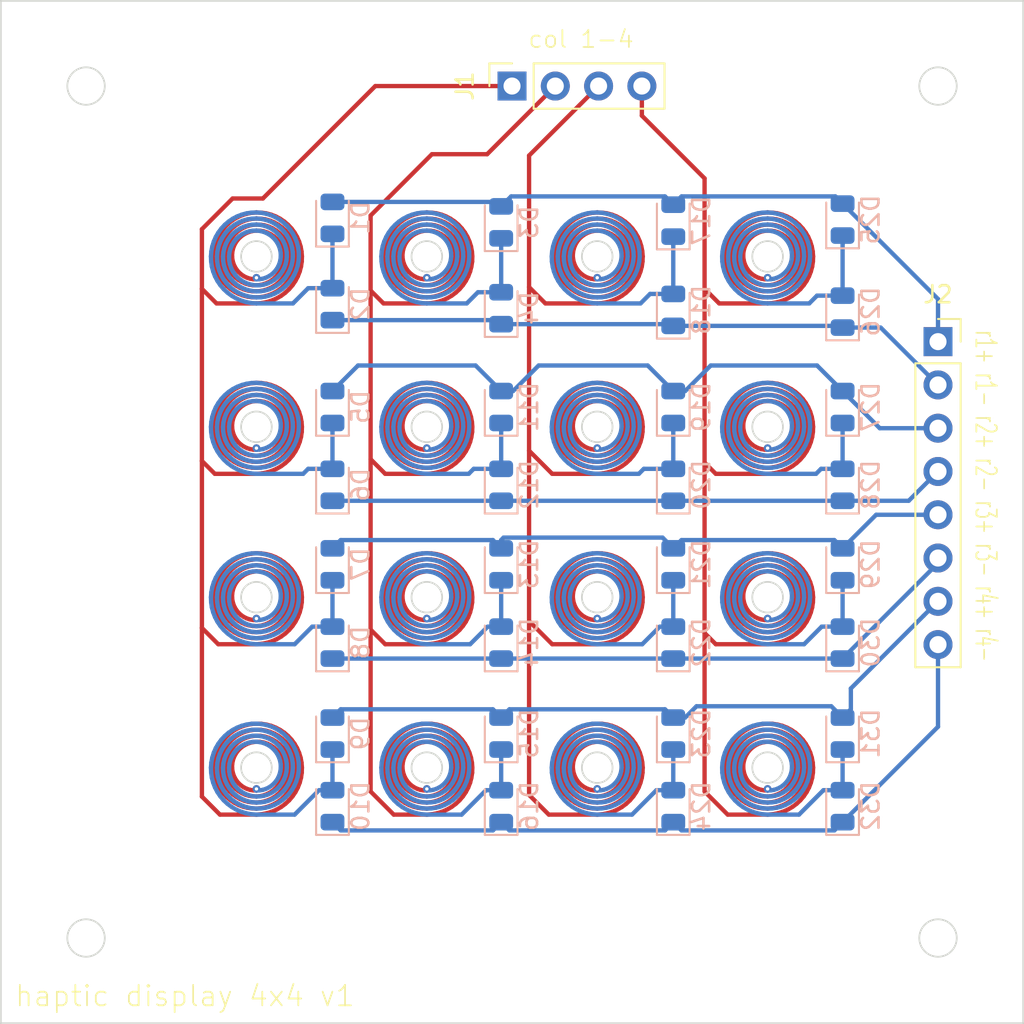
<source format=kicad_pcb>
(kicad_pcb (version 20171130) (host pcbnew "(5.1.5)-3")
  (layers (0 Front signal) (31 Back signal) (34 B.Paste user) (35 F.Paste user) (36 B.SilkS user) (37 F.SilkS user) (38 B.Mask user) (39 F.Mask user) (44 Edge.Cuts user))
  (net 0 "")
  (net 1 "Net-(D1-Pad2)")
  (net 2 "Net-(D18-Pad1)")
  (net 3 "Net-(D11-Pad2)")
  (net 4 "Net-(D12-Pad1)")
  (net 5 "Net-(D13-Pad2)")
  (net 6 "Net-(D14-Pad1)")
  (net 7 "Net-(D15-Pad2)")
  (net 8 "Net-(D10-Pad1)")
  (net 9 /0)
  (net 10 /1)
  (net 11 /2)
  (net 12 /3)
  (module Connector_PinSocket_2.54mm:PinSocket_1x08_P2.54mm_Vertical (layer Front) (at 190 105)
    (fp_text reference J2 (at 0 -2.77) (layer F.SilkS))
    (fp_text value Conn_01x08)
    (pad 8 thru_hole oval (at 0 17.78) (size 1.7 1.7) (drill 1) (layers *.Cu *.Mask) (net 8 "Net-(D10-Pad1)"))
    (pad 7 thru_hole oval (at 0 15.24) (size 1.7 1.7) (drill 1) (layers *.Cu *.Mask) (net 7 "Net-(D15-Pad2)"))
    (pad 6 thru_hole oval (at 0 12.7) (size 1.7 1.7) (drill 1) (layers *.Cu *.Mask) (net 6 "Net-(D14-Pad1)"))
    (pad 5 thru_hole oval (at 0 10.16) (size 1.7 1.7) (drill 1) (layers *.Cu *.Mask) (net 5 "Net-(D13-Pad2)"))
    (pad 4 thru_hole oval (at 0 7.62) (size 1.7 1.7) (drill 1) (layers *.Cu *.Mask) (net 4 "Net-(D12-Pad1)"))
    (pad 3 thru_hole oval (at 0 5.08) (size 1.7 1.7) (drill 1) (layers *.Cu *.Mask) (net 3 "Net-(D11-Pad2)"))
    (pad 2 thru_hole oval (at 0 2.54) (size 1.7 1.7) (drill 1) (layers *.Cu *.Mask) (net 2 "Net-(D18-Pad1)"))
    (pad 1 thru_hole rect (at 0 0) (size 1.7 1.7) (drill 1) (layers *.Cu *.Mask) (net 1 "Net-(D1-Pad2)"))
  )
  (module Connector_PinSocket_2.54mm:PinSocket_1x04_P2.54mm_Vertical (layer Front) (at 165 90 90)
    (fp_text reference J1 (at 0 -2.77 90) (layer F.SilkS))
    (fp_text value Conn_01x04)
    (pad 4 thru_hole oval (at 0 7.62 90) (size 1.7 1.7) (drill 1) (layers *.Cu *.Mask) (net 12 /3))
    (pad 3 thru_hole oval (at 0 5.08 90) (size 1.7 1.7) (drill 1) (layers *.Cu *.Mask) (net 11 /2))
    (pad 2 thru_hole oval (at 0 2.54 90) (size 1.7 1.7) (drill 1) (layers *.Cu *.Mask) (net 10 /1))
    (pad 1 thru_hole rect (at 0 0 90) (size 1.7 1.7) (drill 1) (layers *.Cu *.Mask) (net 9 /0))
  )
  (module Diode_SMD:D_0805_2012Metric (layer Back) (at 184.4 132.2625 90)
    (fp_text reference D32 (at 0 1.65 270) (layer B.SilkS) (effects (justify mirror)))
    (fp_text value D)
    (pad 2 smd roundrect (at 0.9375 0 90) (size 0.975 1.4) (layers Back B.Paste B.Mask) (net 12 /3))
    (pad 1 smd roundrect (at -0.9375 0 90) (size 0.975 1.4) (layers Back B.Paste B.Mask) (net 8 "Net-(D10-Pad1)"))
  )
  (module Diode_SMD:D_0805_2012Metric (layer Back) (at 184.4 128 90)
    (fp_text reference D31 (at 0 1.65 270) (layer B.SilkS) (effects (justify mirror)))
    (fp_text value D)
    (pad 2 smd roundrect (at 0.9375 0 90) (size 0.975 1.4) (layers Back B.Paste B.Mask) (net 7 "Net-(D15-Pad2)"))
    (pad 1 smd roundrect (at -0.9375 0 90) (size 0.975 1.4) (layers Back B.Paste B.Mask) (net 12 /3))
  )
  (module Diode_SMD:D_0805_2012Metric (layer Back) (at 184.4 122.6625 90)
    (fp_text reference D30 (at 0 1.65 270) (layer B.SilkS) (effects (justify mirror)))
    (fp_text value D)
    (pad 2 smd roundrect (at 0.9375 0 90) (size 0.975 1.4) (layers Back B.Paste B.Mask) (net 12 /3))
    (pad 1 smd roundrect (at -0.9375 0 90) (size 0.975 1.4) (layers Back B.Paste B.Mask) (net 6 "Net-(D14-Pad1)"))
  )
  (module Diode_SMD:D_0805_2012Metric (layer Back) (at 184.4 118.0675 90)
    (fp_text reference D29 (at 0 1.65 270) (layer B.SilkS) (effects (justify mirror)))
    (fp_text value D)
    (pad 2 smd roundrect (at 0.9375 0 90) (size 0.975 1.4) (layers Back B.Paste B.Mask) (net 5 "Net-(D13-Pad2)"))
    (pad 1 smd roundrect (at -0.9375 0 90) (size 0.975 1.4) (layers Back B.Paste B.Mask) (net 12 /3))
  )
  (module Diode_SMD:D_0805_2012Metric (layer Back) (at 184.4 113.4025 90)
    (fp_text reference D28 (at 0 1.65 270) (layer B.SilkS) (effects (justify mirror)))
    (fp_text value D)
    (pad 2 smd roundrect (at 0.9375 0 90) (size 0.975 1.4) (layers Back B.Paste B.Mask) (net 12 /3))
    (pad 1 smd roundrect (at -0.9375 0 90) (size 0.975 1.4) (layers Back B.Paste B.Mask) (net 4 "Net-(D12-Pad1)"))
  )
  (module Diode_SMD:D_0805_2012Metric (layer Back) (at 184.4 108.8375 90)
    (fp_text reference D27 (at 0 1.65 270) (layer B.SilkS) (effects (justify mirror)))
    (fp_text value D)
    (pad 2 smd roundrect (at 0.9375 0 90) (size 0.975 1.4) (layers Back B.Paste B.Mask) (net 3 "Net-(D11-Pad2)"))
    (pad 1 smd roundrect (at -0.9375 0 90) (size 0.975 1.4) (layers Back B.Paste B.Mask) (net 12 /3))
  )
  (module Diode_SMD:D_0805_2012Metric (layer Back) (at 184.4 103.2375 90)
    (fp_text reference D26 (at 0 1.65 270) (layer B.SilkS) (effects (justify mirror)))
    (fp_text value D)
    (pad 2 smd roundrect (at 0.9375 0 90) (size 0.975 1.4) (layers Back B.Paste B.Mask) (net 12 /3))
    (pad 1 smd roundrect (at -0.9375 0 90) (size 0.975 1.4) (layers Back B.Paste B.Mask) (net 2 "Net-(D18-Pad1)"))
  )
  (module Diode_SMD:D_0805_2012Metric (layer Back) (at 184.4 97.8375 90)
    (fp_text reference D25 (at 0 1.65 270) (layer B.SilkS) (effects (justify mirror)))
    (fp_text value D)
    (pad 2 smd roundrect (at 0.9375 0 90) (size 0.975 1.4) (layers Back B.Paste B.Mask) (net 1 "Net-(D1-Pad2)"))
    (pad 1 smd roundrect (at -0.9375 0 90) (size 0.975 1.4) (layers Back B.Paste B.Mask) (net 12 /3))
  )
  (module Diode_SMD:D_0805_2012Metric (layer Back) (at 174.4625 132.2625 90)
    (fp_text reference D24 (at 0 1.65 270) (layer B.SilkS) (effects (justify mirror)))
    (fp_text value D)
    (pad 2 smd roundrect (at 0.9375 0 90) (size 0.975 1.4) (layers Back B.Paste B.Mask) (net 11 /2))
    (pad 1 smd roundrect (at -0.9375 0 90) (size 0.975 1.4) (layers Back B.Paste B.Mask) (net 8 "Net-(D10-Pad1)"))
  )
  (module Diode_SMD:D_0805_2012Metric (layer Back) (at 174.4625 128 90)
    (fp_text reference D23 (at 0 1.65 270) (layer B.SilkS) (effects (justify mirror)))
    (fp_text value D)
    (pad 2 smd roundrect (at 0.9375 0 90) (size 0.975 1.4) (layers Back B.Paste B.Mask) (net 7 "Net-(D15-Pad2)"))
    (pad 1 smd roundrect (at -0.9375 0 90) (size 0.975 1.4) (layers Back B.Paste B.Mask) (net 11 /2))
  )
  (module Diode_SMD:D_0805_2012Metric (layer Back) (at 174.4625 122.6625 90)
    (fp_text reference D22 (at 0 1.65 270) (layer B.SilkS) (effects (justify mirror)))
    (fp_text value D)
    (pad 2 smd roundrect (at 0.9375 0 90) (size 0.975 1.4) (layers Back B.Paste B.Mask) (net 11 /2))
    (pad 1 smd roundrect (at -0.9375 0 90) (size 0.975 1.4) (layers Back B.Paste B.Mask) (net 6 "Net-(D14-Pad1)"))
  )
  (module Diode_SMD:D_0805_2012Metric (layer Back) (at 174.4625 118.0675 90)
    (fp_text reference D21 (at 0 1.65 270) (layer B.SilkS) (effects (justify mirror)))
    (fp_text value D)
    (pad 2 smd roundrect (at 0.9375 0 90) (size 0.975 1.4) (layers Back B.Paste B.Mask) (net 5 "Net-(D13-Pad2)"))
    (pad 1 smd roundrect (at -0.9375 0 90) (size 0.975 1.4) (layers Back B.Paste B.Mask) (net 11 /2))
  )
  (module Diode_SMD:D_0805_2012Metric (layer Back) (at 174.4625 113.4025 90)
    (fp_text reference D20 (at 0 1.65 270) (layer B.SilkS) (effects (justify mirror)))
    (fp_text value D)
    (pad 2 smd roundrect (at 0.9375 0 90) (size 0.975 1.4) (layers Back B.Paste B.Mask) (net 11 /2))
    (pad 1 smd roundrect (at -0.9375 0 90) (size 0.975 1.4) (layers Back B.Paste B.Mask) (net 4 "Net-(D12-Pad1)"))
  )
  (module Diode_SMD:D_0805_2012Metric (layer Back) (at 174.4625 108.8375 90)
    (fp_text reference D19 (at 0 1.65 270) (layer B.SilkS) (effects (justify mirror)))
    (fp_text value D)
    (pad 2 smd roundrect (at 0.9375 0 90) (size 0.975 1.4) (layers Back B.Paste B.Mask) (net 3 "Net-(D11-Pad2)"))
    (pad 1 smd roundrect (at -0.9375 0 90) (size 0.975 1.4) (layers Back B.Paste B.Mask) (net 11 /2))
  )
  (module Diode_SMD:D_0805_2012Metric (layer Back) (at 174.4625 103.1375 90)
    (fp_text reference D18 (at 0 1.65 270) (layer B.SilkS) (effects (justify mirror)))
    (fp_text value D)
    (pad 2 smd roundrect (at 0.9375 0 90) (size 0.975 1.4) (layers Back B.Paste B.Mask) (net 11 /2))
    (pad 1 smd roundrect (at -0.9375 0 90) (size 0.975 1.4) (layers Back B.Paste B.Mask) (net 2 "Net-(D18-Pad1)"))
  )
  (module Diode_SMD:D_0805_2012Metric (layer Back) (at 174.4625 97.9 90)
    (fp_text reference D17 (at 0 1.65 270) (layer B.SilkS) (effects (justify mirror)))
    (fp_text value D)
    (pad 2 smd roundrect (at 0.9375 0 90) (size 0.975 1.4) (layers Back B.Paste B.Mask) (net 1 "Net-(D1-Pad2)"))
    (pad 1 smd roundrect (at -0.9375 0 90) (size 0.975 1.4) (layers Back B.Paste B.Mask) (net 11 /2))
  )
  (module Diode_SMD:D_0805_2012Metric (layer Back) (at 164.3625 132.2625 90)
    (fp_text reference D16 (at 0 1.65 270) (layer B.SilkS) (effects (justify mirror)))
    (fp_text value D)
    (pad 2 smd roundrect (at 0.9375 0 90) (size 0.975 1.4) (layers Back B.Paste B.Mask) (net 10 /1))
    (pad 1 smd roundrect (at -0.9375 0 90) (size 0.975 1.4) (layers Back B.Paste B.Mask) (net 8 "Net-(D10-Pad1)"))
  )
  (module Diode_SMD:D_0805_2012Metric (layer Back) (at 164.3625 128 90)
    (fp_text reference D15 (at 0 1.65 270) (layer B.SilkS) (effects (justify mirror)))
    (fp_text value D)
    (pad 2 smd roundrect (at 0.9375 0 90) (size 0.975 1.4) (layers Back B.Paste B.Mask) (net 7 "Net-(D15-Pad2)"))
    (pad 1 smd roundrect (at -0.9375 0 90) (size 0.975 1.4) (layers Back B.Paste B.Mask) (net 10 /1))
  )
  (module Diode_SMD:D_0805_2012Metric (layer Back) (at 164.3625 122.6625 90)
    (fp_text reference D14 (at 0 1.65 270) (layer B.SilkS) (effects (justify mirror)))
    (fp_text value D)
    (pad 2 smd roundrect (at 0.9375 0 90) (size 0.975 1.4) (layers Back B.Paste B.Mask) (net 10 /1))
    (pad 1 smd roundrect (at -0.9375 0 90) (size 0.975 1.4) (layers Back B.Paste B.Mask) (net 6 "Net-(D14-Pad1)"))
  )
  (module Diode_SMD:D_0805_2012Metric (layer Back) (at 164.3625 118.0675 90)
    (fp_text reference D13 (at 0 1.65 270) (layer B.SilkS) (effects (justify mirror)))
    (fp_text value D)
    (pad 2 smd roundrect (at 0.9375 0 90) (size 0.975 1.4) (layers Back B.Paste B.Mask) (net 5 "Net-(D13-Pad2)"))
    (pad 1 smd roundrect (at -0.9375 0 90) (size 0.975 1.4) (layers Back B.Paste B.Mask) (net 10 /1))
  )
  (module Diode_SMD:D_0805_2012Metric (layer Back) (at 164.3625 113.4025 90)
    (fp_text reference D12 (at 0 1.65 270) (layer B.SilkS) (effects (justify mirror)))
    (fp_text value D)
    (pad 2 smd roundrect (at 0.9375 0 90) (size 0.975 1.4) (layers Back B.Paste B.Mask) (net 10 /1))
    (pad 1 smd roundrect (at -0.9375 0 90) (size 0.975 1.4) (layers Back B.Paste B.Mask) (net 4 "Net-(D12-Pad1)"))
  )
  (module Diode_SMD:D_0805_2012Metric (layer Back) (at 164.3625 108.8375 90)
    (fp_text reference D11 (at 0 1.65 270) (layer B.SilkS) (effects (justify mirror)))
    (fp_text value D)
    (pad 2 smd roundrect (at 0.9375 0 90) (size 0.975 1.4) (layers Back B.Paste B.Mask) (net 3 "Net-(D11-Pad2)"))
    (pad 1 smd roundrect (at -0.9375 0 90) (size 0.975 1.4) (layers Back B.Paste B.Mask) (net 10 /1))
  )
  (module Diode_SMD:D_0805_2012Metric (layer Back) (at 154.4625 132.2625 90)
    (fp_text reference D10 (at 0 1.65 270) (layer B.SilkS) (effects (justify mirror)))
    (fp_text value D)
    (pad 2 smd roundrect (at 0.9375 0 90) (size 0.975 1.4) (layers Back B.Paste B.Mask) (net 9 /0))
    (pad 1 smd roundrect (at -0.9375 0 90) (size 0.975 1.4) (layers Back B.Paste B.Mask) (net 8 "Net-(D10-Pad1)"))
  )
  (module Diode_SMD:D_0805_2012Metric (layer Back) (at 154.4625 128 90)
    (fp_text reference D9 (at 0 1.65 270) (layer B.SilkS) (effects (justify mirror)))
    (fp_text value D)
    (pad 2 smd roundrect (at 0.9375 0 90) (size 0.975 1.4) (layers Back B.Paste B.Mask) (net 7 "Net-(D15-Pad2)"))
    (pad 1 smd roundrect (at -0.9375 0 90) (size 0.975 1.4) (layers Back B.Paste B.Mask) (net 9 /0))
  )
  (module Diode_SMD:D_0805_2012Metric (layer Back) (at 154.4625 122.6625 90)
    (fp_text reference D8 (at 0 1.65 270) (layer B.SilkS) (effects (justify mirror)))
    (fp_text value D)
    (pad 2 smd roundrect (at 0.9375 0 90) (size 0.975 1.4) (layers Back B.Paste B.Mask) (net 9 /0))
    (pad 1 smd roundrect (at -0.9375 0 90) (size 0.975 1.4) (layers Back B.Paste B.Mask) (net 6 "Net-(D14-Pad1)"))
  )
  (module Diode_SMD:D_0805_2012Metric (layer Back) (at 154.4625 118.0675 90)
    (fp_text reference D7 (at 0 1.65 270) (layer B.SilkS) (effects (justify mirror)))
    (fp_text value D)
    (pad 2 smd roundrect (at 0.9375 0 90) (size 0.975 1.4) (layers Back B.Paste B.Mask) (net 5 "Net-(D13-Pad2)"))
    (pad 1 smd roundrect (at -0.9375 0 90) (size 0.975 1.4) (layers Back B.Paste B.Mask) (net 9 /0))
  )
  (module Diode_SMD:D_0805_2012Metric (layer Back) (at 154.4625 113.4025 90)
    (fp_text reference D6 (at 0 1.65 270) (layer B.SilkS) (effects (justify mirror)))
    (fp_text value D)
    (pad 2 smd roundrect (at 0.9375 0 90) (size 0.975 1.4) (layers Back B.Paste B.Mask) (net 9 /0))
    (pad 1 smd roundrect (at -0.9375 0 90) (size 0.975 1.4) (layers Back B.Paste B.Mask) (net 4 "Net-(D12-Pad1)"))
  )
  (module Diode_SMD:D_0805_2012Metric (layer Back) (at 154.4625 108.8375 90)
    (fp_text reference D5 (at 0 1.65 270) (layer B.SilkS) (effects (justify mirror)))
    (fp_text value D)
    (pad 2 smd roundrect (at 0.9375 0 90) (size 0.975 1.4) (layers Back B.Paste B.Mask) (net 3 "Net-(D11-Pad2)"))
    (pad 1 smd roundrect (at -0.9375 0 90) (size 0.975 1.4) (layers Back B.Paste B.Mask) (net 9 /0))
  )
  (module Diode_SMD:D_0805_2012Metric (layer Back) (at 164.3625 103.0375 90)
    (fp_text reference D4 (at 0 1.65 270) (layer B.SilkS) (effects (justify mirror)))
    (fp_text value D)
    (pad 2 smd roundrect (at 0.9375 0 90) (size 0.975 1.4) (layers Back B.Paste B.Mask) (net 10 /1))
    (pad 1 smd roundrect (at -0.9375 0 90) (size 0.975 1.4) (layers Back B.Paste B.Mask) (net 2 "Net-(D18-Pad1)"))
  )
  (module Diode_SMD:D_0805_2012Metric (layer Back) (at 164.3625 98 90)
    (fp_text reference D3 (at 0 1.65 270) (layer B.SilkS) (effects (justify mirror)))
    (fp_text value D)
    (pad 2 smd roundrect (at 0.9375 0 90) (size 0.975 1.4) (layers Back B.Paste B.Mask) (net 1 "Net-(D1-Pad2)"))
    (pad 1 smd roundrect (at -0.9375 0 90) (size 0.975 1.4) (layers Back B.Paste B.Mask) (net 10 /1))
  )
  (module Diode_SMD:D_0805_2012Metric (layer Back) (at 154.4625 102.8 90)
    (fp_text reference D2 (at 0 1.65 270) (layer B.SilkS) (effects (justify mirror)))
    (fp_text value D)
    (pad 2 smd roundrect (at 0.9375 0 90) (size 0.975 1.4) (layers Back B.Paste B.Mask) (net 9 /0))
    (pad 1 smd roundrect (at -0.9375 0 90) (size 0.975 1.4) (layers Back B.Paste B.Mask) (net 2 "Net-(D18-Pad1)"))
  )
  (module Diode_SMD:D_0805_2012Metric (layer Back) (at 154.4625 97.7375 90)
    (fp_text reference D1 (at 0 1.65 270) (layer B.SilkS) (effects (justify mirror)))
    (fp_text value D)
    (pad 2 smd roundrect (at 0.9375 0 90) (size 0.975 1.4) (layers Back B.Paste B.Mask) (net 1 "Net-(D1-Pad2)"))
    (pad 1 smd roundrect (at -0.9375 0 90) (size 0.975 1.4) (layers Back B.Paste B.Mask) (net 9 /0))
  )
  (gr_text "r1+ r1- r2+ r2- r3+ r3- r4+ r4-" (at 192.8 114.05 270) (layer F.SilkS) (effects (font (size 1.2 0.7) (thickness 0.1))))
  (gr_text "col 1-4" (at 169.05 87.25) (layer F.SilkS) (effects (font (size 1 1) (thickness 0.1))))
  (gr_text "haptic display 4x4 v1" (at 145.8 143.4) (layer F.SilkS) (effects (font (size 1.2 1.2) (thickness 0.1))))
  (gr_circle (center 180 130) (end 180.9 130) (layer Edge.Cuts) (width 0.1))
  (gr_circle (center 170 130) (end 170.9 130) (layer Edge.Cuts) (width 0.1))
  (gr_circle (center 160 130) (end 160.9 130) (layer Edge.Cuts) (width 0.1))
  (gr_circle (center 150 130) (end 150.9 130) (layer Edge.Cuts) (width 0.1))
  (gr_circle (center 180 120) (end 180.9 120) (layer Edge.Cuts) (width 0.1))
  (gr_circle (center 170 120) (end 170.9 120) (layer Edge.Cuts) (width 0.1))
  (gr_circle (center 160 120) (end 160.9 120) (layer Edge.Cuts) (width 0.1))
  (gr_circle (center 150 120) (end 150.9 120) (layer Edge.Cuts) (width 0.1))
  (gr_circle (center 180 110) (end 180.9 110) (layer Edge.Cuts) (width 0.1))
  (gr_circle (center 170 110) (end 170.9 110) (layer Edge.Cuts) (width 0.1))
  (gr_circle (center 160 110) (end 160.9 110) (layer Edge.Cuts) (width 0.1))
  (gr_circle (center 150 110) (end 150.9 110) (layer Edge.Cuts) (width 0.1))
  (gr_circle (center 180 100) (end 180.9 100) (layer Edge.Cuts) (width 0.1))
  (gr_circle (center 170 100) (end 170.9 100) (layer Edge.Cuts) (width 0.1))
  (gr_circle (center 160 100) (end 160.9 100) (layer Edge.Cuts) (width 0.1))
  (gr_circle (center 150 100) (end 150.9 100) (layer Edge.Cuts) (width 0.1))
  (gr_line (start 135 145) (end 135 85) (layer Edge.Cuts) (width 0.1))
  (gr_line (start 195 85) (end 195 145) (layer Edge.Cuts) (width 0.1))
  (gr_line (start 195 145) (end 135 145) (layer Edge.Cuts) (width 0.1))
  (gr_circle (center 190 140) (end 191.1 140) (layer Edge.Cuts) (width 0.1))
  (gr_circle (center 140 140) (end 141.1 140) (layer Edge.Cuts) (width 0.1))
  (gr_circle (center 190 90) (end 191.1 90) (layer Edge.Cuts) (width 0.1))
  (gr_line (start 135 85) (end 195 85) (layer Edge.Cuts) (width 0.1))
  (gr_circle (center 140 90) (end 141.1 90) (layer Edge.Cuts) (width 0.1))
  (segment (start 164.1 96.8) (end 164.3625 97.0625) (width 0.254) (layer Back) (net 1))
  (segment (start 154.4625 96.8) (end 164.1 96.8) (width 0.254) (layer Back) (net 1))
  (segment (start 164.948027 96.476973) (end 173.976973 96.476973) (width 0.254) (layer Back) (net 1))
  (segment (start 173.976973 96.476973) (end 174.4625 96.9625) (width 0.254) (layer Back) (net 1))
  (segment (start 164.3625 97.0625) (end 164.948027 96.476973) (width 0.254) (layer Back) (net 1))
  (segment (start 183.976973 96.476973) (end 184.4 96.9) (width 0.254) (layer Back) (net 1))
  (segment (start 174.948027 96.476973) (end 183.976973 96.476973) (width 0.254) (layer Back) (net 1))
  (segment (start 174.4625 96.9625) (end 174.948027 96.476973) (width 0.254) (layer Back) (net 1))
  (segment (start 190 102.5) (end 190 105) (width 0.254) (layer Back) (net 1))
  (segment (start 184.4 96.9) (end 190 102.5) (width 0.254) (layer Back) (net 1))
  (segment (start 164.125 103.7375) (end 164.3625 103.975) (width 0.254) (layer Back) (net 2))
  (segment (start 154.4625 103.7375) (end 164.125 103.7375) (width 0.254) (layer Back) (net 2))
  (segment (start 174.3625 103.975) (end 174.4625 104.075) (width 0.254) (layer Back) (net 2))
  (segment (start 164.3625 103.975) (end 174.3625 103.975) (width 0.254) (layer Back) (net 2))
  (segment (start 184.3 104.075) (end 184.4 104.175) (width 0.254) (layer Back) (net 2))
  (segment (start 174.4625 104.075) (end 184.3 104.075) (width 0.254) (layer Back) (net 2))
  (segment (start 186.635 104.175) (end 190 107.54) (width 0.254) (layer Back) (net 2))
  (segment (start 184.4 104.175) (end 186.635 104.175) (width 0.254) (layer Back) (net 2))
  (segment (start 154.4625 107.9) (end 155.9625 106.4) (width 0.254) (layer Back) (net 3))
  (segment (start 162.8625 106.4) (end 164.3625 107.9) (width 0.254) (layer Back) (net 3))
  (segment (start 155.9625 106.4) (end 162.8625 106.4) (width 0.254) (layer Back) (net 3))
  (segment (start 165.0625 107.9) (end 166.5625 106.4) (width 0.254) (layer Back) (net 3))
  (segment (start 164.3625 107.9) (end 165.0625 107.9) (width 0.254) (layer Back) (net 3))
  (segment (start 172.9625 106.4) (end 174.4625 107.9) (width 0.254) (layer Back) (net 3))
  (segment (start 166.5625 106.4) (end 172.9625 106.4) (width 0.254) (layer Back) (net 3))
  (segment (start 175.1625 107.9) (end 176.6625 106.4) (width 0.254) (layer Back) (net 3))
  (segment (start 174.4625 107.9) (end 175.1625 107.9) (width 0.254) (layer Back) (net 3))
  (segment (start 182.9 106.4) (end 184.4 107.9) (width 0.254) (layer Back) (net 3))
  (segment (start 176.6625 106.4) (end 182.9 106.4) (width 0.254) (layer Back) (net 3))
  (segment (start 186.58 110.08) (end 190 110.08) (width 0.254) (layer Back) (net 3))
  (segment (start 184.4 107.9) (end 186.58 110.08) (width 0.254) (layer Back) (net 3))
  (segment (start 154.4625 114.34) (end 164.3625 114.34) (width 0.254) (layer Back) (net 4))
  (segment (start 164.3625 114.34) (end 174.4625 114.34) (width 0.254) (layer Back) (net 4))
  (segment (start 174.4625 114.34) (end 184.4 114.34) (width 0.254) (layer Back) (net 4))
  (segment (start 188.28 114.34) (end 190 112.62) (width 0.254) (layer Back) (net 4))
  (segment (start 184.4 114.34) (end 188.28 114.34) (width 0.254) (layer Back) (net 4))
  (segment (start 163.876973 116.644473) (end 164.3625 117.13) (width 0.254) (layer Back) (net 5))
  (segment (start 154.948027 116.644473) (end 163.876973 116.644473) (width 0.254) (layer Back) (net 5))
  (segment (start 154.4625 117.13) (end 154.948027 116.644473) (width 0.254) (layer Back) (net 5))
  (segment (start 164.3625 116.6425) (end 164.505 116.5) (width 0.254) (layer Back) (net 5))
  (segment (start 164.3625 117.13) (end 164.3625 116.6425) (width 0.254) (layer Back) (net 5))
  (segment (start 173.8325 116.5) (end 174.4625 117.13) (width 0.254) (layer Back) (net 5))
  (segment (start 164.505 116.5) (end 173.8325 116.5) (width 0.254) (layer Back) (net 5))
  (segment (start 183.914473 116.644473) (end 184.4 117.13) (width 0.254) (layer Back) (net 5))
  (segment (start 174.948027 116.644473) (end 183.914473 116.644473) (width 0.254) (layer Back) (net 5))
  (segment (start 174.4625 117.13) (end 174.948027 116.644473) (width 0.254) (layer Back) (net 5))
  (segment (start 186.37 115.16) (end 190 115.16) (width 0.254) (layer Back) (net 5))
  (segment (start 184.4 117.13) (end 186.37 115.16) (width 0.254) (layer Back) (net 5))
  (segment (start 154.4625 123.6) (end 164.3625 123.6) (width 0.254) (layer Back) (net 6))
  (segment (start 164.3625 123.6) (end 174.4625 123.6) (width 0.254) (layer Back) (net 6))
  (segment (start 174.4625 123.6) (end 184.4 123.6) (width 0.254) (layer Back) (net 6))
  (segment (start 190 118) (end 190 117.7) (width 0.254) (layer Back) (net 6))
  (segment (start 184.4 123.6) (end 190 118) (width 0.254) (layer Back) (net 6))
  (segment (start 163.876973 126.576973) (end 164.3625 127.0625) (width 0.254) (layer Back) (net 7))
  (segment (start 154.948027 126.576973) (end 163.876973 126.576973) (width 0.254) (layer Back) (net 7))
  (segment (start 154.4625 127.0625) (end 154.948027 126.576973) (width 0.254) (layer Back) (net 7))
  (segment (start 164.848027 126.576973) (end 173.976973 126.576973) (width 0.254) (layer Back) (net 7))
  (segment (start 173.976973 126.576973) (end 174.4625 127.0625) (width 0.254) (layer Back) (net 7))
  (segment (start 164.3625 127.0625) (end 164.848027 126.576973) (width 0.254) (layer Back) (net 7))
  (segment (start 175.1625 127.0625) (end 175.825 126.4) (width 0.254) (layer Back) (net 7))
  (segment (start 174.4625 127.0625) (end 175.1625 127.0625) (width 0.254) (layer Back) (net 7))
  (segment (start 183.7375 126.4) (end 184.4 127.0625) (width 0.254) (layer Back) (net 7))
  (segment (start 175.825 126.4) (end 183.7375 126.4) (width 0.254) (layer Back) (net 7))
  (segment (start 184.885527 125.354473) (end 189.150001 121.089999) (width 0.254) (layer Back) (net 7))
  (segment (start 189.150001 121.089999) (end 190 120.24) (width 0.254) (layer Back) (net 7))
  (segment (start 184.885527 126.576973) (end 184.885527 125.354473) (width 0.254) (layer Back) (net 7))
  (segment (start 184.4 127.0625) (end 184.885527 126.576973) (width 0.254) (layer Back) (net 7))
  (segment (start 163.876973 133.685527) (end 164.3625 133.2) (width 0.254) (layer Back) (net 8))
  (segment (start 154.948027 133.685527) (end 163.876973 133.685527) (width 0.254) (layer Back) (net 8))
  (segment (start 154.4625 133.2) (end 154.948027 133.685527) (width 0.254) (layer Back) (net 8))
  (segment (start 173.976973 133.685527) (end 174.4625 133.2) (width 0.254) (layer Back) (net 8))
  (segment (start 164.848027 133.685527) (end 173.976973 133.685527) (width 0.254) (layer Back) (net 8))
  (segment (start 164.3625 133.2) (end 164.848027 133.685527) (width 0.254) (layer Back) (net 8))
  (segment (start 183.914473 133.685527) (end 184.4 133.2) (width 0.254) (layer Back) (net 8))
  (segment (start 174.948027 133.685527) (end 183.914473 133.685527) (width 0.254) (layer Back) (net 8))
  (segment (start 174.4625 133.2) (end 174.948027 133.685527) (width 0.254) (layer Back) (net 8))
  (segment (start 190 127.6) (end 190 122.78) (width 0.254) (layer Back) (net 8))
  (segment (start 184.4 133.2) (end 190 127.6) (width 0.254) (layer Back) (net 8))
  (segment (start 150 101.342) (end 149.807868 101.336304) (width 0.254) (layer Front) (net 9))
  (segment (start 149.807868 101.336304) (end 149.617382 101.303079) (width 0.254) (layer Front) (net 9))
  (segment (start 149.617382 101.303079) (end 149.432486 101.242681) (width 0.254) (layer Front) (net 9))
  (segment (start 149.432486 101.242681) (end 149.257061 101.156035) (width 0.254) (layer Front) (net 9))
  (segment (start 149.257061 101.156035) (end 149.094834 101.044618) (width 0.254) (layer Front) (net 9))
  (segment (start 149.094834 101.044618) (end 148.949302 100.910435) (width 0.254) (layer Front) (net 9))
  (segment (start 148.949302 100.910435) (end 148.82366 100.755988) (width 0.254) (layer Front) (net 9))
  (segment (start 148.82366 100.755988) (end 148.720727 100.584225) (width 0.254) (layer Front) (net 9))
  (segment (start 148.720727 100.584225) (end 148.642884 100.398485) (width 0.254) (layer Front) (net 9))
  (segment (start 148.642884 100.398485) (end 148.592024 100.202436) (width 0.254) (layer Front) (net 9))
  (segment (start 148.592024 100.202436) (end 148.5695 100) (width 0.254) (layer Front) (net 9))
  (segment (start 148.5695 100) (end 148.576097 99.795274) (width 0.254) (layer Front) (net 9))
  (segment (start 148.576097 99.795274) (end 148.612006 99.592448) (width 0.254) (layer Front) (net 9))
  (segment (start 148.612006 99.592448) (end 148.676816 99.395722) (width 0.254) (layer Front) (net 9))
  (segment (start 148.676816 99.395722) (end 148.769514 99.209215) (width 0.254) (layer Front) (net 9))
  (segment (start 148.769514 99.209215) (end 148.888498 99.036878) (width 0.254) (layer Front) (net 9))
  (segment (start 148.888498 99.036878) (end 149.03161 98.882418) (width 0.254) (layer Front) (net 9))
  (segment (start 149.03161 98.882418) (end 149.196165 98.749209) (width 0.254) (layer Front) (net 9))
  (segment (start 149.196165 98.749209) (end 149.379011 98.640224) (width 0.254) (layer Front) (net 9))
  (segment (start 149.379011 98.640224) (end 149.576582 98.557969) (width 0.254) (layer Front) (net 9))
  (segment (start 149.576582 98.557969) (end 149.784969 98.504425) (width 0.254) (layer Front) (net 9))
  (segment (start 149.784969 98.504425) (end 150 98.481) (width 0.254) (layer Front) (net 9))
  (segment (start 150 98.481) (end 150.217321 98.488498) (width 0.254) (layer Front) (net 9))
  (segment (start 150.217321 98.488498) (end 150.432485 98.527091) (width 0.254) (layer Front) (net 9))
  (segment (start 150.432485 98.527091) (end 150.641042 98.596314) (width 0.254) (layer Front) (net 9))
  (segment (start 150.641042 98.596314) (end 150.838632 98.695063) (width 0.254) (layer Front) (net 9))
  (segment (start 150.838632 98.695063) (end 151.021077 98.821615) (width 0.254) (layer Front) (net 9))
  (segment (start 151.021077 98.821615) (end 151.184466 98.973655) (width 0.254) (layer Front) (net 9))
  (segment (start 151.184466 98.973655) (end 151.325242 99.148319) (width 0.254) (layer Front) (net 9))
  (segment (start 151.325242 99.148319) (end 151.440278 99.342247) (width 0.254) (layer Front) (net 9))
  (segment (start 151.440278 99.342247) (end 151.526946 99.551648) (width 0.254) (layer Front) (net 9))
  (segment (start 151.526946 99.551648) (end 151.583174 99.772374) (width 0.254) (layer Front) (net 9))
  (segment (start 151.583174 99.772374) (end 151.6075 100) (width 0.254) (layer Front) (net 9))
  (segment (start 151.6075 100) (end 151.599102 100.229916) (width 0.254) (layer Front) (net 9))
  (segment (start 151.599102 100.229916) (end 151.557824 100.457418) (width 0.254) (layer Front) (net 9))
  (segment (start 151.557824 100.457418) (end 151.484189 100.677806) (width 0.254) (layer Front) (net 9))
  (segment (start 151.484189 100.677806) (end 151.379388 100.886479) (width 0.254) (layer Front) (net 9))
  (segment (start 151.379388 100.886479) (end 151.245269 101.079032) (width 0.254) (layer Front) (net 9))
  (segment (start 151.245269 101.079032) (end 151.084301 101.25135) (width 0.254) (layer Front) (net 9))
  (segment (start 151.084301 101.25135) (end 150.899528 101.399693) (width 0.254) (layer Front) (net 9))
  (segment (start 150.899528 101.399693) (end 150.694517 101.520781) (width 0.254) (layer Front) (net 9))
  (segment (start 150.694517 101.520781) (end 150.473285 101.611861) (width 0.254) (layer Front) (net 9))
  (segment (start 150.473285 101.611861) (end 150.240221 101.670774) (width 0.254) (layer Front) (net 9))
  (segment (start 150.240221 101.670774) (end 150 101.696) (width 0.254) (layer Front) (net 9))
  (segment (start 150 101.696) (end 149.777665 101.688802) (width 0.254) (layer Front) (net 9))
  (segment (start 149.777665 101.688802) (end 149.557225 101.652458) (width 0.254) (layer Front) (net 9))
  (segment (start 149.557225 101.652458) (end 149.342502 101.587341) (width 0.254) (layer Front) (net 9))
  (segment (start 149.342502 101.587341) (end 149.13725 101.494327) (width 0.254) (layer Front) (net 9))
  (segment (start 149.13725 101.494327) (end 148.945093 101.374782) (width 0.254) (layer Front) (net 9))
  (segment (start 148.945093 101.374782) (end 148.769457 101.230543) (width 0.254) (layer Front) (net 9))
  (segment (start 148.769457 101.230543) (end 148.613516 101.063887) (width 0.254) (layer Front) (net 9))
  (segment (start 148.613516 101.063887) (end 148.480125 100.8775) (width 0.254) (layer Front) (net 9))
  (segment (start 148.480125 100.8775) (end 148.371778 100.674432) (width 0.254) (layer Front) (net 9))
  (segment (start 148.371778 100.674432) (end 148.290553 100.458045) (width 0.254) (layer Front) (net 9))
  (segment (start 148.290553 100.458045) (end 148.238079 100.231961) (width 0.254) (layer Front) (net 9))
  (segment (start 148.238079 100.231961) (end 148.2155 100) (width 0.254) (layer Front) (net 9))
  (segment (start 148.2155 100) (end 148.223455 99.766113) (width 0.254) (layer Front) (net 9))
  (segment (start 148.223455 99.766113) (end 148.262058 99.53432) (width 0.254) (layer Front) (net 9))
  (segment (start 148.262058 99.53432) (end 148.330896 99.308635) (width 0.254) (layer Front) (net 9))
  (segment (start 148.330896 99.308635) (end 148.42903 99.093) (width 0.254) (layer Front) (net 9))
  (segment (start 148.42903 99.093) (end 148.555006 98.891217) (width 0.254) (layer Front) (net 9))
  (segment (start 148.555006 98.891217) (end 148.706878 98.706878) (width 0.254) (layer Front) (net 9))
  (segment (start 148.706878 98.706878) (end 148.882238 98.543304) (width 0.254) (layer Front) (net 9))
  (segment (start 148.882238 98.543304) (end 149.07825 98.403482) (width 0.254) (layer Front) (net 9))
  (segment (start 149.07825 98.403482) (end 149.291701 98.290014) (width 0.254) (layer Front) (net 9))
  (segment (start 149.291701 98.290014) (end 149.51905 98.205068) (width 0.254) (layer Front) (net 9))
  (segment (start 149.51905 98.205068) (end 149.756487 98.150336) (width 0.254) (layer Front) (net 9))
  (segment (start 149.756487 98.150336) (end 150 98.127) (width 0.254) (layer Front) (net 9))
  (segment (start 150 98.127) (end 150.245438 98.135712) (width 0.254) (layer Front) (net 9))
  (segment (start 150.245438 98.135712) (end 150.488586 98.176574) (width 0.254) (layer Front) (net 9))
  (segment (start 150.488586 98.176574) (end 150.725233 98.249133) (width 0.254) (layer Front) (net 9))
  (segment (start 150.725233 98.249133) (end 150.95125 98.352387) (width 0.254) (layer Front) (net 9))
  (segment (start 150.95125 98.352387) (end 151.162658 98.484794) (width 0.254) (layer Front) (net 9))
  (segment (start 151.162658 98.484794) (end 151.3557 98.6443) (width 0.254) (layer Front) (net 9))
  (segment (start 151.3557 98.6443) (end 151.526908 98.828363) (width 0.254) (layer Front) (net 9))
  (segment (start 151.526908 98.828363) (end 151.673161 99.034) (width 0.254) (layer Front) (net 9))
  (segment (start 151.673161 99.034) (end 151.791749 99.257833) (width 0.254) (layer Front) (net 9))
  (segment (start 151.791749 99.257833) (end 151.880416 99.496144) (width 0.254) (layer Front) (net 9))
  (segment (start 151.880416 99.496144) (end 151.937407 99.744936) (width 0.254) (layer Front) (net 9))
  (segment (start 151.937407 99.744936) (end 151.9615 100) (width 0.254) (layer Front) (net 9))
  (segment (start 151.9615 100) (end 151.952031 100.25699) (width 0.254) (layer Front) (net 9))
  (segment (start 151.952031 100.25699) (end 151.908911 100.511491) (width 0.254) (layer Front) (net 9))
  (segment (start 151.908911 100.511491) (end 151.832631 100.7591) (width 0.254) (layer Front) (net 9))
  (segment (start 151.832631 100.7591) (end 151.724257 100.9955) (width 0.254) (layer Front) (net 9))
  (segment (start 151.724257 100.9955) (end 151.585417 101.216534) (width 0.254) (layer Front) (net 9))
  (segment (start 151.585417 101.216534) (end 151.418279 101.418279) (width 0.254) (layer Front) (net 9))
  (segment (start 151.418279 101.418279) (end 151.225513 101.597119) (width 0.254) (layer Front) (net 9))
  (segment (start 151.225513 101.597119) (end 151.01025 101.749804) (width 0.254) (layer Front) (net 9))
  (segment (start 151.01025 101.749804) (end 150.776034 101.873512) (width 0.254) (layer Front) (net 9))
  (segment (start 150.776034 101.873512) (end 150.526761 101.965901) (width 0.254) (layer Front) (net 9))
  (segment (start 150.526761 101.965901) (end 150.266616 102.02515) (width 0.254) (layer Front) (net 9))
  (segment (start 150.266616 102.02515) (end 150 102.05) (width 0.254) (layer Front) (net 9))
  (segment (start 150 102.05) (end 149.752079 102.041811) (width 0.254) (layer Front) (net 9))
  (segment (start 149.752079 102.041811) (end 149.506145 102.00365) (width 0.254) (layer Front) (net 9))
  (segment (start 149.506145 102.00365) (end 149.265818 101.935879) (width 0.254) (layer Front) (net 9))
  (segment (start 149.265818 101.935879) (end 149.034663 101.839297) (width 0.254) (layer Front) (net 9))
  (segment (start 149.034663 101.839297) (end 148.816131 101.71513) (width 0.254) (layer Front) (net 9))
  (segment (start 148.816131 101.71513) (end 148.613513 101.565021) (width 0.254) (layer Front) (net 9))
  (segment (start 148.613513 101.565021) (end 148.429884 101.391002) (width 0.254) (layer Front) (net 9))
  (segment (start 148.429884 101.391002) (end 148.268062 101.19547) (width 0.254) (layer Front) (net 9))
  (segment (start 148.268062 101.19547) (end 148.130564 100.981156) (width 0.254) (layer Front) (net 9))
  (segment (start 148.130564 100.981156) (end 148.019564 100.75108) (width 0.254) (layer Front) (net 9))
  (segment (start 148.019564 100.75108) (end 147.936861 100.508518) (width 0.254) (layer Front) (net 9))
  (segment (start 147.936861 100.508518) (end 147.88385 100.256947) (width 0.254) (layer Front) (net 9))
  (segment (start 147.88385 100.256947) (end 147.8615 100) (width 0.254) (layer Front) (net 9))
  (segment (start 147.8615 100) (end 147.870334 99.741412) (width 0.254) (layer Front) (net 9))
  (segment (start 147.870334 99.741412) (end 147.910421 99.484965) (width 0.254) (layer Front) (net 9))
  (segment (start 147.910421 99.484965) (end 147.981372 99.234435) (width 0.254) (layer Front) (net 9))
  (segment (start 147.981372 99.234435) (end 148.082341 98.993535) (width 0.254) (layer Front) (net 9))
  (segment (start 148.082341 98.993535) (end 148.212036 98.765857) (width 0.254) (layer Front) (net 9))
  (segment (start 148.212036 98.765857) (end 148.368736 98.554826) (width 0.254) (layer Front) (net 9))
  (segment (start 148.368736 98.554826) (end 148.550312 98.36364) (width 0.254) (layer Front) (net 9))
  (segment (start 148.550312 98.36364) (end 148.754256 98.195228) (width 0.254) (layer Front) (net 9))
  (segment (start 148.754256 98.195228) (end 148.977716 98.052201) (width 0.254) (layer Front) (net 9))
  (segment (start 148.977716 98.052201) (end 149.217537 97.936815) (width 0.254) (layer Front) (net 9))
  (segment (start 149.217537 97.936815) (end 149.470302 97.850932) (width 0.254) (layer Front) (net 9))
  (segment (start 149.470302 97.850932) (end 149.732385 97.795995) (width 0.254) (layer Front) (net 9))
  (segment (start 149.732385 97.795995) (end 150 97.773) (width 0.254) (layer Front) (net 9))
  (segment (start 150 97.773) (end 150.269256 97.782479) (width 0.254) (layer Front) (net 9))
  (segment (start 150.269256 97.782479) (end 150.536214 97.824493) (width 0.254) (layer Front) (net 9))
  (segment (start 150.536214 97.824493) (end 150.796947 97.898623) (width 0.254) (layer Front) (net 9))
  (segment (start 150.796947 97.898623) (end 151.047593 98.003978) (width 0.254) (layer Front) (net 9))
  (segment (start 151.047593 98.003978) (end 151.284416 98.139202) (width 0.254) (layer Front) (net 9))
  (segment (start 151.284416 98.139202) (end 151.50386 98.302493) (width 0.254) (layer Front) (net 9))
  (segment (start 151.50386 98.302493) (end 151.702603 98.491625) (width 0.254) (layer Front) (net 9))
  (segment (start 151.702603 98.491625) (end 151.877606 98.703982) (width 0.254) (layer Front) (net 9))
  (segment (start 151.877606 98.703982) (end 152.026162 98.936588) (width 0.254) (layer Front) (net 9))
  (segment (start 152.026162 98.936588) (end 152.145934 99.186155) (width 0.254) (layer Front) (net 9))
  (segment (start 152.145934 99.186155) (end 152.234996 99.449123) (width 0.254) (layer Front) (net 9))
  (segment (start 152.234996 99.449123) (end 152.291859 99.721718) (width 0.254) (layer Front) (net 9))
  (segment (start 152.291859 99.721718) (end 152.3155 100) (width 0.254) (layer Front) (net 9))
  (segment (start 152.3155 100) (end 152.305375 100.279923) (width 0.254) (layer Front) (net 9))
  (segment (start 152.305375 100.279923) (end 152.261436 100.557394) (width 0.254) (layer Front) (net 9))
  (segment (start 152.261436 100.557394) (end 152.184126 100.82833) (width 0.254) (layer Front) (net 9))
  (segment (start 152.184126 100.82833) (end 152.074385 101.088721) (width 0.254) (layer Front) (net 9))
  (segment (start 152.074385 101.088721) (end 151.933632 101.33469) (width 0.254) (layer Front) (net 9))
  (segment (start 151.933632 101.33469) (end 151.76375 101.562547) (width 0.254) (layer Front) (net 9))
  (segment (start 151.76375 101.562547) (end 151.567061 101.768846) (width 0.254) (layer Front) (net 9))
  (segment (start 151.567061 101.768846) (end 151.346292 101.95044) (width 0.254) (layer Front) (net 9))
  (segment (start 151.346292 101.95044) (end 151.10454 102.104525) (width 0.254) (layer Front) (net 9))
  (segment (start 151.10454 102.104525) (end 150.845228 102.228683) (width 0.254) (layer Front) (net 9))
  (segment (start 150.845228 102.228683) (end 150.572056 102.320924) (width 0.254) (layer Front) (net 9))
  (segment (start 150.572056 102.320924) (end 150.28895 102.379714) (width 0.254) (layer Front) (net 9))
  (segment (start 150.28895 102.379714) (end 150 102.404) (width 0.254) (layer Front) (net 9))
  (segment (start 150 102.404) (end 149.73013 102.395166) (width 0.254) (layer Front) (net 9))
  (segment (start 149.73013 102.395166) (end 149.462246 102.356053) (width 0.254) (layer Front) (net 9))
  (segment (start 149.462246 102.356053) (end 149.199746 102.286996) (width 0.254) (layer Front) (net 9))
  (segment (start 149.199746 102.286996) (end 148.945972 102.188711) (width 0.254) (layer Front) (net 9))
  (segment (start 148.945972 102.188711) (end 148.704179 102.062288) (width 0.254) (layer Front) (net 9))
  (segment (start 148.704179 102.062288) (end 148.477482 101.909177) (width 0.254) (layer Front) (net 9))
  (segment (start 148.477482 101.909177) (end 148.268826 101.731174) (width 0.254) (layer Front) (net 9))
  (segment (start 148.268826 101.731174) (end 148.080939 101.5304) (width 0.254) (layer Front) (net 9))
  (segment (start 148.080939 101.5304) (end 147.916302 101.309274) (width 0.254) (layer Front) (net 9))
  (segment (start 147.916302 101.309274) (end 147.777117 101.070484) (width 0.254) (layer Front) (net 9))
  (segment (start 147.777117 101.070484) (end 147.665271 100.816957) (width 0.254) (layer Front) (net 9))
  (segment (start 147.665271 100.816957) (end 147.582318 100.55182) (width 0.254) (layer Front) (net 9))
  (segment (start 147.582318 100.55182) (end 147.529454 100.278364) (width 0.254) (layer Front) (net 9))
  (segment (start 147.529454 100.278364) (end 147.5075 100) (width 0.254) (layer Front) (net 9))
  (segment (start 147.5075 100) (end 147.516891 99.720221) (width 0.254) (layer Front) (net 9))
  (segment (start 147.516891 99.720221) (end 147.557666 99.442553) (width 0.254) (layer Front) (net 9))
  (segment (start 147.557666 99.442553) (end 147.629471 99.170516) (width 0.254) (layer Front) (net 9))
  (segment (start 147.629471 99.170516) (end 147.731553 98.907574) (width 0.254) (layer Front) (net 9))
  (segment (start 147.731553 98.907574) (end 147.862777 98.657094) (width 0.254) (layer Front) (net 9))
  (segment (start 147.862777 98.657094) (end 148.021631 98.422304) (width 0.254) (layer Front) (net 9))
  (segment (start 148.021631 98.422304) (end 148.206247 98.206247) (width 0.254) (layer Front) (net 9))
  (segment (start 148.206247 98.206247) (end 148.414421 98.011747) (width 0.254) (layer Front) (net 9))
  (segment (start 148.414421 98.011747) (end 148.643641 97.841367) (width 0.254) (layer Front) (net 9))
  (segment (start 148.643641 97.841367) (end 148.891117 97.697381) (width 0.254) (layer Front) (net 9))
  (segment (start 148.891117 97.697381) (end 149.153813 97.581737) (width 0.254) (layer Front) (net 9))
  (segment (start 149.153813 97.581737) (end 149.428487 97.496037) (width 0.254) (layer Front) (net 9))
  (segment (start 149.428487 97.496037) (end 149.711727 97.44151) (width 0.254) (layer Front) (net 9))
  (segment (start 149.711727 97.44151) (end 150 97.419) (width 0.254) (layer Front) (net 9))
  (segment (start 150 97.419) (end 150.289688 97.428947) (width 0.254) (layer Front) (net 9))
  (segment (start 150.289688 97.428947) (end 150.57714 97.471385) (width 0.254) (layer Front) (net 9))
  (segment (start 150.57714 97.471385) (end 150.858714 97.545937) (width 0.254) (layer Front) (net 9))
  (segment (start 150.858714 97.545937) (end 151.130825 97.651818) (width 0.254) (layer Front) (net 9))
  (segment (start 151.130825 97.651818) (end 151.389991 97.787842) (width 0.254) (layer Front) (net 9))
  (segment (start 151.389991 97.787842) (end 151.632875 97.952439) (width 0.254) (layer Front) (net 9))
  (segment (start 151.632875 97.952439) (end 151.856332 98.143668) (width 0.254) (layer Front) (net 9))
  (segment (start 151.856332 98.143668) (end 152.057445 98.359242) (width 0.254) (layer Front) (net 9))
  (segment (start 152.057445 98.359242) (end 152.233568 98.596556) (width 0.254) (layer Front) (net 9))
  (segment (start 152.233568 98.596556) (end 152.382355 98.852718) (width 0.254) (layer Front) (net 9))
  (segment (start 152.382355 98.852718) (end 152.501796 99.124584) (width 0.254) (layer Front) (net 9))
  (segment (start 152.501796 99.124584) (end 152.590244 99.408794) (width 0.254) (layer Front) (net 9))
  (segment (start 152.590244 99.408794) (end 152.646433 99.701819) (width 0.254) (layer Front) (net 9))
  (segment (start 152.646433 99.701819) (end 152.6695 100) (width 0.254) (layer Front) (net 9))
  (segment (start 152.6695 100) (end 152.658996 100.299597) (width 0.254) (layer Front) (net 9))
  (segment (start 152.658996 100.299597) (end 152.614896 100.596833) (width 0.254) (layer Front) (net 9))
  (segment (start 152.614896 100.596833) (end 152.537597 100.887943) (width 0.254) (layer Front) (net 9))
  (segment (start 152.537597 100.887943) (end 152.427918 101.169224) (width 0.254) (layer Front) (net 9))
  (segment (start 152.427918 101.169224) (end 152.287093 101.437076) (width 0.254) (layer Front) (net 9))
  (segment (start 152.287093 101.437076) (end 152.116753 101.688054) (width 0.254) (layer Front) (net 9))
  (segment (start 152.116753 101.688054) (end 151.918911 101.918911) (width 0.254) (layer Front) (net 9))
  (segment (start 151.918911 101.918911) (end 151.695937 102.126637) (width 0.254) (layer Front) (net 9))
  (segment (start 151.695937 102.126637) (end 151.450528 102.308503) (width 0.254) (layer Front) (net 9))
  (segment (start 151.450528 102.308503) (end 151.18568 102.46209) (width 0.254) (layer Front) (net 9))
  (segment (start 151.18568 102.46209) (end 150.904646 102.58533) (width 0.254) (layer Front) (net 9))
  (segment (start 150.904646 102.58533) (end 150.610899 102.676525) (width 0.254) (layer Front) (net 9))
  (segment (start 150.610899 102.676525) (end 150.30809 102.734377) (width 0.254) (layer Front) (net 9))
  (segment (start 150.30809 102.734377) (end 150 102.758) (width 0.254) (layer Front) (net 9))
  (segment (start 150 111.342) (end 149.807868 111.336304) (width 0.254) (layer Front) (net 9))
  (segment (start 149.807868 111.336304) (end 149.617382 111.303079) (width 0.254) (layer Front) (net 9))
  (segment (start 149.617382 111.303079) (end 149.432486 111.242681) (width 0.254) (layer Front) (net 9))
  (segment (start 149.432486 111.242681) (end 149.257061 111.156035) (width 0.254) (layer Front) (net 9))
  (segment (start 149.257061 111.156035) (end 149.094834 111.044618) (width 0.254) (layer Front) (net 9))
  (segment (start 149.094834 111.044618) (end 148.949302 110.910435) (width 0.254) (layer Front) (net 9))
  (segment (start 148.949302 110.910435) (end 148.82366 110.755988) (width 0.254) (layer Front) (net 9))
  (segment (start 148.82366 110.755988) (end 148.720727 110.584225) (width 0.254) (layer Front) (net 9))
  (segment (start 148.720727 110.584225) (end 148.642884 110.398485) (width 0.254) (layer Front) (net 9))
  (segment (start 148.642884 110.398485) (end 148.592024 110.202436) (width 0.254) (layer Front) (net 9))
  (segment (start 148.592024 110.202436) (end 148.5695 110) (width 0.254) (layer Front) (net 9))
  (segment (start 148.5695 110) (end 148.576097 109.795274) (width 0.254) (layer Front) (net 9))
  (segment (start 148.576097 109.795274) (end 148.612006 109.592448) (width 0.254) (layer Front) (net 9))
  (segment (start 148.612006 109.592448) (end 148.676816 109.395722) (width 0.254) (layer Front) (net 9))
  (segment (start 148.676816 109.395722) (end 148.769514 109.209215) (width 0.254) (layer Front) (net 9))
  (segment (start 148.769514 109.209215) (end 148.888498 109.036878) (width 0.254) (layer Front) (net 9))
  (segment (start 148.888498 109.036878) (end 149.03161 108.882418) (width 0.254) (layer Front) (net 9))
  (segment (start 149.03161 108.882418) (end 149.196165 108.749209) (width 0.254) (layer Front) (net 9))
  (segment (start 149.196165 108.749209) (end 149.379011 108.640224) (width 0.254) (layer Front) (net 9))
  (segment (start 149.379011 108.640224) (end 149.576582 108.557969) (width 0.254) (layer Front) (net 9))
  (segment (start 149.576582 108.557969) (end 149.784969 108.504425) (width 0.254) (layer Front) (net 9))
  (segment (start 149.784969 108.504425) (end 150 108.481) (width 0.254) (layer Front) (net 9))
  (segment (start 150 108.481) (end 150.217321 108.488498) (width 0.254) (layer Front) (net 9))
  (segment (start 150.217321 108.488498) (end 150.432485 108.527091) (width 0.254) (layer Front) (net 9))
  (segment (start 150.432485 108.527091) (end 150.641042 108.596314) (width 0.254) (layer Front) (net 9))
  (segment (start 150.641042 108.596314) (end 150.838632 108.695063) (width 0.254) (layer Front) (net 9))
  (segment (start 150.838632 108.695063) (end 151.021077 108.821615) (width 0.254) (layer Front) (net 9))
  (segment (start 151.021077 108.821615) (end 151.184466 108.973655) (width 0.254) (layer Front) (net 9))
  (segment (start 151.184466 108.973655) (end 151.325242 109.148319) (width 0.254) (layer Front) (net 9))
  (segment (start 151.325242 109.148319) (end 151.440278 109.342247) (width 0.254) (layer Front) (net 9))
  (segment (start 151.440278 109.342247) (end 151.526946 109.551648) (width 0.254) (layer Front) (net 9))
  (segment (start 151.526946 109.551648) (end 151.583174 109.772374) (width 0.254) (layer Front) (net 9))
  (segment (start 151.583174 109.772374) (end 151.6075 110) (width 0.254) (layer Front) (net 9))
  (segment (start 151.6075 110) (end 151.599102 110.229916) (width 0.254) (layer Front) (net 9))
  (segment (start 151.599102 110.229916) (end 151.557824 110.457418) (width 0.254) (layer Front) (net 9))
  (segment (start 151.557824 110.457418) (end 151.484189 110.677806) (width 0.254) (layer Front) (net 9))
  (segment (start 151.484189 110.677806) (end 151.379388 110.886479) (width 0.254) (layer Front) (net 9))
  (segment (start 151.379388 110.886479) (end 151.245269 111.079032) (width 0.254) (layer Front) (net 9))
  (segment (start 151.245269 111.079032) (end 151.084301 111.25135) (width 0.254) (layer Front) (net 9))
  (segment (start 151.084301 111.25135) (end 150.899528 111.399693) (width 0.254) (layer Front) (net 9))
  (segment (start 150.899528 111.399693) (end 150.694517 111.520781) (width 0.254) (layer Front) (net 9))
  (segment (start 150.694517 111.520781) (end 150.473285 111.611861) (width 0.254) (layer Front) (net 9))
  (segment (start 150.473285 111.611861) (end 150.240221 111.670774) (width 0.254) (layer Front) (net 9))
  (segment (start 150.240221 111.670774) (end 150 111.696) (width 0.254) (layer Front) (net 9))
  (segment (start 150 111.696) (end 149.777665 111.688802) (width 0.254) (layer Front) (net 9))
  (segment (start 149.777665 111.688802) (end 149.557225 111.652458) (width 0.254) (layer Front) (net 9))
  (segment (start 149.557225 111.652458) (end 149.342502 111.587341) (width 0.254) (layer Front) (net 9))
  (segment (start 149.342502 111.587341) (end 149.13725 111.494327) (width 0.254) (layer Front) (net 9))
  (segment (start 149.13725 111.494327) (end 148.945093 111.374782) (width 0.254) (layer Front) (net 9))
  (segment (start 148.945093 111.374782) (end 148.769457 111.230543) (width 0.254) (layer Front) (net 9))
  (segment (start 148.769457 111.230543) (end 148.613516 111.063887) (width 0.254) (layer Front) (net 9))
  (segment (start 148.613516 111.063887) (end 148.480125 110.8775) (width 0.254) (layer Front) (net 9))
  (segment (start 148.480125 110.8775) (end 148.371778 110.674432) (width 0.254) (layer Front) (net 9))
  (segment (start 148.371778 110.674432) (end 148.290553 110.458045) (width 0.254) (layer Front) (net 9))
  (segment (start 148.290553 110.458045) (end 148.238079 110.231961) (width 0.254) (layer Front) (net 9))
  (segment (start 148.238079 110.231961) (end 148.2155 110) (width 0.254) (layer Front) (net 9))
  (segment (start 148.2155 110) (end 148.223455 109.766113) (width 0.254) (layer Front) (net 9))
  (segment (start 148.223455 109.766113) (end 148.262058 109.53432) (width 0.254) (layer Front) (net 9))
  (segment (start 148.262058 109.53432) (end 148.330896 109.308635) (width 0.254) (layer Front) (net 9))
  (segment (start 148.330896 109.308635) (end 148.42903 109.093) (width 0.254) (layer Front) (net 9))
  (segment (start 148.42903 109.093) (end 148.555006 108.891217) (width 0.254) (layer Front) (net 9))
  (segment (start 148.555006 108.891217) (end 148.706878 108.706878) (width 0.254) (layer Front) (net 9))
  (segment (start 148.706878 108.706878) (end 148.882238 108.543304) (width 0.254) (layer Front) (net 9))
  (segment (start 148.882238 108.543304) (end 149.07825 108.403482) (width 0.254) (layer Front) (net 9))
  (segment (start 149.07825 108.403482) (end 149.291701 108.290014) (width 0.254) (layer Front) (net 9))
  (segment (start 149.291701 108.290014) (end 149.51905 108.205068) (width 0.254) (layer Front) (net 9))
  (segment (start 149.51905 108.205068) (end 149.756487 108.150336) (width 0.254) (layer Front) (net 9))
  (segment (start 149.756487 108.150336) (end 150 108.127) (width 0.254) (layer Front) (net 9))
  (segment (start 150 108.127) (end 150.245438 108.135712) (width 0.254) (layer Front) (net 9))
  (segment (start 150.245438 108.135712) (end 150.488586 108.176574) (width 0.254) (layer Front) (net 9))
  (segment (start 150.488586 108.176574) (end 150.725233 108.249133) (width 0.254) (layer Front) (net 9))
  (segment (start 150.725233 108.249133) (end 150.95125 108.352387) (width 0.254) (layer Front) (net 9))
  (segment (start 150.95125 108.352387) (end 151.162658 108.484794) (width 0.254) (layer Front) (net 9))
  (segment (start 151.162658 108.484794) (end 151.3557 108.6443) (width 0.254) (layer Front) (net 9))
  (segment (start 151.3557 108.6443) (end 151.526908 108.828363) (width 0.254) (layer Front) (net 9))
  (segment (start 151.526908 108.828363) (end 151.673161 109.034) (width 0.254) (layer Front) (net 9))
  (segment (start 151.673161 109.034) (end 151.791749 109.257833) (width 0.254) (layer Front) (net 9))
  (segment (start 151.791749 109.257833) (end 151.880416 109.496144) (width 0.254) (layer Front) (net 9))
  (segment (start 151.880416 109.496144) (end 151.937407 109.744936) (width 0.254) (layer Front) (net 9))
  (segment (start 151.937407 109.744936) (end 151.9615 110) (width 0.254) (layer Front) (net 9))
  (segment (start 151.9615 110) (end 151.952031 110.25699) (width 0.254) (layer Front) (net 9))
  (segment (start 151.952031 110.25699) (end 151.908911 110.511491) (width 0.254) (layer Front) (net 9))
  (segment (start 151.908911 110.511491) (end 151.832631 110.7591) (width 0.254) (layer Front) (net 9))
  (segment (start 151.832631 110.7591) (end 151.724257 110.9955) (width 0.254) (layer Front) (net 9))
  (segment (start 151.724257 110.9955) (end 151.585417 111.216534) (width 0.254) (layer Front) (net 9))
  (segment (start 151.585417 111.216534) (end 151.418279 111.418279) (width 0.254) (layer Front) (net 9))
  (segment (start 151.418279 111.418279) (end 151.225513 111.597119) (width 0.254) (layer Front) (net 9))
  (segment (start 151.225513 111.597119) (end 151.01025 111.749804) (width 0.254) (layer Front) (net 9))
  (segment (start 151.01025 111.749804) (end 150.776034 111.873512) (width 0.254) (layer Front) (net 9))
  (segment (start 150.776034 111.873512) (end 150.526761 111.965901) (width 0.254) (layer Front) (net 9))
  (segment (start 150.526761 111.965901) (end 150.266616 112.02515) (width 0.254) (layer Front) (net 9))
  (segment (start 150.266616 112.02515) (end 150 112.05) (width 0.254) (layer Front) (net 9))
  (segment (start 150 112.05) (end 149.752079 112.041811) (width 0.254) (layer Front) (net 9))
  (segment (start 149.752079 112.041811) (end 149.506145 112.00365) (width 0.254) (layer Front) (net 9))
  (segment (start 149.506145 112.00365) (end 149.265818 111.935879) (width 0.254) (layer Front) (net 9))
  (segment (start 149.265818 111.935879) (end 149.034663 111.839297) (width 0.254) (layer Front) (net 9))
  (segment (start 149.034663 111.839297) (end 148.816131 111.71513) (width 0.254) (layer Front) (net 9))
  (segment (start 148.816131 111.71513) (end 148.613513 111.565021) (width 0.254) (layer Front) (net 9))
  (segment (start 148.613513 111.565021) (end 148.429884 111.391002) (width 0.254) (layer Front) (net 9))
  (segment (start 148.429884 111.391002) (end 148.268062 111.19547) (width 0.254) (layer Front) (net 9))
  (segment (start 148.268062 111.19547) (end 148.130564 110.981156) (width 0.254) (layer Front) (net 9))
  (segment (start 148.130564 110.981156) (end 148.019564 110.75108) (width 0.254) (layer Front) (net 9))
  (segment (start 148.019564 110.75108) (end 147.936861 110.508518) (width 0.254) (layer Front) (net 9))
  (segment (start 147.936861 110.508518) (end 147.88385 110.256947) (width 0.254) (layer Front) (net 9))
  (segment (start 147.88385 110.256947) (end 147.8615 110) (width 0.254) (layer Front) (net 9))
  (segment (start 147.8615 110) (end 147.870334 109.741412) (width 0.254) (layer Front) (net 9))
  (segment (start 147.870334 109.741412) (end 147.910421 109.484965) (width 0.254) (layer Front) (net 9))
  (segment (start 147.910421 109.484965) (end 147.981372 109.234435) (width 0.254) (layer Front) (net 9))
  (segment (start 147.981372 109.234435) (end 148.082341 108.993535) (width 0.254) (layer Front) (net 9))
  (segment (start 148.082341 108.993535) (end 148.212036 108.765857) (width 0.254) (layer Front) (net 9))
  (segment (start 148.212036 108.765857) (end 148.368736 108.554826) (width 0.254) (layer Front) (net 9))
  (segment (start 148.368736 108.554826) (end 148.550312 108.36364) (width 0.254) (layer Front) (net 9))
  (segment (start 148.550312 108.36364) (end 148.754256 108.195228) (width 0.254) (layer Front) (net 9))
  (segment (start 148.754256 108.195228) (end 148.977716 108.052201) (width 0.254) (layer Front) (net 9))
  (segment (start 148.977716 108.052201) (end 149.217537 107.936815) (width 0.254) (layer Front) (net 9))
  (segment (start 149.217537 107.936815) (end 149.470302 107.850932) (width 0.254) (layer Front) (net 9))
  (segment (start 149.470302 107.850932) (end 149.732385 107.795995) (width 0.254) (layer Front) (net 9))
  (segment (start 149.732385 107.795995) (end 150 107.773) (width 0.254) (layer Front) (net 9))
  (segment (start 150 107.773) (end 150.269256 107.782479) (width 0.254) (layer Front) (net 9))
  (segment (start 150.269256 107.782479) (end 150.536214 107.824493) (width 0.254) (layer Front) (net 9))
  (segment (start 150.536214 107.824493) (end 150.796947 107.898623) (width 0.254) (layer Front) (net 9))
  (segment (start 150.796947 107.898623) (end 151.047593 108.003978) (width 0.254) (layer Front) (net 9))
  (segment (start 151.047593 108.003978) (end 151.284416 108.139202) (width 0.254) (layer Front) (net 9))
  (segment (start 151.284416 108.139202) (end 151.50386 108.302493) (width 0.254) (layer Front) (net 9))
  (segment (start 151.50386 108.302493) (end 151.702603 108.491625) (width 0.254) (layer Front) (net 9))
  (segment (start 151.702603 108.491625) (end 151.877606 108.703982) (width 0.254) (layer Front) (net 9))
  (segment (start 151.877606 108.703982) (end 152.026162 108.936588) (width 0.254) (layer Front) (net 9))
  (segment (start 152.026162 108.936588) (end 152.145934 109.186155) (width 0.254) (layer Front) (net 9))
  (segment (start 152.145934 109.186155) (end 152.234996 109.449123) (width 0.254) (layer Front) (net 9))
  (segment (start 152.234996 109.449123) (end 152.291859 109.721718) (width 0.254) (layer Front) (net 9))
  (segment (start 152.291859 109.721718) (end 152.3155 110) (width 0.254) (layer Front) (net 9))
  (segment (start 152.3155 110) (end 152.305375 110.279923) (width 0.254) (layer Front) (net 9))
  (segment (start 152.305375 110.279923) (end 152.261436 110.557394) (width 0.254) (layer Front) (net 9))
  (segment (start 152.261436 110.557394) (end 152.184126 110.82833) (width 0.254) (layer Front) (net 9))
  (segment (start 152.184126 110.82833) (end 152.074385 111.088721) (width 0.254) (layer Front) (net 9))
  (segment (start 152.074385 111.088721) (end 151.933632 111.33469) (width 0.254) (layer Front) (net 9))
  (segment (start 151.933632 111.33469) (end 151.76375 111.562547) (width 0.254) (layer Front) (net 9))
  (segment (start 151.76375 111.562547) (end 151.567061 111.768846) (width 0.254) (layer Front) (net 9))
  (segment (start 151.567061 111.768846) (end 151.346292 111.95044) (width 0.254) (layer Front) (net 9))
  (segment (start 151.346292 111.95044) (end 151.10454 112.104525) (width 0.254) (layer Front) (net 9))
  (segment (start 151.10454 112.104525) (end 150.845228 112.228683) (width 0.254) (layer Front) (net 9))
  (segment (start 150.845228 112.228683) (end 150.572056 112.320924) (width 0.254) (layer Front) (net 9))
  (segment (start 150.572056 112.320924) (end 150.28895 112.379714) (width 0.254) (layer Front) (net 9))
  (segment (start 150.28895 112.379714) (end 150 112.404) (width 0.254) (layer Front) (net 9))
  (segment (start 150 112.404) (end 149.73013 112.395166) (width 0.254) (layer Front) (net 9))
  (segment (start 149.73013 112.395166) (end 149.462246 112.356053) (width 0.254) (layer Front) (net 9))
  (segment (start 149.462246 112.356053) (end 149.199746 112.286996) (width 0.254) (layer Front) (net 9))
  (segment (start 149.199746 112.286996) (end 148.945972 112.188711) (width 0.254) (layer Front) (net 9))
  (segment (start 148.945972 112.188711) (end 148.704179 112.062288) (width 0.254) (layer Front) (net 9))
  (segment (start 148.704179 112.062288) (end 148.477482 111.909177) (width 0.254) (layer Front) (net 9))
  (segment (start 148.477482 111.909177) (end 148.268826 111.731174) (width 0.254) (layer Front) (net 9))
  (segment (start 148.268826 111.731174) (end 148.080939 111.5304) (width 0.254) (layer Front) (net 9))
  (segment (start 148.080939 111.5304) (end 147.916302 111.309274) (width 0.254) (layer Front) (net 9))
  (segment (start 147.916302 111.309274) (end 147.777117 111.070484) (width 0.254) (layer Front) (net 9))
  (segment (start 147.777117 111.070484) (end 147.665271 110.816957) (width 0.254) (layer Front) (net 9))
  (segment (start 147.665271 110.816957) (end 147.582318 110.55182) (width 0.254) (layer Front) (net 9))
  (segment (start 147.582318 110.55182) (end 147.529454 110.278364) (width 0.254) (layer Front) (net 9))
  (segment (start 147.529454 110.278364) (end 147.5075 110) (width 0.254) (layer Front) (net 9))
  (segment (start 147.5075 110) (end 147.516891 109.720221) (width 0.254) (layer Front) (net 9))
  (segment (start 147.516891 109.720221) (end 147.557666 109.442553) (width 0.254) (layer Front) (net 9))
  (segment (start 147.557666 109.442553) (end 147.629471 109.170516) (width 0.254) (layer Front) (net 9))
  (segment (start 147.629471 109.170516) (end 147.731553 108.907574) (width 0.254) (layer Front) (net 9))
  (segment (start 147.731553 108.907574) (end 147.862777 108.657094) (width 0.254) (layer Front) (net 9))
  (segment (start 147.862777 108.657094) (end 148.021631 108.422304) (width 0.254) (layer Front) (net 9))
  (segment (start 148.021631 108.422304) (end 148.206247 108.206247) (width 0.254) (layer Front) (net 9))
  (segment (start 148.206247 108.206247) (end 148.414421 108.011747) (width 0.254) (layer Front) (net 9))
  (segment (start 148.414421 108.011747) (end 148.643641 107.841367) (width 0.254) (layer Front) (net 9))
  (segment (start 148.643641 107.841367) (end 148.891117 107.697381) (width 0.254) (layer Front) (net 9))
  (segment (start 148.891117 107.697381) (end 149.153813 107.581737) (width 0.254) (layer Front) (net 9))
  (segment (start 149.153813 107.581737) (end 149.428487 107.496037) (width 0.254) (layer Front) (net 9))
  (segment (start 149.428487 107.496037) (end 149.711727 107.44151) (width 0.254) (layer Front) (net 9))
  (segment (start 149.711727 107.44151) (end 150 107.419) (width 0.254) (layer Front) (net 9))
  (segment (start 150 107.419) (end 150.289688 107.428947) (width 0.254) (layer Front) (net 9))
  (segment (start 150.289688 107.428947) (end 150.57714 107.471385) (width 0.254) (layer Front) (net 9))
  (segment (start 150.57714 107.471385) (end 150.858714 107.545937) (width 0.254) (layer Front) (net 9))
  (segment (start 150.858714 107.545937) (end 151.130825 107.651818) (width 0.254) (layer Front) (net 9))
  (segment (start 151.130825 107.651818) (end 151.389991 107.787842) (width 0.254) (layer Front) (net 9))
  (segment (start 151.389991 107.787842) (end 151.632875 107.952439) (width 0.254) (layer Front) (net 9))
  (segment (start 151.632875 107.952439) (end 151.856332 108.143668) (width 0.254) (layer Front) (net 9))
  (segment (start 151.856332 108.143668) (end 152.057445 108.359242) (width 0.254) (layer Front) (net 9))
  (segment (start 152.057445 108.359242) (end 152.233568 108.596556) (width 0.254) (layer Front) (net 9))
  (segment (start 152.233568 108.596556) (end 152.382355 108.852718) (width 0.254) (layer Front) (net 9))
  (segment (start 152.382355 108.852718) (end 152.501796 109.124584) (width 0.254) (layer Front) (net 9))
  (segment (start 152.501796 109.124584) (end 152.590244 109.408794) (width 0.254) (layer Front) (net 9))
  (segment (start 152.590244 109.408794) (end 152.646433 109.701819) (width 0.254) (layer Front) (net 9))
  (segment (start 152.646433 109.701819) (end 152.6695 110) (width 0.254) (layer Front) (net 9))
  (segment (start 152.6695 110) (end 152.658996 110.299597) (width 0.254) (layer Front) (net 9))
  (segment (start 152.658996 110.299597) (end 152.614896 110.596833) (width 0.254) (layer Front) (net 9))
  (segment (start 152.614896 110.596833) (end 152.537597 110.887943) (width 0.254) (layer Front) (net 9))
  (segment (start 152.537597 110.887943) (end 152.427918 111.169224) (width 0.254) (layer Front) (net 9))
  (segment (start 152.427918 111.169224) (end 152.287093 111.437076) (width 0.254) (layer Front) (net 9))
  (segment (start 152.287093 111.437076) (end 152.116753 111.688054) (width 0.254) (layer Front) (net 9))
  (segment (start 152.116753 111.688054) (end 151.918911 111.918911) (width 0.254) (layer Front) (net 9))
  (segment (start 151.918911 111.918911) (end 151.695937 112.126637) (width 0.254) (layer Front) (net 9))
  (segment (start 151.695937 112.126637) (end 151.450528 112.308503) (width 0.254) (layer Front) (net 9))
  (segment (start 151.450528 112.308503) (end 151.18568 112.46209) (width 0.254) (layer Front) (net 9))
  (segment (start 151.18568 112.46209) (end 150.904646 112.58533) (width 0.254) (layer Front) (net 9))
  (segment (start 150.904646 112.58533) (end 150.610899 112.676525) (width 0.254) (layer Front) (net 9))
  (segment (start 150.610899 112.676525) (end 150.30809 112.734377) (width 0.254) (layer Front) (net 9))
  (segment (start 150.30809 112.734377) (end 150 112.758) (width 0.254) (layer Front) (net 9))
  (segment (start 150 111.342) (end 150.192132 111.336304) (width 0.254) (layer Back) (net 9))
  (segment (start 150.192132 111.336304) (end 150.382618 111.303079) (width 0.254) (layer Back) (net 9))
  (segment (start 150.382618 111.303079) (end 150.567514 111.242681) (width 0.254) (layer Back) (net 9))
  (segment (start 150.567514 111.242681) (end 150.742939 111.156035) (width 0.254) (layer Back) (net 9))
  (segment (start 150.742939 111.156035) (end 150.905166 111.044618) (width 0.254) (layer Back) (net 9))
  (segment (start 150.905166 111.044618) (end 151.050698 110.910435) (width 0.254) (layer Back) (net 9))
  (segment (start 151.050698 110.910435) (end 151.17634 110.755988) (width 0.254) (layer Back) (net 9))
  (segment (start 151.17634 110.755988) (end 151.279273 110.584225) (width 0.254) (layer Back) (net 9))
  (segment (start 151.279273 110.584225) (end 151.357116 110.398485) (width 0.254) (layer Back) (net 9))
  (segment (start 151.357116 110.398485) (end 151.407976 110.202436) (width 0.254) (layer Back) (net 9))
  (segment (start 151.407976 110.202436) (end 151.4305 110) (width 0.254) (layer Back) (net 9))
  (segment (start 151.4305 110) (end 151.423903 109.795274) (width 0.254) (layer Back) (net 9))
  (segment (start 151.423903 109.795274) (end 151.387994 109.592448) (width 0.254) (layer Back) (net 9))
  (segment (start 151.387994 109.592448) (end 151.323184 109.395722) (width 0.254) (layer Back) (net 9))
  (segment (start 151.323184 109.395722) (end 151.230486 109.209215) (width 0.254) (layer Back) (net 9))
  (segment (start 151.230486 109.209215) (end 151.111502 109.036878) (width 0.254) (layer Back) (net 9))
  (segment (start 151.111502 109.036878) (end 150.96839 108.882418) (width 0.254) (layer Back) (net 9))
  (segment (start 150.96839 108.882418) (end 150.803835 108.749209) (width 0.254) (layer Back) (net 9))
  (segment (start 150.803835 108.749209) (end 150.620989 108.640224) (width 0.254) (layer Back) (net 9))
  (segment (start 150.620989 108.640224) (end 150.423418 108.557969) (width 0.254) (layer Back) (net 9))
  (segment (start 150.423418 108.557969) (end 150.215031 108.504425) (width 0.254) (layer Back) (net 9))
  (segment (start 150.215031 108.504425) (end 150 108.481) (width 0.254) (layer Back) (net 9))
  (segment (start 150 108.481) (end 149.782679 108.488498) (width 0.254) (layer Back) (net 9))
  (segment (start 149.782679 108.488498) (end 149.567515 108.527091) (width 0.254) (layer Back) (net 9))
  (segment (start 149.567515 108.527091) (end 149.358958 108.596314) (width 0.254) (layer Back) (net 9))
  (segment (start 149.358958 108.596314) (end 149.161368 108.695063) (width 0.254) (layer Back) (net 9))
  (segment (start 149.161368 108.695063) (end 148.978923 108.821615) (width 0.254) (layer Back) (net 9))
  (segment (start 148.978923 108.821615) (end 148.815534 108.973655) (width 0.254) (layer Back) (net 9))
  (segment (start 148.815534 108.973655) (end 148.674758 109.148319) (width 0.254) (layer Back) (net 9))
  (segment (start 148.674758 109.148319) (end 148.559722 109.342247) (width 0.254) (layer Back) (net 9))
  (segment (start 148.559722 109.342247) (end 148.473054 109.551648) (width 0.254) (layer Back) (net 9))
  (segment (start 148.473054 109.551648) (end 148.416826 109.772374) (width 0.254) (layer Back) (net 9))
  (segment (start 148.416826 109.772374) (end 148.3925 110) (width 0.254) (layer Back) (net 9))
  (segment (start 148.3925 110) (end 148.400898 110.229916) (width 0.254) (layer Back) (net 9))
  (segment (start 148.400898 110.229916) (end 148.442176 110.457418) (width 0.254) (layer Back) (net 9))
  (segment (start 148.442176 110.457418) (end 148.515811 110.677806) (width 0.254) (layer Back) (net 9))
  (segment (start 148.515811 110.677806) (end 148.620612 110.886479) (width 0.254) (layer Back) (net 9))
  (segment (start 148.620612 110.886479) (end 148.754731 111.079032) (width 0.254) (layer Back) (net 9))
  (segment (start 148.754731 111.079032) (end 148.915699 111.25135) (width 0.254) (layer Back) (net 9))
  (segment (start 148.915699 111.25135) (end 149.100472 111.399693) (width 0.254) (layer Back) (net 9))
  (segment (start 149.100472 111.399693) (end 149.305483 111.520781) (width 0.254) (layer Back) (net 9))
  (segment (start 149.305483 111.520781) (end 149.526715 111.611861) (width 0.254) (layer Back) (net 9))
  (segment (start 149.526715 111.611861) (end 149.759779 111.670774) (width 0.254) (layer Back) (net 9))
  (segment (start 149.759779 111.670774) (end 150 111.696) (width 0.254) (layer Back) (net 9))
  (segment (start 150 111.696) (end 150.222335 111.688802) (width 0.254) (layer Back) (net 9))
  (segment (start 150.222335 111.688802) (end 150.442775 111.652458) (width 0.254) (layer Back) (net 9))
  (segment (start 150.442775 111.652458) (end 150.657498 111.587341) (width 0.254) (layer Back) (net 9))
  (segment (start 150.657498 111.587341) (end 150.86275 111.494327) (width 0.254) (layer Back) (net 9))
  (segment (start 150.86275 111.494327) (end 151.054907 111.374782) (width 0.254) (layer Back) (net 9))
  (segment (start 151.054907 111.374782) (end 151.230543 111.230543) (width 0.254) (layer Back) (net 9))
  (segment (start 151.230543 111.230543) (end 151.386484 111.063887) (width 0.254) (layer Back) (net 9))
  (segment (start 151.386484 111.063887) (end 151.519875 110.8775) (width 0.254) (layer Back) (net 9))
  (segment (start 151.519875 110.8775) (end 151.628222 110.674432) (width 0.254) (layer Back) (net 9))
  (segment (start 151.628222 110.674432) (end 151.709447 110.458045) (width 0.254) (layer Back) (net 9))
  (segment (start 151.709447 110.458045) (end 151.761921 110.231961) (width 0.254) (layer Back) (net 9))
  (segment (start 151.761921 110.231961) (end 151.7845 110) (width 0.254) (layer Back) (net 9))
  (segment (start 151.7845 110) (end 151.776545 109.766113) (width 0.254) (layer Back) (net 9))
  (segment (start 151.776545 109.766113) (end 151.737942 109.53432) (width 0.254) (layer Back) (net 9))
  (segment (start 151.737942 109.53432) (end 151.669104 109.308635) (width 0.254) (layer Back) (net 9))
  (segment (start 151.669104 109.308635) (end 151.57097 109.093) (width 0.254) (layer Back) (net 9))
  (segment (start 151.57097 109.093) (end 151.444994 108.891217) (width 0.254) (layer Back) (net 9))
  (segment (start 151.444994 108.891217) (end 151.293122 108.706878) (width 0.254) (layer Back) (net 9))
  (segment (start 151.293122 108.706878) (end 151.117762 108.543304) (width 0.254) (layer Back) (net 9))
  (segment (start 151.117762 108.543304) (end 150.92175 108.403482) (width 0.254) (layer Back) (net 9))
  (segment (start 150.92175 108.403482) (end 150.708299 108.290014) (width 0.254) (layer Back) (net 9))
  (segment (start 150.708299 108.290014) (end 150.48095 108.205068) (width 0.254) (layer Back) (net 9))
  (segment (start 150.48095 108.205068) (end 150.243513 108.150336) (width 0.254) (layer Back) (net 9))
  (segment (start 150.243513 108.150336) (end 150 108.127) (width 0.254) (layer Back) (net 9))
  (segment (start 150 108.127) (end 149.754562 108.135712) (width 0.254) (layer Back) (net 9))
  (segment (start 149.754562 108.135712) (end 149.511414 108.176574) (width 0.254) (layer Back) (net 9))
  (segment (start 149.511414 108.176574) (end 149.274767 108.249133) (width 0.254) (layer Back) (net 9))
  (segment (start 149.274767 108.249133) (end 149.04875 108.352387) (width 0.254) (layer Back) (net 9))
  (segment (start 149.04875 108.352387) (end 148.837342 108.484794) (width 0.254) (layer Back) (net 9))
  (segment (start 148.837342 108.484794) (end 148.6443 108.6443) (width 0.254) (layer Back) (net 9))
  (segment (start 148.6443 108.6443) (end 148.473092 108.828363) (width 0.254) (layer Back) (net 9))
  (segment (start 148.473092 108.828363) (end 148.326839 109.034) (width 0.254) (layer Back) (net 9))
  (segment (start 148.326839 109.034) (end 148.208251 109.257833) (width 0.254) (layer Back) (net 9))
  (segment (start 148.208251 109.257833) (end 148.119584 109.496144) (width 0.254) (layer Back) (net 9))
  (segment (start 148.119584 109.496144) (end 148.062593 109.744936) (width 0.254) (layer Back) (net 9))
  (segment (start 148.062593 109.744936) (end 148.0385 110) (width 0.254) (layer Back) (net 9))
  (segment (start 148.0385 110) (end 148.047969 110.25699) (width 0.254) (layer Back) (net 9))
  (segment (start 148.047969 110.25699) (end 148.091089 110.511491) (width 0.254) (layer Back) (net 9))
  (segment (start 148.091089 110.511491) (end 148.167369 110.7591) (width 0.254) (layer Back) (net 9))
  (segment (start 148.167369 110.7591) (end 148.275743 110.9955) (width 0.254) (layer Back) (net 9))
  (segment (start 148.275743 110.9955) (end 148.414583 111.216534) (width 0.254) (layer Back) (net 9))
  (segment (start 148.414583 111.216534) (end 148.581721 111.418279) (width 0.254) (layer Back) (net 9))
  (segment (start 148.581721 111.418279) (end 148.774487 111.597119) (width 0.254) (layer Back) (net 9))
  (segment (start 148.774487 111.597119) (end 148.98975 111.749804) (width 0.254) (layer Back) (net 9))
  (segment (start 148.98975 111.749804) (end 149.223966 111.873512) (width 0.254) (layer Back) (net 9))
  (segment (start 149.223966 111.873512) (end 149.473239 111.965901) (width 0.254) (layer Back) (net 9))
  (segment (start 149.473239 111.965901) (end 149.733384 112.02515) (width 0.254) (layer Back) (net 9))
  (segment (start 149.733384 112.02515) (end 150 112.05) (width 0.254) (layer Back) (net 9))
  (segment (start 150 112.05) (end 150.247921 112.041811) (width 0.254) (layer Back) (net 9))
  (segment (start 150.247921 112.041811) (end 150.493855 112.00365) (width 0.254) (layer Back) (net 9))
  (segment (start 150.493855 112.00365) (end 150.734182 111.935879) (width 0.254) (layer Back) (net 9))
  (segment (start 150.734182 111.935879) (end 150.965337 111.839297) (width 0.254) (layer Back) (net 9))
  (segment (start 150.965337 111.839297) (end 151.183869 111.71513) (width 0.254) (layer Back) (net 9))
  (segment (start 151.183869 111.71513) (end 151.386487 111.565021) (width 0.254) (layer Back) (net 9))
  (segment (start 151.386487 111.565021) (end 151.570116 111.391002) (width 0.254) (layer Back) (net 9))
  (segment (start 151.570116 111.391002) (end 151.731938 111.19547) (width 0.254) (layer Back) (net 9))
  (segment (start 151.731938 111.19547) (end 151.869436 110.981156) (width 0.254) (layer Back) (net 9))
  (segment (start 151.869436 110.981156) (end 151.980436 110.75108) (width 0.254) (layer Back) (net 9))
  (segment (start 151.980436 110.75108) (end 152.063139 110.508518) (width 0.254) (layer Back) (net 9))
  (segment (start 152.063139 110.508518) (end 152.11615 110.256947) (width 0.254) (layer Back) (net 9))
  (segment (start 152.11615 110.256947) (end 152.1385 110) (width 0.254) (layer Back) (net 9))
  (segment (start 152.1385 110) (end 152.129666 109.741412) (width 0.254) (layer Back) (net 9))
  (segment (start 152.129666 109.741412) (end 152.089579 109.484965) (width 0.254) (layer Back) (net 9))
  (segment (start 152.089579 109.484965) (end 152.018628 109.234435) (width 0.254) (layer Back) (net 9))
  (segment (start 152.018628 109.234435) (end 151.917659 108.993535) (width 0.254) (layer Back) (net 9))
  (segment (start 151.917659 108.993535) (end 151.787964 108.765857) (width 0.254) (layer Back) (net 9))
  (segment (start 151.787964 108.765857) (end 151.631264 108.554826) (width 0.254) (layer Back) (net 9))
  (segment (start 151.631264 108.554826) (end 151.449688 108.36364) (width 0.254) (layer Back) (net 9))
  (segment (start 151.449688 108.36364) (end 151.245744 108.195228) (width 0.254) (layer Back) (net 9))
  (segment (start 151.245744 108.195228) (end 151.022284 108.052201) (width 0.254) (layer Back) (net 9))
  (segment (start 151.022284 108.052201) (end 150.782463 107.936815) (width 0.254) (layer Back) (net 9))
  (segment (start 150.782463 107.936815) (end 150.529698 107.850932) (width 0.254) (layer Back) (net 9))
  (segment (start 150.529698 107.850932) (end 150.267615 107.795995) (width 0.254) (layer Back) (net 9))
  (segment (start 150.267615 107.795995) (end 150 107.773) (width 0.254) (layer Back) (net 9))
  (segment (start 150 107.773) (end 149.730744 107.782479) (width 0.254) (layer Back) (net 9))
  (segment (start 149.730744 107.782479) (end 149.463786 107.824493) (width 0.254) (layer Back) (net 9))
  (segment (start 149.463786 107.824493) (end 149.203053 107.898623) (width 0.254) (layer Back) (net 9))
  (segment (start 149.203053 107.898623) (end 148.952407 108.003978) (width 0.254) (layer Back) (net 9))
  (segment (start 148.952407 108.003978) (end 148.715584 108.139202) (width 0.254) (layer Back) (net 9))
  (segment (start 148.715584 108.139202) (end 148.49614 108.302493) (width 0.254) (layer Back) (net 9))
  (segment (start 148.49614 108.302493) (end 148.297397 108.491625) (width 0.254) (layer Back) (net 9))
  (segment (start 148.297397 108.491625) (end 148.122394 108.703982) (width 0.254) (layer Back) (net 9))
  (segment (start 148.122394 108.703982) (end 147.973838 108.936588) (width 0.254) (layer Back) (net 9))
  (segment (start 147.973838 108.936588) (end 147.854066 109.186155) (width 0.254) (layer Back) (net 9))
  (segment (start 147.854066 109.186155) (end 147.765004 109.449123) (width 0.254) (layer Back) (net 9))
  (segment (start 147.765004 109.449123) (end 147.708141 109.721718) (width 0.254) (layer Back) (net 9))
  (segment (start 147.708141 109.721718) (end 147.6845 110) (width 0.254) (layer Back) (net 9))
  (segment (start 147.6845 110) (end 147.694625 110.279923) (width 0.254) (layer Back) (net 9))
  (segment (start 147.694625 110.279923) (end 147.738564 110.557394) (width 0.254) (layer Back) (net 9))
  (segment (start 147.738564 110.557394) (end 147.815874 110.82833) (width 0.254) (layer Back) (net 9))
  (segment (start 147.815874 110.82833) (end 147.925615 111.088721) (width 0.254) (layer Back) (net 9))
  (segment (start 147.925615 111.088721) (end 148.066368 111.33469) (width 0.254) (layer Back) (net 9))
  (segment (start 148.066368 111.33469) (end 148.23625 111.562547) (width 0.254) (layer Back) (net 9))
  (segment (start 148.23625 111.562547) (end 148.432939 111.768846) (width 0.254) (layer Back) (net 9))
  (segment (start 148.432939 111.768846) (end 148.653708 111.95044) (width 0.254) (layer Back) (net 9))
  (segment (start 148.653708 111.95044) (end 148.89546 112.104525) (width 0.254) (layer Back) (net 9))
  (segment (start 148.89546 112.104525) (end 149.154772 112.228683) (width 0.254) (layer Back) (net 9))
  (segment (start 149.154772 112.228683) (end 149.427944 112.320924) (width 0.254) (layer Back) (net 9))
  (segment (start 149.427944 112.320924) (end 149.71105 112.379714) (width 0.254) (layer Back) (net 9))
  (segment (start 149.71105 112.379714) (end 150 112.404) (width 0.254) (layer Back) (net 9))
  (segment (start 150 112.404) (end 150.26987 112.395166) (width 0.254) (layer Back) (net 9))
  (segment (start 150.26987 112.395166) (end 150.537754 112.356053) (width 0.254) (layer Back) (net 9))
  (segment (start 150.537754 112.356053) (end 150.800254 112.286996) (width 0.254) (layer Back) (net 9))
  (segment (start 150.800254 112.286996) (end 151.054028 112.188711) (width 0.254) (layer Back) (net 9))
  (segment (start 151.054028 112.188711) (end 151.295821 112.062288) (width 0.254) (layer Back) (net 9))
  (segment (start 151.295821 112.062288) (end 151.522518 111.909177) (width 0.254) (layer Back) (net 9))
  (segment (start 151.522518 111.909177) (end 151.731174 111.731174) (width 0.254) (layer Back) (net 9))
  (segment (start 151.731174 111.731174) (end 151.919061 111.5304) (width 0.254) (layer Back) (net 9))
  (segment (start 151.919061 111.5304) (end 152.083698 111.309274) (width 0.254) (layer Back) (net 9))
  (segment (start 152.083698 111.309274) (end 152.222883 111.070484) (width 0.254) (layer Back) (net 9))
  (segment (start 152.222883 111.070484) (end 152.334729 110.816957) (width 0.254) (layer Back) (net 9))
  (segment (start 152.334729 110.816957) (end 152.417682 110.55182) (width 0.254) (layer Back) (net 9))
  (segment (start 152.417682 110.55182) (end 152.470546 110.278364) (width 0.254) (layer Back) (net 9))
  (segment (start 152.470546 110.278364) (end 152.4925 110) (width 0.254) (layer Back) (net 9))
  (segment (start 152.4925 110) (end 152.483109 109.720221) (width 0.254) (layer Back) (net 9))
  (segment (start 152.483109 109.720221) (end 152.442334 109.442553) (width 0.254) (layer Back) (net 9))
  (segment (start 152.442334 109.442553) (end 152.370529 109.170516) (width 0.254) (layer Back) (net 9))
  (segment (start 152.370529 109.170516) (end 152.268447 108.907574) (width 0.254) (layer Back) (net 9))
  (segment (start 152.268447 108.907574) (end 152.137223 108.657094) (width 0.254) (layer Back) (net 9))
  (segment (start 152.137223 108.657094) (end 151.978369 108.422304) (width 0.254) (layer Back) (net 9))
  (segment (start 151.978369 108.422304) (end 151.793753 108.206247) (width 0.254) (layer Back) (net 9))
  (segment (start 151.793753 108.206247) (end 151.585579 108.011747) (width 0.254) (layer Back) (net 9))
  (segment (start 151.585579 108.011747) (end 151.356359 107.841367) (width 0.254) (layer Back) (net 9))
  (segment (start 151.356359 107.841367) (end 151.108883 107.697381) (width 0.254) (layer Back) (net 9))
  (segment (start 151.108883 107.697381) (end 150.846187 107.581737) (width 0.254) (layer Back) (net 9))
  (segment (start 150.846187 107.581737) (end 150.571513 107.496037) (width 0.254) (layer Back) (net 9))
  (segment (start 150.571513 107.496037) (end 150.288273 107.44151) (width 0.254) (layer Back) (net 9))
  (segment (start 150.288273 107.44151) (end 150 107.419) (width 0.254) (layer Back) (net 9))
  (segment (start 150 107.419) (end 149.710312 107.428947) (width 0.254) (layer Back) (net 9))
  (segment (start 149.710312 107.428947) (end 149.42286 107.471385) (width 0.254) (layer Back) (net 9))
  (segment (start 149.42286 107.471385) (end 149.141286 107.545937) (width 0.254) (layer Back) (net 9))
  (segment (start 149.141286 107.545937) (end 148.869175 107.651818) (width 0.254) (layer Back) (net 9))
  (segment (start 148.869175 107.651818) (end 148.610009 107.787842) (width 0.254) (layer Back) (net 9))
  (segment (start 148.610009 107.787842) (end 148.367125 107.952439) (width 0.254) (layer Back) (net 9))
  (segment (start 148.367125 107.952439) (end 148.143668 108.143668) (width 0.254) (layer Back) (net 9))
  (segment (start 148.143668 108.143668) (end 147.942555 108.359242) (width 0.254) (layer Back) (net 9))
  (segment (start 147.942555 108.359242) (end 147.766432 108.596556) (width 0.254) (layer Back) (net 9))
  (segment (start 147.766432 108.596556) (end 147.617645 108.852718) (width 0.254) (layer Back) (net 9))
  (segment (start 147.617645 108.852718) (end 147.498204 109.124584) (width 0.254) (layer Back) (net 9))
  (segment (start 147.498204 109.124584) (end 147.409756 109.408794) (width 0.254) (layer Back) (net 9))
  (segment (start 147.409756 109.408794) (end 147.353567 109.701819) (width 0.254) (layer Back) (net 9))
  (segment (start 147.353567 109.701819) (end 147.3305 110) (width 0.254) (layer Back) (net 9))
  (segment (start 147.3305 110) (end 147.341004 110.299597) (width 0.254) (layer Back) (net 9))
  (segment (start 147.341004 110.299597) (end 147.385104 110.596833) (width 0.254) (layer Back) (net 9))
  (segment (start 147.385104 110.596833) (end 147.462403 110.887943) (width 0.254) (layer Back) (net 9))
  (segment (start 147.462403 110.887943) (end 147.572082 111.169224) (width 0.254) (layer Back) (net 9))
  (segment (start 147.572082 111.169224) (end 147.712907 111.437076) (width 0.254) (layer Back) (net 9))
  (segment (start 147.712907 111.437076) (end 147.883247 111.688054) (width 0.254) (layer Back) (net 9))
  (segment (start 147.883247 111.688054) (end 148.081089 111.918911) (width 0.254) (layer Back) (net 9))
  (segment (start 148.081089 111.918911) (end 148.304063 112.126637) (width 0.254) (layer Back) (net 9))
  (segment (start 148.304063 112.126637) (end 148.549472 112.308503) (width 0.254) (layer Back) (net 9))
  (segment (start 148.549472 112.308503) (end 148.81432 112.46209) (width 0.254) (layer Back) (net 9))
  (segment (start 148.81432 112.46209) (end 149.095354 112.58533) (width 0.254) (layer Back) (net 9))
  (segment (start 149.095354 112.58533) (end 149.389101 112.676525) (width 0.254) (layer Back) (net 9))
  (segment (start 149.389101 112.676525) (end 149.69191 112.734377) (width 0.254) (layer Back) (net 9))
  (segment (start 149.69191 112.734377) (end 150 112.758) (width 0.254) (layer Back) (net 9))
  (segment (start 150 121.342) (end 149.807868 121.336304) (width 0.254) (layer Front) (net 9))
  (segment (start 149.807868 121.336304) (end 149.617382 121.303079) (width 0.254) (layer Front) (net 9))
  (segment (start 149.617382 121.303079) (end 149.432486 121.242681) (width 0.254) (layer Front) (net 9))
  (segment (start 149.432486 121.242681) (end 149.257061 121.156035) (width 0.254) (layer Front) (net 9))
  (segment (start 149.257061 121.156035) (end 149.094834 121.044618) (width 0.254) (layer Front) (net 9))
  (segment (start 149.094834 121.044618) (end 148.949302 120.910435) (width 0.254) (layer Front) (net 9))
  (segment (start 148.949302 120.910435) (end 148.82366 120.755988) (width 0.254) (layer Front) (net 9))
  (segment (start 148.82366 120.755988) (end 148.720727 120.584225) (width 0.254) (layer Front) (net 9))
  (segment (start 148.720727 120.584225) (end 148.642884 120.398485) (width 0.254) (layer Front) (net 9))
  (segment (start 148.642884 120.398485) (end 148.592024 120.202436) (width 0.254) (layer Front) (net 9))
  (segment (start 148.592024 120.202436) (end 148.5695 120) (width 0.254) (layer Front) (net 9))
  (segment (start 148.5695 120) (end 148.576097 119.795274) (width 0.254) (layer Front) (net 9))
  (segment (start 148.576097 119.795274) (end 148.612006 119.592448) (width 0.254) (layer Front) (net 9))
  (segment (start 148.612006 119.592448) (end 148.676816 119.395722) (width 0.254) (layer Front) (net 9))
  (segment (start 148.676816 119.395722) (end 148.769514 119.209215) (width 0.254) (layer Front) (net 9))
  (segment (start 148.769514 119.209215) (end 148.888498 119.036878) (width 0.254) (layer Front) (net 9))
  (segment (start 148.888498 119.036878) (end 149.03161 118.882418) (width 0.254) (layer Front) (net 9))
  (segment (start 149.03161 118.882418) (end 149.196165 118.749209) (width 0.254) (layer Front) (net 9))
  (segment (start 149.196165 118.749209) (end 149.379011 118.640224) (width 0.254) (layer Front) (net 9))
  (segment (start 149.379011 118.640224) (end 149.576582 118.557969) (width 0.254) (layer Front) (net 9))
  (segment (start 149.576582 118.557969) (end 149.784969 118.504425) (width 0.254) (layer Front) (net 9))
  (segment (start 149.784969 118.504425) (end 150 118.481) (width 0.254) (layer Front) (net 9))
  (segment (start 150 118.481) (end 150.217321 118.488498) (width 0.254) (layer Front) (net 9))
  (segment (start 150.217321 118.488498) (end 150.432485 118.527091) (width 0.254) (layer Front) (net 9))
  (segment (start 150.432485 118.527091) (end 150.641042 118.596314) (width 0.254) (layer Front) (net 9))
  (segment (start 150.641042 118.596314) (end 150.838632 118.695063) (width 0.254) (layer Front) (net 9))
  (segment (start 150.838632 118.695063) (end 151.021077 118.821615) (width 0.254) (layer Front) (net 9))
  (segment (start 151.021077 118.821615) (end 151.184466 118.973655) (width 0.254) (layer Front) (net 9))
  (segment (start 151.184466 118.973655) (end 151.325242 119.148319) (width 0.254) (layer Front) (net 9))
  (segment (start 151.325242 119.148319) (end 151.440278 119.342247) (width 0.254) (layer Front) (net 9))
  (segment (start 151.440278 119.342247) (end 151.526946 119.551648) (width 0.254) (layer Front) (net 9))
  (segment (start 151.526946 119.551648) (end 151.583174 119.772374) (width 0.254) (layer Front) (net 9))
  (segment (start 151.583174 119.772374) (end 151.6075 120) (width 0.254) (layer Front) (net 9))
  (segment (start 151.6075 120) (end 151.599102 120.229916) (width 0.254) (layer Front) (net 9))
  (segment (start 151.599102 120.229916) (end 151.557824 120.457418) (width 0.254) (layer Front) (net 9))
  (segment (start 151.557824 120.457418) (end 151.484189 120.677806) (width 0.254) (layer Front) (net 9))
  (segment (start 151.484189 120.677806) (end 151.379388 120.886479) (width 0.254) (layer Front) (net 9))
  (segment (start 151.379388 120.886479) (end 151.245269 121.079032) (width 0.254) (layer Front) (net 9))
  (segment (start 151.245269 121.079032) (end 151.084301 121.25135) (width 0.254) (layer Front) (net 9))
  (segment (start 151.084301 121.25135) (end 150.899528 121.399693) (width 0.254) (layer Front) (net 9))
  (segment (start 150.899528 121.399693) (end 150.694517 121.520781) (width 0.254) (layer Front) (net 9))
  (segment (start 150.694517 121.520781) (end 150.473285 121.611861) (width 0.254) (layer Front) (net 9))
  (segment (start 150.473285 121.611861) (end 150.240221 121.670774) (width 0.254) (layer Front) (net 9))
  (segment (start 150.240221 121.670774) (end 150 121.696) (width 0.254) (layer Front) (net 9))
  (segment (start 150 121.696) (end 149.777665 121.688802) (width 0.254) (layer Front) (net 9))
  (segment (start 149.777665 121.688802) (end 149.557225 121.652458) (width 0.254) (layer Front) (net 9))
  (segment (start 149.557225 121.652458) (end 149.342502 121.587341) (width 0.254) (layer Front) (net 9))
  (segment (start 149.342502 121.587341) (end 149.13725 121.494327) (width 0.254) (layer Front) (net 9))
  (segment (start 149.13725 121.494327) (end 148.945093 121.374782) (width 0.254) (layer Front) (net 9))
  (segment (start 148.945093 121.374782) (end 148.769457 121.230543) (width 0.254) (layer Front) (net 9))
  (segment (start 148.769457 121.230543) (end 148.613516 121.063887) (width 0.254) (layer Front) (net 9))
  (segment (start 148.613516 121.063887) (end 148.480125 120.8775) (width 0.254) (layer Front) (net 9))
  (segment (start 148.480125 120.8775) (end 148.371778 120.674432) (width 0.254) (layer Front) (net 9))
  (segment (start 148.371778 120.674432) (end 148.290553 120.458045) (width 0.254) (layer Front) (net 9))
  (segment (start 148.290553 120.458045) (end 148.238079 120.231961) (width 0.254) (layer Front) (net 9))
  (segment (start 148.238079 120.231961) (end 148.2155 120) (width 0.254) (layer Front) (net 9))
  (segment (start 148.2155 120) (end 148.223455 119.766113) (width 0.254) (layer Front) (net 9))
  (segment (start 148.223455 119.766113) (end 148.262058 119.53432) (width 0.254) (layer Front) (net 9))
  (segment (start 148.262058 119.53432) (end 148.330896 119.308635) (width 0.254) (layer Front) (net 9))
  (segment (start 148.330896 119.308635) (end 148.42903 119.093) (width 0.254) (layer Front) (net 9))
  (segment (start 148.42903 119.093) (end 148.555006 118.891217) (width 0.254) (layer Front) (net 9))
  (segment (start 148.555006 118.891217) (end 148.706878 118.706878) (width 0.254) (layer Front) (net 9))
  (segment (start 148.706878 118.706878) (end 148.882238 118.543304) (width 0.254) (layer Front) (net 9))
  (segment (start 148.882238 118.543304) (end 149.07825 118.403482) (width 0.254) (layer Front) (net 9))
  (segment (start 149.07825 118.403482) (end 149.291701 118.290014) (width 0.254) (layer Front) (net 9))
  (segment (start 149.291701 118.290014) (end 149.51905 118.205068) (width 0.254) (layer Front) (net 9))
  (segment (start 149.51905 118.205068) (end 149.756487 118.150336) (width 0.254) (layer Front) (net 9))
  (segment (start 149.756487 118.150336) (end 150 118.127) (width 0.254) (layer Front) (net 9))
  (segment (start 150 118.127) (end 150.245438 118.135712) (width 0.254) (layer Front) (net 9))
  (segment (start 150.245438 118.135712) (end 150.488586 118.176574) (width 0.254) (layer Front) (net 9))
  (segment (start 150.488586 118.176574) (end 150.725233 118.249133) (width 0.254) (layer Front) (net 9))
  (segment (start 150.725233 118.249133) (end 150.95125 118.352387) (width 0.254) (layer Front) (net 9))
  (segment (start 150.95125 118.352387) (end 151.162658 118.484794) (width 0.254) (layer Front) (net 9))
  (segment (start 151.162658 118.484794) (end 151.3557 118.6443) (width 0.254) (layer Front) (net 9))
  (segment (start 151.3557 118.6443) (end 151.526908 118.828363) (width 0.254) (layer Front) (net 9))
  (segment (start 151.526908 118.828363) (end 151.673161 119.034) (width 0.254) (layer Front) (net 9))
  (segment (start 151.673161 119.034) (end 151.791749 119.257833) (width 0.254) (layer Front) (net 9))
  (segment (start 151.791749 119.257833) (end 151.880416 119.496144) (width 0.254) (layer Front) (net 9))
  (segment (start 151.880416 119.496144) (end 151.937407 119.744936) (width 0.254) (layer Front) (net 9))
  (segment (start 151.937407 119.744936) (end 151.9615 120) (width 0.254) (layer Front) (net 9))
  (segment (start 151.9615 120) (end 151.952031 120.25699) (width 0.254) (layer Front) (net 9))
  (segment (start 151.952031 120.25699) (end 151.908911 120.511491) (width 0.254) (layer Front) (net 9))
  (segment (start 151.908911 120.511491) (end 151.832631 120.7591) (width 0.254) (layer Front) (net 9))
  (segment (start 151.832631 120.7591) (end 151.724257 120.9955) (width 0.254) (layer Front) (net 9))
  (segment (start 151.724257 120.9955) (end 151.585417 121.216534) (width 0.254) (layer Front) (net 9))
  (segment (start 151.585417 121.216534) (end 151.418279 121.418279) (width 0.254) (layer Front) (net 9))
  (segment (start 151.418279 121.418279) (end 151.225513 121.597119) (width 0.254) (layer Front) (net 9))
  (segment (start 151.225513 121.597119) (end 151.01025 121.749804) (width 0.254) (layer Front) (net 9))
  (segment (start 151.01025 121.749804) (end 150.776034 121.873512) (width 0.254) (layer Front) (net 9))
  (segment (start 150.776034 121.873512) (end 150.526761 121.965901) (width 0.254) (layer Front) (net 9))
  (segment (start 150.526761 121.965901) (end 150.266616 122.02515) (width 0.254) (layer Front) (net 9))
  (segment (start 150.266616 122.02515) (end 150 122.05) (width 0.254) (layer Front) (net 9))
  (segment (start 150 122.05) (end 149.752079 122.041811) (width 0.254) (layer Front) (net 9))
  (segment (start 149.752079 122.041811) (end 149.506145 122.00365) (width 0.254) (layer Front) (net 9))
  (segment (start 149.506145 122.00365) (end 149.265818 121.935879) (width 0.254) (layer Front) (net 9))
  (segment (start 149.265818 121.935879) (end 149.034663 121.839297) (width 0.254) (layer Front) (net 9))
  (segment (start 149.034663 121.839297) (end 148.816131 121.71513) (width 0.254) (layer Front) (net 9))
  (segment (start 148.816131 121.71513) (end 148.613513 121.565021) (width 0.254) (layer Front) (net 9))
  (segment (start 148.613513 121.565021) (end 148.429884 121.391002) (width 0.254) (layer Front) (net 9))
  (segment (start 148.429884 121.391002) (end 148.268062 121.19547) (width 0.254) (layer Front) (net 9))
  (segment (start 148.268062 121.19547) (end 148.130564 120.981156) (width 0.254) (layer Front) (net 9))
  (segment (start 148.130564 120.981156) (end 148.019564 120.75108) (width 0.254) (layer Front) (net 9))
  (segment (start 148.019564 120.75108) (end 147.936861 120.508518) (width 0.254) (layer Front) (net 9))
  (segment (start 147.936861 120.508518) (end 147.88385 120.256947) (width 0.254) (layer Front) (net 9))
  (segment (start 147.88385 120.256947) (end 147.8615 120) (width 0.254) (layer Front) (net 9))
  (segment (start 147.8615 120) (end 147.870334 119.741412) (width 0.254) (layer Front) (net 9))
  (segment (start 147.870334 119.741412) (end 147.910421 119.484965) (width 0.254) (layer Front) (net 9))
  (segment (start 147.910421 119.484965) (end 147.981372 119.234435) (width 0.254) (layer Front) (net 9))
  (segment (start 147.981372 119.234435) (end 148.082341 118.993535) (width 0.254) (layer Front) (net 9))
  (segment (start 148.082341 118.993535) (end 148.212036 118.765857) (width 0.254) (layer Front) (net 9))
  (segment (start 148.212036 118.765857) (end 148.368736 118.554826) (width 0.254) (layer Front) (net 9))
  (segment (start 148.368736 118.554826) (end 148.550312 118.36364) (width 0.254) (layer Front) (net 9))
  (segment (start 148.550312 118.36364) (end 148.754256 118.195228) (width 0.254) (layer Front) (net 9))
  (segment (start 148.754256 118.195228) (end 148.977716 118.052201) (width 0.254) (layer Front) (net 9))
  (segment (start 148.977716 118.052201) (end 149.217537 117.936815) (width 0.254) (layer Front) (net 9))
  (segment (start 149.217537 117.936815) (end 149.470302 117.850932) (width 0.254) (layer Front) (net 9))
  (segment (start 149.470302 117.850932) (end 149.732385 117.795995) (width 0.254) (layer Front) (net 9))
  (segment (start 149.732385 117.795995) (end 150 117.773) (width 0.254) (layer Front) (net 9))
  (segment (start 150 117.773) (end 150.269256 117.782479) (width 0.254) (layer Front) (net 9))
  (segment (start 150.269256 117.782479) (end 150.536214 117.824493) (width 0.254) (layer Front) (net 9))
  (segment (start 150.536214 117.824493) (end 150.796947 117.898623) (width 0.254) (layer Front) (net 9))
  (segment (start 150.796947 117.898623) (end 151.047593 118.003978) (width 0.254) (layer Front) (net 9))
  (segment (start 151.047593 118.003978) (end 151.284416 118.139202) (width 0.254) (layer Front) (net 9))
  (segment (start 151.284416 118.139202) (end 151.50386 118.302493) (width 0.254) (layer Front) (net 9))
  (segment (start 151.50386 118.302493) (end 151.702603 118.491625) (width 0.254) (layer Front) (net 9))
  (segment (start 151.702603 118.491625) (end 151.877606 118.703982) (width 0.254) (layer Front) (net 9))
  (segment (start 151.877606 118.703982) (end 152.026162 118.936588) (width 0.254) (layer Front) (net 9))
  (segment (start 152.026162 118.936588) (end 152.145934 119.186155) (width 0.254) (layer Front) (net 9))
  (segment (start 152.145934 119.186155) (end 152.234996 119.449123) (width 0.254) (layer Front) (net 9))
  (segment (start 152.234996 119.449123) (end 152.291859 119.721718) (width 0.254) (layer Front) (net 9))
  (segment (start 152.291859 119.721718) (end 152.3155 120) (width 0.254) (layer Front) (net 9))
  (segment (start 152.3155 120) (end 152.305375 120.279923) (width 0.254) (layer Front) (net 9))
  (segment (start 152.305375 120.279923) (end 152.261436 120.557394) (width 0.254) (layer Front) (net 9))
  (segment (start 152.261436 120.557394) (end 152.184126 120.82833) (width 0.254) (layer Front) (net 9))
  (segment (start 152.184126 120.82833) (end 152.074385 121.088721) (width 0.254) (layer Front) (net 9))
  (segment (start 152.074385 121.088721) (end 151.933632 121.33469) (width 0.254) (layer Front) (net 9))
  (segment (start 151.933632 121.33469) (end 151.76375 121.562547) (width 0.254) (layer Front) (net 9))
  (segment (start 151.76375 121.562547) (end 151.567061 121.768846) (width 0.254) (layer Front) (net 9))
  (segment (start 151.567061 121.768846) (end 151.346292 121.95044) (width 0.254) (layer Front) (net 9))
  (segment (start 151.346292 121.95044) (end 151.10454 122.104525) (width 0.254) (layer Front) (net 9))
  (segment (start 151.10454 122.104525) (end 150.845228 122.228683) (width 0.254) (layer Front) (net 9))
  (segment (start 150.845228 122.228683) (end 150.572056 122.320924) (width 0.254) (layer Front) (net 9))
  (segment (start 150.572056 122.320924) (end 150.28895 122.379714) (width 0.254) (layer Front) (net 9))
  (segment (start 150.28895 122.379714) (end 150 122.404) (width 0.254) (layer Front) (net 9))
  (segment (start 150 122.404) (end 149.73013 122.395166) (width 0.254) (layer Front) (net 9))
  (segment (start 149.73013 122.395166) (end 149.462246 122.356053) (width 0.254) (layer Front) (net 9))
  (segment (start 149.462246 122.356053) (end 149.199746 122.286996) (width 0.254) (layer Front) (net 9))
  (segment (start 149.199746 122.286996) (end 148.945972 122.188711) (width 0.254) (layer Front) (net 9))
  (segment (start 148.945972 122.188711) (end 148.704179 122.062288) (width 0.254) (layer Front) (net 9))
  (segment (start 148.704179 122.062288) (end 148.477482 121.909177) (width 0.254) (layer Front) (net 9))
  (segment (start 148.477482 121.909177) (end 148.268826 121.731174) (width 0.254) (layer Front) (net 9))
  (segment (start 148.268826 121.731174) (end 148.080939 121.5304) (width 0.254) (layer Front) (net 9))
  (segment (start 148.080939 121.5304) (end 147.916302 121.309274) (width 0.254) (layer Front) (net 9))
  (segment (start 147.916302 121.309274) (end 147.777117 121.070484) (width 0.254) (layer Front) (net 9))
  (segment (start 147.777117 121.070484) (end 147.665271 120.816957) (width 0.254) (layer Front) (net 9))
  (segment (start 147.665271 120.816957) (end 147.582318 120.55182) (width 0.254) (layer Front) (net 9))
  (segment (start 147.582318 120.55182) (end 147.529454 120.278364) (width 0.254) (layer Front) (net 9))
  (segment (start 147.529454 120.278364) (end 147.5075 120) (width 0.254) (layer Front) (net 9))
  (segment (start 147.5075 120) (end 147.516891 119.720221) (width 0.254) (layer Front) (net 9))
  (segment (start 147.516891 119.720221) (end 147.557666 119.442553) (width 0.254) (layer Front) (net 9))
  (segment (start 147.557666 119.442553) (end 147.629471 119.170516) (width 0.254) (layer Front) (net 9))
  (segment (start 147.629471 119.170516) (end 147.731553 118.907574) (width 0.254) (layer Front) (net 9))
  (segment (start 147.731553 118.907574) (end 147.862777 118.657094) (width 0.254) (layer Front) (net 9))
  (segment (start 147.862777 118.657094) (end 148.021631 118.422304) (width 0.254) (layer Front) (net 9))
  (segment (start 148.021631 118.422304) (end 148.206247 118.206247) (width 0.254) (layer Front) (net 9))
  (segment (start 148.206247 118.206247) (end 148.414421 118.011747) (width 0.254) (layer Front) (net 9))
  (segment (start 148.414421 118.011747) (end 148.643641 117.841367) (width 0.254) (layer Front) (net 9))
  (segment (start 148.643641 117.841367) (end 148.891117 117.697381) (width 0.254) (layer Front) (net 9))
  (segment (start 148.891117 117.697381) (end 149.153813 117.581737) (width 0.254) (layer Front) (net 9))
  (segment (start 149.153813 117.581737) (end 149.428487 117.496037) (width 0.254) (layer Front) (net 9))
  (segment (start 149.428487 117.496037) (end 149.711727 117.44151) (width 0.254) (layer Front) (net 9))
  (segment (start 149.711727 117.44151) (end 150 117.419) (width 0.254) (layer Front) (net 9))
  (segment (start 150 117.419) (end 150.289688 117.428947) (width 0.254) (layer Front) (net 9))
  (segment (start 150.289688 117.428947) (end 150.57714 117.471385) (width 0.254) (layer Front) (net 9))
  (segment (start 150.57714 117.471385) (end 150.858714 117.545937) (width 0.254) (layer Front) (net 9))
  (segment (start 150.858714 117.545937) (end 151.130825 117.651818) (width 0.254) (layer Front) (net 9))
  (segment (start 151.130825 117.651818) (end 151.389991 117.787842) (width 0.254) (layer Front) (net 9))
  (segment (start 151.389991 117.787842) (end 151.632875 117.952439) (width 0.254) (layer Front) (net 9))
  (segment (start 151.632875 117.952439) (end 151.856332 118.143668) (width 0.254) (layer Front) (net 9))
  (segment (start 151.856332 118.143668) (end 152.057445 118.359242) (width 0.254) (layer Front) (net 9))
  (segment (start 152.057445 118.359242) (end 152.233568 118.596556) (width 0.254) (layer Front) (net 9))
  (segment (start 152.233568 118.596556) (end 152.382355 118.852718) (width 0.254) (layer Front) (net 9))
  (segment (start 152.382355 118.852718) (end 152.501796 119.124584) (width 0.254) (layer Front) (net 9))
  (segment (start 152.501796 119.124584) (end 152.590244 119.408794) (width 0.254) (layer Front) (net 9))
  (segment (start 152.590244 119.408794) (end 152.646433 119.701819) (width 0.254) (layer Front) (net 9))
  (segment (start 152.646433 119.701819) (end 152.6695 120) (width 0.254) (layer Front) (net 9))
  (segment (start 152.6695 120) (end 152.658996 120.299597) (width 0.254) (layer Front) (net 9))
  (segment (start 152.658996 120.299597) (end 152.614896 120.596833) (width 0.254) (layer Front) (net 9))
  (segment (start 152.614896 120.596833) (end 152.537597 120.887943) (width 0.254) (layer Front) (net 9))
  (segment (start 152.537597 120.887943) (end 152.427918 121.169224) (width 0.254) (layer Front) (net 9))
  (segment (start 152.427918 121.169224) (end 152.287093 121.437076) (width 0.254) (layer Front) (net 9))
  (segment (start 152.287093 121.437076) (end 152.116753 121.688054) (width 0.254) (layer Front) (net 9))
  (segment (start 152.116753 121.688054) (end 151.918911 121.918911) (width 0.254) (layer Front) (net 9))
  (segment (start 151.918911 121.918911) (end 151.695937 122.126637) (width 0.254) (layer Front) (net 9))
  (segment (start 151.695937 122.126637) (end 151.450528 122.308503) (width 0.254) (layer Front) (net 9))
  (segment (start 151.450528 122.308503) (end 151.18568 122.46209) (width 0.254) (layer Front) (net 9))
  (segment (start 151.18568 122.46209) (end 150.904646 122.58533) (width 0.254) (layer Front) (net 9))
  (segment (start 150.904646 122.58533) (end 150.610899 122.676525) (width 0.254) (layer Front) (net 9))
  (segment (start 150.610899 122.676525) (end 150.30809 122.734377) (width 0.254) (layer Front) (net 9))
  (segment (start 150.30809 122.734377) (end 150 122.758) (width 0.254) (layer Front) (net 9))
  (segment (start 150 121.342) (end 150.192132 121.336304) (width 0.254) (layer Back) (net 9))
  (segment (start 150.192132 121.336304) (end 150.382618 121.303079) (width 0.254) (layer Back) (net 9))
  (segment (start 150.382618 121.303079) (end 150.567514 121.242681) (width 0.254) (layer Back) (net 9))
  (segment (start 150.567514 121.242681) (end 150.742939 121.156035) (width 0.254) (layer Back) (net 9))
  (segment (start 150.742939 121.156035) (end 150.905166 121.044618) (width 0.254) (layer Back) (net 9))
  (segment (start 150.905166 121.044618) (end 151.050698 120.910435) (width 0.254) (layer Back) (net 9))
  (segment (start 151.050698 120.910435) (end 151.17634 120.755988) (width 0.254) (layer Back) (net 9))
  (segment (start 151.17634 120.755988) (end 151.279273 120.584225) (width 0.254) (layer Back) (net 9))
  (segment (start 151.279273 120.584225) (end 151.357116 120.398485) (width 0.254) (layer Back) (net 9))
  (segment (start 151.357116 120.398485) (end 151.407976 120.202436) (width 0.254) (layer Back) (net 9))
  (segment (start 151.407976 120.202436) (end 151.4305 120) (width 0.254) (layer Back) (net 9))
  (segment (start 151.4305 120) (end 151.423903 119.795274) (width 0.254) (layer Back) (net 9))
  (segment (start 151.423903 119.795274) (end 151.387994 119.592448) (width 0.254) (layer Back) (net 9))
  (segment (start 151.387994 119.592448) (end 151.323184 119.395722) (width 0.254) (layer Back) (net 9))
  (segment (start 151.323184 119.395722) (end 151.230486 119.209215) (width 0.254) (layer Back) (net 9))
  (segment (start 151.230486 119.209215) (end 151.111502 119.036878) (width 0.254) (layer Back) (net 9))
  (segment (start 151.111502 119.036878) (end 150.96839 118.882418) (width 0.254) (layer Back) (net 9))
  (segment (start 150.96839 118.882418) (end 150.803835 118.749209) (width 0.254) (layer Back) (net 9))
  (segment (start 150.803835 118.749209) (end 150.620989 118.640224) (width 0.254) (layer Back) (net 9))
  (segment (start 150.620989 118.640224) (end 150.423418 118.557969) (width 0.254) (layer Back) (net 9))
  (segment (start 150.423418 118.557969) (end 150.215031 118.504425) (width 0.254) (layer Back) (net 9))
  (segment (start 150.215031 118.504425) (end 150 118.481) (width 0.254) (layer Back) (net 9))
  (segment (start 150 118.481) (end 149.782679 118.488498) (width 0.254) (layer Back) (net 9))
  (segment (start 149.782679 118.488498) (end 149.567515 118.527091) (width 0.254) (layer Back) (net 9))
  (segment (start 149.567515 118.527091) (end 149.358958 118.596314) (width 0.254) (layer Back) (net 9))
  (segment (start 149.358958 118.596314) (end 149.161368 118.695063) (width 0.254) (layer Back) (net 9))
  (segment (start 149.161368 118.695063) (end 148.978923 118.821615) (width 0.254) (layer Back) (net 9))
  (segment (start 148.978923 118.821615) (end 148.815534 118.973655) (width 0.254) (layer Back) (net 9))
  (segment (start 148.815534 118.973655) (end 148.674758 119.148319) (width 0.254) (layer Back) (net 9))
  (segment (start 148.674758 119.148319) (end 148.559722 119.342247) (width 0.254) (layer Back) (net 9))
  (segment (start 148.559722 119.342247) (end 148.473054 119.551648) (width 0.254) (layer Back) (net 9))
  (segment (start 148.473054 119.551648) (end 148.416826 119.772374) (width 0.254) (layer Back) (net 9))
  (segment (start 148.416826 119.772374) (end 148.3925 120) (width 0.254) (layer Back) (net 9))
  (segment (start 148.3925 120) (end 148.400898 120.229916) (width 0.254) (layer Back) (net 9))
  (segment (start 148.400898 120.229916) (end 148.442176 120.457418) (width 0.254) (layer Back) (net 9))
  (segment (start 148.442176 120.457418) (end 148.515811 120.677806) (width 0.254) (layer Back) (net 9))
  (segment (start 148.515811 120.677806) (end 148.620612 120.886479) (width 0.254) (layer Back) (net 9))
  (segment (start 148.620612 120.886479) (end 148.754731 121.079032) (width 0.254) (layer Back) (net 9))
  (segment (start 148.754731 121.079032) (end 148.915699 121.25135) (width 0.254) (layer Back) (net 9))
  (segment (start 148.915699 121.25135) (end 149.100472 121.399693) (width 0.254) (layer Back) (net 9))
  (segment (start 149.100472 121.399693) (end 149.305483 121.520781) (width 0.254) (layer Back) (net 9))
  (segment (start 149.305483 121.520781) (end 149.526715 121.611861) (width 0.254) (layer Back) (net 9))
  (segment (start 149.526715 121.611861) (end 149.759779 121.670774) (width 0.254) (layer Back) (net 9))
  (segment (start 149.759779 121.670774) (end 150 121.696) (width 0.254) (layer Back) (net 9))
  (segment (start 150 121.696) (end 150.222335 121.688802) (width 0.254) (layer Back) (net 9))
  (segment (start 150.222335 121.688802) (end 150.442775 121.652458) (width 0.254) (layer Back) (net 9))
  (segment (start 150.442775 121.652458) (end 150.657498 121.587341) (width 0.254) (layer Back) (net 9))
  (segment (start 150.657498 121.587341) (end 150.86275 121.494327) (width 0.254) (layer Back) (net 9))
  (segment (start 150.86275 121.494327) (end 151.054907 121.374782) (width 0.254) (layer Back) (net 9))
  (segment (start 151.054907 121.374782) (end 151.230543 121.230543) (width 0.254) (layer Back) (net 9))
  (segment (start 151.230543 121.230543) (end 151.386484 121.063887) (width 0.254) (layer Back) (net 9))
  (segment (start 151.386484 121.063887) (end 151.519875 120.8775) (width 0.254) (layer Back) (net 9))
  (segment (start 151.519875 120.8775) (end 151.628222 120.674432) (width 0.254) (layer Back) (net 9))
  (segment (start 151.628222 120.674432) (end 151.709447 120.458045) (width 0.254) (layer Back) (net 9))
  (segment (start 151.709447 120.458045) (end 151.761921 120.231961) (width 0.254) (layer Back) (net 9))
  (segment (start 151.761921 120.231961) (end 151.7845 120) (width 0.254) (layer Back) (net 9))
  (segment (start 151.7845 120) (end 151.776545 119.766113) (width 0.254) (layer Back) (net 9))
  (segment (start 151.776545 119.766113) (end 151.737942 119.53432) (width 0.254) (layer Back) (net 9))
  (segment (start 151.737942 119.53432) (end 151.669104 119.308635) (width 0.254) (layer Back) (net 9))
  (segment (start 151.669104 119.308635) (end 151.57097 119.093) (width 0.254) (layer Back) (net 9))
  (segment (start 151.57097 119.093) (end 151.444994 118.891217) (width 0.254) (layer Back) (net 9))
  (segment (start 151.444994 118.891217) (end 151.293122 118.706878) (width 0.254) (layer Back) (net 9))
  (segment (start 151.293122 118.706878) (end 151.117762 118.543304) (width 0.254) (layer Back) (net 9))
  (segment (start 151.117762 118.543304) (end 150.92175 118.403482) (width 0.254) (layer Back) (net 9))
  (segment (start 150.92175 118.403482) (end 150.708299 118.290014) (width 0.254) (layer Back) (net 9))
  (segment (start 150.708299 118.290014) (end 150.48095 118.205068) (width 0.254) (layer Back) (net 9))
  (segment (start 150.48095 118.205068) (end 150.243513 118.150336) (width 0.254) (layer Back) (net 9))
  (segment (start 150.243513 118.150336) (end 150 118.127) (width 0.254) (layer Back) (net 9))
  (segment (start 150 118.127) (end 149.754562 118.135712) (width 0.254) (layer Back) (net 9))
  (segment (start 149.754562 118.135712) (end 149.511414 118.176574) (width 0.254) (layer Back) (net 9))
  (segment (start 149.511414 118.176574) (end 149.274767 118.249133) (width 0.254) (layer Back) (net 9))
  (segment (start 149.274767 118.249133) (end 149.04875 118.352387) (width 0.254) (layer Back) (net 9))
  (segment (start 149.04875 118.352387) (end 148.837342 118.484794) (width 0.254) (layer Back) (net 9))
  (segment (start 148.837342 118.484794) (end 148.6443 118.6443) (width 0.254) (layer Back) (net 9))
  (segment (start 148.6443 118.6443) (end 148.473092 118.828363) (width 0.254) (layer Back) (net 9))
  (segment (start 148.473092 118.828363) (end 148.326839 119.034) (width 0.254) (layer Back) (net 9))
  (segment (start 148.326839 119.034) (end 148.208251 119.257833) (width 0.254) (layer Back) (net 9))
  (segment (start 148.208251 119.257833) (end 148.119584 119.496144) (width 0.254) (layer Back) (net 9))
  (segment (start 148.119584 119.496144) (end 148.062593 119.744936) (width 0.254) (layer Back) (net 9))
  (segment (start 148.062593 119.744936) (end 148.0385 120) (width 0.254) (layer Back) (net 9))
  (segment (start 148.0385 120) (end 148.047969 120.25699) (width 0.254) (layer Back) (net 9))
  (segment (start 148.047969 120.25699) (end 148.091089 120.511491) (width 0.254) (layer Back) (net 9))
  (segment (start 148.091089 120.511491) (end 148.167369 120.7591) (width 0.254) (layer Back) (net 9))
  (segment (start 148.167369 120.7591) (end 148.275743 120.9955) (width 0.254) (layer Back) (net 9))
  (segment (start 148.275743 120.9955) (end 148.414583 121.216534) (width 0.254) (layer Back) (net 9))
  (segment (start 148.414583 121.216534) (end 148.581721 121.418279) (width 0.254) (layer Back) (net 9))
  (segment (start 148.581721 121.418279) (end 148.774487 121.597119) (width 0.254) (layer Back) (net 9))
  (segment (start 148.774487 121.597119) (end 148.98975 121.749804) (width 0.254) (layer Back) (net 9))
  (segment (start 148.98975 121.749804) (end 149.223966 121.873512) (width 0.254) (layer Back) (net 9))
  (segment (start 149.223966 121.873512) (end 149.473239 121.965901) (width 0.254) (layer Back) (net 9))
  (segment (start 149.473239 121.965901) (end 149.733384 122.02515) (width 0.254) (layer Back) (net 9))
  (segment (start 149.733384 122.02515) (end 150 122.05) (width 0.254) (layer Back) (net 9))
  (segment (start 150 122.05) (end 150.247921 122.041811) (width 0.254) (layer Back) (net 9))
  (segment (start 150.247921 122.041811) (end 150.493855 122.00365) (width 0.254) (layer Back) (net 9))
  (segment (start 150.493855 122.00365) (end 150.734182 121.935879) (width 0.254) (layer Back) (net 9))
  (segment (start 150.734182 121.935879) (end 150.965337 121.839297) (width 0.254) (layer Back) (net 9))
  (segment (start 150.965337 121.839297) (end 151.183869 121.71513) (width 0.254) (layer Back) (net 9))
  (segment (start 151.183869 121.71513) (end 151.386487 121.565021) (width 0.254) (layer Back) (net 9))
  (segment (start 151.386487 121.565021) (end 151.570116 121.391002) (width 0.254) (layer Back) (net 9))
  (segment (start 151.570116 121.391002) (end 151.731938 121.19547) (width 0.254) (layer Back) (net 9))
  (segment (start 151.731938 121.19547) (end 151.869436 120.981156) (width 0.254) (layer Back) (net 9))
  (segment (start 151.869436 120.981156) (end 151.980436 120.75108) (width 0.254) (layer Back) (net 9))
  (segment (start 151.980436 120.75108) (end 152.063139 120.508518) (width 0.254) (layer Back) (net 9))
  (segment (start 152.063139 120.508518) (end 152.11615 120.256947) (width 0.254) (layer Back) (net 9))
  (segment (start 152.11615 120.256947) (end 152.1385 120) (width 0.254) (layer Back) (net 9))
  (segment (start 152.1385 120) (end 152.129666 119.741412) (width 0.254) (layer Back) (net 9))
  (segment (start 152.129666 119.741412) (end 152.089579 119.484965) (width 0.254) (layer Back) (net 9))
  (segment (start 152.089579 119.484965) (end 152.018628 119.234435) (width 0.254) (layer Back) (net 9))
  (segment (start 152.018628 119.234435) (end 151.917659 118.993535) (width 0.254) (layer Back) (net 9))
  (segment (start 151.917659 118.993535) (end 151.787964 118.765857) (width 0.254) (layer Back) (net 9))
  (segment (start 151.787964 118.765857) (end 151.631264 118.554826) (width 0.254) (layer Back) (net 9))
  (segment (start 151.631264 118.554826) (end 151.449688 118.36364) (width 0.254) (layer Back) (net 9))
  (segment (start 151.449688 118.36364) (end 151.245744 118.195228) (width 0.254) (layer Back) (net 9))
  (segment (start 151.245744 118.195228) (end 151.022284 118.052201) (width 0.254) (layer Back) (net 9))
  (segment (start 151.022284 118.052201) (end 150.782463 117.936815) (width 0.254) (layer Back) (net 9))
  (segment (start 150.782463 117.936815) (end 150.529698 117.850932) (width 0.254) (layer Back) (net 9))
  (segment (start 150.529698 117.850932) (end 150.267615 117.795995) (width 0.254) (layer Back) (net 9))
  (segment (start 150.267615 117.795995) (end 150 117.773) (width 0.254) (layer Back) (net 9))
  (segment (start 150 117.773) (end 149.730744 117.782479) (width 0.254) (layer Back) (net 9))
  (segment (start 149.730744 117.782479) (end 149.463786 117.824493) (width 0.254) (layer Back) (net 9))
  (segment (start 149.463786 117.824493) (end 149.203053 117.898623) (width 0.254) (layer Back) (net 9))
  (segment (start 149.203053 117.898623) (end 148.952407 118.003978) (width 0.254) (layer Back) (net 9))
  (segment (start 148.952407 118.003978) (end 148.715584 118.139202) (width 0.254) (layer Back) (net 9))
  (segment (start 148.715584 118.139202) (end 148.49614 118.302493) (width 0.254) (layer Back) (net 9))
  (segment (start 148.49614 118.302493) (end 148.297397 118.491625) (width 0.254) (layer Back) (net 9))
  (segment (start 148.297397 118.491625) (end 148.122394 118.703982) (width 0.254) (layer Back) (net 9))
  (segment (start 148.122394 118.703982) (end 147.973838 118.936588) (width 0.254) (layer Back) (net 9))
  (segment (start 147.973838 118.936588) (end 147.854066 119.186155) (width 0.254) (layer Back) (net 9))
  (segment (start 147.854066 119.186155) (end 147.765004 119.449123) (width 0.254) (layer Back) (net 9))
  (segment (start 147.765004 119.449123) (end 147.708141 119.721718) (width 0.254) (layer Back) (net 9))
  (segment (start 147.708141 119.721718) (end 147.6845 120) (width 0.254) (layer Back) (net 9))
  (segment (start 147.6845 120) (end 147.694625 120.279923) (width 0.254) (layer Back) (net 9))
  (segment (start 147.694625 120.279923) (end 147.738564 120.557394) (width 0.254) (layer Back) (net 9))
  (segment (start 147.738564 120.557394) (end 147.815874 120.82833) (width 0.254) (layer Back) (net 9))
  (segment (start 147.815874 120.82833) (end 147.925615 121.088721) (width 0.254) (layer Back) (net 9))
  (segment (start 147.925615 121.088721) (end 148.066368 121.33469) (width 0.254) (layer Back) (net 9))
  (segment (start 148.066368 121.33469) (end 148.23625 121.562547) (width 0.254) (layer Back) (net 9))
  (segment (start 148.23625 121.562547) (end 148.432939 121.768846) (width 0.254) (layer Back) (net 9))
  (segment (start 148.432939 121.768846) (end 148.653708 121.95044) (width 0.254) (layer Back) (net 9))
  (segment (start 148.653708 121.95044) (end 148.89546 122.104525) (width 0.254) (layer Back) (net 9))
  (segment (start 148.89546 122.104525) (end 149.154772 122.228683) (width 0.254) (layer Back) (net 9))
  (segment (start 149.154772 122.228683) (end 149.427944 122.320924) (width 0.254) (layer Back) (net 9))
  (segment (start 149.427944 122.320924) (end 149.71105 122.379714) (width 0.254) (layer Back) (net 9))
  (segment (start 149.71105 122.379714) (end 150 122.404) (width 0.254) (layer Back) (net 9))
  (segment (start 150 122.404) (end 150.26987 122.395166) (width 0.254) (layer Back) (net 9))
  (segment (start 150.26987 122.395166) (end 150.537754 122.356053) (width 0.254) (layer Back) (net 9))
  (segment (start 150.537754 122.356053) (end 150.800254 122.286996) (width 0.254) (layer Back) (net 9))
  (segment (start 150.800254 122.286996) (end 151.054028 122.188711) (width 0.254) (layer Back) (net 9))
  (segment (start 151.054028 122.188711) (end 151.295821 122.062288) (width 0.254) (layer Back) (net 9))
  (segment (start 151.295821 122.062288) (end 151.522518 121.909177) (width 0.254) (layer Back) (net 9))
  (segment (start 151.522518 121.909177) (end 151.731174 121.731174) (width 0.254) (layer Back) (net 9))
  (segment (start 151.731174 121.731174) (end 151.919061 121.5304) (width 0.254) (layer Back) (net 9))
  (segment (start 151.919061 121.5304) (end 152.083698 121.309274) (width 0.254) (layer Back) (net 9))
  (segment (start 152.083698 121.309274) (end 152.222883 121.070484) (width 0.254) (layer Back) (net 9))
  (segment (start 152.222883 121.070484) (end 152.334729 120.816957) (width 0.254) (layer Back) (net 9))
  (segment (start 152.334729 120.816957) (end 152.417682 120.55182) (width 0.254) (layer Back) (net 9))
  (segment (start 152.417682 120.55182) (end 152.470546 120.278364) (width 0.254) (layer Back) (net 9))
  (segment (start 152.470546 120.278364) (end 152.4925 120) (width 0.254) (layer Back) (net 9))
  (segment (start 152.4925 120) (end 152.483109 119.720221) (width 0.254) (layer Back) (net 9))
  (segment (start 152.483109 119.720221) (end 152.442334 119.442553) (width 0.254) (layer Back) (net 9))
  (segment (start 152.442334 119.442553) (end 152.370529 119.170516) (width 0.254) (layer Back) (net 9))
  (segment (start 152.370529 119.170516) (end 152.268447 118.907574) (width 0.254) (layer Back) (net 9))
  (segment (start 152.268447 118.907574) (end 152.137223 118.657094) (width 0.254) (layer Back) (net 9))
  (segment (start 152.137223 118.657094) (end 151.978369 118.422304) (width 0.254) (layer Back) (net 9))
  (segment (start 151.978369 118.422304) (end 151.793753 118.206247) (width 0.254) (layer Back) (net 9))
  (segment (start 151.793753 118.206247) (end 151.585579 118.011747) (width 0.254) (layer Back) (net 9))
  (segment (start 151.585579 118.011747) (end 151.356359 117.841367) (width 0.254) (layer Back) (net 9))
  (segment (start 151.356359 117.841367) (end 151.108883 117.697381) (width 0.254) (layer Back) (net 9))
  (segment (start 151.108883 117.697381) (end 150.846187 117.581737) (width 0.254) (layer Back) (net 9))
  (segment (start 150.846187 117.581737) (end 150.571513 117.496037) (width 0.254) (layer Back) (net 9))
  (segment (start 150.571513 117.496037) (end 150.288273 117.44151) (width 0.254) (layer Back) (net 9))
  (segment (start 150.288273 117.44151) (end 150 117.419) (width 0.254) (layer Back) (net 9))
  (segment (start 150 117.419) (end 149.710312 117.428947) (width 0.254) (layer Back) (net 9))
  (segment (start 149.710312 117.428947) (end 149.42286 117.471385) (width 0.254) (layer Back) (net 9))
  (segment (start 149.42286 117.471385) (end 149.141286 117.545937) (width 0.254) (layer Back) (net 9))
  (segment (start 149.141286 117.545937) (end 148.869175 117.651818) (width 0.254) (layer Back) (net 9))
  (segment (start 148.869175 117.651818) (end 148.610009 117.787842) (width 0.254) (layer Back) (net 9))
  (segment (start 148.610009 117.787842) (end 148.367125 117.952439) (width 0.254) (layer Back) (net 9))
  (segment (start 148.367125 117.952439) (end 148.143668 118.143668) (width 0.254) (layer Back) (net 9))
  (segment (start 148.143668 118.143668) (end 147.942555 118.359242) (width 0.254) (layer Back) (net 9))
  (segment (start 147.942555 118.359242) (end 147.766432 118.596556) (width 0.254) (layer Back) (net 9))
  (segment (start 147.766432 118.596556) (end 147.617645 118.852718) (width 0.254) (layer Back) (net 9))
  (segment (start 147.617645 118.852718) (end 147.498204 119.124584) (width 0.254) (layer Back) (net 9))
  (segment (start 147.498204 119.124584) (end 147.409756 119.408794) (width 0.254) (layer Back) (net 9))
  (segment (start 147.409756 119.408794) (end 147.353567 119.701819) (width 0.254) (layer Back) (net 9))
  (segment (start 147.353567 119.701819) (end 147.3305 120) (width 0.254) (layer Back) (net 9))
  (segment (start 147.3305 120) (end 147.341004 120.299597) (width 0.254) (layer Back) (net 9))
  (segment (start 147.341004 120.299597) (end 147.385104 120.596833) (width 0.254) (layer Back) (net 9))
  (segment (start 147.385104 120.596833) (end 147.462403 120.887943) (width 0.254) (layer Back) (net 9))
  (segment (start 147.462403 120.887943) (end 147.572082 121.169224) (width 0.254) (layer Back) (net 9))
  (segment (start 147.572082 121.169224) (end 147.712907 121.437076) (width 0.254) (layer Back) (net 9))
  (segment (start 147.712907 121.437076) (end 147.883247 121.688054) (width 0.254) (layer Back) (net 9))
  (segment (start 147.883247 121.688054) (end 148.081089 121.918911) (width 0.254) (layer Back) (net 9))
  (segment (start 148.081089 121.918911) (end 148.304063 122.126637) (width 0.254) (layer Back) (net 9))
  (segment (start 148.304063 122.126637) (end 148.549472 122.308503) (width 0.254) (layer Back) (net 9))
  (segment (start 148.549472 122.308503) (end 148.81432 122.46209) (width 0.254) (layer Back) (net 9))
  (segment (start 148.81432 122.46209) (end 149.095354 122.58533) (width 0.254) (layer Back) (net 9))
  (segment (start 149.095354 122.58533) (end 149.389101 122.676525) (width 0.254) (layer Back) (net 9))
  (segment (start 149.389101 122.676525) (end 149.69191 122.734377) (width 0.254) (layer Back) (net 9))
  (segment (start 149.69191 122.734377) (end 150 122.758) (width 0.254) (layer Back) (net 9))
  (segment (start 150 131.342) (end 150.192132 131.336304) (width 0.254) (layer Back) (net 9))
  (segment (start 150.192132 131.336304) (end 150.382618 131.303079) (width 0.254) (layer Back) (net 9))
  (segment (start 150.382618 131.303079) (end 150.567514 131.242681) (width 0.254) (layer Back) (net 9))
  (segment (start 150.567514 131.242681) (end 150.742939 131.156035) (width 0.254) (layer Back) (net 9))
  (segment (start 150.742939 131.156035) (end 150.905166 131.044618) (width 0.254) (layer Back) (net 9))
  (segment (start 150.905166 131.044618) (end 151.050698 130.910435) (width 0.254) (layer Back) (net 9))
  (segment (start 151.050698 130.910435) (end 151.17634 130.755988) (width 0.254) (layer Back) (net 9))
  (segment (start 151.17634 130.755988) (end 151.279273 130.584225) (width 0.254) (layer Back) (net 9))
  (segment (start 151.279273 130.584225) (end 151.357116 130.398485) (width 0.254) (layer Back) (net 9))
  (segment (start 151.357116 130.398485) (end 151.407976 130.202436) (width 0.254) (layer Back) (net 9))
  (segment (start 151.407976 130.202436) (end 151.4305 130) (width 0.254) (layer Back) (net 9))
  (segment (start 151.4305 130) (end 151.423903 129.795274) (width 0.254) (layer Back) (net 9))
  (segment (start 151.423903 129.795274) (end 151.387994 129.592448) (width 0.254) (layer Back) (net 9))
  (segment (start 151.387994 129.592448) (end 151.323184 129.395722) (width 0.254) (layer Back) (net 9))
  (segment (start 151.323184 129.395722) (end 151.230486 129.209215) (width 0.254) (layer Back) (net 9))
  (segment (start 151.230486 129.209215) (end 151.111502 129.036878) (width 0.254) (layer Back) (net 9))
  (segment (start 151.111502 129.036878) (end 150.96839 128.882418) (width 0.254) (layer Back) (net 9))
  (segment (start 150.96839 128.882418) (end 150.803835 128.749209) (width 0.254) (layer Back) (net 9))
  (segment (start 150.803835 128.749209) (end 150.620989 128.640224) (width 0.254) (layer Back) (net 9))
  (segment (start 150.620989 128.640224) (end 150.423418 128.557969) (width 0.254) (layer Back) (net 9))
  (segment (start 150.423418 128.557969) (end 150.215031 128.504425) (width 0.254) (layer Back) (net 9))
  (segment (start 150.215031 128.504425) (end 150 128.481) (width 0.254) (layer Back) (net 9))
  (segment (start 150 128.481) (end 149.782679 128.488498) (width 0.254) (layer Back) (net 9))
  (segment (start 149.782679 128.488498) (end 149.567515 128.527091) (width 0.254) (layer Back) (net 9))
  (segment (start 149.567515 128.527091) (end 149.358958 128.596314) (width 0.254) (layer Back) (net 9))
  (segment (start 149.358958 128.596314) (end 149.161368 128.695063) (width 0.254) (layer Back) (net 9))
  (segment (start 149.161368 128.695063) (end 148.978923 128.821615) (width 0.254) (layer Back) (net 9))
  (segment (start 148.978923 128.821615) (end 148.815534 128.973655) (width 0.254) (layer Back) (net 9))
  (segment (start 148.815534 128.973655) (end 148.674758 129.148319) (width 0.254) (layer Back) (net 9))
  (segment (start 148.674758 129.148319) (end 148.559722 129.342247) (width 0.254) (layer Back) (net 9))
  (segment (start 148.559722 129.342247) (end 148.473054 129.551648) (width 0.254) (layer Back) (net 9))
  (segment (start 148.473054 129.551648) (end 148.416826 129.772374) (width 0.254) (layer Back) (net 9))
  (segment (start 148.416826 129.772374) (end 148.3925 130) (width 0.254) (layer Back) (net 9))
  (segment (start 148.3925 130) (end 148.400898 130.229916) (width 0.254) (layer Back) (net 9))
  (segment (start 148.400898 130.229916) (end 148.442176 130.457418) (width 0.254) (layer Back) (net 9))
  (segment (start 148.442176 130.457418) (end 148.515811 130.677806) (width 0.254) (layer Back) (net 9))
  (segment (start 148.515811 130.677806) (end 148.620612 130.886479) (width 0.254) (layer Back) (net 9))
  (segment (start 148.620612 130.886479) (end 148.754731 131.079032) (width 0.254) (layer Back) (net 9))
  (segment (start 148.754731 131.079032) (end 148.915699 131.25135) (width 0.254) (layer Back) (net 9))
  (segment (start 148.915699 131.25135) (end 149.100472 131.399693) (width 0.254) (layer Back) (net 9))
  (segment (start 149.100472 131.399693) (end 149.305483 131.520781) (width 0.254) (layer Back) (net 9))
  (segment (start 149.305483 131.520781) (end 149.526715 131.611861) (width 0.254) (layer Back) (net 9))
  (segment (start 149.526715 131.611861) (end 149.759779 131.670774) (width 0.254) (layer Back) (net 9))
  (segment (start 149.759779 131.670774) (end 150 131.696) (width 0.254) (layer Back) (net 9))
  (segment (start 150 131.696) (end 150.222335 131.688802) (width 0.254) (layer Back) (net 9))
  (segment (start 150.222335 131.688802) (end 150.442775 131.652458) (width 0.254) (layer Back) (net 9))
  (segment (start 150.442775 131.652458) (end 150.657498 131.587341) (width 0.254) (layer Back) (net 9))
  (segment (start 150.657498 131.587341) (end 150.86275 131.494327) (width 0.254) (layer Back) (net 9))
  (segment (start 150.86275 131.494327) (end 151.054907 131.374782) (width 0.254) (layer Back) (net 9))
  (segment (start 151.054907 131.374782) (end 151.230543 131.230543) (width 0.254) (layer Back) (net 9))
  (segment (start 151.230543 131.230543) (end 151.386484 131.063887) (width 0.254) (layer Back) (net 9))
  (segment (start 151.386484 131.063887) (end 151.519875 130.8775) (width 0.254) (layer Back) (net 9))
  (segment (start 151.519875 130.8775) (end 151.628222 130.674432) (width 0.254) (layer Back) (net 9))
  (segment (start 151.628222 130.674432) (end 151.709447 130.458045) (width 0.254) (layer Back) (net 9))
  (segment (start 151.709447 130.458045) (end 151.761921 130.231961) (width 0.254) (layer Back) (net 9))
  (segment (start 151.761921 130.231961) (end 151.7845 130) (width 0.254) (layer Back) (net 9))
  (segment (start 151.7845 130) (end 151.776545 129.766113) (width 0.254) (layer Back) (net 9))
  (segment (start 151.776545 129.766113) (end 151.737942 129.53432) (width 0.254) (layer Back) (net 9))
  (segment (start 151.737942 129.53432) (end 151.669104 129.308635) (width 0.254) (layer Back) (net 9))
  (segment (start 151.669104 129.308635) (end 151.57097 129.093) (width 0.254) (layer Back) (net 9))
  (segment (start 151.57097 129.093) (end 151.444994 128.891217) (width 0.254) (layer Back) (net 9))
  (segment (start 151.444994 128.891217) (end 151.293122 128.706878) (width 0.254) (layer Back) (net 9))
  (segment (start 151.293122 128.706878) (end 151.117762 128.543304) (width 0.254) (layer Back) (net 9))
  (segment (start 151.117762 128.543304) (end 150.92175 128.403482) (width 0.254) (layer Back) (net 9))
  (segment (start 150.92175 128.403482) (end 150.708299 128.290014) (width 0.254) (layer Back) (net 9))
  (segment (start 150.708299 128.290014) (end 150.48095 128.205068) (width 0.254) (layer Back) (net 9))
  (segment (start 150.48095 128.205068) (end 150.243513 128.150336) (width 0.254) (layer Back) (net 9))
  (segment (start 150.243513 128.150336) (end 150 128.127) (width 0.254) (layer Back) (net 9))
  (segment (start 150 128.127) (end 149.754562 128.135712) (width 0.254) (layer Back) (net 9))
  (segment (start 149.754562 128.135712) (end 149.511414 128.176574) (width 0.254) (layer Back) (net 9))
  (segment (start 149.511414 128.176574) (end 149.274767 128.249133) (width 0.254) (layer Back) (net 9))
  (segment (start 149.274767 128.249133) (end 149.04875 128.352387) (width 0.254) (layer Back) (net 9))
  (segment (start 149.04875 128.352387) (end 148.837342 128.484794) (width 0.254) (layer Back) (net 9))
  (segment (start 148.837342 128.484794) (end 148.6443 128.6443) (width 0.254) (layer Back) (net 9))
  (segment (start 148.6443 128.6443) (end 148.473092 128.828363) (width 0.254) (layer Back) (net 9))
  (segment (start 148.473092 128.828363) (end 148.326839 129.034) (width 0.254) (layer Back) (net 9))
  (segment (start 148.326839 129.034) (end 148.208251 129.257833) (width 0.254) (layer Back) (net 9))
  (segment (start 148.208251 129.257833) (end 148.119584 129.496144) (width 0.254) (layer Back) (net 9))
  (segment (start 148.119584 129.496144) (end 148.062593 129.744936) (width 0.254) (layer Back) (net 9))
  (segment (start 148.062593 129.744936) (end 148.0385 130) (width 0.254) (layer Back) (net 9))
  (segment (start 148.0385 130) (end 148.047969 130.25699) (width 0.254) (layer Back) (net 9))
  (segment (start 148.047969 130.25699) (end 148.091089 130.511491) (width 0.254) (layer Back) (net 9))
  (segment (start 148.091089 130.511491) (end 148.167369 130.7591) (width 0.254) (layer Back) (net 9))
  (segment (start 148.167369 130.7591) (end 148.275743 130.9955) (width 0.254) (layer Back) (net 9))
  (segment (start 148.275743 130.9955) (end 148.414583 131.216534) (width 0.254) (layer Back) (net 9))
  (segment (start 148.414583 131.216534) (end 148.581721 131.418279) (width 0.254) (layer Back) (net 9))
  (segment (start 148.581721 131.418279) (end 148.774487 131.597119) (width 0.254) (layer Back) (net 9))
  (segment (start 148.774487 131.597119) (end 148.98975 131.749804) (width 0.254) (layer Back) (net 9))
  (segment (start 148.98975 131.749804) (end 149.223966 131.873512) (width 0.254) (layer Back) (net 9))
  (segment (start 149.223966 131.873512) (end 149.473239 131.965901) (width 0.254) (layer Back) (net 9))
  (segment (start 149.473239 131.965901) (end 149.733384 132.02515) (width 0.254) (layer Back) (net 9))
  (segment (start 149.733384 132.02515) (end 150 132.05) (width 0.254) (layer Back) (net 9))
  (segment (start 150 132.05) (end 150.247921 132.041811) (width 0.254) (layer Back) (net 9))
  (segment (start 150.247921 132.041811) (end 150.493855 132.00365) (width 0.254) (layer Back) (net 9))
  (segment (start 150.493855 132.00365) (end 150.734182 131.935879) (width 0.254) (layer Back) (net 9))
  (segment (start 150.734182 131.935879) (end 150.965337 131.839297) (width 0.254) (layer Back) (net 9))
  (segment (start 150.965337 131.839297) (end 151.183869 131.71513) (width 0.254) (layer Back) (net 9))
  (segment (start 151.183869 131.71513) (end 151.386487 131.565021) (width 0.254) (layer Back) (net 9))
  (segment (start 151.386487 131.565021) (end 151.570116 131.391002) (width 0.254) (layer Back) (net 9))
  (segment (start 151.570116 131.391002) (end 151.731938 131.19547) (width 0.254) (layer Back) (net 9))
  (segment (start 151.731938 131.19547) (end 151.869436 130.981156) (width 0.254) (layer Back) (net 9))
  (segment (start 151.869436 130.981156) (end 151.980436 130.75108) (width 0.254) (layer Back) (net 9))
  (segment (start 151.980436 130.75108) (end 152.063139 130.508518) (width 0.254) (layer Back) (net 9))
  (segment (start 152.063139 130.508518) (end 152.11615 130.256947) (width 0.254) (layer Back) (net 9))
  (segment (start 152.11615 130.256947) (end 152.1385 130) (width 0.254) (layer Back) (net 9))
  (segment (start 152.1385 130) (end 152.129666 129.741412) (width 0.254) (layer Back) (net 9))
  (segment (start 152.129666 129.741412) (end 152.089579 129.484965) (width 0.254) (layer Back) (net 9))
  (segment (start 152.089579 129.484965) (end 152.018628 129.234435) (width 0.254) (layer Back) (net 9))
  (segment (start 152.018628 129.234435) (end 151.917659 128.993535) (width 0.254) (layer Back) (net 9))
  (segment (start 151.917659 128.993535) (end 151.787964 128.765857) (width 0.254) (layer Back) (net 9))
  (segment (start 151.787964 128.765857) (end 151.631264 128.554826) (width 0.254) (layer Back) (net 9))
  (segment (start 151.631264 128.554826) (end 151.449688 128.36364) (width 0.254) (layer Back) (net 9))
  (segment (start 151.449688 128.36364) (end 151.245744 128.195228) (width 0.254) (layer Back) (net 9))
  (segment (start 151.245744 128.195228) (end 151.022284 128.052201) (width 0.254) (layer Back) (net 9))
  (segment (start 151.022284 128.052201) (end 150.782463 127.936815) (width 0.254) (layer Back) (net 9))
  (segment (start 150.782463 127.936815) (end 150.529698 127.850932) (width 0.254) (layer Back) (net 9))
  (segment (start 150.529698 127.850932) (end 150.267615 127.795995) (width 0.254) (layer Back) (net 9))
  (segment (start 150.267615 127.795995) (end 150 127.773) (width 0.254) (layer Back) (net 9))
  (segment (start 150 127.773) (end 149.730744 127.782479) (width 0.254) (layer Back) (net 9))
  (segment (start 149.730744 127.782479) (end 149.463786 127.824493) (width 0.254) (layer Back) (net 9))
  (segment (start 149.463786 127.824493) (end 149.203053 127.898623) (width 0.254) (layer Back) (net 9))
  (segment (start 149.203053 127.898623) (end 148.952407 128.003978) (width 0.254) (layer Back) (net 9))
  (segment (start 148.952407 128.003978) (end 148.715584 128.139202) (width 0.254) (layer Back) (net 9))
  (segment (start 148.715584 128.139202) (end 148.49614 128.302493) (width 0.254) (layer Back) (net 9))
  (segment (start 148.49614 128.302493) (end 148.297397 128.491625) (width 0.254) (layer Back) (net 9))
  (segment (start 148.297397 128.491625) (end 148.122394 128.703982) (width 0.254) (layer Back) (net 9))
  (segment (start 148.122394 128.703982) (end 147.973838 128.936588) (width 0.254) (layer Back) (net 9))
  (segment (start 147.973838 128.936588) (end 147.854066 129.186155) (width 0.254) (layer Back) (net 9))
  (segment (start 147.854066 129.186155) (end 147.765004 129.449123) (width 0.254) (layer Back) (net 9))
  (segment (start 147.765004 129.449123) (end 147.708141 129.721718) (width 0.254) (layer Back) (net 9))
  (segment (start 147.708141 129.721718) (end 147.6845 130) (width 0.254) (layer Back) (net 9))
  (segment (start 147.6845 130) (end 147.694625 130.279923) (width 0.254) (layer Back) (net 9))
  (segment (start 147.694625 130.279923) (end 147.738564 130.557394) (width 0.254) (layer Back) (net 9))
  (segment (start 147.738564 130.557394) (end 147.815874 130.82833) (width 0.254) (layer Back) (net 9))
  (segment (start 147.815874 130.82833) (end 147.925615 131.088721) (width 0.254) (layer Back) (net 9))
  (segment (start 147.925615 131.088721) (end 148.066368 131.33469) (width 0.254) (layer Back) (net 9))
  (segment (start 148.066368 131.33469) (end 148.23625 131.562547) (width 0.254) (layer Back) (net 9))
  (segment (start 148.23625 131.562547) (end 148.432939 131.768846) (width 0.254) (layer Back) (net 9))
  (segment (start 148.432939 131.768846) (end 148.653708 131.95044) (width 0.254) (layer Back) (net 9))
  (segment (start 148.653708 131.95044) (end 148.89546 132.104525) (width 0.254) (layer Back) (net 9))
  (segment (start 148.89546 132.104525) (end 149.154772 132.228683) (width 0.254) (layer Back) (net 9))
  (segment (start 149.154772 132.228683) (end 149.427944 132.320924) (width 0.254) (layer Back) (net 9))
  (segment (start 149.427944 132.320924) (end 149.71105 132.379714) (width 0.254) (layer Back) (net 9))
  (segment (start 149.71105 132.379714) (end 150 132.404) (width 0.254) (layer Back) (net 9))
  (segment (start 150 132.404) (end 150.26987 132.395166) (width 0.254) (layer Back) (net 9))
  (segment (start 150.26987 132.395166) (end 150.537754 132.356053) (width 0.254) (layer Back) (net 9))
  (segment (start 150.537754 132.356053) (end 150.800254 132.286996) (width 0.254) (layer Back) (net 9))
  (segment (start 150.800254 132.286996) (end 151.054028 132.188711) (width 0.254) (layer Back) (net 9))
  (segment (start 151.054028 132.188711) (end 151.295821 132.062288) (width 0.254) (layer Back) (net 9))
  (segment (start 151.295821 132.062288) (end 151.522518 131.909177) (width 0.254) (layer Back) (net 9))
  (segment (start 151.522518 131.909177) (end 151.731174 131.731174) (width 0.254) (layer Back) (net 9))
  (segment (start 151.731174 131.731174) (end 151.919061 131.5304) (width 0.254) (layer Back) (net 9))
  (segment (start 151.919061 131.5304) (end 152.083698 131.309274) (width 0.254) (layer Back) (net 9))
  (segment (start 152.083698 131.309274) (end 152.222883 131.070484) (width 0.254) (layer Back) (net 9))
  (segment (start 152.222883 131.070484) (end 152.334729 130.816957) (width 0.254) (layer Back) (net 9))
  (segment (start 152.334729 130.816957) (end 152.417682 130.55182) (width 0.254) (layer Back) (net 9))
  (segment (start 152.417682 130.55182) (end 152.470546 130.278364) (width 0.254) (layer Back) (net 9))
  (segment (start 152.470546 130.278364) (end 152.4925 130) (width 0.254) (layer Back) (net 9))
  (segment (start 152.4925 130) (end 152.483109 129.720221) (width 0.254) (layer Back) (net 9))
  (segment (start 152.483109 129.720221) (end 152.442334 129.442553) (width 0.254) (layer Back) (net 9))
  (segment (start 152.442334 129.442553) (end 152.370529 129.170516) (width 0.254) (layer Back) (net 9))
  (segment (start 152.370529 129.170516) (end 152.268447 128.907574) (width 0.254) (layer Back) (net 9))
  (segment (start 152.268447 128.907574) (end 152.137223 128.657094) (width 0.254) (layer Back) (net 9))
  (segment (start 152.137223 128.657094) (end 151.978369 128.422304) (width 0.254) (layer Back) (net 9))
  (segment (start 151.978369 128.422304) (end 151.793753 128.206247) (width 0.254) (layer Back) (net 9))
  (segment (start 151.793753 128.206247) (end 151.585579 128.011747) (width 0.254) (layer Back) (net 9))
  (segment (start 151.585579 128.011747) (end 151.356359 127.841367) (width 0.254) (layer Back) (net 9))
  (segment (start 151.356359 127.841367) (end 151.108883 127.697381) (width 0.254) (layer Back) (net 9))
  (segment (start 151.108883 127.697381) (end 150.846187 127.581737) (width 0.254) (layer Back) (net 9))
  (segment (start 150.846187 127.581737) (end 150.571513 127.496037) (width 0.254) (layer Back) (net 9))
  (segment (start 150.571513 127.496037) (end 150.288273 127.44151) (width 0.254) (layer Back) (net 9))
  (segment (start 150.288273 127.44151) (end 150 127.419) (width 0.254) (layer Back) (net 9))
  (segment (start 150 127.419) (end 149.710312 127.428947) (width 0.254) (layer Back) (net 9))
  (segment (start 149.710312 127.428947) (end 149.42286 127.471385) (width 0.254) (layer Back) (net 9))
  (segment (start 149.42286 127.471385) (end 149.141286 127.545937) (width 0.254) (layer Back) (net 9))
  (segment (start 149.141286 127.545937) (end 148.869175 127.651818) (width 0.254) (layer Back) (net 9))
  (segment (start 148.869175 127.651818) (end 148.610009 127.787842) (width 0.254) (layer Back) (net 9))
  (segment (start 148.610009 127.787842) (end 148.367125 127.952439) (width 0.254) (layer Back) (net 9))
  (segment (start 148.367125 127.952439) (end 148.143668 128.143668) (width 0.254) (layer Back) (net 9))
  (segment (start 148.143668 128.143668) (end 147.942555 128.359242) (width 0.254) (layer Back) (net 9))
  (segment (start 147.942555 128.359242) (end 147.766432 128.596556) (width 0.254) (layer Back) (net 9))
  (segment (start 147.766432 128.596556) (end 147.617645 128.852718) (width 0.254) (layer Back) (net 9))
  (segment (start 147.617645 128.852718) (end 147.498204 129.124584) (width 0.254) (layer Back) (net 9))
  (segment (start 147.498204 129.124584) (end 147.409756 129.408794) (width 0.254) (layer Back) (net 9))
  (segment (start 147.409756 129.408794) (end 147.353567 129.701819) (width 0.254) (layer Back) (net 9))
  (segment (start 147.353567 129.701819) (end 147.3305 130) (width 0.254) (layer Back) (net 9))
  (segment (start 147.3305 130) (end 147.341004 130.299597) (width 0.254) (layer Back) (net 9))
  (segment (start 147.341004 130.299597) (end 147.385104 130.596833) (width 0.254) (layer Back) (net 9))
  (segment (start 147.385104 130.596833) (end 147.462403 130.887943) (width 0.254) (layer Back) (net 9))
  (segment (start 147.462403 130.887943) (end 147.572082 131.169224) (width 0.254) (layer Back) (net 9))
  (segment (start 147.572082 131.169224) (end 147.712907 131.437076) (width 0.254) (layer Back) (net 9))
  (segment (start 147.712907 131.437076) (end 147.883247 131.688054) (width 0.254) (layer Back) (net 9))
  (segment (start 147.883247 131.688054) (end 148.081089 131.918911) (width 0.254) (layer Back) (net 9))
  (segment (start 148.081089 131.918911) (end 148.304063 132.126637) (width 0.254) (layer Back) (net 9))
  (segment (start 148.304063 132.126637) (end 148.549472 132.308503) (width 0.254) (layer Back) (net 9))
  (segment (start 148.549472 132.308503) (end 148.81432 132.46209) (width 0.254) (layer Back) (net 9))
  (segment (start 148.81432 132.46209) (end 149.095354 132.58533) (width 0.254) (layer Back) (net 9))
  (segment (start 149.095354 132.58533) (end 149.389101 132.676525) (width 0.254) (layer Back) (net 9))
  (segment (start 149.389101 132.676525) (end 149.69191 132.734377) (width 0.254) (layer Back) (net 9))
  (segment (start 149.69191 132.734377) (end 150 132.758) (width 0.254) (layer Back) (net 9))
  (segment (start 149.69191 102.734377) (end 150 102.758) (width 0.254) (layer Back) (net 9))
  (segment (start 149.389101 102.676525) (end 149.69191 102.734377) (width 0.254) (layer Back) (net 9))
  (segment (start 150.734182 101.935879) (end 150.965337 101.839297) (width 0.254) (layer Back) (net 9))
  (segment (start 150.247921 102.041811) (end 150.493855 102.00365) (width 0.254) (layer Back) (net 9))
  (segment (start 150 102.05) (end 150.247921 102.041811) (width 0.254) (layer Back) (net 9))
  (segment (start 149.473239 101.965901) (end 149.733384 102.02515) (width 0.254) (layer Back) (net 9))
  (segment (start 148.98975 101.749804) (end 149.223966 101.873512) (width 0.254) (layer Back) (net 9))
  (segment (start 148.774487 101.597119) (end 148.98975 101.749804) (width 0.254) (layer Back) (net 9))
  (segment (start 148.581721 101.418279) (end 148.774487 101.597119) (width 0.254) (layer Back) (net 9))
  (segment (start 148.414583 101.216534) (end 148.581721 101.418279) (width 0.254) (layer Back) (net 9))
  (segment (start 148.275743 100.9955) (end 148.414583 101.216534) (width 0.254) (layer Back) (net 9))
  (segment (start 148.091089 100.511491) (end 148.167369 100.7591) (width 0.254) (layer Back) (net 9))
  (segment (start 148.047969 100.25699) (end 148.091089 100.511491) (width 0.254) (layer Back) (net 9))
  (segment (start 148.062593 99.744936) (end 148.0385 100) (width 0.254) (layer Back) (net 9))
  (segment (start 148.119584 99.496144) (end 148.062593 99.744936) (width 0.254) (layer Back) (net 9))
  (segment (start 148.6443 98.6443) (end 148.473092 98.828363) (width 0.254) (layer Back) (net 9))
  (segment (start 148.837342 98.484794) (end 148.6443 98.6443) (width 0.254) (layer Back) (net 9))
  (segment (start 149.04875 98.352387) (end 148.837342 98.484794) (width 0.254) (layer Back) (net 9))
  (segment (start 149.274767 98.249133) (end 149.04875 98.352387) (width 0.254) (layer Back) (net 9))
  (segment (start 149.511414 98.176574) (end 149.274767 98.249133) (width 0.254) (layer Back) (net 9))
  (segment (start 149.754562 98.135712) (end 149.511414 98.176574) (width 0.254) (layer Back) (net 9))
  (segment (start 150.243513 98.150336) (end 150 98.127) (width 0.254) (layer Back) (net 9))
  (segment (start 150.48095 98.205068) (end 150.243513 98.150336) (width 0.254) (layer Back) (net 9))
  (segment (start 150.708299 98.290014) (end 150.48095 98.205068) (width 0.254) (layer Back) (net 9))
  (segment (start 151.117762 98.543304) (end 150.92175 98.403482) (width 0.254) (layer Back) (net 9))
  (segment (start 151.293122 98.706878) (end 151.117762 98.543304) (width 0.254) (layer Back) (net 9))
  (segment (start 151.57097 99.093) (end 151.444994 98.891217) (width 0.254) (layer Back) (net 9))
  (segment (start 151.669104 99.308635) (end 151.57097 99.093) (width 0.254) (layer Back) (net 9))
  (segment (start 151.737942 99.53432) (end 151.669104 99.308635) (width 0.254) (layer Back) (net 9))
  (segment (start 151.776545 99.766113) (end 151.737942 99.53432) (width 0.254) (layer Back) (net 9))
  (segment (start 151.7845 100) (end 151.776545 99.766113) (width 0.254) (layer Back) (net 9))
  (segment (start 148.0385 100) (end 148.047969 100.25699) (width 0.254) (layer Back) (net 9))
  (segment (start 151.761921 100.231961) (end 151.7845 100) (width 0.254) (layer Back) (net 9))
  (segment (start 148.326839 99.034) (end 148.208251 99.257833) (width 0.254) (layer Back) (net 9))
  (segment (start 151.709447 100.458045) (end 151.761921 100.231961) (width 0.254) (layer Back) (net 9))
  (segment (start 151.628222 100.674432) (end 151.709447 100.458045) (width 0.254) (layer Back) (net 9))
  (segment (start 151.519875 100.8775) (end 151.628222 100.674432) (width 0.254) (layer Back) (net 9))
  (segment (start 151.386484 101.063887) (end 151.519875 100.8775) (width 0.254) (layer Back) (net 9))
  (segment (start 151.230543 101.230543) (end 151.386484 101.063887) (width 0.254) (layer Back) (net 9))
  (segment (start 151.054907 101.374782) (end 151.230543 101.230543) (width 0.254) (layer Back) (net 9))
  (segment (start 150.86275 101.494327) (end 151.054907 101.374782) (width 0.254) (layer Back) (net 9))
  (segment (start 150.657498 101.587341) (end 150.86275 101.494327) (width 0.254) (layer Back) (net 9))
  (segment (start 150.442775 101.652458) (end 150.657498 101.587341) (width 0.254) (layer Back) (net 9))
  (segment (start 148.549472 102.308503) (end 148.81432 102.46209) (width 0.254) (layer Back) (net 9))
  (segment (start 150.423418 98.557969) (end 150.215031 98.504425) (width 0.254) (layer Back) (net 9))
  (segment (start 150.803835 98.749209) (end 150.620989 98.640224) (width 0.254) (layer Back) (net 9))
  (segment (start 150.215031 98.504425) (end 150 98.481) (width 0.254) (layer Back) (net 9))
  (segment (start 150.96839 98.882418) (end 150.803835 98.749209) (width 0.254) (layer Back) (net 9))
  (segment (start 151.111502 99.036878) (end 150.96839 98.882418) (width 0.254) (layer Back) (net 9))
  (segment (start 151.423903 99.795274) (end 151.387994 99.592448) (width 0.254) (layer Back) (net 9))
  (segment (start 151.387994 99.592448) (end 151.323184 99.395722) (width 0.254) (layer Back) (net 9))
  (segment (start 151.230486 99.209215) (end 151.111502 99.036878) (width 0.254) (layer Back) (net 9))
  (segment (start 151.17634 100.755988) (end 151.279273 100.584225) (width 0.254) (layer Back) (net 9))
  (segment (start 151.323184 99.395722) (end 151.230486 99.209215) (width 0.254) (layer Back) (net 9))
  (segment (start 149.358958 98.596314) (end 149.161368 98.695063) (width 0.254) (layer Back) (net 9))
  (segment (start 151.407976 100.202436) (end 151.4305 100) (width 0.254) (layer Back) (net 9))
  (segment (start 150.567514 101.242681) (end 150.742939 101.156035) (width 0.254) (layer Back) (net 9))
  (segment (start 148.81432 102.46209) (end 149.095354 102.58533) (width 0.254) (layer Back) (net 9))
  (segment (start 148.620612 100.886479) (end 148.754731 101.079032) (width 0.254) (layer Back) (net 9))
  (segment (start 148.473092 98.828363) (end 148.326839 99.034) (width 0.254) (layer Back) (net 9))
  (segment (start 150.192132 101.336304) (end 150.382618 101.303079) (width 0.254) (layer Back) (net 9))
  (segment (start 151.4305 100) (end 151.423903 99.795274) (width 0.254) (layer Back) (net 9))
  (segment (start 151.444994 98.891217) (end 151.293122 98.706878) (width 0.254) (layer Back) (net 9))
  (segment (start 147.708141 99.721718) (end 147.6845 100) (width 0.254) (layer Back) (net 9))
  (segment (start 150.620989 98.640224) (end 150.423418 98.557969) (width 0.254) (layer Back) (net 9))
  (segment (start 148.416826 99.772374) (end 148.3925 100) (width 0.254) (layer Back) (net 9))
  (segment (start 150.382618 101.303079) (end 150.567514 101.242681) (width 0.254) (layer Back) (net 9))
  (segment (start 151.279273 100.584225) (end 151.357116 100.398485) (width 0.254) (layer Back) (net 9))
  (segment (start 150 101.342) (end 150.192132 101.336304) (width 0.254) (layer Back) (net 9))
  (segment (start 150.92175 98.403482) (end 150.708299 98.290014) (width 0.254) (layer Back) (net 9))
  (segment (start 151.357116 100.398485) (end 151.407976 100.202436) (width 0.254) (layer Back) (net 9))
  (segment (start 150.493855 102.00365) (end 150.734182 101.935879) (width 0.254) (layer Back) (net 9))
  (segment (start 150.742939 101.156035) (end 150.905166 101.044618) (width 0.254) (layer Back) (net 9))
  (segment (start 150.905166 101.044618) (end 151.050698 100.910435) (width 0.254) (layer Back) (net 9))
  (segment (start 151.050698 100.910435) (end 151.17634 100.755988) (width 0.254) (layer Back) (net 9))
  (segment (start 150 98.481) (end 149.782679 98.488498) (width 0.254) (layer Back) (net 9))
  (segment (start 149.782679 98.488498) (end 149.567515 98.527091) (width 0.254) (layer Back) (net 9))
  (segment (start 149.100472 101.399693) (end 149.305483 101.520781) (width 0.254) (layer Back) (net 9))
  (segment (start 149.567515 98.527091) (end 149.358958 98.596314) (width 0.254) (layer Back) (net 9))
  (segment (start 149.095354 102.58533) (end 149.389101 102.676525) (width 0.254) (layer Back) (net 9))
  (segment (start 150.222335 101.688802) (end 150.442775 101.652458) (width 0.254) (layer Back) (net 9))
  (segment (start 149.161368 98.695063) (end 148.978923 98.821615) (width 0.254) (layer Back) (net 9))
  (segment (start 148.978923 98.821615) (end 148.815534 98.973655) (width 0.254) (layer Back) (net 9))
  (segment (start 148.815534 98.973655) (end 148.674758 99.148319) (width 0.254) (layer Back) (net 9))
  (segment (start 148.674758 99.148319) (end 148.559722 99.342247) (width 0.254) (layer Back) (net 9))
  (segment (start 148.559722 99.342247) (end 148.473054 99.551648) (width 0.254) (layer Back) (net 9))
  (segment (start 148.208251 99.257833) (end 148.119584 99.496144) (width 0.254) (layer Back) (net 9))
  (segment (start 148.473054 99.551648) (end 148.416826 99.772374) (width 0.254) (layer Back) (net 9))
  (segment (start 148.3925 100) (end 148.400898 100.229916) (width 0.254) (layer Back) (net 9))
  (segment (start 148.167369 100.7591) (end 148.275743 100.9955) (width 0.254) (layer Back) (net 9))
  (segment (start 148.400898 100.229916) (end 148.442176 100.457418) (width 0.254) (layer Back) (net 9))
  (segment (start 148.442176 100.457418) (end 148.515811 100.677806) (width 0.254) (layer Back) (net 9))
  (segment (start 148.515811 100.677806) (end 148.620612 100.886479) (width 0.254) (layer Back) (net 9))
  (segment (start 148.754731 101.079032) (end 148.915699 101.25135) (width 0.254) (layer Back) (net 9))
  (segment (start 149.223966 101.873512) (end 149.473239 101.965901) (width 0.254) (layer Back) (net 9))
  (segment (start 148.915699 101.25135) (end 149.100472 101.399693) (width 0.254) (layer Back) (net 9))
  (segment (start 149.305483 101.520781) (end 149.526715 101.611861) (width 0.254) (layer Back) (net 9))
  (segment (start 149.526715 101.611861) (end 149.759779 101.670774) (width 0.254) (layer Back) (net 9))
  (segment (start 150 98.127) (end 149.754562 98.135712) (width 0.254) (layer Back) (net 9))
  (segment (start 149.759779 101.670774) (end 150 101.696) (width 0.254) (layer Back) (net 9))
  (segment (start 148.304063 102.126637) (end 148.549472 102.308503) (width 0.254) (layer Back) (net 9))
  (segment (start 149.733384 102.02515) (end 150 102.05) (width 0.254) (layer Back) (net 9))
  (segment (start 150 101.696) (end 150.222335 101.688802) (width 0.254) (layer Back) (net 9))
  (segment (start 150.965337 101.839297) (end 151.183869 101.71513) (width 0.254) (layer Back) (net 9))
  (segment (start 151.183869 101.71513) (end 151.386487 101.565021) (width 0.254) (layer Back) (net 9))
  (segment (start 151.386487 101.565021) (end 151.570116 101.391002) (width 0.254) (layer Back) (net 9))
  (segment (start 151.570116 101.391002) (end 151.731938 101.19547) (width 0.254) (layer Back) (net 9))
  (segment (start 151.731938 101.19547) (end 151.869436 100.981156) (width 0.254) (layer Back) (net 9))
  (segment (start 151.869436 100.981156) (end 151.980436 100.75108) (width 0.254) (layer Back) (net 9))
  (segment (start 151.980436 100.75108) (end 152.063139 100.508518) (width 0.254) (layer Back) (net 9))
  (segment (start 152.063139 100.508518) (end 152.11615 100.256947) (width 0.254) (layer Back) (net 9))
  (segment (start 152.11615 100.256947) (end 152.1385 100) (width 0.254) (layer Back) (net 9))
  (segment (start 152.1385 100) (end 152.129666 99.741412) (width 0.254) (layer Back) (net 9))
  (segment (start 152.129666 99.741412) (end 152.089579 99.484965) (width 0.254) (layer Back) (net 9))
  (segment (start 152.089579 99.484965) (end 152.018628 99.234435) (width 0.254) (layer Back) (net 9))
  (segment (start 152.018628 99.234435) (end 151.917659 98.993535) (width 0.254) (layer Back) (net 9))
  (segment (start 151.917659 98.993535) (end 151.787964 98.765857) (width 0.254) (layer Back) (net 9))
  (segment (start 151.787964 98.765857) (end 151.631264 98.554826) (width 0.254) (layer Back) (net 9))
  (segment (start 151.631264 98.554826) (end 151.449688 98.36364) (width 0.254) (layer Back) (net 9))
  (segment (start 151.449688 98.36364) (end 151.245744 98.195228) (width 0.254) (layer Back) (net 9))
  (segment (start 151.245744 98.195228) (end 151.022284 98.052201) (width 0.254) (layer Back) (net 9))
  (segment (start 151.022284 98.052201) (end 150.782463 97.936815) (width 0.254) (layer Back) (net 9))
  (segment (start 150.782463 97.936815) (end 150.529698 97.850932) (width 0.254) (layer Back) (net 9))
  (segment (start 150.529698 97.850932) (end 150.267615 97.795995) (width 0.254) (layer Back) (net 9))
  (segment (start 150.267615 97.795995) (end 150 97.773) (width 0.254) (layer Back) (net 9))
  (segment (start 150 97.773) (end 149.730744 97.782479) (width 0.254) (layer Back) (net 9))
  (segment (start 149.730744 97.782479) (end 149.463786 97.824493) (width 0.254) (layer Back) (net 9))
  (segment (start 149.463786 97.824493) (end 149.203053 97.898623) (width 0.254) (layer Back) (net 9))
  (segment (start 149.203053 97.898623) (end 148.952407 98.003978) (width 0.254) (layer Back) (net 9))
  (segment (start 148.952407 98.003978) (end 148.715584 98.139202) (width 0.254) (layer Back) (net 9))
  (segment (start 148.715584 98.139202) (end 148.49614 98.302493) (width 0.254) (layer Back) (net 9))
  (segment (start 148.49614 98.302493) (end 148.297397 98.491625) (width 0.254) (layer Back) (net 9))
  (segment (start 148.297397 98.491625) (end 148.122394 98.703982) (width 0.254) (layer Back) (net 9))
  (segment (start 148.122394 98.703982) (end 147.973838 98.936588) (width 0.254) (layer Back) (net 9))
  (segment (start 147.973838 98.936588) (end 147.854066 99.186155) (width 0.254) (layer Back) (net 9))
  (segment (start 147.854066 99.186155) (end 147.765004 99.449123) (width 0.254) (layer Back) (net 9))
  (segment (start 147.765004 99.449123) (end 147.708141 99.721718) (width 0.254) (layer Back) (net 9))
  (segment (start 147.6845 100) (end 147.694625 100.279923) (width 0.254) (layer Back) (net 9))
  (segment (start 147.694625 100.279923) (end 147.738564 100.557394) (width 0.254) (layer Back) (net 9))
  (segment (start 147.738564 100.557394) (end 147.815874 100.82833) (width 0.254) (layer Back) (net 9))
  (segment (start 147.815874 100.82833) (end 147.925615 101.088721) (width 0.254) (layer Back) (net 9))
  (segment (start 147.925615 101.088721) (end 148.066368 101.33469) (width 0.254) (layer Back) (net 9))
  (segment (start 148.066368 101.33469) (end 148.23625 101.562547) (width 0.254) (layer Back) (net 9))
  (segment (start 148.23625 101.562547) (end 148.432939 101.768846) (width 0.254) (layer Back) (net 9))
  (segment (start 148.432939 101.768846) (end 148.653708 101.95044) (width 0.254) (layer Back) (net 9))
  (segment (start 148.653708 101.95044) (end 148.89546 102.104525) (width 0.254) (layer Back) (net 9))
  (segment (start 148.89546 102.104525) (end 149.154772 102.228683) (width 0.254) (layer Back) (net 9))
  (segment (start 149.154772 102.228683) (end 149.427944 102.320924) (width 0.254) (layer Back) (net 9))
  (segment (start 149.427944 102.320924) (end 149.71105 102.379714) (width 0.254) (layer Back) (net 9))
  (segment (start 149.71105 102.379714) (end 150 102.404) (width 0.254) (layer Back) (net 9))
  (segment (start 150 102.404) (end 150.26987 102.395166) (width 0.254) (layer Back) (net 9))
  (segment (start 150.26987 102.395166) (end 150.537754 102.356053) (width 0.254) (layer Back) (net 9))
  (segment (start 150.537754 102.356053) (end 150.800254 102.286996) (width 0.254) (layer Back) (net 9))
  (segment (start 150.800254 102.286996) (end 151.054028 102.188711) (width 0.254) (layer Back) (net 9))
  (segment (start 151.054028 102.188711) (end 151.295821 102.062288) (width 0.254) (layer Back) (net 9))
  (segment (start 151.295821 102.062288) (end 151.522518 101.909177) (width 0.254) (layer Back) (net 9))
  (segment (start 151.522518 101.909177) (end 151.731174 101.731174) (width 0.254) (layer Back) (net 9))
  (segment (start 151.731174 101.731174) (end 151.919061 101.5304) (width 0.254) (layer Back) (net 9))
  (segment (start 151.919061 101.5304) (end 152.083698 101.309274) (width 0.254) (layer Back) (net 9))
  (segment (start 152.083698 101.309274) (end 152.222883 101.070484) (width 0.254) (layer Back) (net 9))
  (segment (start 152.222883 101.070484) (end 152.334729 100.816957) (width 0.254) (layer Back) (net 9))
  (segment (start 152.334729 100.816957) (end 152.417682 100.55182) (width 0.254) (layer Back) (net 9))
  (segment (start 152.417682 100.55182) (end 152.470546 100.278364) (width 0.254) (layer Back) (net 9))
  (segment (start 152.470546 100.278364) (end 152.4925 100) (width 0.254) (layer Back) (net 9))
  (segment (start 152.4925 100) (end 152.483109 99.720221) (width 0.254) (layer Back) (net 9))
  (segment (start 152.483109 99.720221) (end 152.442334 99.442553) (width 0.254) (layer Back) (net 9))
  (segment (start 152.442334 99.442553) (end 152.370529 99.170516) (width 0.254) (layer Back) (net 9))
  (segment (start 152.370529 99.170516) (end 152.268447 98.907574) (width 0.254) (layer Back) (net 9))
  (segment (start 152.268447 98.907574) (end 152.137223 98.657094) (width 0.254) (layer Back) (net 9))
  (segment (start 152.137223 98.657094) (end 151.978369 98.422304) (width 0.254) (layer Back) (net 9))
  (segment (start 151.978369 98.422304) (end 151.793753 98.206247) (width 0.254) (layer Back) (net 9))
  (segment (start 151.793753 98.206247) (end 151.585579 98.011747) (width 0.254) (layer Back) (net 9))
  (segment (start 151.585579 98.011747) (end 151.356359 97.841367) (width 0.254) (layer Back) (net 9))
  (segment (start 151.356359 97.841367) (end 151.108883 97.697381) (width 0.254) (layer Back) (net 9))
  (segment (start 151.108883 97.697381) (end 150.846187 97.581737) (width 0.254) (layer Back) (net 9))
  (segment (start 150.846187 97.581737) (end 150.571513 97.496037) (width 0.254) (layer Back) (net 9))
  (segment (start 150.571513 97.496037) (end 150.288273 97.44151) (width 0.254) (layer Back) (net 9))
  (segment (start 150.288273 97.44151) (end 150 97.419) (width 0.254) (layer Back) (net 9))
  (segment (start 150 97.419) (end 149.710312 97.428947) (width 0.254) (layer Back) (net 9))
  (segment (start 149.710312 97.428947) (end 149.42286 97.471385) (width 0.254) (layer Back) (net 9))
  (segment (start 149.42286 97.471385) (end 149.141286 97.545937) (width 0.254) (layer Back) (net 9))
  (segment (start 149.141286 97.545937) (end 148.869175 97.651818) (width 0.254) (layer Back) (net 9))
  (segment (start 148.869175 97.651818) (end 148.610009 97.787842) (width 0.254) (layer Back) (net 9))
  (segment (start 148.610009 97.787842) (end 148.367125 97.952439) (width 0.254) (layer Back) (net 9))
  (segment (start 148.367125 97.952439) (end 148.143668 98.143668) (width 0.254) (layer Back) (net 9))
  (segment (start 148.143668 98.143668) (end 147.942555 98.359242) (width 0.254) (layer Back) (net 9))
  (segment (start 147.942555 98.359242) (end 147.766432 98.596556) (width 0.254) (layer Back) (net 9))
  (segment (start 147.766432 98.596556) (end 147.617645 98.852718) (width 0.254) (layer Back) (net 9))
  (segment (start 147.617645 98.852718) (end 147.498204 99.124584) (width 0.254) (layer Back) (net 9))
  (segment (start 147.498204 99.124584) (end 147.409756 99.408794) (width 0.254) (layer Back) (net 9))
  (segment (start 147.409756 99.408794) (end 147.353567 99.701819) (width 0.254) (layer Back) (net 9))
  (segment (start 147.353567 99.701819) (end 147.3305 100) (width 0.254) (layer Back) (net 9))
  (segment (start 147.3305 100) (end 147.341004 100.299597) (width 0.254) (layer Back) (net 9))
  (segment (start 147.341004 100.299597) (end 147.385104 100.596833) (width 0.254) (layer Back) (net 9))
  (segment (start 147.385104 100.596833) (end 147.462403 100.887943) (width 0.254) (layer Back) (net 9))
  (segment (start 147.462403 100.887943) (end 147.572082 101.169224) (width 0.254) (layer Back) (net 9))
  (segment (start 147.572082 101.169224) (end 147.712907 101.437076) (width 0.254) (layer Back) (net 9))
  (segment (start 147.712907 101.437076) (end 147.883247 101.688054) (width 0.254) (layer Back) (net 9))
  (segment (start 147.883247 101.688054) (end 148.081089 101.918911) (width 0.254) (layer Back) (net 9))
  (segment (start 148.081089 101.918911) (end 148.304063 102.126637) (width 0.254) (layer Back) (net 9))
  (segment (start 149.807868 131.336304) (end 150 131.342) (width 0.254) (layer Front) (net 9))
  (segment (start 149.094834 131.044618) (end 149.257061 131.156035) (width 0.254) (layer Front) (net 9))
  (segment (start 148.82366 130.755988) (end 148.949302 130.910435) (width 0.254) (layer Front) (net 9))
  (segment (start 148.290553 130.458045) (end 148.371778 130.674432) (width 0.254) (layer Front) (net 9))
  (segment (start 148.888498 129.036878) (end 148.769514 129.209215) (width 0.254) (layer Front) (net 9))
  (segment (start 150.269256 127.782479) (end 150 127.773) (width 0.254) (layer Front) (net 9))
  (segment (start 152.116753 131.688054) (end 152.287093 131.437076) (width 0.254) (layer Front) (net 9))
  (segment (start 148.720727 130.584225) (end 148.82366 130.755988) (width 0.254) (layer Front) (net 9))
  (segment (start 150.796947 127.898623) (end 150.536214 127.824493) (width 0.254) (layer Front) (net 9))
  (segment (start 151.047593 128.003978) (end 150.796947 127.898623) (width 0.254) (layer Front) (net 9))
  (segment (start 152.287093 131.437076) (end 152.427918 131.169224) (width 0.254) (layer Front) (net 9))
  (segment (start 151.284416 128.139202) (end 151.047593 128.003978) (width 0.254) (layer Front) (net 9))
  (segment (start 151.557824 130.457418) (end 151.599102 130.229916) (width 0.254) (layer Front) (net 9))
  (segment (start 151.50386 128.302493) (end 151.284416 128.139202) (width 0.254) (layer Front) (net 9))
  (segment (start 151.877606 128.703982) (end 151.702603 128.491625) (width 0.254) (layer Front) (net 9))
  (segment (start 148.706878 128.706878) (end 148.555006 128.891217) (width 0.254) (layer Front) (net 9))
  (segment (start 151.6075 130) (end 151.583174 129.772374) (width 0.254) (layer Front) (net 9))
  (segment (start 152.234996 129.449123) (end 152.145934 129.186155) (width 0.254) (layer Front) (net 9))
  (segment (start 151.695937 132.126637) (end 151.918911 131.918911) (width 0.254) (layer Front) (net 9))
  (segment (start 151.18568 132.46209) (end 151.450528 132.308503) (width 0.254) (layer Front) (net 9))
  (segment (start 148.330896 129.308635) (end 148.262058 129.53432) (width 0.254) (layer Front) (net 9))
  (segment (start 151.379388 130.886479) (end 151.484189 130.677806) (width 0.254) (layer Front) (net 9))
  (segment (start 152.261436 130.557394) (end 152.305375 130.279923) (width 0.254) (layer Front) (net 9))
  (segment (start 151.599102 130.229916) (end 151.6075 130) (width 0.254) (layer Front) (net 9))
  (segment (start 151.933632 131.33469) (end 152.074385 131.088721) (width 0.254) (layer Front) (net 9))
  (segment (start 149.432486 131.242681) (end 149.617382 131.303079) (width 0.254) (layer Front) (net 9))
  (segment (start 148.949302 130.910435) (end 149.094834 131.044618) (width 0.254) (layer Front) (net 9))
  (segment (start 151.10454 132.104525) (end 151.346292 131.95044) (width 0.254) (layer Front) (net 9))
  (segment (start 150 132.404) (end 150.28895 132.379714) (width 0.254) (layer Front) (net 9))
  (segment (start 149.462246 132.356053) (end 149.73013 132.395166) (width 0.254) (layer Front) (net 9))
  (segment (start 148.945972 132.188711) (end 149.199746 132.286996) (width 0.254) (layer Front) (net 9))
  (segment (start 148.754256 128.195228) (end 148.550312 128.36364) (width 0.254) (layer Front) (net 9))
  (segment (start 148.477482 131.909177) (end 148.704179 132.062288) (width 0.254) (layer Front) (net 9))
  (segment (start 148.080939 131.5304) (end 148.268826 131.731174) (width 0.254) (layer Front) (net 9))
  (segment (start 150 132.758) (end 150.30809 132.734377) (width 0.254) (layer Front) (net 9))
  (segment (start 147.916302 131.309274) (end 148.080939 131.5304) (width 0.254) (layer Front) (net 9))
  (segment (start 147.777117 131.070484) (end 147.916302 131.309274) (width 0.254) (layer Front) (net 9))
  (segment (start 151.880416 129.496144) (end 151.791749 129.257833) (width 0.254) (layer Front) (net 9))
  (segment (start 152.074385 131.088721) (end 152.184126 130.82833) (width 0.254) (layer Front) (net 9))
  (segment (start 147.582318 130.55182) (end 147.665271 130.816957) (width 0.254) (layer Front) (net 9))
  (segment (start 147.529454 130.278364) (end 147.582318 130.55182) (width 0.254) (layer Front) (net 9))
  (segment (start 148.429884 131.391002) (end 148.613513 131.565021) (width 0.254) (layer Front) (net 9))
  (segment (start 147.516891 129.720221) (end 147.5075 130) (width 0.254) (layer Front) (net 9))
  (segment (start 149.470302 127.850932) (end 149.217537 127.936815) (width 0.254) (layer Front) (net 9))
  (segment (start 149.711727 127.44151) (end 149.428487 127.496037) (width 0.254) (layer Front) (net 9))
  (segment (start 148.592024 130.202436) (end 148.642884 130.398485) (width 0.254) (layer Front) (net 9))
  (segment (start 147.557666 129.442553) (end 147.516891 129.720221) (width 0.254) (layer Front) (net 9))
  (segment (start 148.019564 130.75108) (end 148.130564 130.981156) (width 0.254) (layer Front) (net 9))
  (segment (start 152.646433 129.701819) (end 152.590244 129.408794) (width 0.254) (layer Front) (net 9))
  (segment (start 147.870334 129.741412) (end 147.8615 130) (width 0.254) (layer Front) (net 9))
  (segment (start 151.702603 128.491625) (end 151.50386 128.302493) (width 0.254) (layer Front) (net 9))
  (segment (start 152.291859 129.721718) (end 152.234996 129.449123) (width 0.254) (layer Front) (net 9))
  (segment (start 150.694517 131.520781) (end 150.899528 131.399693) (width 0.254) (layer Front) (net 9))
  (segment (start 152.184126 130.82833) (end 152.261436 130.557394) (width 0.254) (layer Front) (net 9))
  (segment (start 151.526946 129.551648) (end 151.440278 129.342247) (width 0.254) (layer Front) (net 9))
  (segment (start 152.537597 130.887943) (end 152.614896 130.596833) (width 0.254) (layer Front) (net 9))
  (segment (start 150.57714 127.471385) (end 150.289688 127.428947) (width 0.254) (layer Front) (net 9))
  (segment (start 151.346292 131.95044) (end 151.567061 131.768846) (width 0.254) (layer Front) (net 9))
  (segment (start 151.450528 132.308503) (end 151.695937 132.126637) (width 0.254) (layer Front) (net 9))
  (segment (start 149.199746 132.286996) (end 149.462246 132.356053) (width 0.254) (layer Front) (net 9))
  (segment (start 148.223455 129.766113) (end 148.2155 130) (width 0.254) (layer Front) (net 9))
  (segment (start 152.501796 129.124584) (end 152.382355 128.852718) (width 0.254) (layer Front) (net 9))
  (segment (start 150.641042 128.596314) (end 150.432485 128.527091) (width 0.254) (layer Front) (net 9))
  (segment (start 150.28895 132.379714) (end 150.572056 132.320924) (width 0.254) (layer Front) (net 9))
  (segment (start 148.6 96.6) (end 146.8 98.4) (width 0.254) (layer Front) (net 9))
  (segment (start 151.225513 131.597119) (end 151.418279 131.418279) (width 0.254) (layer Front) (net 9))
  (segment (start 148.550312 128.36364) (end 148.368736 128.554826) (width 0.254) (layer Front) (net 9))
  (segment (start 150.858714 127.545937) (end 150.57714 127.471385) (width 0.254) (layer Front) (net 9))
  (segment (start 150 127.773) (end 149.732385 127.795995) (width 0.254) (layer Front) (net 9))
  (segment (start 148.576097 129.795274) (end 148.5695 130) (width 0.254) (layer Front) (net 9))
  (segment (start 152.305375 130.279923) (end 152.3155 130) (width 0.254) (layer Front) (net 9))
  (segment (start 149.51905 128.205068) (end 149.291701 128.290014) (width 0.254) (layer Front) (net 9))
  (segment (start 147.665271 130.816957) (end 147.777117 131.070484) (width 0.254) (layer Front) (net 9))
  (segment (start 152.145934 129.186155) (end 152.026162 128.936588) (width 0.254) (layer Front) (net 9))
  (segment (start 149.217537 127.936815) (end 148.977716 128.052201) (width 0.254) (layer Front) (net 9))
  (segment (start 148.613516 131.063887) (end 148.769457 131.230543) (width 0.254) (layer Front) (net 9))
  (segment (start 152.233568 128.596556) (end 152.057445 128.359242) (width 0.254) (layer Front) (net 9))
  (segment (start 148.612006 129.592448) (end 148.576097 129.795274) (width 0.254) (layer Front) (net 9))
  (segment (start 147.5075 130) (end 147.529454 130.278364) (width 0.254) (layer Front) (net 9))
  (segment (start 151.791749 129.257833) (end 151.673161 129.034) (width 0.254) (layer Front) (net 9))
  (segment (start 152.427918 131.169224) (end 152.537597 130.887943) (width 0.254) (layer Front) (net 9))
  (segment (start 150.536214 127.824493) (end 150.269256 127.782479) (width 0.254) (layer Front) (net 9))
  (segment (start 151.76375 131.562547) (end 151.933632 131.33469) (width 0.254) (layer Front) (net 9))
  (segment (start 150.473285 131.611861) (end 150.694517 131.520781) (width 0.254) (layer Front) (net 9))
  (segment (start 148.368736 128.554826) (end 148.212036 128.765857) (width 0.254) (layer Front) (net 9))
  (segment (start 152.382355 128.852718) (end 152.233568 128.596556) (width 0.254) (layer Front) (net 9))
  (segment (start 151.130825 127.651818) (end 150.858714 127.545937) (width 0.254) (layer Front) (net 9))
  (segment (start 149.265818 131.935879) (end 149.506145 132.00365) (width 0.254) (layer Front) (net 9))
  (segment (start 150.3778 96.6) (end 148.6 96.6) (width 0.254) (layer Front) (net 9))
  (segment (start 150.526761 131.965901) (end 150.776034 131.873512) (width 0.254) (layer Front) (net 9))
  (segment (start 152.658996 130.299597) (end 152.6695 130) (width 0.254) (layer Front) (net 9))
  (segment (start 152.6695 130) (end 152.646433 129.701819) (width 0.254) (layer Front) (net 9))
  (segment (start 147.936861 130.508518) (end 148.019564 130.75108) (width 0.254) (layer Front) (net 9))
  (segment (start 146.8 131.7) (end 147.858 132.758) (width 0.254) (layer Front) (net 9))
  (segment (start 151.01025 131.749804) (end 151.225513 131.597119) (width 0.254) (layer Front) (net 9))
  (segment (start 150.904646 132.58533) (end 151.18568 132.46209) (width 0.254) (layer Front) (net 9))
  (segment (start 152.590244 129.408794) (end 152.501796 129.124584) (width 0.254) (layer Front) (net 9))
  (segment (start 149.153813 127.581737) (end 148.891117 127.697381) (width 0.254) (layer Front) (net 9))
  (segment (start 148.130564 130.981156) (end 148.268062 131.19547) (width 0.254) (layer Front) (net 9))
  (segment (start 149.03161 128.882418) (end 148.888498 129.036878) (width 0.254) (layer Front) (net 9))
  (segment (start 151.856332 128.143668) (end 151.632875 127.952439) (width 0.254) (layer Front) (net 9))
  (segment (start 147.731553 128.907574) (end 147.629471 129.170516) (width 0.254) (layer Front) (net 9))
  (segment (start 151.389991 127.787842) (end 151.130825 127.651818) (width 0.254) (layer Front) (net 9))
  (segment (start 150.289688 127.428947) (end 150 127.419) (width 0.254) (layer Front) (net 9))
  (segment (start 147.981372 129.234435) (end 147.910421 129.484965) (width 0.254) (layer Front) (net 9))
  (segment (start 148.268826 131.731174) (end 148.477482 131.909177) (width 0.254) (layer Front) (net 9))
  (segment (start 149.73013 132.395166) (end 150 132.404) (width 0.254) (layer Front) (net 9))
  (segment (start 151.021077 128.821615) (end 150.838632 128.695063) (width 0.254) (layer Front) (net 9))
  (segment (start 150 127.419) (end 149.711727 127.44151) (width 0.254) (layer Front) (net 9))
  (segment (start 149.428487 127.496037) (end 149.153813 127.581737) (width 0.254) (layer Front) (net 9))
  (segment (start 148.212036 128.765857) (end 148.082341 128.993535) (width 0.254) (layer Front) (net 9))
  (segment (start 148.945093 131.374782) (end 149.13725 131.494327) (width 0.254) (layer Front) (net 9))
  (segment (start 148.977716 128.052201) (end 148.754256 128.195228) (width 0.254) (layer Front) (net 9))
  (segment (start 148.5695 130) (end 148.592024 130.202436) (width 0.254) (layer Front) (net 9))
  (segment (start 148.891117 127.697381) (end 148.643641 127.841367) (width 0.254) (layer Front) (net 9))
  (segment (start 148.613513 131.565021) (end 148.816131 131.71513) (width 0.254) (layer Front) (net 9))
  (segment (start 148.555006 128.891217) (end 148.42903 129.093) (width 0.254) (layer Front) (net 9))
  (segment (start 150.30809 132.734377) (end 150.610899 132.676525) (width 0.254) (layer Front) (net 9))
  (segment (start 148.643641 127.841367) (end 148.414421 128.011747) (width 0.254) (layer Front) (net 9))
  (segment (start 147.88385 130.256947) (end 147.936861 130.508518) (width 0.254) (layer Front) (net 9))
  (segment (start 148.414421 128.011747) (end 148.206247 128.206247) (width 0.254) (layer Front) (net 9))
  (segment (start 149.257061 131.156035) (end 149.432486 131.242681) (width 0.254) (layer Front) (net 9))
  (segment (start 151.567061 131.768846) (end 151.76375 131.562547) (width 0.254) (layer Front) (net 9))
  (segment (start 150 128.481) (end 149.784969 128.504425) (width 0.254) (layer Front) (net 9))
  (segment (start 148.021631 128.422304) (end 147.862777 128.657094) (width 0.254) (layer Front) (net 9))
  (segment (start 147.862777 128.657094) (end 147.731553 128.907574) (width 0.254) (layer Front) (net 9))
  (segment (start 148.262058 129.53432) (end 148.223455 129.766113) (width 0.254) (layer Front) (net 9))
  (segment (start 147.629471 129.170516) (end 147.557666 129.442553) (width 0.254) (layer Front) (net 9))
  (segment (start 148.082341 128.993535) (end 147.981372 129.234435) (width 0.254) (layer Front) (net 9))
  (segment (start 147.910421 129.484965) (end 147.870334 129.741412) (width 0.254) (layer Front) (net 9))
  (segment (start 147.8615 130) (end 147.88385 130.256947) (width 0.254) (layer Front) (net 9))
  (segment (start 148.268062 131.19547) (end 148.429884 131.391002) (width 0.254) (layer Front) (net 9))
  (segment (start 148.816131 131.71513) (end 149.034663 131.839297) (width 0.254) (layer Front) (net 9))
  (segment (start 148.676816 129.395722) (end 148.612006 129.592448) (width 0.254) (layer Front) (net 9))
  (segment (start 149.034663 131.839297) (end 149.265818 131.935879) (width 0.254) (layer Front) (net 9))
  (segment (start 149.506145 132.00365) (end 149.752079 132.041811) (width 0.254) (layer Front) (net 9))
  (segment (start 149.752079 132.041811) (end 150 132.05) (width 0.254) (layer Front) (net 9))
  (segment (start 150 132.05) (end 150.266616 132.02515) (width 0.254) (layer Front) (net 9))
  (segment (start 150.266616 132.02515) (end 150.526761 131.965901) (width 0.254) (layer Front) (net 9))
  (segment (start 150.776034 131.873512) (end 151.01025 131.749804) (width 0.254) (layer Front) (net 9))
  (segment (start 151.418279 131.418279) (end 151.585417 131.216534) (width 0.254) (layer Front) (net 9))
  (segment (start 151.585417 131.216534) (end 151.724257 130.9955) (width 0.254) (layer Front) (net 9))
  (segment (start 151.184466 128.973655) (end 151.021077 128.821615) (width 0.254) (layer Front) (net 9))
  (segment (start 151.724257 130.9955) (end 151.832631 130.7591) (width 0.254) (layer Front) (net 9))
  (segment (start 147.858 132.758) (end 150 132.758) (width 0.254) (layer Front) (net 9))
  (segment (start 151.832631 130.7591) (end 151.908911 130.511491) (width 0.254) (layer Front) (net 9))
  (segment (start 151.908911 130.511491) (end 151.952031 130.25699) (width 0.254) (layer Front) (net 9))
  (segment (start 151.952031 130.25699) (end 151.9615 130) (width 0.254) (layer Front) (net 9))
  (segment (start 151.9615 130) (end 151.937407 129.744936) (width 0.254) (layer Front) (net 9))
  (segment (start 149.13725 131.494327) (end 149.342502 131.587341) (width 0.254) (layer Front) (net 9))
  (segment (start 151.937407 129.744936) (end 151.880416 129.496144) (width 0.254) (layer Front) (net 9))
  (segment (start 151.673161 129.034) (end 151.526908 128.828363) (width 0.254) (layer Front) (net 9))
  (segment (start 151.583174 129.772374) (end 151.526946 129.551648) (width 0.254) (layer Front) (net 9))
  (segment (start 151.526908 128.828363) (end 151.3557 128.6443) (width 0.254) (layer Front) (net 9))
  (segment (start 152.614896 130.596833) (end 152.658996 130.299597) (width 0.254) (layer Front) (net 9))
  (segment (start 151.3557 128.6443) (end 151.162658 128.484794) (width 0.254) (layer Front) (net 9))
  (segment (start 151.162658 128.484794) (end 150.95125 128.352387) (width 0.254) (layer Front) (net 9))
  (segment (start 150.95125 128.352387) (end 150.725233 128.249133) (width 0.254) (layer Front) (net 9))
  (segment (start 150.725233 128.249133) (end 150.488586 128.176574) (width 0.254) (layer Front) (net 9))
  (segment (start 150.488586 128.176574) (end 150.245438 128.135712) (width 0.254) (layer Front) (net 9))
  (segment (start 151.245269 131.079032) (end 151.379388 130.886479) (width 0.254) (layer Front) (net 9))
  (segment (start 150.245438 128.135712) (end 150 128.127) (width 0.254) (layer Front) (net 9))
  (segment (start 150 128.127) (end 149.756487 128.150336) (width 0.254) (layer Front) (net 9))
  (segment (start 150.838632 128.695063) (end 150.641042 128.596314) (width 0.254) (layer Front) (net 9))
  (segment (start 149.756487 128.150336) (end 149.51905 128.205068) (width 0.254) (layer Front) (net 9))
  (segment (start 149.291701 128.290014) (end 149.07825 128.403482) (width 0.254) (layer Front) (net 9))
  (segment (start 149.07825 128.403482) (end 148.882238 128.543304) (width 0.254) (layer Front) (net 9))
  (segment (start 151.918911 131.918911) (end 152.116753 131.688054) (width 0.254) (layer Front) (net 9))
  (segment (start 148.882238 128.543304) (end 148.706878 128.706878) (width 0.254) (layer Front) (net 9))
  (segment (start 151.084301 131.25135) (end 151.245269 131.079032) (width 0.254) (layer Front) (net 9))
  (segment (start 148.42903 129.093) (end 148.330896 129.308635) (width 0.254) (layer Front) (net 9))
  (segment (start 148.2155 130) (end 148.238079 130.231961) (width 0.254) (layer Front) (net 9))
  (segment (start 148.238079 130.231961) (end 148.290553 130.458045) (width 0.254) (layer Front) (net 9))
  (segment (start 151.632875 127.952439) (end 151.389991 127.787842) (width 0.254) (layer Front) (net 9))
  (segment (start 148.371778 130.674432) (end 148.480125 130.8775) (width 0.254) (layer Front) (net 9))
  (segment (start 150.610899 132.676525) (end 150.904646 132.58533) (width 0.254) (layer Front) (net 9))
  (segment (start 148.480125 130.8775) (end 148.613516 131.063887) (width 0.254) (layer Front) (net 9))
  (segment (start 152.057445 128.359242) (end 151.856332 128.143668) (width 0.254) (layer Front) (net 9))
  (segment (start 148.769457 131.230543) (end 148.945093 131.374782) (width 0.254) (layer Front) (net 9))
  (segment (start 148.769514 129.209215) (end 148.676816 129.395722) (width 0.254) (layer Front) (net 9))
  (segment (start 149.342502 131.587341) (end 149.557225 131.652458) (width 0.254) (layer Front) (net 9))
  (segment (start 148.206247 128.206247) (end 148.021631 128.422304) (width 0.254) (layer Front) (net 9))
  (segment (start 149.557225 131.652458) (end 149.777665 131.688802) (width 0.254) (layer Front) (net 9))
  (segment (start 149.777665 131.688802) (end 150 131.696) (width 0.254) (layer Front) (net 9))
  (segment (start 150 131.696) (end 150.240221 131.670774) (width 0.254) (layer Front) (net 9))
  (segment (start 150.240221 131.670774) (end 150.473285 131.611861) (width 0.254) (layer Front) (net 9))
  (segment (start 152.3155 130) (end 152.291859 129.721718) (width 0.254) (layer Front) (net 9))
  (segment (start 150.899528 131.399693) (end 151.084301 131.25135) (width 0.254) (layer Front) (net 9))
  (segment (start 150.572056 132.320924) (end 150.845228 132.228683) (width 0.254) (layer Front) (net 9))
  (segment (start 151.484189 130.677806) (end 151.557824 130.457418) (width 0.254) (layer Front) (net 9))
  (segment (start 152.026162 128.936588) (end 151.877606 128.703982) (width 0.254) (layer Front) (net 9))
  (segment (start 151.440278 129.342247) (end 151.325242 129.148319) (width 0.254) (layer Front) (net 9))
  (segment (start 148.704179 132.062288) (end 148.945972 132.188711) (width 0.254) (layer Front) (net 9))
  (segment (start 151.325242 129.148319) (end 151.184466 128.973655) (width 0.254) (layer Front) (net 9))
  (segment (start 150.845228 132.228683) (end 151.10454 132.104525) (width 0.254) (layer Front) (net 9))
  (segment (start 150.432485 128.527091) (end 150.217321 128.488498) (width 0.254) (layer Front) (net 9))
  (segment (start 150.217321 128.488498) (end 150 128.481) (width 0.254) (layer Front) (net 9))
  (segment (start 149.784969 128.504425) (end 149.576582 128.557969) (width 0.254) (layer Front) (net 9))
  (segment (start 149.576582 128.557969) (end 149.379011 128.640224) (width 0.254) (layer Front) (net 9))
  (segment (start 149.379011 128.640224) (end 149.196165 128.749209) (width 0.254) (layer Front) (net 9))
  (segment (start 149.732385 127.795995) (end 149.470302 127.850932) (width 0.254) (layer Front) (net 9))
  (segment (start 149.196165 128.749209) (end 149.03161 128.882418) (width 0.254) (layer Front) (net 9))
  (segment (start 149.617382 131.303079) (end 149.807868 131.336304) (width 0.254) (layer Front) (net 9))
  (segment (start 148.642884 130.398485) (end 148.720727 130.584225) (width 0.254) (layer Front) (net 9))
  (segment (start 147.758 122.758) (end 146.8 121.8) (width 0.254) (layer Front) (net 9))
  (segment (start 150 122.758) (end 147.758 122.758) (width 0.254) (layer Front) (net 9))
  (segment (start 146.8 121.8) (end 146.8 131.7) (width 0.254) (layer Front) (net 9))
  (segment (start 147.558 112.758) (end 146.8 112) (width 0.254) (layer Front) (net 9))
  (segment (start 150 112.758) (end 147.558 112.758) (width 0.254) (layer Front) (net 9))
  (segment (start 146.8 112) (end 146.8 121.8) (width 0.254) (layer Front) (net 9))
  (segment (start 147.658 102.758) (end 146.8 101.9) (width 0.254) (layer Front) (net 9))
  (segment (start 146.8 98.4) (end 146.8 101.9) (width 0.254) (layer Front) (net 9))
  (segment (start 150 102.758) (end 147.658 102.758) (width 0.254) (layer Front) (net 9))
  (segment (start 146.8 101.9) (end 146.8 112) (width 0.254) (layer Front) (net 9))
  (segment (start 154.4625 99.1625) (end 154.4625 101.8625) (width 0.254) (layer Back) (net 9))
  (segment (start 154.4625 98.675) (end 154.4625 99.1625) (width 0.254) (layer Back) (net 9))
  (segment (start 154.4625 110.2625) (end 154.4625 112.465) (width 0.254) (layer Back) (net 9))
  (segment (start 154.4625 109.775) (end 154.4625 110.2625) (width 0.254) (layer Back) (net 9))
  (segment (start 154.4625 119.4925) (end 154.4625 121.725) (width 0.254) (layer Back) (net 9))
  (segment (start 154.4625 119.005) (end 154.4625 119.4925) (width 0.254) (layer Back) (net 9))
  (segment (start 154.4625 128.9375) (end 154.4625 131.325) (width 0.254) (layer Back) (net 9))
  (segment (start 150 112.758) (end 152.742 112.758) (width 0.254) (layer Back) (net 9))
  (segment (start 153.035 112.465) (end 154.4625 112.465) (width 0.254) (layer Back) (net 9))
  (segment (start 152.742 112.758) (end 153.035 112.465) (width 0.254) (layer Back) (net 9))
  (segment (start 150 102.758) (end 152.142 102.758) (width 0.254) (layer Back) (net 9))
  (segment (start 153.0375 101.8625) (end 154.4625 101.8625) (width 0.254) (layer Back) (net 9))
  (segment (start 152.142 102.758) (end 153.0375 101.8625) (width 0.254) (layer Back) (net 9))
  (segment (start 150 122.758) (end 152.242 122.758) (width 0.254) (layer Back) (net 9))
  (segment (start 153.275 121.725) (end 154.4625 121.725) (width 0.254) (layer Back) (net 9))
  (segment (start 152.242 122.758) (end 153.275 121.725) (width 0.254) (layer Back) (net 9))
  (segment (start 150 132.758) (end 152.242 132.758) (width 0.254) (layer Back) (net 9))
  (segment (start 153.675 131.325) (end 154.4625 131.325) (width 0.254) (layer Back) (net 9))
  (segment (start 152.242 132.758) (end 153.675 131.325) (width 0.254) (layer Back) (net 9))
  (segment (start 156.9778 90) (end 165 90) (width 0.254) (layer Front) (net 9))
  (segment (start 150.3778 96.6) (end 156.9778 90) (width 0.254) (layer Front) (net 9))
  (via (at 150 101.25) (size 0.45) (drill 0.2) (layers Front Back) (net 9))
  (segment (start 150 101.342) (end 150 101.25) (width 0.254) (layer Front) (net 9))
  (segment (start 150 101.342) (end 150 101.25) (width 0.254) (layer Back) (net 9))
  (via (at 160 101.25) (size 0.45) (drill 0.2) (layers Front Back) (net 10))
  (via (at 170 101.25) (size 0.45) (drill 0.2) (layers Front Back) (net 11))
  (via (at 180 101.25) (size 0.45) (drill 0.2) (layers Front Back) (net 12))
  (via (at 150 111.25) (size 0.45) (drill 0.2) (layers Front Back) (net 9))
  (via (at 160 111.25) (size 0.45) (drill 0.2) (layers Front Back) (net 10))
  (via (at 170 111.25) (size 0.45) (drill 0.2) (layers Front Back) (net 11))
  (via (at 180 111.25) (size 0.45) (drill 0.2) (layers Front Back) (net 12))
  (via (at 150 121.25) (size 0.45) (drill 0.2) (layers Front Back) (net 9))
  (via (at 160 121.25) (size 0.45) (drill 0.2) (layers Front Back) (net 10))
  (via (at 170 121.25) (size 0.45) (drill 0.2) (layers Front Back) (net 11))
  (via (at 180 121.25) (size 0.45) (drill 0.2) (layers Front Back) (net 12))
  (via (at 150 131.25) (size 0.45) (drill 0.2) (layers Front Back) (net 9))
  (via (at 160 131.25) (size 0.45) (drill 0.2) (layers Front Back) (net 10))
  (via (at 170 131.25) (size 0.45) (drill 0.2) (layers Front Back) (net 11))
  (via (at 180 131.25) (size 0.45) (drill 0.2) (layers Front Back) (net 12))
  (segment (start 160 101.342) (end 160 101.25) (width 0.254) (layer Front) (net 10))
  (segment (start 170 101.342) (end 170 101.25) (width 0.254) (layer Front) (net 11))
  (segment (start 180 101.342) (end 180 101.25) (width 0.254) (layer Front) (net 12))
  (segment (start 150 111.342) (end 150 111.25) (width 0.254) (layer Front) (net 9))
  (segment (start 160 111.342) (end 160 111.25) (width 0.254) (layer Front) (net 10))
  (segment (start 170 111.342) (end 170 111.25) (width 0.254) (layer Front) (net 11))
  (segment (start 180 111.342) (end 180 111.25) (width 0.254) (layer Front) (net 12))
  (segment (start 150 121.342) (end 150 121.25) (width 0.254) (layer Front) (net 9))
  (segment (start 160 121.342) (end 160 121.25) (width 0.254) (layer Front) (net 10))
  (segment (start 170 121.342) (end 170 121.25) (width 0.254) (layer Front) (net 11))
  (segment (start 180 121.342) (end 180 121.25) (width 0.254) (layer Front) (net 12))
  (segment (start 150 131.342) (end 150 131.25) (width 0.254) (layer Front) (net 9))
  (segment (start 160 131.342) (end 160 131.25) (width 0.254) (layer Front) (net 10))
  (segment (start 170 131.342) (end 170 131.25) (width 0.254) (layer Front) (net 11))
  (segment (start 180 131.342) (end 180 131.25) (width 0.254) (layer Front) (net 12))
  (segment (start 160 101.342) (end 160 101.25) (width 0.254) (layer Back) (net 10))
  (segment (start 170 101.342) (end 170 101.25) (width 0.254) (layer Back) (net 11))
  (segment (start 180 101.342) (end 180 101.25) (width 0.254) (layer Back) (net 12))
  (segment (start 150 111.342) (end 150 111.25) (width 0.254) (layer Back) (net 9))
  (segment (start 160 111.342) (end 160 111.25) (width 0.254) (layer Back) (net 10))
  (segment (start 170 111.342) (end 170 111.25) (width 0.254) (layer Back) (net 11))
  (segment (start 180 111.342) (end 180 111.25) (width 0.254) (layer Back) (net 12))
  (segment (start 150 121.342) (end 150 121.25) (width 0.254) (layer Back) (net 9))
  (segment (start 160 121.342) (end 160 121.25) (width 0.254) (layer Back) (net 10))
  (segment (start 170 121.342) (end 170 121.25) (width 0.254) (layer Back) (net 11))
  (segment (start 180 121.342) (end 180 121.25) (width 0.254) (layer Back) (net 12))
  (segment (start 150 131.342) (end 150 131.25) (width 0.254) (layer Back) (net 9))
  (segment (start 160 131.342) (end 160 131.25) (width 0.254) (layer Back) (net 10))
  (segment (start 170 131.342) (end 170 131.25) (width 0.254) (layer Back) (net 11))
  (segment (start 180 131.342) (end 180 131.25) (width 0.254) (layer Back) (net 12))
  (segment (start 160 101.342) (end 159.807868 101.336304) (width 0.254) (layer Front) (net 10))
  (segment (start 159.807868 101.336304) (end 159.617382 101.303079) (width 0.254) (layer Front) (net 10))
  (segment (start 159.617382 101.303079) (end 159.432486 101.242681) (width 0.254) (layer Front) (net 10))
  (segment (start 159.432486 101.242681) (end 159.257061 101.156035) (width 0.254) (layer Front) (net 10))
  (segment (start 159.257061 101.156035) (end 159.094834 101.044618) (width 0.254) (layer Front) (net 10))
  (segment (start 159.094834 101.044618) (end 158.949302 100.910435) (width 0.254) (layer Front) (net 10))
  (segment (start 158.949302 100.910435) (end 158.82366 100.755988) (width 0.254) (layer Front) (net 10))
  (segment (start 158.82366 100.755988) (end 158.720727 100.584225) (width 0.254) (layer Front) (net 10))
  (segment (start 158.720727 100.584225) (end 158.642884 100.398485) (width 0.254) (layer Front) (net 10))
  (segment (start 158.642884 100.398485) (end 158.592024 100.202436) (width 0.254) (layer Front) (net 10))
  (segment (start 158.592024 100.202436) (end 158.5695 100) (width 0.254) (layer Front) (net 10))
  (segment (start 158.5695 100) (end 158.576097 99.795274) (width 0.254) (layer Front) (net 10))
  (segment (start 158.576097 99.795274) (end 158.612006 99.592448) (width 0.254) (layer Front) (net 10))
  (segment (start 158.612006 99.592448) (end 158.676816 99.395722) (width 0.254) (layer Front) (net 10))
  (segment (start 158.676816 99.395722) (end 158.769514 99.209215) (width 0.254) (layer Front) (net 10))
  (segment (start 158.769514 99.209215) (end 158.888498 99.036878) (width 0.254) (layer Front) (net 10))
  (segment (start 158.888498 99.036878) (end 159.03161 98.882418) (width 0.254) (layer Front) (net 10))
  (segment (start 159.03161 98.882418) (end 159.196165 98.749209) (width 0.254) (layer Front) (net 10))
  (segment (start 159.196165 98.749209) (end 159.379011 98.640224) (width 0.254) (layer Front) (net 10))
  (segment (start 159.379011 98.640224) (end 159.576582 98.557969) (width 0.254) (layer Front) (net 10))
  (segment (start 159.576582 98.557969) (end 159.784969 98.504425) (width 0.254) (layer Front) (net 10))
  (segment (start 159.784969 98.504425) (end 160 98.481) (width 0.254) (layer Front) (net 10))
  (segment (start 160 98.481) (end 160.217321 98.488498) (width 0.254) (layer Front) (net 10))
  (segment (start 160.217321 98.488498) (end 160.432485 98.527091) (width 0.254) (layer Front) (net 10))
  (segment (start 160.432485 98.527091) (end 160.641042 98.596314) (width 0.254) (layer Front) (net 10))
  (segment (start 160.641042 98.596314) (end 160.838632 98.695063) (width 0.254) (layer Front) (net 10))
  (segment (start 160.838632 98.695063) (end 161.021077 98.821615) (width 0.254) (layer Front) (net 10))
  (segment (start 161.021077 98.821615) (end 161.184466 98.973655) (width 0.254) (layer Front) (net 10))
  (segment (start 161.184466 98.973655) (end 161.325242 99.148319) (width 0.254) (layer Front) (net 10))
  (segment (start 161.325242 99.148319) (end 161.440278 99.342247) (width 0.254) (layer Front) (net 10))
  (segment (start 161.440278 99.342247) (end 161.526946 99.551648) (width 0.254) (layer Front) (net 10))
  (segment (start 161.526946 99.551648) (end 161.583174 99.772374) (width 0.254) (layer Front) (net 10))
  (segment (start 161.583174 99.772374) (end 161.6075 100) (width 0.254) (layer Front) (net 10))
  (segment (start 161.6075 100) (end 161.599102 100.229916) (width 0.254) (layer Front) (net 10))
  (segment (start 161.599102 100.229916) (end 161.557824 100.457418) (width 0.254) (layer Front) (net 10))
  (segment (start 161.557824 100.457418) (end 161.484189 100.677806) (width 0.254) (layer Front) (net 10))
  (segment (start 161.484189 100.677806) (end 161.379388 100.886479) (width 0.254) (layer Front) (net 10))
  (segment (start 161.379388 100.886479) (end 161.245269 101.079032) (width 0.254) (layer Front) (net 10))
  (segment (start 161.245269 101.079032) (end 161.084301 101.25135) (width 0.254) (layer Front) (net 10))
  (segment (start 161.084301 101.25135) (end 160.899528 101.399693) (width 0.254) (layer Front) (net 10))
  (segment (start 160.899528 101.399693) (end 160.694517 101.520781) (width 0.254) (layer Front) (net 10))
  (segment (start 160.694517 101.520781) (end 160.473285 101.611861) (width 0.254) (layer Front) (net 10))
  (segment (start 160.473285 101.611861) (end 160.240221 101.670774) (width 0.254) (layer Front) (net 10))
  (segment (start 160.240221 101.670774) (end 160 101.696) (width 0.254) (layer Front) (net 10))
  (segment (start 160 101.696) (end 159.777665 101.688802) (width 0.254) (layer Front) (net 10))
  (segment (start 159.777665 101.688802) (end 159.557225 101.652458) (width 0.254) (layer Front) (net 10))
  (segment (start 159.557225 101.652458) (end 159.342502 101.587341) (width 0.254) (layer Front) (net 10))
  (segment (start 159.342502 101.587341) (end 159.13725 101.494327) (width 0.254) (layer Front) (net 10))
  (segment (start 159.13725 101.494327) (end 158.945093 101.374782) (width 0.254) (layer Front) (net 10))
  (segment (start 158.945093 101.374782) (end 158.769457 101.230543) (width 0.254) (layer Front) (net 10))
  (segment (start 158.769457 101.230543) (end 158.613516 101.063887) (width 0.254) (layer Front) (net 10))
  (segment (start 158.613516 101.063887) (end 158.480125 100.8775) (width 0.254) (layer Front) (net 10))
  (segment (start 158.480125 100.8775) (end 158.371778 100.674432) (width 0.254) (layer Front) (net 10))
  (segment (start 158.371778 100.674432) (end 158.290553 100.458045) (width 0.254) (layer Front) (net 10))
  (segment (start 158.290553 100.458045) (end 158.238079 100.231961) (width 0.254) (layer Front) (net 10))
  (segment (start 158.238079 100.231961) (end 158.2155 100) (width 0.254) (layer Front) (net 10))
  (segment (start 158.2155 100) (end 158.223455 99.766113) (width 0.254) (layer Front) (net 10))
  (segment (start 158.223455 99.766113) (end 158.262058 99.53432) (width 0.254) (layer Front) (net 10))
  (segment (start 158.262058 99.53432) (end 158.330896 99.308635) (width 0.254) (layer Front) (net 10))
  (segment (start 158.330896 99.308635) (end 158.42903 99.093) (width 0.254) (layer Front) (net 10))
  (segment (start 158.42903 99.093) (end 158.555006 98.891217) (width 0.254) (layer Front) (net 10))
  (segment (start 158.555006 98.891217) (end 158.706878 98.706878) (width 0.254) (layer Front) (net 10))
  (segment (start 158.706878 98.706878) (end 158.882238 98.543304) (width 0.254) (layer Front) (net 10))
  (segment (start 158.882238 98.543304) (end 159.07825 98.403482) (width 0.254) (layer Front) (net 10))
  (segment (start 159.07825 98.403482) (end 159.291701 98.290014) (width 0.254) (layer Front) (net 10))
  (segment (start 159.291701 98.290014) (end 159.51905 98.205068) (width 0.254) (layer Front) (net 10))
  (segment (start 159.51905 98.205068) (end 159.756487 98.150336) (width 0.254) (layer Front) (net 10))
  (segment (start 159.756487 98.150336) (end 160 98.127) (width 0.254) (layer Front) (net 10))
  (segment (start 160 98.127) (end 160.245438 98.135712) (width 0.254) (layer Front) (net 10))
  (segment (start 160.245438 98.135712) (end 160.488586 98.176574) (width 0.254) (layer Front) (net 10))
  (segment (start 160.488586 98.176574) (end 160.725233 98.249133) (width 0.254) (layer Front) (net 10))
  (segment (start 160.725233 98.249133) (end 160.95125 98.352387) (width 0.254) (layer Front) (net 10))
  (segment (start 160.95125 98.352387) (end 161.162658 98.484794) (width 0.254) (layer Front) (net 10))
  (segment (start 161.162658 98.484794) (end 161.3557 98.6443) (width 0.254) (layer Front) (net 10))
  (segment (start 161.3557 98.6443) (end 161.526908 98.828363) (width 0.254) (layer Front) (net 10))
  (segment (start 161.526908 98.828363) (end 161.673161 99.034) (width 0.254) (layer Front) (net 10))
  (segment (start 161.673161 99.034) (end 161.791749 99.257833) (width 0.254) (layer Front) (net 10))
  (segment (start 161.791749 99.257833) (end 161.880416 99.496144) (width 0.254) (layer Front) (net 10))
  (segment (start 161.880416 99.496144) (end 161.937407 99.744936) (width 0.254) (layer Front) (net 10))
  (segment (start 161.937407 99.744936) (end 161.9615 100) (width 0.254) (layer Front) (net 10))
  (segment (start 161.9615 100) (end 161.952031 100.25699) (width 0.254) (layer Front) (net 10))
  (segment (start 161.952031 100.25699) (end 161.908911 100.511491) (width 0.254) (layer Front) (net 10))
  (segment (start 161.908911 100.511491) (end 161.832631 100.7591) (width 0.254) (layer Front) (net 10))
  (segment (start 161.832631 100.7591) (end 161.724257 100.9955) (width 0.254) (layer Front) (net 10))
  (segment (start 161.724257 100.9955) (end 161.585417 101.216534) (width 0.254) (layer Front) (net 10))
  (segment (start 161.585417 101.216534) (end 161.418279 101.418279) (width 0.254) (layer Front) (net 10))
  (segment (start 161.418279 101.418279) (end 161.225513 101.597119) (width 0.254) (layer Front) (net 10))
  (segment (start 161.225513 101.597119) (end 161.01025 101.749804) (width 0.254) (layer Front) (net 10))
  (segment (start 161.01025 101.749804) (end 160.776034 101.873512) (width 0.254) (layer Front) (net 10))
  (segment (start 160.776034 101.873512) (end 160.526761 101.965901) (width 0.254) (layer Front) (net 10))
  (segment (start 160.526761 101.965901) (end 160.266616 102.02515) (width 0.254) (layer Front) (net 10))
  (segment (start 160.266616 102.02515) (end 160 102.05) (width 0.254) (layer Front) (net 10))
  (segment (start 160 102.05) (end 159.752079 102.041811) (width 0.254) (layer Front) (net 10))
  (segment (start 159.752079 102.041811) (end 159.506145 102.00365) (width 0.254) (layer Front) (net 10))
  (segment (start 159.506145 102.00365) (end 159.265818 101.935879) (width 0.254) (layer Front) (net 10))
  (segment (start 159.265818 101.935879) (end 159.034663 101.839297) (width 0.254) (layer Front) (net 10))
  (segment (start 159.034663 101.839297) (end 158.816131 101.71513) (width 0.254) (layer Front) (net 10))
  (segment (start 158.816131 101.71513) (end 158.613513 101.565021) (width 0.254) (layer Front) (net 10))
  (segment (start 158.613513 101.565021) (end 158.429884 101.391002) (width 0.254) (layer Front) (net 10))
  (segment (start 158.429884 101.391002) (end 158.268062 101.19547) (width 0.254) (layer Front) (net 10))
  (segment (start 158.268062 101.19547) (end 158.130564 100.981156) (width 0.254) (layer Front) (net 10))
  (segment (start 158.130564 100.981156) (end 158.019564 100.75108) (width 0.254) (layer Front) (net 10))
  (segment (start 158.019564 100.75108) (end 157.936861 100.508518) (width 0.254) (layer Front) (net 10))
  (segment (start 157.936861 100.508518) (end 157.88385 100.256947) (width 0.254) (layer Front) (net 10))
  (segment (start 157.88385 100.256947) (end 157.8615 100) (width 0.254) (layer Front) (net 10))
  (segment (start 157.8615 100) (end 157.870334 99.741412) (width 0.254) (layer Front) (net 10))
  (segment (start 157.870334 99.741412) (end 157.910421 99.484965) (width 0.254) (layer Front) (net 10))
  (segment (start 157.910421 99.484965) (end 157.981372 99.234435) (width 0.254) (layer Front) (net 10))
  (segment (start 157.981372 99.234435) (end 158.082341 98.993535) (width 0.254) (layer Front) (net 10))
  (segment (start 158.082341 98.993535) (end 158.212036 98.765857) (width 0.254) (layer Front) (net 10))
  (segment (start 158.212036 98.765857) (end 158.368736 98.554826) (width 0.254) (layer Front) (net 10))
  (segment (start 158.368736 98.554826) (end 158.550312 98.36364) (width 0.254) (layer Front) (net 10))
  (segment (start 158.550312 98.36364) (end 158.754256 98.195228) (width 0.254) (layer Front) (net 10))
  (segment (start 158.754256 98.195228) (end 158.977716 98.052201) (width 0.254) (layer Front) (net 10))
  (segment (start 158.977716 98.052201) (end 159.217537 97.936815) (width 0.254) (layer Front) (net 10))
  (segment (start 159.217537 97.936815) (end 159.470302 97.850932) (width 0.254) (layer Front) (net 10))
  (segment (start 159.470302 97.850932) (end 159.732385 97.795995) (width 0.254) (layer Front) (net 10))
  (segment (start 159.732385 97.795995) (end 160 97.773) (width 0.254) (layer Front) (net 10))
  (segment (start 160 97.773) (end 160.269256 97.782479) (width 0.254) (layer Front) (net 10))
  (segment (start 160.269256 97.782479) (end 160.536214 97.824493) (width 0.254) (layer Front) (net 10))
  (segment (start 160.536214 97.824493) (end 160.796947 97.898623) (width 0.254) (layer Front) (net 10))
  (segment (start 160.796947 97.898623) (end 161.047593 98.003978) (width 0.254) (layer Front) (net 10))
  (segment (start 161.047593 98.003978) (end 161.284416 98.139202) (width 0.254) (layer Front) (net 10))
  (segment (start 161.284416 98.139202) (end 161.50386 98.302493) (width 0.254) (layer Front) (net 10))
  (segment (start 161.50386 98.302493) (end 161.702603 98.491625) (width 0.254) (layer Front) (net 10))
  (segment (start 161.702603 98.491625) (end 161.877606 98.703982) (width 0.254) (layer Front) (net 10))
  (segment (start 161.877606 98.703982) (end 162.026162 98.936588) (width 0.254) (layer Front) (net 10))
  (segment (start 162.026162 98.936588) (end 162.145934 99.186155) (width 0.254) (layer Front) (net 10))
  (segment (start 162.145934 99.186155) (end 162.234996 99.449123) (width 0.254) (layer Front) (net 10))
  (segment (start 162.234996 99.449123) (end 162.291859 99.721718) (width 0.254) (layer Front) (net 10))
  (segment (start 162.291859 99.721718) (end 162.3155 100) (width 0.254) (layer Front) (net 10))
  (segment (start 162.3155 100) (end 162.305375 100.279923) (width 0.254) (layer Front) (net 10))
  (segment (start 162.305375 100.279923) (end 162.261436 100.557394) (width 0.254) (layer Front) (net 10))
  (segment (start 162.261436 100.557394) (end 162.184126 100.82833) (width 0.254) (layer Front) (net 10))
  (segment (start 162.184126 100.82833) (end 162.074385 101.088721) (width 0.254) (layer Front) (net 10))
  (segment (start 162.074385 101.088721) (end 161.933632 101.33469) (width 0.254) (layer Front) (net 10))
  (segment (start 161.933632 101.33469) (end 161.76375 101.562547) (width 0.254) (layer Front) (net 10))
  (segment (start 161.76375 101.562547) (end 161.567061 101.768846) (width 0.254) (layer Front) (net 10))
  (segment (start 161.567061 101.768846) (end 161.346292 101.95044) (width 0.254) (layer Front) (net 10))
  (segment (start 161.346292 101.95044) (end 161.10454 102.104525) (width 0.254) (layer Front) (net 10))
  (segment (start 161.10454 102.104525) (end 160.845228 102.228683) (width 0.254) (layer Front) (net 10))
  (segment (start 160.845228 102.228683) (end 160.572056 102.320924) (width 0.254) (layer Front) (net 10))
  (segment (start 160.572056 102.320924) (end 160.28895 102.379714) (width 0.254) (layer Front) (net 10))
  (segment (start 160.28895 102.379714) (end 160 102.404) (width 0.254) (layer Front) (net 10))
  (segment (start 160 102.404) (end 159.73013 102.395166) (width 0.254) (layer Front) (net 10))
  (segment (start 159.73013 102.395166) (end 159.462246 102.356053) (width 0.254) (layer Front) (net 10))
  (segment (start 159.462246 102.356053) (end 159.199746 102.286996) (width 0.254) (layer Front) (net 10))
  (segment (start 159.199746 102.286996) (end 158.945972 102.188711) (width 0.254) (layer Front) (net 10))
  (segment (start 158.945972 102.188711) (end 158.704179 102.062288) (width 0.254) (layer Front) (net 10))
  (segment (start 158.704179 102.062288) (end 158.477482 101.909177) (width 0.254) (layer Front) (net 10))
  (segment (start 158.477482 101.909177) (end 158.268826 101.731174) (width 0.254) (layer Front) (net 10))
  (segment (start 158.268826 101.731174) (end 158.080939 101.5304) (width 0.254) (layer Front) (net 10))
  (segment (start 158.080939 101.5304) (end 157.916302 101.309274) (width 0.254) (layer Front) (net 10))
  (segment (start 157.916302 101.309274) (end 157.777117 101.070484) (width 0.254) (layer Front) (net 10))
  (segment (start 157.777117 101.070484) (end 157.665271 100.816957) (width 0.254) (layer Front) (net 10))
  (segment (start 157.665271 100.816957) (end 157.582318 100.55182) (width 0.254) (layer Front) (net 10))
  (segment (start 157.582318 100.55182) (end 157.529454 100.278364) (width 0.254) (layer Front) (net 10))
  (segment (start 157.529454 100.278364) (end 157.5075 100) (width 0.254) (layer Front) (net 10))
  (segment (start 157.5075 100) (end 157.516891 99.720221) (width 0.254) (layer Front) (net 10))
  (segment (start 157.516891 99.720221) (end 157.557666 99.442553) (width 0.254) (layer Front) (net 10))
  (segment (start 157.557666 99.442553) (end 157.629471 99.170516) (width 0.254) (layer Front) (net 10))
  (segment (start 157.629471 99.170516) (end 157.731553 98.907574) (width 0.254) (layer Front) (net 10))
  (segment (start 157.731553 98.907574) (end 157.862777 98.657094) (width 0.254) (layer Front) (net 10))
  (segment (start 157.862777 98.657094) (end 158.021631 98.422304) (width 0.254) (layer Front) (net 10))
  (segment (start 158.021631 98.422304) (end 158.206247 98.206247) (width 0.254) (layer Front) (net 10))
  (segment (start 158.206247 98.206247) (end 158.414421 98.011747) (width 0.254) (layer Front) (net 10))
  (segment (start 158.414421 98.011747) (end 158.643641 97.841367) (width 0.254) (layer Front) (net 10))
  (segment (start 158.643641 97.841367) (end 158.891117 97.697381) (width 0.254) (layer Front) (net 10))
  (segment (start 158.891117 97.697381) (end 159.153813 97.581737) (width 0.254) (layer Front) (net 10))
  (segment (start 159.153813 97.581737) (end 159.428487 97.496037) (width 0.254) (layer Front) (net 10))
  (segment (start 159.428487 97.496037) (end 159.711727 97.44151) (width 0.254) (layer Front) (net 10))
  (segment (start 159.711727 97.44151) (end 160 97.419) (width 0.254) (layer Front) (net 10))
  (segment (start 160 97.419) (end 160.289688 97.428947) (width 0.254) (layer Front) (net 10))
  (segment (start 160.289688 97.428947) (end 160.57714 97.471385) (width 0.254) (layer Front) (net 10))
  (segment (start 160.57714 97.471385) (end 160.858714 97.545937) (width 0.254) (layer Front) (net 10))
  (segment (start 160.858714 97.545937) (end 161.130825 97.651818) (width 0.254) (layer Front) (net 10))
  (segment (start 161.130825 97.651818) (end 161.389991 97.787842) (width 0.254) (layer Front) (net 10))
  (segment (start 161.389991 97.787842) (end 161.632875 97.952439) (width 0.254) (layer Front) (net 10))
  (segment (start 161.632875 97.952439) (end 161.856332 98.143668) (width 0.254) (layer Front) (net 10))
  (segment (start 161.856332 98.143668) (end 162.057445 98.359242) (width 0.254) (layer Front) (net 10))
  (segment (start 162.057445 98.359242) (end 162.233568 98.596556) (width 0.254) (layer Front) (net 10))
  (segment (start 162.233568 98.596556) (end 162.382355 98.852718) (width 0.254) (layer Front) (net 10))
  (segment (start 162.382355 98.852718) (end 162.501796 99.124584) (width 0.254) (layer Front) (net 10))
  (segment (start 162.501796 99.124584) (end 162.590244 99.408794) (width 0.254) (layer Front) (net 10))
  (segment (start 162.590244 99.408794) (end 162.646433 99.701819) (width 0.254) (layer Front) (net 10))
  (segment (start 162.646433 99.701819) (end 162.6695 100) (width 0.254) (layer Front) (net 10))
  (segment (start 162.6695 100) (end 162.658996 100.299597) (width 0.254) (layer Front) (net 10))
  (segment (start 162.658996 100.299597) (end 162.614896 100.596833) (width 0.254) (layer Front) (net 10))
  (segment (start 162.614896 100.596833) (end 162.537597 100.887943) (width 0.254) (layer Front) (net 10))
  (segment (start 162.537597 100.887943) (end 162.427918 101.169224) (width 0.254) (layer Front) (net 10))
  (segment (start 162.427918 101.169224) (end 162.287093 101.437076) (width 0.254) (layer Front) (net 10))
  (segment (start 162.287093 101.437076) (end 162.116753 101.688054) (width 0.254) (layer Front) (net 10))
  (segment (start 162.116753 101.688054) (end 161.918911 101.918911) (width 0.254) (layer Front) (net 10))
  (segment (start 161.918911 101.918911) (end 161.695937 102.126637) (width 0.254) (layer Front) (net 10))
  (segment (start 161.695937 102.126637) (end 161.450528 102.308503) (width 0.254) (layer Front) (net 10))
  (segment (start 161.450528 102.308503) (end 161.18568 102.46209) (width 0.254) (layer Front) (net 10))
  (segment (start 161.18568 102.46209) (end 160.904646 102.58533) (width 0.254) (layer Front) (net 10))
  (segment (start 160.904646 102.58533) (end 160.610899 102.676525) (width 0.254) (layer Front) (net 10))
  (segment (start 160.610899 102.676525) (end 160.30809 102.734377) (width 0.254) (layer Front) (net 10))
  (segment (start 160.30809 102.734377) (end 160 102.758) (width 0.254) (layer Front) (net 10))
  (segment (start 160 111.342) (end 159.807868 111.336304) (width 0.254) (layer Front) (net 10))
  (segment (start 159.807868 111.336304) (end 159.617382 111.303079) (width 0.254) (layer Front) (net 10))
  (segment (start 159.617382 111.303079) (end 159.432486 111.242681) (width 0.254) (layer Front) (net 10))
  (segment (start 159.432486 111.242681) (end 159.257061 111.156035) (width 0.254) (layer Front) (net 10))
  (segment (start 159.257061 111.156035) (end 159.094834 111.044618) (width 0.254) (layer Front) (net 10))
  (segment (start 159.094834 111.044618) (end 158.949302 110.910435) (width 0.254) (layer Front) (net 10))
  (segment (start 158.949302 110.910435) (end 158.82366 110.755988) (width 0.254) (layer Front) (net 10))
  (segment (start 158.82366 110.755988) (end 158.720727 110.584225) (width 0.254) (layer Front) (net 10))
  (segment (start 158.720727 110.584225) (end 158.642884 110.398485) (width 0.254) (layer Front) (net 10))
  (segment (start 158.642884 110.398485) (end 158.592024 110.202436) (width 0.254) (layer Front) (net 10))
  (segment (start 158.592024 110.202436) (end 158.5695 110) (width 0.254) (layer Front) (net 10))
  (segment (start 158.5695 110) (end 158.576097 109.795274) (width 0.254) (layer Front) (net 10))
  (segment (start 158.576097 109.795274) (end 158.612006 109.592448) (width 0.254) (layer Front) (net 10))
  (segment (start 158.612006 109.592448) (end 158.676816 109.395722) (width 0.254) (layer Front) (net 10))
  (segment (start 158.676816 109.395722) (end 158.769514 109.209215) (width 0.254) (layer Front) (net 10))
  (segment (start 158.769514 109.209215) (end 158.888498 109.036878) (width 0.254) (layer Front) (net 10))
  (segment (start 158.888498 109.036878) (end 159.03161 108.882418) (width 0.254) (layer Front) (net 10))
  (segment (start 159.03161 108.882418) (end 159.196165 108.749209) (width 0.254) (layer Front) (net 10))
  (segment (start 159.196165 108.749209) (end 159.379011 108.640224) (width 0.254) (layer Front) (net 10))
  (segment (start 159.379011 108.640224) (end 159.576582 108.557969) (width 0.254) (layer Front) (net 10))
  (segment (start 159.576582 108.557969) (end 159.784969 108.504425) (width 0.254) (layer Front) (net 10))
  (segment (start 159.784969 108.504425) (end 160 108.481) (width 0.254) (layer Front) (net 10))
  (segment (start 160 108.481) (end 160.217321 108.488498) (width 0.254) (layer Front) (net 10))
  (segment (start 160.217321 108.488498) (end 160.432485 108.527091) (width 0.254) (layer Front) (net 10))
  (segment (start 160.432485 108.527091) (end 160.641042 108.596314) (width 0.254) (layer Front) (net 10))
  (segment (start 160.641042 108.596314) (end 160.838632 108.695063) (width 0.254) (layer Front) (net 10))
  (segment (start 160.838632 108.695063) (end 161.021077 108.821615) (width 0.254) (layer Front) (net 10))
  (segment (start 161.021077 108.821615) (end 161.184466 108.973655) (width 0.254) (layer Front) (net 10))
  (segment (start 161.184466 108.973655) (end 161.325242 109.148319) (width 0.254) (layer Front) (net 10))
  (segment (start 161.325242 109.148319) (end 161.440278 109.342247) (width 0.254) (layer Front) (net 10))
  (segment (start 161.440278 109.342247) (end 161.526946 109.551648) (width 0.254) (layer Front) (net 10))
  (segment (start 161.526946 109.551648) (end 161.583174 109.772374) (width 0.254) (layer Front) (net 10))
  (segment (start 161.583174 109.772374) (end 161.6075 110) (width 0.254) (layer Front) (net 10))
  (segment (start 161.6075 110) (end 161.599102 110.229916) (width 0.254) (layer Front) (net 10))
  (segment (start 161.599102 110.229916) (end 161.557824 110.457418) (width 0.254) (layer Front) (net 10))
  (segment (start 161.557824 110.457418) (end 161.484189 110.677806) (width 0.254) (layer Front) (net 10))
  (segment (start 161.484189 110.677806) (end 161.379388 110.886479) (width 0.254) (layer Front) (net 10))
  (segment (start 161.379388 110.886479) (end 161.245269 111.079032) (width 0.254) (layer Front) (net 10))
  (segment (start 161.245269 111.079032) (end 161.084301 111.25135) (width 0.254) (layer Front) (net 10))
  (segment (start 161.084301 111.25135) (end 160.899528 111.399693) (width 0.254) (layer Front) (net 10))
  (segment (start 160.899528 111.399693) (end 160.694517 111.520781) (width 0.254) (layer Front) (net 10))
  (segment (start 160.694517 111.520781) (end 160.473285 111.611861) (width 0.254) (layer Front) (net 10))
  (segment (start 160.473285 111.611861) (end 160.240221 111.670774) (width 0.254) (layer Front) (net 10))
  (segment (start 160.240221 111.670774) (end 160 111.696) (width 0.254) (layer Front) (net 10))
  (segment (start 160 111.696) (end 159.777665 111.688802) (width 0.254) (layer Front) (net 10))
  (segment (start 159.777665 111.688802) (end 159.557225 111.652458) (width 0.254) (layer Front) (net 10))
  (segment (start 159.557225 111.652458) (end 159.342502 111.587341) (width 0.254) (layer Front) (net 10))
  (segment (start 159.342502 111.587341) (end 159.13725 111.494327) (width 0.254) (layer Front) (net 10))
  (segment (start 159.13725 111.494327) (end 158.945093 111.374782) (width 0.254) (layer Front) (net 10))
  (segment (start 158.945093 111.374782) (end 158.769457 111.230543) (width 0.254) (layer Front) (net 10))
  (segment (start 158.769457 111.230543) (end 158.613516 111.063887) (width 0.254) (layer Front) (net 10))
  (segment (start 158.613516 111.063887) (end 158.480125 110.8775) (width 0.254) (layer Front) (net 10))
  (segment (start 158.480125 110.8775) (end 158.371778 110.674432) (width 0.254) (layer Front) (net 10))
  (segment (start 158.371778 110.674432) (end 158.290553 110.458045) (width 0.254) (layer Front) (net 10))
  (segment (start 158.290553 110.458045) (end 158.238079 110.231961) (width 0.254) (layer Front) (net 10))
  (segment (start 158.238079 110.231961) (end 158.2155 110) (width 0.254) (layer Front) (net 10))
  (segment (start 158.2155 110) (end 158.223455 109.766113) (width 0.254) (layer Front) (net 10))
  (segment (start 158.223455 109.766113) (end 158.262058 109.53432) (width 0.254) (layer Front) (net 10))
  (segment (start 158.262058 109.53432) (end 158.330896 109.308635) (width 0.254) (layer Front) (net 10))
  (segment (start 158.330896 109.308635) (end 158.42903 109.093) (width 0.254) (layer Front) (net 10))
  (segment (start 158.42903 109.093) (end 158.555006 108.891217) (width 0.254) (layer Front) (net 10))
  (segment (start 158.555006 108.891217) (end 158.706878 108.706878) (width 0.254) (layer Front) (net 10))
  (segment (start 158.706878 108.706878) (end 158.882238 108.543304) (width 0.254) (layer Front) (net 10))
  (segment (start 158.882238 108.543304) (end 159.07825 108.403482) (width 0.254) (layer Front) (net 10))
  (segment (start 159.07825 108.403482) (end 159.291701 108.290014) (width 0.254) (layer Front) (net 10))
  (segment (start 159.291701 108.290014) (end 159.51905 108.205068) (width 0.254) (layer Front) (net 10))
  (segment (start 159.51905 108.205068) (end 159.756487 108.150336) (width 0.254) (layer Front) (net 10))
  (segment (start 159.756487 108.150336) (end 160 108.127) (width 0.254) (layer Front) (net 10))
  (segment (start 160 108.127) (end 160.245438 108.135712) (width 0.254) (layer Front) (net 10))
  (segment (start 160.245438 108.135712) (end 160.488586 108.176574) (width 0.254) (layer Front) (net 10))
  (segment (start 160.488586 108.176574) (end 160.725233 108.249133) (width 0.254) (layer Front) (net 10))
  (segment (start 160.725233 108.249133) (end 160.95125 108.352387) (width 0.254) (layer Front) (net 10))
  (segment (start 160.95125 108.352387) (end 161.162658 108.484794) (width 0.254) (layer Front) (net 10))
  (segment (start 161.162658 108.484794) (end 161.3557 108.6443) (width 0.254) (layer Front) (net 10))
  (segment (start 161.3557 108.6443) (end 161.526908 108.828363) (width 0.254) (layer Front) (net 10))
  (segment (start 161.526908 108.828363) (end 161.673161 109.034) (width 0.254) (layer Front) (net 10))
  (segment (start 161.673161 109.034) (end 161.791749 109.257833) (width 0.254) (layer Front) (net 10))
  (segment (start 161.791749 109.257833) (end 161.880416 109.496144) (width 0.254) (layer Front) (net 10))
  (segment (start 161.880416 109.496144) (end 161.937407 109.744936) (width 0.254) (layer Front) (net 10))
  (segment (start 161.937407 109.744936) (end 161.9615 110) (width 0.254) (layer Front) (net 10))
  (segment (start 161.9615 110) (end 161.952031 110.25699) (width 0.254) (layer Front) (net 10))
  (segment (start 161.952031 110.25699) (end 161.908911 110.511491) (width 0.254) (layer Front) (net 10))
  (segment (start 161.908911 110.511491) (end 161.832631 110.7591) (width 0.254) (layer Front) (net 10))
  (segment (start 161.832631 110.7591) (end 161.724257 110.9955) (width 0.254) (layer Front) (net 10))
  (segment (start 161.724257 110.9955) (end 161.585417 111.216534) (width 0.254) (layer Front) (net 10))
  (segment (start 161.585417 111.216534) (end 161.418279 111.418279) (width 0.254) (layer Front) (net 10))
  (segment (start 161.418279 111.418279) (end 161.225513 111.597119) (width 0.254) (layer Front) (net 10))
  (segment (start 161.225513 111.597119) (end 161.01025 111.749804) (width 0.254) (layer Front) (net 10))
  (segment (start 161.01025 111.749804) (end 160.776034 111.873512) (width 0.254) (layer Front) (net 10))
  (segment (start 160.776034 111.873512) (end 160.526761 111.965901) (width 0.254) (layer Front) (net 10))
  (segment (start 160.526761 111.965901) (end 160.266616 112.02515) (width 0.254) (layer Front) (net 10))
  (segment (start 160.266616 112.02515) (end 160 112.05) (width 0.254) (layer Front) (net 10))
  (segment (start 160 112.05) (end 159.752079 112.041811) (width 0.254) (layer Front) (net 10))
  (segment (start 159.752079 112.041811) (end 159.506145 112.00365) (width 0.254) (layer Front) (net 10))
  (segment (start 159.506145 112.00365) (end 159.265818 111.935879) (width 0.254) (layer Front) (net 10))
  (segment (start 159.265818 111.935879) (end 159.034663 111.839297) (width 0.254) (layer Front) (net 10))
  (segment (start 159.034663 111.839297) (end 158.816131 111.71513) (width 0.254) (layer Front) (net 10))
  (segment (start 158.816131 111.71513) (end 158.613513 111.565021) (width 0.254) (layer Front) (net 10))
  (segment (start 158.613513 111.565021) (end 158.429884 111.391002) (width 0.254) (layer Front) (net 10))
  (segment (start 158.429884 111.391002) (end 158.268062 111.19547) (width 0.254) (layer Front) (net 10))
  (segment (start 158.268062 111.19547) (end 158.130564 110.981156) (width 0.254) (layer Front) (net 10))
  (segment (start 158.130564 110.981156) (end 158.019564 110.75108) (width 0.254) (layer Front) (net 10))
  (segment (start 158.019564 110.75108) (end 157.936861 110.508518) (width 0.254) (layer Front) (net 10))
  (segment (start 157.936861 110.508518) (end 157.88385 110.256947) (width 0.254) (layer Front) (net 10))
  (segment (start 157.88385 110.256947) (end 157.8615 110) (width 0.254) (layer Front) (net 10))
  (segment (start 157.8615 110) (end 157.870334 109.741412) (width 0.254) (layer Front) (net 10))
  (segment (start 157.870334 109.741412) (end 157.910421 109.484965) (width 0.254) (layer Front) (net 10))
  (segment (start 157.910421 109.484965) (end 157.981372 109.234435) (width 0.254) (layer Front) (net 10))
  (segment (start 157.981372 109.234435) (end 158.082341 108.993535) (width 0.254) (layer Front) (net 10))
  (segment (start 158.082341 108.993535) (end 158.212036 108.765857) (width 0.254) (layer Front) (net 10))
  (segment (start 158.212036 108.765857) (end 158.368736 108.554826) (width 0.254) (layer Front) (net 10))
  (segment (start 158.368736 108.554826) (end 158.550312 108.36364) (width 0.254) (layer Front) (net 10))
  (segment (start 158.550312 108.36364) (end 158.754256 108.195228) (width 0.254) (layer Front) (net 10))
  (segment (start 158.754256 108.195228) (end 158.977716 108.052201) (width 0.254) (layer Front) (net 10))
  (segment (start 158.977716 108.052201) (end 159.217537 107.936815) (width 0.254) (layer Front) (net 10))
  (segment (start 159.217537 107.936815) (end 159.470302 107.850932) (width 0.254) (layer Front) (net 10))
  (segment (start 159.470302 107.850932) (end 159.732385 107.795995) (width 0.254) (layer Front) (net 10))
  (segment (start 159.732385 107.795995) (end 160 107.773) (width 0.254) (layer Front) (net 10))
  (segment (start 160 107.773) (end 160.269256 107.782479) (width 0.254) (layer Front) (net 10))
  (segment (start 160.269256 107.782479) (end 160.536214 107.824493) (width 0.254) (layer Front) (net 10))
  (segment (start 160.536214 107.824493) (end 160.796947 107.898623) (width 0.254) (layer Front) (net 10))
  (segment (start 160.796947 107.898623) (end 161.047593 108.003978) (width 0.254) (layer Front) (net 10))
  (segment (start 161.047593 108.003978) (end 161.284416 108.139202) (width 0.254) (layer Front) (net 10))
  (segment (start 161.284416 108.139202) (end 161.50386 108.302493) (width 0.254) (layer Front) (net 10))
  (segment (start 161.50386 108.302493) (end 161.702603 108.491625) (width 0.254) (layer Front) (net 10))
  (segment (start 161.702603 108.491625) (end 161.877606 108.703982) (width 0.254) (layer Front) (net 10))
  (segment (start 161.877606 108.703982) (end 162.026162 108.936588) (width 0.254) (layer Front) (net 10))
  (segment (start 162.026162 108.936588) (end 162.145934 109.186155) (width 0.254) (layer Front) (net 10))
  (segment (start 162.145934 109.186155) (end 162.234996 109.449123) (width 0.254) (layer Front) (net 10))
  (segment (start 162.234996 109.449123) (end 162.291859 109.721718) (width 0.254) (layer Front) (net 10))
  (segment (start 162.291859 109.721718) (end 162.3155 110) (width 0.254) (layer Front) (net 10))
  (segment (start 162.3155 110) (end 162.305375 110.279923) (width 0.254) (layer Front) (net 10))
  (segment (start 162.305375 110.279923) (end 162.261436 110.557394) (width 0.254) (layer Front) (net 10))
  (segment (start 162.261436 110.557394) (end 162.184126 110.82833) (width 0.254) (layer Front) (net 10))
  (segment (start 162.184126 110.82833) (end 162.074385 111.088721) (width 0.254) (layer Front) (net 10))
  (segment (start 162.074385 111.088721) (end 161.933632 111.33469) (width 0.254) (layer Front) (net 10))
  (segment (start 161.933632 111.33469) (end 161.76375 111.562547) (width 0.254) (layer Front) (net 10))
  (segment (start 161.76375 111.562547) (end 161.567061 111.768846) (width 0.254) (layer Front) (net 10))
  (segment (start 161.567061 111.768846) (end 161.346292 111.95044) (width 0.254) (layer Front) (net 10))
  (segment (start 161.346292 111.95044) (end 161.10454 112.104525) (width 0.254) (layer Front) (net 10))
  (segment (start 161.10454 112.104525) (end 160.845228 112.228683) (width 0.254) (layer Front) (net 10))
  (segment (start 160.845228 112.228683) (end 160.572056 112.320924) (width 0.254) (layer Front) (net 10))
  (segment (start 160.572056 112.320924) (end 160.28895 112.379714) (width 0.254) (layer Front) (net 10))
  (segment (start 160.28895 112.379714) (end 160 112.404) (width 0.254) (layer Front) (net 10))
  (segment (start 160 112.404) (end 159.73013 112.395166) (width 0.254) (layer Front) (net 10))
  (segment (start 159.73013 112.395166) (end 159.462246 112.356053) (width 0.254) (layer Front) (net 10))
  (segment (start 159.462246 112.356053) (end 159.199746 112.286996) (width 0.254) (layer Front) (net 10))
  (segment (start 159.199746 112.286996) (end 158.945972 112.188711) (width 0.254) (layer Front) (net 10))
  (segment (start 158.945972 112.188711) (end 158.704179 112.062288) (width 0.254) (layer Front) (net 10))
  (segment (start 158.704179 112.062288) (end 158.477482 111.909177) (width 0.254) (layer Front) (net 10))
  (segment (start 158.477482 111.909177) (end 158.268826 111.731174) (width 0.254) (layer Front) (net 10))
  (segment (start 158.268826 111.731174) (end 158.080939 111.5304) (width 0.254) (layer Front) (net 10))
  (segment (start 158.080939 111.5304) (end 157.916302 111.309274) (width 0.254) (layer Front) (net 10))
  (segment (start 157.916302 111.309274) (end 157.777117 111.070484) (width 0.254) (layer Front) (net 10))
  (segment (start 157.777117 111.070484) (end 157.665271 110.816957) (width 0.254) (layer Front) (net 10))
  (segment (start 157.665271 110.816957) (end 157.582318 110.55182) (width 0.254) (layer Front) (net 10))
  (segment (start 157.582318 110.55182) (end 157.529454 110.278364) (width 0.254) (layer Front) (net 10))
  (segment (start 157.529454 110.278364) (end 157.5075 110) (width 0.254) (layer Front) (net 10))
  (segment (start 157.5075 110) (end 157.516891 109.720221) (width 0.254) (layer Front) (net 10))
  (segment (start 157.516891 109.720221) (end 157.557666 109.442553) (width 0.254) (layer Front) (net 10))
  (segment (start 157.557666 109.442553) (end 157.629471 109.170516) (width 0.254) (layer Front) (net 10))
  (segment (start 157.629471 109.170516) (end 157.731553 108.907574) (width 0.254) (layer Front) (net 10))
  (segment (start 157.731553 108.907574) (end 157.862777 108.657094) (width 0.254) (layer Front) (net 10))
  (segment (start 157.862777 108.657094) (end 158.021631 108.422304) (width 0.254) (layer Front) (net 10))
  (segment (start 158.021631 108.422304) (end 158.206247 108.206247) (width 0.254) (layer Front) (net 10))
  (segment (start 158.206247 108.206247) (end 158.414421 108.011747) (width 0.254) (layer Front) (net 10))
  (segment (start 158.414421 108.011747) (end 158.643641 107.841367) (width 0.254) (layer Front) (net 10))
  (segment (start 158.643641 107.841367) (end 158.891117 107.697381) (width 0.254) (layer Front) (net 10))
  (segment (start 158.891117 107.697381) (end 159.153813 107.581737) (width 0.254) (layer Front) (net 10))
  (segment (start 159.153813 107.581737) (end 159.428487 107.496037) (width 0.254) (layer Front) (net 10))
  (segment (start 159.428487 107.496037) (end 159.711727 107.44151) (width 0.254) (layer Front) (net 10))
  (segment (start 159.711727 107.44151) (end 160 107.419) (width 0.254) (layer Front) (net 10))
  (segment (start 160 107.419) (end 160.289688 107.428947) (width 0.254) (layer Front) (net 10))
  (segment (start 160.289688 107.428947) (end 160.57714 107.471385) (width 0.254) (layer Front) (net 10))
  (segment (start 160.57714 107.471385) (end 160.858714 107.545937) (width 0.254) (layer Front) (net 10))
  (segment (start 160.858714 107.545937) (end 161.130825 107.651818) (width 0.254) (layer Front) (net 10))
  (segment (start 161.130825 107.651818) (end 161.389991 107.787842) (width 0.254) (layer Front) (net 10))
  (segment (start 161.389991 107.787842) (end 161.632875 107.952439) (width 0.254) (layer Front) (net 10))
  (segment (start 161.632875 107.952439) (end 161.856332 108.143668) (width 0.254) (layer Front) (net 10))
  (segment (start 161.856332 108.143668) (end 162.057445 108.359242) (width 0.254) (layer Front) (net 10))
  (segment (start 162.057445 108.359242) (end 162.233568 108.596556) (width 0.254) (layer Front) (net 10))
  (segment (start 162.233568 108.596556) (end 162.382355 108.852718) (width 0.254) (layer Front) (net 10))
  (segment (start 162.382355 108.852718) (end 162.501796 109.124584) (width 0.254) (layer Front) (net 10))
  (segment (start 162.501796 109.124584) (end 162.590244 109.408794) (width 0.254) (layer Front) (net 10))
  (segment (start 162.590244 109.408794) (end 162.646433 109.701819) (width 0.254) (layer Front) (net 10))
  (segment (start 162.646433 109.701819) (end 162.6695 110) (width 0.254) (layer Front) (net 10))
  (segment (start 162.6695 110) (end 162.658996 110.299597) (width 0.254) (layer Front) (net 10))
  (segment (start 162.658996 110.299597) (end 162.614896 110.596833) (width 0.254) (layer Front) (net 10))
  (segment (start 162.614896 110.596833) (end 162.537597 110.887943) (width 0.254) (layer Front) (net 10))
  (segment (start 162.537597 110.887943) (end 162.427918 111.169224) (width 0.254) (layer Front) (net 10))
  (segment (start 162.427918 111.169224) (end 162.287093 111.437076) (width 0.254) (layer Front) (net 10))
  (segment (start 162.287093 111.437076) (end 162.116753 111.688054) (width 0.254) (layer Front) (net 10))
  (segment (start 162.116753 111.688054) (end 161.918911 111.918911) (width 0.254) (layer Front) (net 10))
  (segment (start 161.918911 111.918911) (end 161.695937 112.126637) (width 0.254) (layer Front) (net 10))
  (segment (start 161.695937 112.126637) (end 161.450528 112.308503) (width 0.254) (layer Front) (net 10))
  (segment (start 161.450528 112.308503) (end 161.18568 112.46209) (width 0.254) (layer Front) (net 10))
  (segment (start 161.18568 112.46209) (end 160.904646 112.58533) (width 0.254) (layer Front) (net 10))
  (segment (start 160.904646 112.58533) (end 160.610899 112.676525) (width 0.254) (layer Front) (net 10))
  (segment (start 160.610899 112.676525) (end 160.30809 112.734377) (width 0.254) (layer Front) (net 10))
  (segment (start 160.30809 112.734377) (end 160 112.758) (width 0.254) (layer Front) (net 10))
  (segment (start 160 111.342) (end 160.192132 111.336304) (width 0.254) (layer Back) (net 10))
  (segment (start 160.192132 111.336304) (end 160.382618 111.303079) (width 0.254) (layer Back) (net 10))
  (segment (start 160.382618 111.303079) (end 160.567514 111.242681) (width 0.254) (layer Back) (net 10))
  (segment (start 160.567514 111.242681) (end 160.742939 111.156035) (width 0.254) (layer Back) (net 10))
  (segment (start 160.742939 111.156035) (end 160.905166 111.044618) (width 0.254) (layer Back) (net 10))
  (segment (start 160.905166 111.044618) (end 161.050698 110.910435) (width 0.254) (layer Back) (net 10))
  (segment (start 161.050698 110.910435) (end 161.17634 110.755988) (width 0.254) (layer Back) (net 10))
  (segment (start 161.17634 110.755988) (end 161.279273 110.584225) (width 0.254) (layer Back) (net 10))
  (segment (start 161.279273 110.584225) (end 161.357116 110.398485) (width 0.254) (layer Back) (net 10))
  (segment (start 161.357116 110.398485) (end 161.407976 110.202436) (width 0.254) (layer Back) (net 10))
  (segment (start 161.407976 110.202436) (end 161.4305 110) (width 0.254) (layer Back) (net 10))
  (segment (start 161.4305 110) (end 161.423903 109.795274) (width 0.254) (layer Back) (net 10))
  (segment (start 161.423903 109.795274) (end 161.387994 109.592448) (width 0.254) (layer Back) (net 10))
  (segment (start 161.387994 109.592448) (end 161.323184 109.395722) (width 0.254) (layer Back) (net 10))
  (segment (start 161.323184 109.395722) (end 161.230486 109.209215) (width 0.254) (layer Back) (net 10))
  (segment (start 161.230486 109.209215) (end 161.111502 109.036878) (width 0.254) (layer Back) (net 10))
  (segment (start 161.111502 109.036878) (end 160.96839 108.882418) (width 0.254) (layer Back) (net 10))
  (segment (start 160.96839 108.882418) (end 160.803835 108.749209) (width 0.254) (layer Back) (net 10))
  (segment (start 160.803835 108.749209) (end 160.620989 108.640224) (width 0.254) (layer Back) (net 10))
  (segment (start 160.620989 108.640224) (end 160.423418 108.557969) (width 0.254) (layer Back) (net 10))
  (segment (start 160.423418 108.557969) (end 160.215031 108.504425) (width 0.254) (layer Back) (net 10))
  (segment (start 160.215031 108.504425) (end 160 108.481) (width 0.254) (layer Back) (net 10))
  (segment (start 160 108.481) (end 159.782679 108.488498) (width 0.254) (layer Back) (net 10))
  (segment (start 159.782679 108.488498) (end 159.567515 108.527091) (width 0.254) (layer Back) (net 10))
  (segment (start 159.567515 108.527091) (end 159.358958 108.596314) (width 0.254) (layer Back) (net 10))
  (segment (start 159.358958 108.596314) (end 159.161368 108.695063) (width 0.254) (layer Back) (net 10))
  (segment (start 159.161368 108.695063) (end 158.978923 108.821615) (width 0.254) (layer Back) (net 10))
  (segment (start 158.978923 108.821615) (end 158.815534 108.973655) (width 0.254) (layer Back) (net 10))
  (segment (start 158.815534 108.973655) (end 158.674758 109.148319) (width 0.254) (layer Back) (net 10))
  (segment (start 158.674758 109.148319) (end 158.559722 109.342247) (width 0.254) (layer Back) (net 10))
  (segment (start 158.559722 109.342247) (end 158.473054 109.551648) (width 0.254) (layer Back) (net 10))
  (segment (start 158.473054 109.551648) (end 158.416826 109.772374) (width 0.254) (layer Back) (net 10))
  (segment (start 158.416826 109.772374) (end 158.3925 110) (width 0.254) (layer Back) (net 10))
  (segment (start 158.3925 110) (end 158.400898 110.229916) (width 0.254) (layer Back) (net 10))
  (segment (start 158.400898 110.229916) (end 158.442176 110.457418) (width 0.254) (layer Back) (net 10))
  (segment (start 158.442176 110.457418) (end 158.515811 110.677806) (width 0.254) (layer Back) (net 10))
  (segment (start 158.515811 110.677806) (end 158.620612 110.886479) (width 0.254) (layer Back) (net 10))
  (segment (start 158.620612 110.886479) (end 158.754731 111.079032) (width 0.254) (layer Back) (net 10))
  (segment (start 158.754731 111.079032) (end 158.915699 111.25135) (width 0.254) (layer Back) (net 10))
  (segment (start 158.915699 111.25135) (end 159.100472 111.399693) (width 0.254) (layer Back) (net 10))
  (segment (start 159.100472 111.399693) (end 159.305483 111.520781) (width 0.254) (layer Back) (net 10))
  (segment (start 159.305483 111.520781) (end 159.526715 111.611861) (width 0.254) (layer Back) (net 10))
  (segment (start 159.526715 111.611861) (end 159.759779 111.670774) (width 0.254) (layer Back) (net 10))
  (segment (start 159.759779 111.670774) (end 160 111.696) (width 0.254) (layer Back) (net 10))
  (segment (start 160 111.696) (end 160.222335 111.688802) (width 0.254) (layer Back) (net 10))
  (segment (start 160.222335 111.688802) (end 160.442775 111.652458) (width 0.254) (layer Back) (net 10))
  (segment (start 160.442775 111.652458) (end 160.657498 111.587341) (width 0.254) (layer Back) (net 10))
  (segment (start 160.657498 111.587341) (end 160.86275 111.494327) (width 0.254) (layer Back) (net 10))
  (segment (start 160.86275 111.494327) (end 161.054907 111.374782) (width 0.254) (layer Back) (net 10))
  (segment (start 161.054907 111.374782) (end 161.230543 111.230543) (width 0.254) (layer Back) (net 10))
  (segment (start 161.230543 111.230543) (end 161.386484 111.063887) (width 0.254) (layer Back) (net 10))
  (segment (start 161.386484 111.063887) (end 161.519875 110.8775) (width 0.254) (layer Back) (net 10))
  (segment (start 161.519875 110.8775) (end 161.628222 110.674432) (width 0.254) (layer Back) (net 10))
  (segment (start 161.628222 110.674432) (end 161.709447 110.458045) (width 0.254) (layer Back) (net 10))
  (segment (start 161.709447 110.458045) (end 161.761921 110.231961) (width 0.254) (layer Back) (net 10))
  (segment (start 161.761921 110.231961) (end 161.7845 110) (width 0.254) (layer Back) (net 10))
  (segment (start 161.7845 110) (end 161.776545 109.766113) (width 0.254) (layer Back) (net 10))
  (segment (start 161.776545 109.766113) (end 161.737942 109.53432) (width 0.254) (layer Back) (net 10))
  (segment (start 161.737942 109.53432) (end 161.669104 109.308635) (width 0.254) (layer Back) (net 10))
  (segment (start 161.669104 109.308635) (end 161.57097 109.093) (width 0.254) (layer Back) (net 10))
  (segment (start 161.57097 109.093) (end 161.444994 108.891217) (width 0.254) (layer Back) (net 10))
  (segment (start 161.444994 108.891217) (end 161.293122 108.706878) (width 0.254) (layer Back) (net 10))
  (segment (start 161.293122 108.706878) (end 161.117762 108.543304) (width 0.254) (layer Back) (net 10))
  (segment (start 161.117762 108.543304) (end 160.92175 108.403482) (width 0.254) (layer Back) (net 10))
  (segment (start 160.92175 108.403482) (end 160.708299 108.290014) (width 0.254) (layer Back) (net 10))
  (segment (start 160.708299 108.290014) (end 160.48095 108.205068) (width 0.254) (layer Back) (net 10))
  (segment (start 160.48095 108.205068) (end 160.243513 108.150336) (width 0.254) (layer Back) (net 10))
  (segment (start 160.243513 108.150336) (end 160 108.127) (width 0.254) (layer Back) (net 10))
  (segment (start 160 108.127) (end 159.754562 108.135712) (width 0.254) (layer Back) (net 10))
  (segment (start 159.754562 108.135712) (end 159.511414 108.176574) (width 0.254) (layer Back) (net 10))
  (segment (start 159.511414 108.176574) (end 159.274767 108.249133) (width 0.254) (layer Back) (net 10))
  (segment (start 159.274767 108.249133) (end 159.04875 108.352387) (width 0.254) (layer Back) (net 10))
  (segment (start 159.04875 108.352387) (end 158.837342 108.484794) (width 0.254) (layer Back) (net 10))
  (segment (start 158.837342 108.484794) (end 158.6443 108.6443) (width 0.254) (layer Back) (net 10))
  (segment (start 158.6443 108.6443) (end 158.473092 108.828363) (width 0.254) (layer Back) (net 10))
  (segment (start 158.473092 108.828363) (end 158.326839 109.034) (width 0.254) (layer Back) (net 10))
  (segment (start 158.326839 109.034) (end 158.208251 109.257833) (width 0.254) (layer Back) (net 10))
  (segment (start 158.208251 109.257833) (end 158.119584 109.496144) (width 0.254) (layer Back) (net 10))
  (segment (start 158.119584 109.496144) (end 158.062593 109.744936) (width 0.254) (layer Back) (net 10))
  (segment (start 158.062593 109.744936) (end 158.0385 110) (width 0.254) (layer Back) (net 10))
  (segment (start 158.0385 110) (end 158.047969 110.25699) (width 0.254) (layer Back) (net 10))
  (segment (start 158.047969 110.25699) (end 158.091089 110.511491) (width 0.254) (layer Back) (net 10))
  (segment (start 158.091089 110.511491) (end 158.167369 110.7591) (width 0.254) (layer Back) (net 10))
  (segment (start 158.167369 110.7591) (end 158.275743 110.9955) (width 0.254) (layer Back) (net 10))
  (segment (start 158.275743 110.9955) (end 158.414583 111.216534) (width 0.254) (layer Back) (net 10))
  (segment (start 158.414583 111.216534) (end 158.581721 111.418279) (width 0.254) (layer Back) (net 10))
  (segment (start 158.581721 111.418279) (end 158.774487 111.597119) (width 0.254) (layer Back) (net 10))
  (segment (start 158.774487 111.597119) (end 158.98975 111.749804) (width 0.254) (layer Back) (net 10))
  (segment (start 158.98975 111.749804) (end 159.223966 111.873512) (width 0.254) (layer Back) (net 10))
  (segment (start 159.223966 111.873512) (end 159.473239 111.965901) (width 0.254) (layer Back) (net 10))
  (segment (start 159.473239 111.965901) (end 159.733384 112.02515) (width 0.254) (layer Back) (net 10))
  (segment (start 159.733384 112.02515) (end 160 112.05) (width 0.254) (layer Back) (net 10))
  (segment (start 160 112.05) (end 160.247921 112.041811) (width 0.254) (layer Back) (net 10))
  (segment (start 160.247921 112.041811) (end 160.493855 112.00365) (width 0.254) (layer Back) (net 10))
  (segment (start 160.493855 112.00365) (end 160.734182 111.935879) (width 0.254) (layer Back) (net 10))
  (segment (start 160.734182 111.935879) (end 160.965337 111.839297) (width 0.254) (layer Back) (net 10))
  (segment (start 160.965337 111.839297) (end 161.183869 111.71513) (width 0.254) (layer Back) (net 10))
  (segment (start 161.183869 111.71513) (end 161.386487 111.565021) (width 0.254) (layer Back) (net 10))
  (segment (start 161.386487 111.565021) (end 161.570116 111.391002) (width 0.254) (layer Back) (net 10))
  (segment (start 161.570116 111.391002) (end 161.731938 111.19547) (width 0.254) (layer Back) (net 10))
  (segment (start 161.731938 111.19547) (end 161.869436 110.981156) (width 0.254) (layer Back) (net 10))
  (segment (start 161.869436 110.981156) (end 161.980436 110.75108) (width 0.254) (layer Back) (net 10))
  (segment (start 161.980436 110.75108) (end 162.063139 110.508518) (width 0.254) (layer Back) (net 10))
  (segment (start 162.063139 110.508518) (end 162.11615 110.256947) (width 0.254) (layer Back) (net 10))
  (segment (start 162.11615 110.256947) (end 162.1385 110) (width 0.254) (layer Back) (net 10))
  (segment (start 162.1385 110) (end 162.129666 109.741412) (width 0.254) (layer Back) (net 10))
  (segment (start 162.129666 109.741412) (end 162.089579 109.484965) (width 0.254) (layer Back) (net 10))
  (segment (start 162.089579 109.484965) (end 162.018628 109.234435) (width 0.254) (layer Back) (net 10))
  (segment (start 162.018628 109.234435) (end 161.917659 108.993535) (width 0.254) (layer Back) (net 10))
  (segment (start 161.917659 108.993535) (end 161.787964 108.765857) (width 0.254) (layer Back) (net 10))
  (segment (start 161.787964 108.765857) (end 161.631264 108.554826) (width 0.254) (layer Back) (net 10))
  (segment (start 161.631264 108.554826) (end 161.449688 108.36364) (width 0.254) (layer Back) (net 10))
  (segment (start 161.449688 108.36364) (end 161.245744 108.195228) (width 0.254) (layer Back) (net 10))
  (segment (start 161.245744 108.195228) (end 161.022284 108.052201) (width 0.254) (layer Back) (net 10))
  (segment (start 161.022284 108.052201) (end 160.782463 107.936815) (width 0.254) (layer Back) (net 10))
  (segment (start 160.782463 107.936815) (end 160.529698 107.850932) (width 0.254) (layer Back) (net 10))
  (segment (start 160.529698 107.850932) (end 160.267615 107.795995) (width 0.254) (layer Back) (net 10))
  (segment (start 160.267615 107.795995) (end 160 107.773) (width 0.254) (layer Back) (net 10))
  (segment (start 160 107.773) (end 159.730744 107.782479) (width 0.254) (layer Back) (net 10))
  (segment (start 159.730744 107.782479) (end 159.463786 107.824493) (width 0.254) (layer Back) (net 10))
  (segment (start 159.463786 107.824493) (end 159.203053 107.898623) (width 0.254) (layer Back) (net 10))
  (segment (start 159.203053 107.898623) (end 158.952407 108.003978) (width 0.254) (layer Back) (net 10))
  (segment (start 158.952407 108.003978) (end 158.715584 108.139202) (width 0.254) (layer Back) (net 10))
  (segment (start 158.715584 108.139202) (end 158.49614 108.302493) (width 0.254) (layer Back) (net 10))
  (segment (start 158.49614 108.302493) (end 158.297397 108.491625) (width 0.254) (layer Back) (net 10))
  (segment (start 158.297397 108.491625) (end 158.122394 108.703982) (width 0.254) (layer Back) (net 10))
  (segment (start 158.122394 108.703982) (end 157.973838 108.936588) (width 0.254) (layer Back) (net 10))
  (segment (start 157.973838 108.936588) (end 157.854066 109.186155) (width 0.254) (layer Back) (net 10))
  (segment (start 157.854066 109.186155) (end 157.765004 109.449123) (width 0.254) (layer Back) (net 10))
  (segment (start 157.765004 109.449123) (end 157.708141 109.721718) (width 0.254) (layer Back) (net 10))
  (segment (start 157.708141 109.721718) (end 157.6845 110) (width 0.254) (layer Back) (net 10))
  (segment (start 157.6845 110) (end 157.694625 110.279923) (width 0.254) (layer Back) (net 10))
  (segment (start 157.694625 110.279923) (end 157.738564 110.557394) (width 0.254) (layer Back) (net 10))
  (segment (start 157.738564 110.557394) (end 157.815874 110.82833) (width 0.254) (layer Back) (net 10))
  (segment (start 157.815874 110.82833) (end 157.925615 111.088721) (width 0.254) (layer Back) (net 10))
  (segment (start 157.925615 111.088721) (end 158.066368 111.33469) (width 0.254) (layer Back) (net 10))
  (segment (start 158.066368 111.33469) (end 158.23625 111.562547) (width 0.254) (layer Back) (net 10))
  (segment (start 158.23625 111.562547) (end 158.432939 111.768846) (width 0.254) (layer Back) (net 10))
  (segment (start 158.432939 111.768846) (end 158.653708 111.95044) (width 0.254) (layer Back) (net 10))
  (segment (start 158.653708 111.95044) (end 158.89546 112.104525) (width 0.254) (layer Back) (net 10))
  (segment (start 158.89546 112.104525) (end 159.154772 112.228683) (width 0.254) (layer Back) (net 10))
  (segment (start 159.154772 112.228683) (end 159.427944 112.320924) (width 0.254) (layer Back) (net 10))
  (segment (start 159.427944 112.320924) (end 159.71105 112.379714) (width 0.254) (layer Back) (net 10))
  (segment (start 159.71105 112.379714) (end 160 112.404) (width 0.254) (layer Back) (net 10))
  (segment (start 160 112.404) (end 160.26987 112.395166) (width 0.254) (layer Back) (net 10))
  (segment (start 160.26987 112.395166) (end 160.537754 112.356053) (width 0.254) (layer Back) (net 10))
  (segment (start 160.537754 112.356053) (end 160.800254 112.286996) (width 0.254) (layer Back) (net 10))
  (segment (start 160.800254 112.286996) (end 161.054028 112.188711) (width 0.254) (layer Back) (net 10))
  (segment (start 161.054028 112.188711) (end 161.295821 112.062288) (width 0.254) (layer Back) (net 10))
  (segment (start 161.295821 112.062288) (end 161.522518 111.909177) (width 0.254) (layer Back) (net 10))
  (segment (start 161.522518 111.909177) (end 161.731174 111.731174) (width 0.254) (layer Back) (net 10))
  (segment (start 161.731174 111.731174) (end 161.919061 111.5304) (width 0.254) (layer Back) (net 10))
  (segment (start 161.919061 111.5304) (end 162.083698 111.309274) (width 0.254) (layer Back) (net 10))
  (segment (start 162.083698 111.309274) (end 162.222883 111.070484) (width 0.254) (layer Back) (net 10))
  (segment (start 162.222883 111.070484) (end 162.334729 110.816957) (width 0.254) (layer Back) (net 10))
  (segment (start 162.334729 110.816957) (end 162.417682 110.55182) (width 0.254) (layer Back) (net 10))
  (segment (start 162.417682 110.55182) (end 162.470546 110.278364) (width 0.254) (layer Back) (net 10))
  (segment (start 162.470546 110.278364) (end 162.4925 110) (width 0.254) (layer Back) (net 10))
  (segment (start 162.4925 110) (end 162.483109 109.720221) (width 0.254) (layer Back) (net 10))
  (segment (start 162.483109 109.720221) (end 162.442334 109.442553) (width 0.254) (layer Back) (net 10))
  (segment (start 162.442334 109.442553) (end 162.370529 109.170516) (width 0.254) (layer Back) (net 10))
  (segment (start 162.370529 109.170516) (end 162.268447 108.907574) (width 0.254) (layer Back) (net 10))
  (segment (start 162.268447 108.907574) (end 162.137223 108.657094) (width 0.254) (layer Back) (net 10))
  (segment (start 162.137223 108.657094) (end 161.978369 108.422304) (width 0.254) (layer Back) (net 10))
  (segment (start 161.978369 108.422304) (end 161.793753 108.206247) (width 0.254) (layer Back) (net 10))
  (segment (start 161.793753 108.206247) (end 161.585579 108.011747) (width 0.254) (layer Back) (net 10))
  (segment (start 161.585579 108.011747) (end 161.356359 107.841367) (width 0.254) (layer Back) (net 10))
  (segment (start 161.356359 107.841367) (end 161.108883 107.697381) (width 0.254) (layer Back) (net 10))
  (segment (start 161.108883 107.697381) (end 160.846187 107.581737) (width 0.254) (layer Back) (net 10))
  (segment (start 160.846187 107.581737) (end 160.571513 107.496037) (width 0.254) (layer Back) (net 10))
  (segment (start 160.571513 107.496037) (end 160.288273 107.44151) (width 0.254) (layer Back) (net 10))
  (segment (start 160.288273 107.44151) (end 160 107.419) (width 0.254) (layer Back) (net 10))
  (segment (start 160 107.419) (end 159.710312 107.428947) (width 0.254) (layer Back) (net 10))
  (segment (start 159.710312 107.428947) (end 159.42286 107.471385) (width 0.254) (layer Back) (net 10))
  (segment (start 159.42286 107.471385) (end 159.141286 107.545937) (width 0.254) (layer Back) (net 10))
  (segment (start 159.141286 107.545937) (end 158.869175 107.651818) (width 0.254) (layer Back) (net 10))
  (segment (start 158.869175 107.651818) (end 158.610009 107.787842) (width 0.254) (layer Back) (net 10))
  (segment (start 158.610009 107.787842) (end 158.367125 107.952439) (width 0.254) (layer Back) (net 10))
  (segment (start 158.367125 107.952439) (end 158.143668 108.143668) (width 0.254) (layer Back) (net 10))
  (segment (start 158.143668 108.143668) (end 157.942555 108.359242) (width 0.254) (layer Back) (net 10))
  (segment (start 157.942555 108.359242) (end 157.766432 108.596556) (width 0.254) (layer Back) (net 10))
  (segment (start 157.766432 108.596556) (end 157.617645 108.852718) (width 0.254) (layer Back) (net 10))
  (segment (start 157.617645 108.852718) (end 157.498204 109.124584) (width 0.254) (layer Back) (net 10))
  (segment (start 157.498204 109.124584) (end 157.409756 109.408794) (width 0.254) (layer Back) (net 10))
  (segment (start 157.409756 109.408794) (end 157.353567 109.701819) (width 0.254) (layer Back) (net 10))
  (segment (start 157.353567 109.701819) (end 157.3305 110) (width 0.254) (layer Back) (net 10))
  (segment (start 157.3305 110) (end 157.341004 110.299597) (width 0.254) (layer Back) (net 10))
  (segment (start 157.341004 110.299597) (end 157.385104 110.596833) (width 0.254) (layer Back) (net 10))
  (segment (start 157.385104 110.596833) (end 157.462403 110.887943) (width 0.254) (layer Back) (net 10))
  (segment (start 157.462403 110.887943) (end 157.572082 111.169224) (width 0.254) (layer Back) (net 10))
  (segment (start 157.572082 111.169224) (end 157.712907 111.437076) (width 0.254) (layer Back) (net 10))
  (segment (start 157.712907 111.437076) (end 157.883247 111.688054) (width 0.254) (layer Back) (net 10))
  (segment (start 157.883247 111.688054) (end 158.081089 111.918911) (width 0.254) (layer Back) (net 10))
  (segment (start 158.081089 111.918911) (end 158.304063 112.126637) (width 0.254) (layer Back) (net 10))
  (segment (start 158.304063 112.126637) (end 158.549472 112.308503) (width 0.254) (layer Back) (net 10))
  (segment (start 158.549472 112.308503) (end 158.81432 112.46209) (width 0.254) (layer Back) (net 10))
  (segment (start 158.81432 112.46209) (end 159.095354 112.58533) (width 0.254) (layer Back) (net 10))
  (segment (start 159.095354 112.58533) (end 159.389101 112.676525) (width 0.254) (layer Back) (net 10))
  (segment (start 159.389101 112.676525) (end 159.69191 112.734377) (width 0.254) (layer Back) (net 10))
  (segment (start 159.69191 112.734377) (end 160 112.758) (width 0.254) (layer Back) (net 10))
  (segment (start 160 121.342) (end 159.807868 121.336304) (width 0.254) (layer Front) (net 10))
  (segment (start 159.807868 121.336304) (end 159.617382 121.303079) (width 0.254) (layer Front) (net 10))
  (segment (start 159.617382 121.303079) (end 159.432486 121.242681) (width 0.254) (layer Front) (net 10))
  (segment (start 159.432486 121.242681) (end 159.257061 121.156035) (width 0.254) (layer Front) (net 10))
  (segment (start 159.257061 121.156035) (end 159.094834 121.044618) (width 0.254) (layer Front) (net 10))
  (segment (start 159.094834 121.044618) (end 158.949302 120.910435) (width 0.254) (layer Front) (net 10))
  (segment (start 158.949302 120.910435) (end 158.82366 120.755988) (width 0.254) (layer Front) (net 10))
  (segment (start 158.82366 120.755988) (end 158.720727 120.584225) (width 0.254) (layer Front) (net 10))
  (segment (start 158.720727 120.584225) (end 158.642884 120.398485) (width 0.254) (layer Front) (net 10))
  (segment (start 158.642884 120.398485) (end 158.592024 120.202436) (width 0.254) (layer Front) (net 10))
  (segment (start 158.592024 120.202436) (end 158.5695 120) (width 0.254) (layer Front) (net 10))
  (segment (start 158.5695 120) (end 158.576097 119.795274) (width 0.254) (layer Front) (net 10))
  (segment (start 158.576097 119.795274) (end 158.612006 119.592448) (width 0.254) (layer Front) (net 10))
  (segment (start 158.612006 119.592448) (end 158.676816 119.395722) (width 0.254) (layer Front) (net 10))
  (segment (start 158.676816 119.395722) (end 158.769514 119.209215) (width 0.254) (layer Front) (net 10))
  (segment (start 158.769514 119.209215) (end 158.888498 119.036878) (width 0.254) (layer Front) (net 10))
  (segment (start 158.888498 119.036878) (end 159.03161 118.882418) (width 0.254) (layer Front) (net 10))
  (segment (start 159.03161 118.882418) (end 159.196165 118.749209) (width 0.254) (layer Front) (net 10))
  (segment (start 159.196165 118.749209) (end 159.379011 118.640224) (width 0.254) (layer Front) (net 10))
  (segment (start 159.379011 118.640224) (end 159.576582 118.557969) (width 0.254) (layer Front) (net 10))
  (segment (start 159.576582 118.557969) (end 159.784969 118.504425) (width 0.254) (layer Front) (net 10))
  (segment (start 159.784969 118.504425) (end 160 118.481) (width 0.254) (layer Front) (net 10))
  (segment (start 160 118.481) (end 160.217321 118.488498) (width 0.254) (layer Front) (net 10))
  (segment (start 160.217321 118.488498) (end 160.432485 118.527091) (width 0.254) (layer Front) (net 10))
  (segment (start 160.432485 118.527091) (end 160.641042 118.596314) (width 0.254) (layer Front) (net 10))
  (segment (start 160.641042 118.596314) (end 160.838632 118.695063) (width 0.254) (layer Front) (net 10))
  (segment (start 160.838632 118.695063) (end 161.021077 118.821615) (width 0.254) (layer Front) (net 10))
  (segment (start 161.021077 118.821615) (end 161.184466 118.973655) (width 0.254) (layer Front) (net 10))
  (segment (start 161.184466 118.973655) (end 161.325242 119.148319) (width 0.254) (layer Front) (net 10))
  (segment (start 161.325242 119.148319) (end 161.440278 119.342247) (width 0.254) (layer Front) (net 10))
  (segment (start 161.440278 119.342247) (end 161.526946 119.551648) (width 0.254) (layer Front) (net 10))
  (segment (start 161.526946 119.551648) (end 161.583174 119.772374) (width 0.254) (layer Front) (net 10))
  (segment (start 161.583174 119.772374) (end 161.6075 120) (width 0.254) (layer Front) (net 10))
  (segment (start 161.6075 120) (end 161.599102 120.229916) (width 0.254) (layer Front) (net 10))
  (segment (start 161.599102 120.229916) (end 161.557824 120.457418) (width 0.254) (layer Front) (net 10))
  (segment (start 161.557824 120.457418) (end 161.484189 120.677806) (width 0.254) (layer Front) (net 10))
  (segment (start 161.484189 120.677806) (end 161.379388 120.886479) (width 0.254) (layer Front) (net 10))
  (segment (start 161.379388 120.886479) (end 161.245269 121.079032) (width 0.254) (layer Front) (net 10))
  (segment (start 161.245269 121.079032) (end 161.084301 121.25135) (width 0.254) (layer Front) (net 10))
  (segment (start 161.084301 121.25135) (end 160.899528 121.399693) (width 0.254) (layer Front) (net 10))
  (segment (start 160.899528 121.399693) (end 160.694517 121.520781) (width 0.254) (layer Front) (net 10))
  (segment (start 160.694517 121.520781) (end 160.473285 121.611861) (width 0.254) (layer Front) (net 10))
  (segment (start 160.473285 121.611861) (end 160.240221 121.670774) (width 0.254) (layer Front) (net 10))
  (segment (start 160.240221 121.670774) (end 160 121.696) (width 0.254) (layer Front) (net 10))
  (segment (start 160 121.696) (end 159.777665 121.688802) (width 0.254) (layer Front) (net 10))
  (segment (start 159.777665 121.688802) (end 159.557225 121.652458) (width 0.254) (layer Front) (net 10))
  (segment (start 159.557225 121.652458) (end 159.342502 121.587341) (width 0.254) (layer Front) (net 10))
  (segment (start 159.342502 121.587341) (end 159.13725 121.494327) (width 0.254) (layer Front) (net 10))
  (segment (start 159.13725 121.494327) (end 158.945093 121.374782) (width 0.254) (layer Front) (net 10))
  (segment (start 158.945093 121.374782) (end 158.769457 121.230543) (width 0.254) (layer Front) (net 10))
  (segment (start 158.769457 121.230543) (end 158.613516 121.063887) (width 0.254) (layer Front) (net 10))
  (segment (start 158.613516 121.063887) (end 158.480125 120.8775) (width 0.254) (layer Front) (net 10))
  (segment (start 158.480125 120.8775) (end 158.371778 120.674432) (width 0.254) (layer Front) (net 10))
  (segment (start 158.371778 120.674432) (end 158.290553 120.458045) (width 0.254) (layer Front) (net 10))
  (segment (start 158.290553 120.458045) (end 158.238079 120.231961) (width 0.254) (layer Front) (net 10))
  (segment (start 158.238079 120.231961) (end 158.2155 120) (width 0.254) (layer Front) (net 10))
  (segment (start 158.2155 120) (end 158.223455 119.766113) (width 0.254) (layer Front) (net 10))
  (segment (start 158.223455 119.766113) (end 158.262058 119.53432) (width 0.254) (layer Front) (net 10))
  (segment (start 158.262058 119.53432) (end 158.330896 119.308635) (width 0.254) (layer Front) (net 10))
  (segment (start 158.330896 119.308635) (end 158.42903 119.093) (width 0.254) (layer Front) (net 10))
  (segment (start 158.42903 119.093) (end 158.555006 118.891217) (width 0.254) (layer Front) (net 10))
  (segment (start 158.555006 118.891217) (end 158.706878 118.706878) (width 0.254) (layer Front) (net 10))
  (segment (start 158.706878 118.706878) (end 158.882238 118.543304) (width 0.254) (layer Front) (net 10))
  (segment (start 158.882238 118.543304) (end 159.07825 118.403482) (width 0.254) (layer Front) (net 10))
  (segment (start 159.07825 118.403482) (end 159.291701 118.290014) (width 0.254) (layer Front) (net 10))
  (segment (start 159.291701 118.290014) (end 159.51905 118.205068) (width 0.254) (layer Front) (net 10))
  (segment (start 159.51905 118.205068) (end 159.756487 118.150336) (width 0.254) (layer Front) (net 10))
  (segment (start 159.756487 118.150336) (end 160 118.127) (width 0.254) (layer Front) (net 10))
  (segment (start 160 118.127) (end 160.245438 118.135712) (width 0.254) (layer Front) (net 10))
  (segment (start 160.245438 118.135712) (end 160.488586 118.176574) (width 0.254) (layer Front) (net 10))
  (segment (start 160.488586 118.176574) (end 160.725233 118.249133) (width 0.254) (layer Front) (net 10))
  (segment (start 160.725233 118.249133) (end 160.95125 118.352387) (width 0.254) (layer Front) (net 10))
  (segment (start 160.95125 118.352387) (end 161.162658 118.484794) (width 0.254) (layer Front) (net 10))
  (segment (start 161.162658 118.484794) (end 161.3557 118.6443) (width 0.254) (layer Front) (net 10))
  (segment (start 161.3557 118.6443) (end 161.526908 118.828363) (width 0.254) (layer Front) (net 10))
  (segment (start 161.526908 118.828363) (end 161.673161 119.034) (width 0.254) (layer Front) (net 10))
  (segment (start 161.673161 119.034) (end 161.791749 119.257833) (width 0.254) (layer Front) (net 10))
  (segment (start 161.791749 119.257833) (end 161.880416 119.496144) (width 0.254) (layer Front) (net 10))
  (segment (start 161.880416 119.496144) (end 161.937407 119.744936) (width 0.254) (layer Front) (net 10))
  (segment (start 161.937407 119.744936) (end 161.9615 120) (width 0.254) (layer Front) (net 10))
  (segment (start 161.9615 120) (end 161.952031 120.25699) (width 0.254) (layer Front) (net 10))
  (segment (start 161.952031 120.25699) (end 161.908911 120.511491) (width 0.254) (layer Front) (net 10))
  (segment (start 161.908911 120.511491) (end 161.832631 120.7591) (width 0.254) (layer Front) (net 10))
  (segment (start 161.832631 120.7591) (end 161.724257 120.9955) (width 0.254) (layer Front) (net 10))
  (segment (start 161.724257 120.9955) (end 161.585417 121.216534) (width 0.254) (layer Front) (net 10))
  (segment (start 161.585417 121.216534) (end 161.418279 121.418279) (width 0.254) (layer Front) (net 10))
  (segment (start 161.418279 121.418279) (end 161.225513 121.597119) (width 0.254) (layer Front) (net 10))
  (segment (start 161.225513 121.597119) (end 161.01025 121.749804) (width 0.254) (layer Front) (net 10))
  (segment (start 161.01025 121.749804) (end 160.776034 121.873512) (width 0.254) (layer Front) (net 10))
  (segment (start 160.776034 121.873512) (end 160.526761 121.965901) (width 0.254) (layer Front) (net 10))
  (segment (start 160.526761 121.965901) (end 160.266616 122.02515) (width 0.254) (layer Front) (net 10))
  (segment (start 160.266616 122.02515) (end 160 122.05) (width 0.254) (layer Front) (net 10))
  (segment (start 160 122.05) (end 159.752079 122.041811) (width 0.254) (layer Front) (net 10))
  (segment (start 159.752079 122.041811) (end 159.506145 122.00365) (width 0.254) (layer Front) (net 10))
  (segment (start 159.506145 122.00365) (end 159.265818 121.935879) (width 0.254) (layer Front) (net 10))
  (segment (start 159.265818 121.935879) (end 159.034663 121.839297) (width 0.254) (layer Front) (net 10))
  (segment (start 159.034663 121.839297) (end 158.816131 121.71513) (width 0.254) (layer Front) (net 10))
  (segment (start 158.816131 121.71513) (end 158.613513 121.565021) (width 0.254) (layer Front) (net 10))
  (segment (start 158.613513 121.565021) (end 158.429884 121.391002) (width 0.254) (layer Front) (net 10))
  (segment (start 158.429884 121.391002) (end 158.268062 121.19547) (width 0.254) (layer Front) (net 10))
  (segment (start 158.268062 121.19547) (end 158.130564 120.981156) (width 0.254) (layer Front) (net 10))
  (segment (start 158.130564 120.981156) (end 158.019564 120.75108) (width 0.254) (layer Front) (net 10))
  (segment (start 158.019564 120.75108) (end 157.936861 120.508518) (width 0.254) (layer Front) (net 10))
  (segment (start 157.936861 120.508518) (end 157.88385 120.256947) (width 0.254) (layer Front) (net 10))
  (segment (start 157.88385 120.256947) (end 157.8615 120) (width 0.254) (layer Front) (net 10))
  (segment (start 157.8615 120) (end 157.870334 119.741412) (width 0.254) (layer Front) (net 10))
  (segment (start 157.870334 119.741412) (end 157.910421 119.484965) (width 0.254) (layer Front) (net 10))
  (segment (start 157.910421 119.484965) (end 157.981372 119.234435) (width 0.254) (layer Front) (net 10))
  (segment (start 157.981372 119.234435) (end 158.082341 118.993535) (width 0.254) (layer Front) (net 10))
  (segment (start 158.082341 118.993535) (end 158.212036 118.765857) (width 0.254) (layer Front) (net 10))
  (segment (start 158.212036 118.765857) (end 158.368736 118.554826) (width 0.254) (layer Front) (net 10))
  (segment (start 158.368736 118.554826) (end 158.550312 118.36364) (width 0.254) (layer Front) (net 10))
  (segment (start 158.550312 118.36364) (end 158.754256 118.195228) (width 0.254) (layer Front) (net 10))
  (segment (start 158.754256 118.195228) (end 158.977716 118.052201) (width 0.254) (layer Front) (net 10))
  (segment (start 158.977716 118.052201) (end 159.217537 117.936815) (width 0.254) (layer Front) (net 10))
  (segment (start 159.217537 117.936815) (end 159.470302 117.850932) (width 0.254) (layer Front) (net 10))
  (segment (start 159.470302 117.850932) (end 159.732385 117.795995) (width 0.254) (layer Front) (net 10))
  (segment (start 159.732385 117.795995) (end 160 117.773) (width 0.254) (layer Front) (net 10))
  (segment (start 160 117.773) (end 160.269256 117.782479) (width 0.254) (layer Front) (net 10))
  (segment (start 160.269256 117.782479) (end 160.536214 117.824493) (width 0.254) (layer Front) (net 10))
  (segment (start 160.536214 117.824493) (end 160.796947 117.898623) (width 0.254) (layer Front) (net 10))
  (segment (start 160.796947 117.898623) (end 161.047593 118.003978) (width 0.254) (layer Front) (net 10))
  (segment (start 161.047593 118.003978) (end 161.284416 118.139202) (width 0.254) (layer Front) (net 10))
  (segment (start 161.284416 118.139202) (end 161.50386 118.302493) (width 0.254) (layer Front) (net 10))
  (segment (start 161.50386 118.302493) (end 161.702603 118.491625) (width 0.254) (layer Front) (net 10))
  (segment (start 161.702603 118.491625) (end 161.877606 118.703982) (width 0.254) (layer Front) (net 10))
  (segment (start 161.877606 118.703982) (end 162.026162 118.936588) (width 0.254) (layer Front) (net 10))
  (segment (start 162.026162 118.936588) (end 162.145934 119.186155) (width 0.254) (layer Front) (net 10))
  (segment (start 162.145934 119.186155) (end 162.234996 119.449123) (width 0.254) (layer Front) (net 10))
  (segment (start 162.234996 119.449123) (end 162.291859 119.721718) (width 0.254) (layer Front) (net 10))
  (segment (start 162.291859 119.721718) (end 162.3155 120) (width 0.254) (layer Front) (net 10))
  (segment (start 162.3155 120) (end 162.305375 120.279923) (width 0.254) (layer Front) (net 10))
  (segment (start 162.305375 120.279923) (end 162.261436 120.557394) (width 0.254) (layer Front) (net 10))
  (segment (start 162.261436 120.557394) (end 162.184126 120.82833) (width 0.254) (layer Front) (net 10))
  (segment (start 162.184126 120.82833) (end 162.074385 121.088721) (width 0.254) (layer Front) (net 10))
  (segment (start 162.074385 121.088721) (end 161.933632 121.33469) (width 0.254) (layer Front) (net 10))
  (segment (start 161.933632 121.33469) (end 161.76375 121.562547) (width 0.254) (layer Front) (net 10))
  (segment (start 161.76375 121.562547) (end 161.567061 121.768846) (width 0.254) (layer Front) (net 10))
  (segment (start 161.567061 121.768846) (end 161.346292 121.95044) (width 0.254) (layer Front) (net 10))
  (segment (start 161.346292 121.95044) (end 161.10454 122.104525) (width 0.254) (layer Front) (net 10))
  (segment (start 161.10454 122.104525) (end 160.845228 122.228683) (width 0.254) (layer Front) (net 10))
  (segment (start 160.845228 122.228683) (end 160.572056 122.320924) (width 0.254) (layer Front) (net 10))
  (segment (start 160.572056 122.320924) (end 160.28895 122.379714) (width 0.254) (layer Front) (net 10))
  (segment (start 160.28895 122.379714) (end 160 122.404) (width 0.254) (layer Front) (net 10))
  (segment (start 160 122.404) (end 159.73013 122.395166) (width 0.254) (layer Front) (net 10))
  (segment (start 159.73013 122.395166) (end 159.462246 122.356053) (width 0.254) (layer Front) (net 10))
  (segment (start 159.462246 122.356053) (end 159.199746 122.286996) (width 0.254) (layer Front) (net 10))
  (segment (start 159.199746 122.286996) (end 158.945972 122.188711) (width 0.254) (layer Front) (net 10))
  (segment (start 158.945972 122.188711) (end 158.704179 122.062288) (width 0.254) (layer Front) (net 10))
  (segment (start 158.704179 122.062288) (end 158.477482 121.909177) (width 0.254) (layer Front) (net 10))
  (segment (start 158.477482 121.909177) (end 158.268826 121.731174) (width 0.254) (layer Front) (net 10))
  (segment (start 158.268826 121.731174) (end 158.080939 121.5304) (width 0.254) (layer Front) (net 10))
  (segment (start 158.080939 121.5304) (end 157.916302 121.309274) (width 0.254) (layer Front) (net 10))
  (segment (start 157.916302 121.309274) (end 157.777117 121.070484) (width 0.254) (layer Front) (net 10))
  (segment (start 157.777117 121.070484) (end 157.665271 120.816957) (width 0.254) (layer Front) (net 10))
  (segment (start 157.665271 120.816957) (end 157.582318 120.55182) (width 0.254) (layer Front) (net 10))
  (segment (start 157.582318 120.55182) (end 157.529454 120.278364) (width 0.254) (layer Front) (net 10))
  (segment (start 157.529454 120.278364) (end 157.5075 120) (width 0.254) (layer Front) (net 10))
  (segment (start 157.5075 120) (end 157.516891 119.720221) (width 0.254) (layer Front) (net 10))
  (segment (start 157.516891 119.720221) (end 157.557666 119.442553) (width 0.254) (layer Front) (net 10))
  (segment (start 157.557666 119.442553) (end 157.629471 119.170516) (width 0.254) (layer Front) (net 10))
  (segment (start 157.629471 119.170516) (end 157.731553 118.907574) (width 0.254) (layer Front) (net 10))
  (segment (start 157.731553 118.907574) (end 157.862777 118.657094) (width 0.254) (layer Front) (net 10))
  (segment (start 157.862777 118.657094) (end 158.021631 118.422304) (width 0.254) (layer Front) (net 10))
  (segment (start 158.021631 118.422304) (end 158.206247 118.206247) (width 0.254) (layer Front) (net 10))
  (segment (start 158.206247 118.206247) (end 158.414421 118.011747) (width 0.254) (layer Front) (net 10))
  (segment (start 158.414421 118.011747) (end 158.643641 117.841367) (width 0.254) (layer Front) (net 10))
  (segment (start 158.643641 117.841367) (end 158.891117 117.697381) (width 0.254) (layer Front) (net 10))
  (segment (start 158.891117 117.697381) (end 159.153813 117.581737) (width 0.254) (layer Front) (net 10))
  (segment (start 159.153813 117.581737) (end 159.428487 117.496037) (width 0.254) (layer Front) (net 10))
  (segment (start 159.428487 117.496037) (end 159.711727 117.44151) (width 0.254) (layer Front) (net 10))
  (segment (start 159.711727 117.44151) (end 160 117.419) (width 0.254) (layer Front) (net 10))
  (segment (start 160 117.419) (end 160.289688 117.428947) (width 0.254) (layer Front) (net 10))
  (segment (start 160.289688 117.428947) (end 160.57714 117.471385) (width 0.254) (layer Front) (net 10))
  (segment (start 160.57714 117.471385) (end 160.858714 117.545937) (width 0.254) (layer Front) (net 10))
  (segment (start 160.858714 117.545937) (end 161.130825 117.651818) (width 0.254) (layer Front) (net 10))
  (segment (start 161.130825 117.651818) (end 161.389991 117.787842) (width 0.254) (layer Front) (net 10))
  (segment (start 161.389991 117.787842) (end 161.632875 117.952439) (width 0.254) (layer Front) (net 10))
  (segment (start 161.632875 117.952439) (end 161.856332 118.143668) (width 0.254) (layer Front) (net 10))
  (segment (start 161.856332 118.143668) (end 162.057445 118.359242) (width 0.254) (layer Front) (net 10))
  (segment (start 162.057445 118.359242) (end 162.233568 118.596556) (width 0.254) (layer Front) (net 10))
  (segment (start 162.233568 118.596556) (end 162.382355 118.852718) (width 0.254) (layer Front) (net 10))
  (segment (start 162.382355 118.852718) (end 162.501796 119.124584) (width 0.254) (layer Front) (net 10))
  (segment (start 162.501796 119.124584) (end 162.590244 119.408794) (width 0.254) (layer Front) (net 10))
  (segment (start 162.590244 119.408794) (end 162.646433 119.701819) (width 0.254) (layer Front) (net 10))
  (segment (start 162.646433 119.701819) (end 162.6695 120) (width 0.254) (layer Front) (net 10))
  (segment (start 162.6695 120) (end 162.658996 120.299597) (width 0.254) (layer Front) (net 10))
  (segment (start 162.658996 120.299597) (end 162.614896 120.596833) (width 0.254) (layer Front) (net 10))
  (segment (start 162.614896 120.596833) (end 162.537597 120.887943) (width 0.254) (layer Front) (net 10))
  (segment (start 162.537597 120.887943) (end 162.427918 121.169224) (width 0.254) (layer Front) (net 10))
  (segment (start 162.427918 121.169224) (end 162.287093 121.437076) (width 0.254) (layer Front) (net 10))
  (segment (start 162.287093 121.437076) (end 162.116753 121.688054) (width 0.254) (layer Front) (net 10))
  (segment (start 162.116753 121.688054) (end 161.918911 121.918911) (width 0.254) (layer Front) (net 10))
  (segment (start 161.918911 121.918911) (end 161.695937 122.126637) (width 0.254) (layer Front) (net 10))
  (segment (start 161.695937 122.126637) (end 161.450528 122.308503) (width 0.254) (layer Front) (net 10))
  (segment (start 161.450528 122.308503) (end 161.18568 122.46209) (width 0.254) (layer Front) (net 10))
  (segment (start 161.18568 122.46209) (end 160.904646 122.58533) (width 0.254) (layer Front) (net 10))
  (segment (start 160.904646 122.58533) (end 160.610899 122.676525) (width 0.254) (layer Front) (net 10))
  (segment (start 160.610899 122.676525) (end 160.30809 122.734377) (width 0.254) (layer Front) (net 10))
  (segment (start 160.30809 122.734377) (end 160 122.758) (width 0.254) (layer Front) (net 10))
  (segment (start 160 121.342) (end 160.192132 121.336304) (width 0.254) (layer Back) (net 10))
  (segment (start 160.192132 121.336304) (end 160.382618 121.303079) (width 0.254) (layer Back) (net 10))
  (segment (start 160.382618 121.303079) (end 160.567514 121.242681) (width 0.254) (layer Back) (net 10))
  (segment (start 160.567514 121.242681) (end 160.742939 121.156035) (width 0.254) (layer Back) (net 10))
  (segment (start 160.742939 121.156035) (end 160.905166 121.044618) (width 0.254) (layer Back) (net 10))
  (segment (start 160.905166 121.044618) (end 161.050698 120.910435) (width 0.254) (layer Back) (net 10))
  (segment (start 161.050698 120.910435) (end 161.17634 120.755988) (width 0.254) (layer Back) (net 10))
  (segment (start 161.17634 120.755988) (end 161.279273 120.584225) (width 0.254) (layer Back) (net 10))
  (segment (start 161.279273 120.584225) (end 161.357116 120.398485) (width 0.254) (layer Back) (net 10))
  (segment (start 161.357116 120.398485) (end 161.407976 120.202436) (width 0.254) (layer Back) (net 10))
  (segment (start 161.407976 120.202436) (end 161.4305 120) (width 0.254) (layer Back) (net 10))
  (segment (start 161.4305 120) (end 161.423903 119.795274) (width 0.254) (layer Back) (net 10))
  (segment (start 161.423903 119.795274) (end 161.387994 119.592448) (width 0.254) (layer Back) (net 10))
  (segment (start 161.387994 119.592448) (end 161.323184 119.395722) (width 0.254) (layer Back) (net 10))
  (segment (start 161.323184 119.395722) (end 161.230486 119.209215) (width 0.254) (layer Back) (net 10))
  (segment (start 161.230486 119.209215) (end 161.111502 119.036878) (width 0.254) (layer Back) (net 10))
  (segment (start 161.111502 119.036878) (end 160.96839 118.882418) (width 0.254) (layer Back) (net 10))
  (segment (start 160.96839 118.882418) (end 160.803835 118.749209) (width 0.254) (layer Back) (net 10))
  (segment (start 160.803835 118.749209) (end 160.620989 118.640224) (width 0.254) (layer Back) (net 10))
  (segment (start 160.620989 118.640224) (end 160.423418 118.557969) (width 0.254) (layer Back) (net 10))
  (segment (start 160.423418 118.557969) (end 160.215031 118.504425) (width 0.254) (layer Back) (net 10))
  (segment (start 160.215031 118.504425) (end 160 118.481) (width 0.254) (layer Back) (net 10))
  (segment (start 160 118.481) (end 159.782679 118.488498) (width 0.254) (layer Back) (net 10))
  (segment (start 159.782679 118.488498) (end 159.567515 118.527091) (width 0.254) (layer Back) (net 10))
  (segment (start 159.567515 118.527091) (end 159.358958 118.596314) (width 0.254) (layer Back) (net 10))
  (segment (start 159.358958 118.596314) (end 159.161368 118.695063) (width 0.254) (layer Back) (net 10))
  (segment (start 159.161368 118.695063) (end 158.978923 118.821615) (width 0.254) (layer Back) (net 10))
  (segment (start 158.978923 118.821615) (end 158.815534 118.973655) (width 0.254) (layer Back) (net 10))
  (segment (start 158.815534 118.973655) (end 158.674758 119.148319) (width 0.254) (layer Back) (net 10))
  (segment (start 158.674758 119.148319) (end 158.559722 119.342247) (width 0.254) (layer Back) (net 10))
  (segment (start 158.559722 119.342247) (end 158.473054 119.551648) (width 0.254) (layer Back) (net 10))
  (segment (start 158.473054 119.551648) (end 158.416826 119.772374) (width 0.254) (layer Back) (net 10))
  (segment (start 158.416826 119.772374) (end 158.3925 120) (width 0.254) (layer Back) (net 10))
  (segment (start 158.3925 120) (end 158.400898 120.229916) (width 0.254) (layer Back) (net 10))
  (segment (start 158.400898 120.229916) (end 158.442176 120.457418) (width 0.254) (layer Back) (net 10))
  (segment (start 158.442176 120.457418) (end 158.515811 120.677806) (width 0.254) (layer Back) (net 10))
  (segment (start 158.515811 120.677806) (end 158.620612 120.886479) (width 0.254) (layer Back) (net 10))
  (segment (start 158.620612 120.886479) (end 158.754731 121.079032) (width 0.254) (layer Back) (net 10))
  (segment (start 158.754731 121.079032) (end 158.915699 121.25135) (width 0.254) (layer Back) (net 10))
  (segment (start 158.915699 121.25135) (end 159.100472 121.399693) (width 0.254) (layer Back) (net 10))
  (segment (start 159.100472 121.399693) (end 159.305483 121.520781) (width 0.254) (layer Back) (net 10))
  (segment (start 159.305483 121.520781) (end 159.526715 121.611861) (width 0.254) (layer Back) (net 10))
  (segment (start 159.526715 121.611861) (end 159.759779 121.670774) (width 0.254) (layer Back) (net 10))
  (segment (start 159.759779 121.670774) (end 160 121.696) (width 0.254) (layer Back) (net 10))
  (segment (start 160 121.696) (end 160.222335 121.688802) (width 0.254) (layer Back) (net 10))
  (segment (start 160.222335 121.688802) (end 160.442775 121.652458) (width 0.254) (layer Back) (net 10))
  (segment (start 160.442775 121.652458) (end 160.657498 121.587341) (width 0.254) (layer Back) (net 10))
  (segment (start 160.657498 121.587341) (end 160.86275 121.494327) (width 0.254) (layer Back) (net 10))
  (segment (start 160.86275 121.494327) (end 161.054907 121.374782) (width 0.254) (layer Back) (net 10))
  (segment (start 161.054907 121.374782) (end 161.230543 121.230543) (width 0.254) (layer Back) (net 10))
  (segment (start 161.230543 121.230543) (end 161.386484 121.063887) (width 0.254) (layer Back) (net 10))
  (segment (start 161.386484 121.063887) (end 161.519875 120.8775) (width 0.254) (layer Back) (net 10))
  (segment (start 161.519875 120.8775) (end 161.628222 120.674432) (width 0.254) (layer Back) (net 10))
  (segment (start 161.628222 120.674432) (end 161.709447 120.458045) (width 0.254) (layer Back) (net 10))
  (segment (start 161.709447 120.458045) (end 161.761921 120.231961) (width 0.254) (layer Back) (net 10))
  (segment (start 161.761921 120.231961) (end 161.7845 120) (width 0.254) (layer Back) (net 10))
  (segment (start 161.7845 120) (end 161.776545 119.766113) (width 0.254) (layer Back) (net 10))
  (segment (start 161.776545 119.766113) (end 161.737942 119.53432) (width 0.254) (layer Back) (net 10))
  (segment (start 161.737942 119.53432) (end 161.669104 119.308635) (width 0.254) (layer Back) (net 10))
  (segment (start 161.669104 119.308635) (end 161.57097 119.093) (width 0.254) (layer Back) (net 10))
  (segment (start 161.57097 119.093) (end 161.444994 118.891217) (width 0.254) (layer Back) (net 10))
  (segment (start 161.444994 118.891217) (end 161.293122 118.706878) (width 0.254) (layer Back) (net 10))
  (segment (start 161.293122 118.706878) (end 161.117762 118.543304) (width 0.254) (layer Back) (net 10))
  (segment (start 161.117762 118.543304) (end 160.92175 118.403482) (width 0.254) (layer Back) (net 10))
  (segment (start 160.92175 118.403482) (end 160.708299 118.290014) (width 0.254) (layer Back) (net 10))
  (segment (start 160.708299 118.290014) (end 160.48095 118.205068) (width 0.254) (layer Back) (net 10))
  (segment (start 160.48095 118.205068) (end 160.243513 118.150336) (width 0.254) (layer Back) (net 10))
  (segment (start 160.243513 118.150336) (end 160 118.127) (width 0.254) (layer Back) (net 10))
  (segment (start 160 118.127) (end 159.754562 118.135712) (width 0.254) (layer Back) (net 10))
  (segment (start 159.754562 118.135712) (end 159.511414 118.176574) (width 0.254) (layer Back) (net 10))
  (segment (start 159.511414 118.176574) (end 159.274767 118.249133) (width 0.254) (layer Back) (net 10))
  (segment (start 159.274767 118.249133) (end 159.04875 118.352387) (width 0.254) (layer Back) (net 10))
  (segment (start 159.04875 118.352387) (end 158.837342 118.484794) (width 0.254) (layer Back) (net 10))
  (segment (start 158.837342 118.484794) (end 158.6443 118.6443) (width 0.254) (layer Back) (net 10))
  (segment (start 158.6443 118.6443) (end 158.473092 118.828363) (width 0.254) (layer Back) (net 10))
  (segment (start 158.473092 118.828363) (end 158.326839 119.034) (width 0.254) (layer Back) (net 10))
  (segment (start 158.326839 119.034) (end 158.208251 119.257833) (width 0.254) (layer Back) (net 10))
  (segment (start 158.208251 119.257833) (end 158.119584 119.496144) (width 0.254) (layer Back) (net 10))
  (segment (start 158.119584 119.496144) (end 158.062593 119.744936) (width 0.254) (layer Back) (net 10))
  (segment (start 158.062593 119.744936) (end 158.0385 120) (width 0.254) (layer Back) (net 10))
  (segment (start 158.0385 120) (end 158.047969 120.25699) (width 0.254) (layer Back) (net 10))
  (segment (start 158.047969 120.25699) (end 158.091089 120.511491) (width 0.254) (layer Back) (net 10))
  (segment (start 158.091089 120.511491) (end 158.167369 120.7591) (width 0.254) (layer Back) (net 10))
  (segment (start 158.167369 120.7591) (end 158.275743 120.9955) (width 0.254) (layer Back) (net 10))
  (segment (start 158.275743 120.9955) (end 158.414583 121.216534) (width 0.254) (layer Back) (net 10))
  (segment (start 158.414583 121.216534) (end 158.581721 121.418279) (width 0.254) (layer Back) (net 10))
  (segment (start 158.581721 121.418279) (end 158.774487 121.597119) (width 0.254) (layer Back) (net 10))
  (segment (start 158.774487 121.597119) (end 158.98975 121.749804) (width 0.254) (layer Back) (net 10))
  (segment (start 158.98975 121.749804) (end 159.223966 121.873512) (width 0.254) (layer Back) (net 10))
  (segment (start 159.223966 121.873512) (end 159.473239 121.965901) (width 0.254) (layer Back) (net 10))
  (segment (start 159.473239 121.965901) (end 159.733384 122.02515) (width 0.254) (layer Back) (net 10))
  (segment (start 159.733384 122.02515) (end 160 122.05) (width 0.254) (layer Back) (net 10))
  (segment (start 160 122.05) (end 160.247921 122.041811) (width 0.254) (layer Back) (net 10))
  (segment (start 160.247921 122.041811) (end 160.493855 122.00365) (width 0.254) (layer Back) (net 10))
  (segment (start 160.493855 122.00365) (end 160.734182 121.935879) (width 0.254) (layer Back) (net 10))
  (segment (start 160.734182 121.935879) (end 160.965337 121.839297) (width 0.254) (layer Back) (net 10))
  (segment (start 160.965337 121.839297) (end 161.183869 121.71513) (width 0.254) (layer Back) (net 10))
  (segment (start 161.183869 121.71513) (end 161.386487 121.565021) (width 0.254) (layer Back) (net 10))
  (segment (start 161.386487 121.565021) (end 161.570116 121.391002) (width 0.254) (layer Back) (net 10))
  (segment (start 161.570116 121.391002) (end 161.731938 121.19547) (width 0.254) (layer Back) (net 10))
  (segment (start 161.731938 121.19547) (end 161.869436 120.981156) (width 0.254) (layer Back) (net 10))
  (segment (start 161.869436 120.981156) (end 161.980436 120.75108) (width 0.254) (layer Back) (net 10))
  (segment (start 161.980436 120.75108) (end 162.063139 120.508518) (width 0.254) (layer Back) (net 10))
  (segment (start 162.063139 120.508518) (end 162.11615 120.256947) (width 0.254) (layer Back) (net 10))
  (segment (start 162.11615 120.256947) (end 162.1385 120) (width 0.254) (layer Back) (net 10))
  (segment (start 162.1385 120) (end 162.129666 119.741412) (width 0.254) (layer Back) (net 10))
  (segment (start 162.129666 119.741412) (end 162.089579 119.484965) (width 0.254) (layer Back) (net 10))
  (segment (start 162.089579 119.484965) (end 162.018628 119.234435) (width 0.254) (layer Back) (net 10))
  (segment (start 162.018628 119.234435) (end 161.917659 118.993535) (width 0.254) (layer Back) (net 10))
  (segment (start 161.917659 118.993535) (end 161.787964 118.765857) (width 0.254) (layer Back) (net 10))
  (segment (start 161.787964 118.765857) (end 161.631264 118.554826) (width 0.254) (layer Back) (net 10))
  (segment (start 161.631264 118.554826) (end 161.449688 118.36364) (width 0.254) (layer Back) (net 10))
  (segment (start 161.449688 118.36364) (end 161.245744 118.195228) (width 0.254) (layer Back) (net 10))
  (segment (start 161.245744 118.195228) (end 161.022284 118.052201) (width 0.254) (layer Back) (net 10))
  (segment (start 161.022284 118.052201) (end 160.782463 117.936815) (width 0.254) (layer Back) (net 10))
  (segment (start 160.782463 117.936815) (end 160.529698 117.850932) (width 0.254) (layer Back) (net 10))
  (segment (start 160.529698 117.850932) (end 160.267615 117.795995) (width 0.254) (layer Back) (net 10))
  (segment (start 160.267615 117.795995) (end 160 117.773) (width 0.254) (layer Back) (net 10))
  (segment (start 160 117.773) (end 159.730744 117.782479) (width 0.254) (layer Back) (net 10))
  (segment (start 159.730744 117.782479) (end 159.463786 117.824493) (width 0.254) (layer Back) (net 10))
  (segment (start 159.463786 117.824493) (end 159.203053 117.898623) (width 0.254) (layer Back) (net 10))
  (segment (start 159.203053 117.898623) (end 158.952407 118.003978) (width 0.254) (layer Back) (net 10))
  (segment (start 158.952407 118.003978) (end 158.715584 118.139202) (width 0.254) (layer Back) (net 10))
  (segment (start 158.715584 118.139202) (end 158.49614 118.302493) (width 0.254) (layer Back) (net 10))
  (segment (start 158.49614 118.302493) (end 158.297397 118.491625) (width 0.254) (layer Back) (net 10))
  (segment (start 158.297397 118.491625) (end 158.122394 118.703982) (width 0.254) (layer Back) (net 10))
  (segment (start 158.122394 118.703982) (end 157.973838 118.936588) (width 0.254) (layer Back) (net 10))
  (segment (start 157.973838 118.936588) (end 157.854066 119.186155) (width 0.254) (layer Back) (net 10))
  (segment (start 157.854066 119.186155) (end 157.765004 119.449123) (width 0.254) (layer Back) (net 10))
  (segment (start 157.765004 119.449123) (end 157.708141 119.721718) (width 0.254) (layer Back) (net 10))
  (segment (start 157.708141 119.721718) (end 157.6845 120) (width 0.254) (layer Back) (net 10))
  (segment (start 157.6845 120) (end 157.694625 120.279923) (width 0.254) (layer Back) (net 10))
  (segment (start 157.694625 120.279923) (end 157.738564 120.557394) (width 0.254) (layer Back) (net 10))
  (segment (start 157.738564 120.557394) (end 157.815874 120.82833) (width 0.254) (layer Back) (net 10))
  (segment (start 157.815874 120.82833) (end 157.925615 121.088721) (width 0.254) (layer Back) (net 10))
  (segment (start 157.925615 121.088721) (end 158.066368 121.33469) (width 0.254) (layer Back) (net 10))
  (segment (start 158.066368 121.33469) (end 158.23625 121.562547) (width 0.254) (layer Back) (net 10))
  (segment (start 158.23625 121.562547) (end 158.432939 121.768846) (width 0.254) (layer Back) (net 10))
  (segment (start 158.432939 121.768846) (end 158.653708 121.95044) (width 0.254) (layer Back) (net 10))
  (segment (start 158.653708 121.95044) (end 158.89546 122.104525) (width 0.254) (layer Back) (net 10))
  (segment (start 158.89546 122.104525) (end 159.154772 122.228683) (width 0.254) (layer Back) (net 10))
  (segment (start 159.154772 122.228683) (end 159.427944 122.320924) (width 0.254) (layer Back) (net 10))
  (segment (start 159.427944 122.320924) (end 159.71105 122.379714) (width 0.254) (layer Back) (net 10))
  (segment (start 159.71105 122.379714) (end 160 122.404) (width 0.254) (layer Back) (net 10))
  (segment (start 160 122.404) (end 160.26987 122.395166) (width 0.254) (layer Back) (net 10))
  (segment (start 160.26987 122.395166) (end 160.537754 122.356053) (width 0.254) (layer Back) (net 10))
  (segment (start 160.537754 122.356053) (end 160.800254 122.286996) (width 0.254) (layer Back) (net 10))
  (segment (start 160.800254 122.286996) (end 161.054028 122.188711) (width 0.254) (layer Back) (net 10))
  (segment (start 161.054028 122.188711) (end 161.295821 122.062288) (width 0.254) (layer Back) (net 10))
  (segment (start 161.295821 122.062288) (end 161.522518 121.909177) (width 0.254) (layer Back) (net 10))
  (segment (start 161.522518 121.909177) (end 161.731174 121.731174) (width 0.254) (layer Back) (net 10))
  (segment (start 161.731174 121.731174) (end 161.919061 121.5304) (width 0.254) (layer Back) (net 10))
  (segment (start 161.919061 121.5304) (end 162.083698 121.309274) (width 0.254) (layer Back) (net 10))
  (segment (start 162.083698 121.309274) (end 162.222883 121.070484) (width 0.254) (layer Back) (net 10))
  (segment (start 162.222883 121.070484) (end 162.334729 120.816957) (width 0.254) (layer Back) (net 10))
  (segment (start 162.334729 120.816957) (end 162.417682 120.55182) (width 0.254) (layer Back) (net 10))
  (segment (start 162.417682 120.55182) (end 162.470546 120.278364) (width 0.254) (layer Back) (net 10))
  (segment (start 162.470546 120.278364) (end 162.4925 120) (width 0.254) (layer Back) (net 10))
  (segment (start 162.4925 120) (end 162.483109 119.720221) (width 0.254) (layer Back) (net 10))
  (segment (start 162.483109 119.720221) (end 162.442334 119.442553) (width 0.254) (layer Back) (net 10))
  (segment (start 162.442334 119.442553) (end 162.370529 119.170516) (width 0.254) (layer Back) (net 10))
  (segment (start 162.370529 119.170516) (end 162.268447 118.907574) (width 0.254) (layer Back) (net 10))
  (segment (start 162.268447 118.907574) (end 162.137223 118.657094) (width 0.254) (layer Back) (net 10))
  (segment (start 162.137223 118.657094) (end 161.978369 118.422304) (width 0.254) (layer Back) (net 10))
  (segment (start 161.978369 118.422304) (end 161.793753 118.206247) (width 0.254) (layer Back) (net 10))
  (segment (start 161.793753 118.206247) (end 161.585579 118.011747) (width 0.254) (layer Back) (net 10))
  (segment (start 161.585579 118.011747) (end 161.356359 117.841367) (width 0.254) (layer Back) (net 10))
  (segment (start 161.356359 117.841367) (end 161.108883 117.697381) (width 0.254) (layer Back) (net 10))
  (segment (start 161.108883 117.697381) (end 160.846187 117.581737) (width 0.254) (layer Back) (net 10))
  (segment (start 160.846187 117.581737) (end 160.571513 117.496037) (width 0.254) (layer Back) (net 10))
  (segment (start 160.571513 117.496037) (end 160.288273 117.44151) (width 0.254) (layer Back) (net 10))
  (segment (start 160.288273 117.44151) (end 160 117.419) (width 0.254) (layer Back) (net 10))
  (segment (start 160 117.419) (end 159.710312 117.428947) (width 0.254) (layer Back) (net 10))
  (segment (start 159.710312 117.428947) (end 159.42286 117.471385) (width 0.254) (layer Back) (net 10))
  (segment (start 159.42286 117.471385) (end 159.141286 117.545937) (width 0.254) (layer Back) (net 10))
  (segment (start 159.141286 117.545937) (end 158.869175 117.651818) (width 0.254) (layer Back) (net 10))
  (segment (start 158.869175 117.651818) (end 158.610009 117.787842) (width 0.254) (layer Back) (net 10))
  (segment (start 158.610009 117.787842) (end 158.367125 117.952439) (width 0.254) (layer Back) (net 10))
  (segment (start 158.367125 117.952439) (end 158.143668 118.143668) (width 0.254) (layer Back) (net 10))
  (segment (start 158.143668 118.143668) (end 157.942555 118.359242) (width 0.254) (layer Back) (net 10))
  (segment (start 157.942555 118.359242) (end 157.766432 118.596556) (width 0.254) (layer Back) (net 10))
  (segment (start 157.766432 118.596556) (end 157.617645 118.852718) (width 0.254) (layer Back) (net 10))
  (segment (start 157.617645 118.852718) (end 157.498204 119.124584) (width 0.254) (layer Back) (net 10))
  (segment (start 157.498204 119.124584) (end 157.409756 119.408794) (width 0.254) (layer Back) (net 10))
  (segment (start 157.409756 119.408794) (end 157.353567 119.701819) (width 0.254) (layer Back) (net 10))
  (segment (start 157.353567 119.701819) (end 157.3305 120) (width 0.254) (layer Back) (net 10))
  (segment (start 157.3305 120) (end 157.341004 120.299597) (width 0.254) (layer Back) (net 10))
  (segment (start 157.341004 120.299597) (end 157.385104 120.596833) (width 0.254) (layer Back) (net 10))
  (segment (start 157.385104 120.596833) (end 157.462403 120.887943) (width 0.254) (layer Back) (net 10))
  (segment (start 157.462403 120.887943) (end 157.572082 121.169224) (width 0.254) (layer Back) (net 10))
  (segment (start 157.572082 121.169224) (end 157.712907 121.437076) (width 0.254) (layer Back) (net 10))
  (segment (start 157.712907 121.437076) (end 157.883247 121.688054) (width 0.254) (layer Back) (net 10))
  (segment (start 157.883247 121.688054) (end 158.081089 121.918911) (width 0.254) (layer Back) (net 10))
  (segment (start 158.081089 121.918911) (end 158.304063 122.126637) (width 0.254) (layer Back) (net 10))
  (segment (start 158.304063 122.126637) (end 158.549472 122.308503) (width 0.254) (layer Back) (net 10))
  (segment (start 158.549472 122.308503) (end 158.81432 122.46209) (width 0.254) (layer Back) (net 10))
  (segment (start 158.81432 122.46209) (end 159.095354 122.58533) (width 0.254) (layer Back) (net 10))
  (segment (start 159.095354 122.58533) (end 159.389101 122.676525) (width 0.254) (layer Back) (net 10))
  (segment (start 159.389101 122.676525) (end 159.69191 122.734377) (width 0.254) (layer Back) (net 10))
  (segment (start 159.69191 122.734377) (end 160 122.758) (width 0.254) (layer Back) (net 10))
  (segment (start 160 131.342) (end 160.192132 131.336304) (width 0.254) (layer Back) (net 10))
  (segment (start 160.192132 131.336304) (end 160.382618 131.303079) (width 0.254) (layer Back) (net 10))
  (segment (start 160.382618 131.303079) (end 160.567514 131.242681) (width 0.254) (layer Back) (net 10))
  (segment (start 160.567514 131.242681) (end 160.742939 131.156035) (width 0.254) (layer Back) (net 10))
  (segment (start 160.742939 131.156035) (end 160.905166 131.044618) (width 0.254) (layer Back) (net 10))
  (segment (start 160.905166 131.044618) (end 161.050698 130.910435) (width 0.254) (layer Back) (net 10))
  (segment (start 161.050698 130.910435) (end 161.17634 130.755988) (width 0.254) (layer Back) (net 10))
  (segment (start 161.17634 130.755988) (end 161.279273 130.584225) (width 0.254) (layer Back) (net 10))
  (segment (start 161.279273 130.584225) (end 161.357116 130.398485) (width 0.254) (layer Back) (net 10))
  (segment (start 161.357116 130.398485) (end 161.407976 130.202436) (width 0.254) (layer Back) (net 10))
  (segment (start 161.407976 130.202436) (end 161.4305 130) (width 0.254) (layer Back) (net 10))
  (segment (start 161.4305 130) (end 161.423903 129.795274) (width 0.254) (layer Back) (net 10))
  (segment (start 161.423903 129.795274) (end 161.387994 129.592448) (width 0.254) (layer Back) (net 10))
  (segment (start 161.387994 129.592448) (end 161.323184 129.395722) (width 0.254) (layer Back) (net 10))
  (segment (start 161.323184 129.395722) (end 161.230486 129.209215) (width 0.254) (layer Back) (net 10))
  (segment (start 161.230486 129.209215) (end 161.111502 129.036878) (width 0.254) (layer Back) (net 10))
  (segment (start 161.111502 129.036878) (end 160.96839 128.882418) (width 0.254) (layer Back) (net 10))
  (segment (start 160.96839 128.882418) (end 160.803835 128.749209) (width 0.254) (layer Back) (net 10))
  (segment (start 160.803835 128.749209) (end 160.620989 128.640224) (width 0.254) (layer Back) (net 10))
  (segment (start 160.620989 128.640224) (end 160.423418 128.557969) (width 0.254) (layer Back) (net 10))
  (segment (start 160.423418 128.557969) (end 160.215031 128.504425) (width 0.254) (layer Back) (net 10))
  (segment (start 160.215031 128.504425) (end 160 128.481) (width 0.254) (layer Back) (net 10))
  (segment (start 160 128.481) (end 159.782679 128.488498) (width 0.254) (layer Back) (net 10))
  (segment (start 159.782679 128.488498) (end 159.567515 128.527091) (width 0.254) (layer Back) (net 10))
  (segment (start 159.567515 128.527091) (end 159.358958 128.596314) (width 0.254) (layer Back) (net 10))
  (segment (start 159.358958 128.596314) (end 159.161368 128.695063) (width 0.254) (layer Back) (net 10))
  (segment (start 159.161368 128.695063) (end 158.978923 128.821615) (width 0.254) (layer Back) (net 10))
  (segment (start 158.978923 128.821615) (end 158.815534 128.973655) (width 0.254) (layer Back) (net 10))
  (segment (start 158.815534 128.973655) (end 158.674758 129.148319) (width 0.254) (layer Back) (net 10))
  (segment (start 158.674758 129.148319) (end 158.559722 129.342247) (width 0.254) (layer Back) (net 10))
  (segment (start 158.559722 129.342247) (end 158.473054 129.551648) (width 0.254) (layer Back) (net 10))
  (segment (start 158.473054 129.551648) (end 158.416826 129.772374) (width 0.254) (layer Back) (net 10))
  (segment (start 158.416826 129.772374) (end 158.3925 130) (width 0.254) (layer Back) (net 10))
  (segment (start 158.3925 130) (end 158.400898 130.229916) (width 0.254) (layer Back) (net 10))
  (segment (start 158.400898 130.229916) (end 158.442176 130.457418) (width 0.254) (layer Back) (net 10))
  (segment (start 158.442176 130.457418) (end 158.515811 130.677806) (width 0.254) (layer Back) (net 10))
  (segment (start 158.515811 130.677806) (end 158.620612 130.886479) (width 0.254) (layer Back) (net 10))
  (segment (start 158.620612 130.886479) (end 158.754731 131.079032) (width 0.254) (layer Back) (net 10))
  (segment (start 158.754731 131.079032) (end 158.915699 131.25135) (width 0.254) (layer Back) (net 10))
  (segment (start 158.915699 131.25135) (end 159.100472 131.399693) (width 0.254) (layer Back) (net 10))
  (segment (start 159.100472 131.399693) (end 159.305483 131.520781) (width 0.254) (layer Back) (net 10))
  (segment (start 159.305483 131.520781) (end 159.526715 131.611861) (width 0.254) (layer Back) (net 10))
  (segment (start 159.526715 131.611861) (end 159.759779 131.670774) (width 0.254) (layer Back) (net 10))
  (segment (start 159.759779 131.670774) (end 160 131.696) (width 0.254) (layer Back) (net 10))
  (segment (start 160 131.696) (end 160.222335 131.688802) (width 0.254) (layer Back) (net 10))
  (segment (start 160.222335 131.688802) (end 160.442775 131.652458) (width 0.254) (layer Back) (net 10))
  (segment (start 160.442775 131.652458) (end 160.657498 131.587341) (width 0.254) (layer Back) (net 10))
  (segment (start 160.657498 131.587341) (end 160.86275 131.494327) (width 0.254) (layer Back) (net 10))
  (segment (start 160.86275 131.494327) (end 161.054907 131.374782) (width 0.254) (layer Back) (net 10))
  (segment (start 161.054907 131.374782) (end 161.230543 131.230543) (width 0.254) (layer Back) (net 10))
  (segment (start 161.230543 131.230543) (end 161.386484 131.063887) (width 0.254) (layer Back) (net 10))
  (segment (start 161.386484 131.063887) (end 161.519875 130.8775) (width 0.254) (layer Back) (net 10))
  (segment (start 161.519875 130.8775) (end 161.628222 130.674432) (width 0.254) (layer Back) (net 10))
  (segment (start 161.628222 130.674432) (end 161.709447 130.458045) (width 0.254) (layer Back) (net 10))
  (segment (start 161.709447 130.458045) (end 161.761921 130.231961) (width 0.254) (layer Back) (net 10))
  (segment (start 161.761921 130.231961) (end 161.7845 130) (width 0.254) (layer Back) (net 10))
  (segment (start 161.7845 130) (end 161.776545 129.766113) (width 0.254) (layer Back) (net 10))
  (segment (start 161.776545 129.766113) (end 161.737942 129.53432) (width 0.254) (layer Back) (net 10))
  (segment (start 161.737942 129.53432) (end 161.669104 129.308635) (width 0.254) (layer Back) (net 10))
  (segment (start 161.669104 129.308635) (end 161.57097 129.093) (width 0.254) (layer Back) (net 10))
  (segment (start 161.57097 129.093) (end 161.444994 128.891217) (width 0.254) (layer Back) (net 10))
  (segment (start 161.444994 128.891217) (end 161.293122 128.706878) (width 0.254) (layer Back) (net 10))
  (segment (start 161.293122 128.706878) (end 161.117762 128.543304) (width 0.254) (layer Back) (net 10))
  (segment (start 161.117762 128.543304) (end 160.92175 128.403482) (width 0.254) (layer Back) (net 10))
  (segment (start 160.92175 128.403482) (end 160.708299 128.290014) (width 0.254) (layer Back) (net 10))
  (segment (start 160.708299 128.290014) (end 160.48095 128.205068) (width 0.254) (layer Back) (net 10))
  (segment (start 160.48095 128.205068) (end 160.243513 128.150336) (width 0.254) (layer Back) (net 10))
  (segment (start 160.243513 128.150336) (end 160 128.127) (width 0.254) (layer Back) (net 10))
  (segment (start 160 128.127) (end 159.754562 128.135712) (width 0.254) (layer Back) (net 10))
  (segment (start 159.754562 128.135712) (end 159.511414 128.176574) (width 0.254) (layer Back) (net 10))
  (segment (start 159.511414 128.176574) (end 159.274767 128.249133) (width 0.254) (layer Back) (net 10))
  (segment (start 159.274767 128.249133) (end 159.04875 128.352387) (width 0.254) (layer Back) (net 10))
  (segment (start 159.04875 128.352387) (end 158.837342 128.484794) (width 0.254) (layer Back) (net 10))
  (segment (start 158.837342 128.484794) (end 158.6443 128.6443) (width 0.254) (layer Back) (net 10))
  (segment (start 158.6443 128.6443) (end 158.473092 128.828363) (width 0.254) (layer Back) (net 10))
  (segment (start 158.473092 128.828363) (end 158.326839 129.034) (width 0.254) (layer Back) (net 10))
  (segment (start 158.326839 129.034) (end 158.208251 129.257833) (width 0.254) (layer Back) (net 10))
  (segment (start 158.208251 129.257833) (end 158.119584 129.496144) (width 0.254) (layer Back) (net 10))
  (segment (start 158.119584 129.496144) (end 158.062593 129.744936) (width 0.254) (layer Back) (net 10))
  (segment (start 158.062593 129.744936) (end 158.0385 130) (width 0.254) (layer Back) (net 10))
  (segment (start 158.0385 130) (end 158.047969 130.25699) (width 0.254) (layer Back) (net 10))
  (segment (start 158.047969 130.25699) (end 158.091089 130.511491) (width 0.254) (layer Back) (net 10))
  (segment (start 158.091089 130.511491) (end 158.167369 130.7591) (width 0.254) (layer Back) (net 10))
  (segment (start 158.167369 130.7591) (end 158.275743 130.9955) (width 0.254) (layer Back) (net 10))
  (segment (start 158.275743 130.9955) (end 158.414583 131.216534) (width 0.254) (layer Back) (net 10))
  (segment (start 158.414583 131.216534) (end 158.581721 131.418279) (width 0.254) (layer Back) (net 10))
  (segment (start 158.581721 131.418279) (end 158.774487 131.597119) (width 0.254) (layer Back) (net 10))
  (segment (start 158.774487 131.597119) (end 158.98975 131.749804) (width 0.254) (layer Back) (net 10))
  (segment (start 158.98975 131.749804) (end 159.223966 131.873512) (width 0.254) (layer Back) (net 10))
  (segment (start 159.223966 131.873512) (end 159.473239 131.965901) (width 0.254) (layer Back) (net 10))
  (segment (start 159.473239 131.965901) (end 159.733384 132.02515) (width 0.254) (layer Back) (net 10))
  (segment (start 159.733384 132.02515) (end 160 132.05) (width 0.254) (layer Back) (net 10))
  (segment (start 160 132.05) (end 160.247921 132.041811) (width 0.254) (layer Back) (net 10))
  (segment (start 160.247921 132.041811) (end 160.493855 132.00365) (width 0.254) (layer Back) (net 10))
  (segment (start 160.493855 132.00365) (end 160.734182 131.935879) (width 0.254) (layer Back) (net 10))
  (segment (start 160.734182 131.935879) (end 160.965337 131.839297) (width 0.254) (layer Back) (net 10))
  (segment (start 160.965337 131.839297) (end 161.183869 131.71513) (width 0.254) (layer Back) (net 10))
  (segment (start 161.183869 131.71513) (end 161.386487 131.565021) (width 0.254) (layer Back) (net 10))
  (segment (start 161.386487 131.565021) (end 161.570116 131.391002) (width 0.254) (layer Back) (net 10))
  (segment (start 161.570116 131.391002) (end 161.731938 131.19547) (width 0.254) (layer Back) (net 10))
  (segment (start 161.731938 131.19547) (end 161.869436 130.981156) (width 0.254) (layer Back) (net 10))
  (segment (start 161.869436 130.981156) (end 161.980436 130.75108) (width 0.254) (layer Back) (net 10))
  (segment (start 161.980436 130.75108) (end 162.063139 130.508518) (width 0.254) (layer Back) (net 10))
  (segment (start 162.063139 130.508518) (end 162.11615 130.256947) (width 0.254) (layer Back) (net 10))
  (segment (start 162.11615 130.256947) (end 162.1385 130) (width 0.254) (layer Back) (net 10))
  (segment (start 162.1385 130) (end 162.129666 129.741412) (width 0.254) (layer Back) (net 10))
  (segment (start 162.129666 129.741412) (end 162.089579 129.484965) (width 0.254) (layer Back) (net 10))
  (segment (start 162.089579 129.484965) (end 162.018628 129.234435) (width 0.254) (layer Back) (net 10))
  (segment (start 162.018628 129.234435) (end 161.917659 128.993535) (width 0.254) (layer Back) (net 10))
  (segment (start 161.917659 128.993535) (end 161.787964 128.765857) (width 0.254) (layer Back) (net 10))
  (segment (start 161.787964 128.765857) (end 161.631264 128.554826) (width 0.254) (layer Back) (net 10))
  (segment (start 161.631264 128.554826) (end 161.449688 128.36364) (width 0.254) (layer Back) (net 10))
  (segment (start 161.449688 128.36364) (end 161.245744 128.195228) (width 0.254) (layer Back) (net 10))
  (segment (start 161.245744 128.195228) (end 161.022284 128.052201) (width 0.254) (layer Back) (net 10))
  (segment (start 161.022284 128.052201) (end 160.782463 127.936815) (width 0.254) (layer Back) (net 10))
  (segment (start 160.782463 127.936815) (end 160.529698 127.850932) (width 0.254) (layer Back) (net 10))
  (segment (start 160.529698 127.850932) (end 160.267615 127.795995) (width 0.254) (layer Back) (net 10))
  (segment (start 160.267615 127.795995) (end 160 127.773) (width 0.254) (layer Back) (net 10))
  (segment (start 160 127.773) (end 159.730744 127.782479) (width 0.254) (layer Back) (net 10))
  (segment (start 159.730744 127.782479) (end 159.463786 127.824493) (width 0.254) (layer Back) (net 10))
  (segment (start 159.463786 127.824493) (end 159.203053 127.898623) (width 0.254) (layer Back) (net 10))
  (segment (start 159.203053 127.898623) (end 158.952407 128.003978) (width 0.254) (layer Back) (net 10))
  (segment (start 158.952407 128.003978) (end 158.715584 128.139202) (width 0.254) (layer Back) (net 10))
  (segment (start 158.715584 128.139202) (end 158.49614 128.302493) (width 0.254) (layer Back) (net 10))
  (segment (start 158.49614 128.302493) (end 158.297397 128.491625) (width 0.254) (layer Back) (net 10))
  (segment (start 158.297397 128.491625) (end 158.122394 128.703982) (width 0.254) (layer Back) (net 10))
  (segment (start 158.122394 128.703982) (end 157.973838 128.936588) (width 0.254) (layer Back) (net 10))
  (segment (start 157.973838 128.936588) (end 157.854066 129.186155) (width 0.254) (layer Back) (net 10))
  (segment (start 157.854066 129.186155) (end 157.765004 129.449123) (width 0.254) (layer Back) (net 10))
  (segment (start 157.765004 129.449123) (end 157.708141 129.721718) (width 0.254) (layer Back) (net 10))
  (segment (start 157.708141 129.721718) (end 157.6845 130) (width 0.254) (layer Back) (net 10))
  (segment (start 157.6845 130) (end 157.694625 130.279923) (width 0.254) (layer Back) (net 10))
  (segment (start 157.694625 130.279923) (end 157.738564 130.557394) (width 0.254) (layer Back) (net 10))
  (segment (start 157.738564 130.557394) (end 157.815874 130.82833) (width 0.254) (layer Back) (net 10))
  (segment (start 157.815874 130.82833) (end 157.925615 131.088721) (width 0.254) (layer Back) (net 10))
  (segment (start 157.925615 131.088721) (end 158.066368 131.33469) (width 0.254) (layer Back) (net 10))
  (segment (start 158.066368 131.33469) (end 158.23625 131.562547) (width 0.254) (layer Back) (net 10))
  (segment (start 158.23625 131.562547) (end 158.432939 131.768846) (width 0.254) (layer Back) (net 10))
  (segment (start 158.432939 131.768846) (end 158.653708 131.95044) (width 0.254) (layer Back) (net 10))
  (segment (start 158.653708 131.95044) (end 158.89546 132.104525) (width 0.254) (layer Back) (net 10))
  (segment (start 158.89546 132.104525) (end 159.154772 132.228683) (width 0.254) (layer Back) (net 10))
  (segment (start 159.154772 132.228683) (end 159.427944 132.320924) (width 0.254) (layer Back) (net 10))
  (segment (start 159.427944 132.320924) (end 159.71105 132.379714) (width 0.254) (layer Back) (net 10))
  (segment (start 159.71105 132.379714) (end 160 132.404) (width 0.254) (layer Back) (net 10))
  (segment (start 160 132.404) (end 160.26987 132.395166) (width 0.254) (layer Back) (net 10))
  (segment (start 160.26987 132.395166) (end 160.537754 132.356053) (width 0.254) (layer Back) (net 10))
  (segment (start 160.537754 132.356053) (end 160.800254 132.286996) (width 0.254) (layer Back) (net 10))
  (segment (start 160.800254 132.286996) (end 161.054028 132.188711) (width 0.254) (layer Back) (net 10))
  (segment (start 161.054028 132.188711) (end 161.295821 132.062288) (width 0.254) (layer Back) (net 10))
  (segment (start 161.295821 132.062288) (end 161.522518 131.909177) (width 0.254) (layer Back) (net 10))
  (segment (start 161.522518 131.909177) (end 161.731174 131.731174) (width 0.254) (layer Back) (net 10))
  (segment (start 161.731174 131.731174) (end 161.919061 131.5304) (width 0.254) (layer Back) (net 10))
  (segment (start 161.919061 131.5304) (end 162.083698 131.309274) (width 0.254) (layer Back) (net 10))
  (segment (start 162.083698 131.309274) (end 162.222883 131.070484) (width 0.254) (layer Back) (net 10))
  (segment (start 162.222883 131.070484) (end 162.334729 130.816957) (width 0.254) (layer Back) (net 10))
  (segment (start 162.334729 130.816957) (end 162.417682 130.55182) (width 0.254) (layer Back) (net 10))
  (segment (start 162.417682 130.55182) (end 162.470546 130.278364) (width 0.254) (layer Back) (net 10))
  (segment (start 162.470546 130.278364) (end 162.4925 130) (width 0.254) (layer Back) (net 10))
  (segment (start 162.4925 130) (end 162.483109 129.720221) (width 0.254) (layer Back) (net 10))
  (segment (start 162.483109 129.720221) (end 162.442334 129.442553) (width 0.254) (layer Back) (net 10))
  (segment (start 162.442334 129.442553) (end 162.370529 129.170516) (width 0.254) (layer Back) (net 10))
  (segment (start 162.370529 129.170516) (end 162.268447 128.907574) (width 0.254) (layer Back) (net 10))
  (segment (start 162.268447 128.907574) (end 162.137223 128.657094) (width 0.254) (layer Back) (net 10))
  (segment (start 162.137223 128.657094) (end 161.978369 128.422304) (width 0.254) (layer Back) (net 10))
  (segment (start 161.978369 128.422304) (end 161.793753 128.206247) (width 0.254) (layer Back) (net 10))
  (segment (start 161.793753 128.206247) (end 161.585579 128.011747) (width 0.254) (layer Back) (net 10))
  (segment (start 161.585579 128.011747) (end 161.356359 127.841367) (width 0.254) (layer Back) (net 10))
  (segment (start 161.356359 127.841367) (end 161.108883 127.697381) (width 0.254) (layer Back) (net 10))
  (segment (start 161.108883 127.697381) (end 160.846187 127.581737) (width 0.254) (layer Back) (net 10))
  (segment (start 160.846187 127.581737) (end 160.571513 127.496037) (width 0.254) (layer Back) (net 10))
  (segment (start 160.571513 127.496037) (end 160.288273 127.44151) (width 0.254) (layer Back) (net 10))
  (segment (start 160.288273 127.44151) (end 160 127.419) (width 0.254) (layer Back) (net 10))
  (segment (start 160 127.419) (end 159.710312 127.428947) (width 0.254) (layer Back) (net 10))
  (segment (start 159.710312 127.428947) (end 159.42286 127.471385) (width 0.254) (layer Back) (net 10))
  (segment (start 159.42286 127.471385) (end 159.141286 127.545937) (width 0.254) (layer Back) (net 10))
  (segment (start 159.141286 127.545937) (end 158.869175 127.651818) (width 0.254) (layer Back) (net 10))
  (segment (start 158.869175 127.651818) (end 158.610009 127.787842) (width 0.254) (layer Back) (net 10))
  (segment (start 158.610009 127.787842) (end 158.367125 127.952439) (width 0.254) (layer Back) (net 10))
  (segment (start 158.367125 127.952439) (end 158.143668 128.143668) (width 0.254) (layer Back) (net 10))
  (segment (start 158.143668 128.143668) (end 157.942555 128.359242) (width 0.254) (layer Back) (net 10))
  (segment (start 157.942555 128.359242) (end 157.766432 128.596556) (width 0.254) (layer Back) (net 10))
  (segment (start 157.766432 128.596556) (end 157.617645 128.852718) (width 0.254) (layer Back) (net 10))
  (segment (start 157.617645 128.852718) (end 157.498204 129.124584) (width 0.254) (layer Back) (net 10))
  (segment (start 157.498204 129.124584) (end 157.409756 129.408794) (width 0.254) (layer Back) (net 10))
  (segment (start 157.409756 129.408794) (end 157.353567 129.701819) (width 0.254) (layer Back) (net 10))
  (segment (start 157.353567 129.701819) (end 157.3305 130) (width 0.254) (layer Back) (net 10))
  (segment (start 157.3305 130) (end 157.341004 130.299597) (width 0.254) (layer Back) (net 10))
  (segment (start 157.341004 130.299597) (end 157.385104 130.596833) (width 0.254) (layer Back) (net 10))
  (segment (start 157.385104 130.596833) (end 157.462403 130.887943) (width 0.254) (layer Back) (net 10))
  (segment (start 157.462403 130.887943) (end 157.572082 131.169224) (width 0.254) (layer Back) (net 10))
  (segment (start 157.572082 131.169224) (end 157.712907 131.437076) (width 0.254) (layer Back) (net 10))
  (segment (start 157.712907 131.437076) (end 157.883247 131.688054) (width 0.254) (layer Back) (net 10))
  (segment (start 157.883247 131.688054) (end 158.081089 131.918911) (width 0.254) (layer Back) (net 10))
  (segment (start 158.081089 131.918911) (end 158.304063 132.126637) (width 0.254) (layer Back) (net 10))
  (segment (start 158.304063 132.126637) (end 158.549472 132.308503) (width 0.254) (layer Back) (net 10))
  (segment (start 158.549472 132.308503) (end 158.81432 132.46209) (width 0.254) (layer Back) (net 10))
  (segment (start 158.81432 132.46209) (end 159.095354 132.58533) (width 0.254) (layer Back) (net 10))
  (segment (start 159.095354 132.58533) (end 159.389101 132.676525) (width 0.254) (layer Back) (net 10))
  (segment (start 159.389101 132.676525) (end 159.69191 132.734377) (width 0.254) (layer Back) (net 10))
  (segment (start 159.69191 132.734377) (end 160 132.758) (width 0.254) (layer Back) (net 10))
  (segment (start 159.69191 102.734377) (end 160 102.758) (width 0.254) (layer Back) (net 10))
  (segment (start 159.389101 102.676525) (end 159.69191 102.734377) (width 0.254) (layer Back) (net 10))
  (segment (start 160.247921 102.041811) (end 160.493855 102.00365) (width 0.254) (layer Back) (net 10))
  (segment (start 160 102.05) (end 160.247921 102.041811) (width 0.254) (layer Back) (net 10))
  (segment (start 158.774487 101.597119) (end 158.98975 101.749804) (width 0.254) (layer Back) (net 10))
  (segment (start 158.581721 101.418279) (end 158.774487 101.597119) (width 0.254) (layer Back) (net 10))
  (segment (start 158.275743 100.9955) (end 158.414583 101.216534) (width 0.254) (layer Back) (net 10))
  (segment (start 158.091089 100.511491) (end 158.167369 100.7591) (width 0.254) (layer Back) (net 10))
  (segment (start 158.062593 99.744936) (end 158.0385 100) (width 0.254) (layer Back) (net 10))
  (segment (start 158.208251 99.257833) (end 158.119584 99.496144) (width 0.254) (layer Back) (net 10))
  (segment (start 158.473092 98.828363) (end 158.326839 99.034) (width 0.254) (layer Back) (net 10))
  (segment (start 158.6443 98.6443) (end 158.473092 98.828363) (width 0.254) (layer Back) (net 10))
  (segment (start 158.837342 98.484794) (end 158.6443 98.6443) (width 0.254) (layer Back) (net 10))
  (segment (start 159.274767 98.249133) (end 159.04875 98.352387) (width 0.254) (layer Back) (net 10))
  (segment (start 160 98.127) (end 159.754562 98.135712) (width 0.254) (layer Back) (net 10))
  (segment (start 160.48095 98.205068) (end 160.243513 98.150336) (width 0.254) (layer Back) (net 10))
  (segment (start 160.708299 98.290014) (end 160.48095 98.205068) (width 0.254) (layer Back) (net 10))
  (segment (start 160.92175 98.403482) (end 160.708299 98.290014) (width 0.254) (layer Back) (net 10))
  (segment (start 161.117762 98.543304) (end 160.92175 98.403482) (width 0.254) (layer Back) (net 10))
  (segment (start 161.293122 98.706878) (end 161.117762 98.543304) (width 0.254) (layer Back) (net 10))
  (segment (start 161.444994 98.891217) (end 161.293122 98.706878) (width 0.254) (layer Back) (net 10))
  (segment (start 161.669104 99.308635) (end 161.57097 99.093) (width 0.254) (layer Back) (net 10))
  (segment (start 161.776545 99.766113) (end 161.737942 99.53432) (width 0.254) (layer Back) (net 10))
  (segment (start 161.7845 100) (end 161.776545 99.766113) (width 0.254) (layer Back) (net 10))
  (segment (start 161.709447 100.458045) (end 161.761921 100.231961) (width 0.254) (layer Back) (net 10))
  (segment (start 161.628222 100.674432) (end 161.709447 100.458045) (width 0.254) (layer Back) (net 10))
  (segment (start 161.519875 100.8775) (end 161.628222 100.674432) (width 0.254) (layer Back) (net 10))
  (segment (start 161.386484 101.063887) (end 161.519875 100.8775) (width 0.254) (layer Back) (net 10))
  (segment (start 161.054907 101.374782) (end 161.230543 101.230543) (width 0.254) (layer Back) (net 10))
  (segment (start 160.86275 101.494327) (end 161.054907 101.374782) (width 0.254) (layer Back) (net 10))
  (segment (start 160.442775 101.652458) (end 160.657498 101.587341) (width 0.254) (layer Back) (net 10))
  (segment (start 161.57097 99.093) (end 161.444994 98.891217) (width 0.254) (layer Back) (net 10))
  (segment (start 160.620989 98.640224) (end 160.423418 98.557969) (width 0.254) (layer Back) (net 10))
  (segment (start 160.803835 98.749209) (end 160.620989 98.640224) (width 0.254) (layer Back) (net 10))
  (segment (start 160.423418 98.557969) (end 160.215031 98.504425) (width 0.254) (layer Back) (net 10))
  (segment (start 160.493855 102.00365) (end 160.734182 101.935879) (width 0.254) (layer Back) (net 10))
  (segment (start 161.230486 99.209215) (end 161.111502 99.036878) (width 0.254) (layer Back) (net 10))
  (segment (start 158.304063 102.126637) (end 158.549472 102.308503) (width 0.254) (layer Back) (net 10))
  (segment (start 160.96839 98.882418) (end 160.803835 98.749209) (width 0.254) (layer Back) (net 10))
  (segment (start 157.409756 99.408794) (end 157.353567 99.701819) (width 0.254) (layer Back) (net 10))
  (segment (start 160.222335 101.688802) (end 160.442775 101.652458) (width 0.254) (layer Back) (net 10))
  (segment (start 161.111502 99.036878) (end 160.96839 98.882418) (width 0.254) (layer Back) (net 10))
  (segment (start 158.081089 101.918911) (end 158.304063 102.126637) (width 0.254) (layer Back) (net 10))
  (segment (start 160.215031 98.504425) (end 160 98.481) (width 0.254) (layer Back) (net 10))
  (segment (start 161.323184 99.395722) (end 161.230486 99.209215) (width 0.254) (layer Back) (net 10))
  (segment (start 158.047969 100.25699) (end 158.091089 100.511491) (width 0.254) (layer Back) (net 10))
  (segment (start 161.387994 99.592448) (end 161.323184 99.395722) (width 0.254) (layer Back) (net 10))
  (segment (start 160.905166 101.044618) (end 161.050698 100.910435) (width 0.254) (layer Back) (net 10))
  (segment (start 158.143668 98.143668) (end 157.942555 98.359242) (width 0.254) (layer Back) (net 10))
  (segment (start 161.4305 100) (end 161.423903 99.795274) (width 0.254) (layer Back) (net 10))
  (segment (start 160.243513 98.150336) (end 160 98.127) (width 0.254) (layer Back) (net 10))
  (segment (start 158.442176 100.457418) (end 158.515811 100.677806) (width 0.254) (layer Back) (net 10))
  (segment (start 158.0385 100) (end 158.047969 100.25699) (width 0.254) (layer Back) (net 10))
  (segment (start 160.382618 101.303079) (end 160.567514 101.242681) (width 0.254) (layer Back) (net 10))
  (segment (start 157.385104 100.596833) (end 157.462403 100.887943) (width 0.254) (layer Back) (net 10))
  (segment (start 161.357116 100.398485) (end 161.407976 100.202436) (width 0.254) (layer Back) (net 10))
  (segment (start 161.279273 100.584225) (end 161.357116 100.398485) (width 0.254) (layer Back) (net 10))
  (segment (start 159.733384 102.02515) (end 160 102.05) (width 0.254) (layer Back) (net 10))
  (segment (start 158.674758 99.148319) (end 158.559722 99.342247) (width 0.254) (layer Back) (net 10))
  (segment (start 159.473239 101.965901) (end 159.733384 102.02515) (width 0.254) (layer Back) (net 10))
  (segment (start 161.407976 100.202436) (end 161.4305 100) (width 0.254) (layer Back) (net 10))
  (segment (start 160 98.481) (end 159.782679 98.488498) (width 0.254) (layer Back) (net 10))
  (segment (start 160.192132 101.336304) (end 160.382618 101.303079) (width 0.254) (layer Back) (net 10))
  (segment (start 158.167369 100.7591) (end 158.275743 100.9955) (width 0.254) (layer Back) (net 10))
  (segment (start 158.400898 100.229916) (end 158.442176 100.457418) (width 0.254) (layer Back) (net 10))
  (segment (start 157.942555 98.359242) (end 157.766432 98.596556) (width 0.254) (layer Back) (net 10))
  (segment (start 161.050698 100.910435) (end 161.17634 100.755988) (width 0.254) (layer Back) (net 10))
  (segment (start 159.754562 98.135712) (end 159.511414 98.176574) (width 0.254) (layer Back) (net 10))
  (segment (start 161.423903 99.795274) (end 161.387994 99.592448) (width 0.254) (layer Back) (net 10))
  (segment (start 159.100472 101.399693) (end 159.305483 101.520781) (width 0.254) (layer Back) (net 10))
  (segment (start 160 101.342) (end 160.192132 101.336304) (width 0.254) (layer Back) (net 10))
  (segment (start 160.742939 101.156035) (end 160.905166 101.044618) (width 0.254) (layer Back) (net 10))
  (segment (start 161.737942 99.53432) (end 161.669104 99.308635) (width 0.254) (layer Back) (net 10))
  (segment (start 160.567514 101.242681) (end 160.742939 101.156035) (width 0.254) (layer Back) (net 10))
  (segment (start 158.367125 97.952439) (end 158.143668 98.143668) (width 0.254) (layer Back) (net 10))
  (segment (start 161.17634 100.755988) (end 161.279273 100.584225) (width 0.254) (layer Back) (net 10))
  (segment (start 158.414583 101.216534) (end 158.581721 101.418279) (width 0.254) (layer Back) (net 10))
  (segment (start 159.526715 101.611861) (end 159.759779 101.670774) (width 0.254) (layer Back) (net 10))
  (segment (start 160.734182 101.935879) (end 160.965337 101.839297) (width 0.254) (layer Back) (net 10))
  (segment (start 159.782679 98.488498) (end 159.567515 98.527091) (width 0.254) (layer Back) (net 10))
  (segment (start 159.567515 98.527091) (end 159.358958 98.596314) (width 0.254) (layer Back) (net 10))
  (segment (start 158.610009 97.787842) (end 158.367125 97.952439) (width 0.254) (layer Back) (net 10))
  (segment (start 160.657498 101.587341) (end 160.86275 101.494327) (width 0.254) (layer Back) (net 10))
  (segment (start 159.358958 98.596314) (end 159.161368 98.695063) (width 0.254) (layer Back) (net 10))
  (segment (start 157.498204 99.124584) (end 157.409756 99.408794) (width 0.254) (layer Back) (net 10))
  (segment (start 159.511414 98.176574) (end 159.274767 98.249133) (width 0.254) (layer Back) (net 10))
  (segment (start 159.161368 98.695063) (end 158.978923 98.821615) (width 0.254) (layer Back) (net 10))
  (segment (start 157.883247 101.688054) (end 158.081089 101.918911) (width 0.254) (layer Back) (net 10))
  (segment (start 158.978923 98.821615) (end 158.815534 98.973655) (width 0.254) (layer Back) (net 10))
  (segment (start 158.81432 102.46209) (end 159.095354 102.58533) (width 0.254) (layer Back) (net 10))
  (segment (start 159.223966 101.873512) (end 159.473239 101.965901) (width 0.254) (layer Back) (net 10))
  (segment (start 158.815534 98.973655) (end 158.674758 99.148319) (width 0.254) (layer Back) (net 10))
  (segment (start 158.559722 99.342247) (end 158.473054 99.551648) (width 0.254) (layer Back) (net 10))
  (segment (start 158.119584 99.496144) (end 158.062593 99.744936) (width 0.254) (layer Back) (net 10))
  (segment (start 158.473054 99.551648) (end 158.416826 99.772374) (width 0.254) (layer Back) (net 10))
  (segment (start 157.572082 101.169224) (end 157.712907 101.437076) (width 0.254) (layer Back) (net 10))
  (segment (start 158.416826 99.772374) (end 158.3925 100) (width 0.254) (layer Back) (net 10))
  (segment (start 161.230543 101.230543) (end 161.386484 101.063887) (width 0.254) (layer Back) (net 10))
  (segment (start 158.3925 100) (end 158.400898 100.229916) (width 0.254) (layer Back) (net 10))
  (segment (start 157.462403 100.887943) (end 157.572082 101.169224) (width 0.254) (layer Back) (net 10))
  (segment (start 159.759779 101.670774) (end 160 101.696) (width 0.254) (layer Back) (net 10))
  (segment (start 157.353567 99.701819) (end 157.3305 100) (width 0.254) (layer Back) (net 10))
  (segment (start 158.326839 99.034) (end 158.208251 99.257833) (width 0.254) (layer Back) (net 10))
  (segment (start 158.515811 100.677806) (end 158.620612 100.886479) (width 0.254) (layer Back) (net 10))
  (segment (start 159.04875 98.352387) (end 158.837342 98.484794) (width 0.254) (layer Back) (net 10))
  (segment (start 158.620612 100.886479) (end 158.754731 101.079032) (width 0.254) (layer Back) (net 10))
  (segment (start 161.761921 100.231961) (end 161.7845 100) (width 0.254) (layer Back) (net 10))
  (segment (start 158.754731 101.079032) (end 158.915699 101.25135) (width 0.254) (layer Back) (net 10))
  (segment (start 158.549472 102.308503) (end 158.81432 102.46209) (width 0.254) (layer Back) (net 10))
  (segment (start 158.915699 101.25135) (end 159.100472 101.399693) (width 0.254) (layer Back) (net 10))
  (segment (start 157.3305 100) (end 157.341004 100.299597) (width 0.254) (layer Back) (net 10))
  (segment (start 159.305483 101.520781) (end 159.526715 101.611861) (width 0.254) (layer Back) (net 10))
  (segment (start 157.617645 98.852718) (end 157.498204 99.124584) (width 0.254) (layer Back) (net 10))
  (segment (start 158.98975 101.749804) (end 159.223966 101.873512) (width 0.254) (layer Back) (net 10))
  (segment (start 160 101.696) (end 160.222335 101.688802) (width 0.254) (layer Back) (net 10))
  (segment (start 159.141286 97.545937) (end 158.869175 97.651818) (width 0.254) (layer Back) (net 10))
  (segment (start 160.965337 101.839297) (end 161.183869 101.71513) (width 0.254) (layer Back) (net 10))
  (segment (start 161.183869 101.71513) (end 161.386487 101.565021) (width 0.254) (layer Back) (net 10))
  (segment (start 161.386487 101.565021) (end 161.570116 101.391002) (width 0.254) (layer Back) (net 10))
  (segment (start 161.570116 101.391002) (end 161.731938 101.19547) (width 0.254) (layer Back) (net 10))
  (segment (start 161.731938 101.19547) (end 161.869436 100.981156) (width 0.254) (layer Back) (net 10))
  (segment (start 161.869436 100.981156) (end 161.980436 100.75108) (width 0.254) (layer Back) (net 10))
  (segment (start 161.980436 100.75108) (end 162.063139 100.508518) (width 0.254) (layer Back) (net 10))
  (segment (start 162.063139 100.508518) (end 162.11615 100.256947) (width 0.254) (layer Back) (net 10))
  (segment (start 162.11615 100.256947) (end 162.1385 100) (width 0.254) (layer Back) (net 10))
  (segment (start 162.1385 100) (end 162.129666 99.741412) (width 0.254) (layer Back) (net 10))
  (segment (start 162.129666 99.741412) (end 162.089579 99.484965) (width 0.254) (layer Back) (net 10))
  (segment (start 162.089579 99.484965) (end 162.018628 99.234435) (width 0.254) (layer Back) (net 10))
  (segment (start 162.018628 99.234435) (end 161.917659 98.993535) (width 0.254) (layer Back) (net 10))
  (segment (start 161.917659 98.993535) (end 161.787964 98.765857) (width 0.254) (layer Back) (net 10))
  (segment (start 161.787964 98.765857) (end 161.631264 98.554826) (width 0.254) (layer Back) (net 10))
  (segment (start 161.631264 98.554826) (end 161.449688 98.36364) (width 0.254) (layer Back) (net 10))
  (segment (start 161.449688 98.36364) (end 161.245744 98.195228) (width 0.254) (layer Back) (net 10))
  (segment (start 161.245744 98.195228) (end 161.022284 98.052201) (width 0.254) (layer Back) (net 10))
  (segment (start 161.022284 98.052201) (end 160.782463 97.936815) (width 0.254) (layer Back) (net 10))
  (segment (start 160.782463 97.936815) (end 160.529698 97.850932) (width 0.254) (layer Back) (net 10))
  (segment (start 160.529698 97.850932) (end 160.267615 97.795995) (width 0.254) (layer Back) (net 10))
  (segment (start 160.267615 97.795995) (end 160 97.773) (width 0.254) (layer Back) (net 10))
  (segment (start 160 97.773) (end 159.730744 97.782479) (width 0.254) (layer Back) (net 10))
  (segment (start 159.730744 97.782479) (end 159.463786 97.824493) (width 0.254) (layer Back) (net 10))
  (segment (start 159.463786 97.824493) (end 159.203053 97.898623) (width 0.254) (layer Back) (net 10))
  (segment (start 159.203053 97.898623) (end 158.952407 98.003978) (width 0.254) (layer Back) (net 10))
  (segment (start 158.952407 98.003978) (end 158.715584 98.139202) (width 0.254) (layer Back) (net 10))
  (segment (start 158.715584 98.139202) (end 158.49614 98.302493) (width 0.254) (layer Back) (net 10))
  (segment (start 158.49614 98.302493) (end 158.297397 98.491625) (width 0.254) (layer Back) (net 10))
  (segment (start 158.297397 98.491625) (end 158.122394 98.703982) (width 0.254) (layer Back) (net 10))
  (segment (start 158.122394 98.703982) (end 157.973838 98.936588) (width 0.254) (layer Back) (net 10))
  (segment (start 157.973838 98.936588) (end 157.854066 99.186155) (width 0.254) (layer Back) (net 10))
  (segment (start 157.854066 99.186155) (end 157.765004 99.449123) (width 0.254) (layer Back) (net 10))
  (segment (start 157.765004 99.449123) (end 157.708141 99.721718) (width 0.254) (layer Back) (net 10))
  (segment (start 157.708141 99.721718) (end 157.6845 100) (width 0.254) (layer Back) (net 10))
  (segment (start 157.6845 100) (end 157.694625 100.279923) (width 0.254) (layer Back) (net 10))
  (segment (start 157.694625 100.279923) (end 157.738564 100.557394) (width 0.254) (layer Back) (net 10))
  (segment (start 157.738564 100.557394) (end 157.815874 100.82833) (width 0.254) (layer Back) (net 10))
  (segment (start 157.815874 100.82833) (end 157.925615 101.088721) (width 0.254) (layer Back) (net 10))
  (segment (start 157.925615 101.088721) (end 158.066368 101.33469) (width 0.254) (layer Back) (net 10))
  (segment (start 158.066368 101.33469) (end 158.23625 101.562547) (width 0.254) (layer Back) (net 10))
  (segment (start 158.23625 101.562547) (end 158.432939 101.768846) (width 0.254) (layer Back) (net 10))
  (segment (start 158.432939 101.768846) (end 158.653708 101.95044) (width 0.254) (layer Back) (net 10))
  (segment (start 158.653708 101.95044) (end 158.89546 102.104525) (width 0.254) (layer Back) (net 10))
  (segment (start 158.89546 102.104525) (end 159.154772 102.228683) (width 0.254) (layer Back) (net 10))
  (segment (start 159.154772 102.228683) (end 159.427944 102.320924) (width 0.254) (layer Back) (net 10))
  (segment (start 159.427944 102.320924) (end 159.71105 102.379714) (width 0.254) (layer Back) (net 10))
  (segment (start 159.71105 102.379714) (end 160 102.404) (width 0.254) (layer Back) (net 10))
  (segment (start 160 102.404) (end 160.26987 102.395166) (width 0.254) (layer Back) (net 10))
  (segment (start 160.26987 102.395166) (end 160.537754 102.356053) (width 0.254) (layer Back) (net 10))
  (segment (start 160.537754 102.356053) (end 160.800254 102.286996) (width 0.254) (layer Back) (net 10))
  (segment (start 160.800254 102.286996) (end 161.054028 102.188711) (width 0.254) (layer Back) (net 10))
  (segment (start 161.054028 102.188711) (end 161.295821 102.062288) (width 0.254) (layer Back) (net 10))
  (segment (start 161.295821 102.062288) (end 161.522518 101.909177) (width 0.254) (layer Back) (net 10))
  (segment (start 161.522518 101.909177) (end 161.731174 101.731174) (width 0.254) (layer Back) (net 10))
  (segment (start 161.731174 101.731174) (end 161.919061 101.5304) (width 0.254) (layer Back) (net 10))
  (segment (start 161.919061 101.5304) (end 162.083698 101.309274) (width 0.254) (layer Back) (net 10))
  (segment (start 162.083698 101.309274) (end 162.222883 101.070484) (width 0.254) (layer Back) (net 10))
  (segment (start 162.222883 101.070484) (end 162.334729 100.816957) (width 0.254) (layer Back) (net 10))
  (segment (start 162.334729 100.816957) (end 162.417682 100.55182) (width 0.254) (layer Back) (net 10))
  (segment (start 162.417682 100.55182) (end 162.470546 100.278364) (width 0.254) (layer Back) (net 10))
  (segment (start 162.470546 100.278364) (end 162.4925 100) (width 0.254) (layer Back) (net 10))
  (segment (start 162.4925 100) (end 162.483109 99.720221) (width 0.254) (layer Back) (net 10))
  (segment (start 162.483109 99.720221) (end 162.442334 99.442553) (width 0.254) (layer Back) (net 10))
  (segment (start 162.442334 99.442553) (end 162.370529 99.170516) (width 0.254) (layer Back) (net 10))
  (segment (start 162.370529 99.170516) (end 162.268447 98.907574) (width 0.254) (layer Back) (net 10))
  (segment (start 162.268447 98.907574) (end 162.137223 98.657094) (width 0.254) (layer Back) (net 10))
  (segment (start 162.137223 98.657094) (end 161.978369 98.422304) (width 0.254) (layer Back) (net 10))
  (segment (start 161.978369 98.422304) (end 161.793753 98.206247) (width 0.254) (layer Back) (net 10))
  (segment (start 161.793753 98.206247) (end 161.585579 98.011747) (width 0.254) (layer Back) (net 10))
  (segment (start 161.585579 98.011747) (end 161.356359 97.841367) (width 0.254) (layer Back) (net 10))
  (segment (start 161.356359 97.841367) (end 161.108883 97.697381) (width 0.254) (layer Back) (net 10))
  (segment (start 161.108883 97.697381) (end 160.846187 97.581737) (width 0.254) (layer Back) (net 10))
  (segment (start 160.846187 97.581737) (end 160.571513 97.496037) (width 0.254) (layer Back) (net 10))
  (segment (start 160.571513 97.496037) (end 160.288273 97.44151) (width 0.254) (layer Back) (net 10))
  (segment (start 160.288273 97.44151) (end 160 97.419) (width 0.254) (layer Back) (net 10))
  (segment (start 160 97.419) (end 159.710312 97.428947) (width 0.254) (layer Back) (net 10))
  (segment (start 159.710312 97.428947) (end 159.42286 97.471385) (width 0.254) (layer Back) (net 10))
  (segment (start 159.42286 97.471385) (end 159.141286 97.545937) (width 0.254) (layer Back) (net 10))
  (segment (start 158.869175 97.651818) (end 158.610009 97.787842) (width 0.254) (layer Back) (net 10))
  (segment (start 157.766432 98.596556) (end 157.617645 98.852718) (width 0.254) (layer Back) (net 10))
  (segment (start 157.341004 100.299597) (end 157.385104 100.596833) (width 0.254) (layer Back) (net 10))
  (segment (start 157.712907 101.437076) (end 157.883247 101.688054) (width 0.254) (layer Back) (net 10))
  (segment (start 159.095354 102.58533) (end 159.389101 102.676525) (width 0.254) (layer Back) (net 10))
  (segment (start 159.807868 131.336304) (end 160 131.342) (width 0.254) (layer Front) (net 10))
  (segment (start 159.257061 131.156035) (end 159.432486 131.242681) (width 0.254) (layer Front) (net 10))
  (segment (start 159.094834 131.044618) (end 159.257061 131.156035) (width 0.254) (layer Front) (net 10))
  (segment (start 158.949302 130.910435) (end 159.094834 131.044618) (width 0.254) (layer Front) (net 10))
  (segment (start 158.82366 130.755988) (end 158.949302 130.910435) (width 0.254) (layer Front) (net 10))
  (segment (start 158.368736 128.554826) (end 158.212036 128.765857) (width 0.254) (layer Front) (net 10))
  (segment (start 158.2155 130) (end 158.238079 130.231961) (width 0.254) (layer Front) (net 10))
  (segment (start 159.217537 127.936815) (end 158.977716 128.052201) (width 0.254) (layer Front) (net 10))
  (segment (start 159.470302 127.850932) (end 159.217537 127.936815) (width 0.254) (layer Front) (net 10))
  (segment (start 159.732385 127.795995) (end 159.470302 127.850932) (width 0.254) (layer Front) (net 10))
  (segment (start 160 131.696) (end 160.240221 131.670774) (width 0.254) (layer Front) (net 10))
  (segment (start 160.796947 127.898623) (end 160.536214 127.824493) (width 0.254) (layer Front) (net 10))
  (segment (start 161.856332 128.143668) (end 161.632875 127.952439) (width 0.254) (layer Front) (net 10))
  (segment (start 161.284416 128.139202) (end 161.047593 128.003978) (width 0.254) (layer Front) (net 10))
  (segment (start 161.245269 131.079032) (end 161.379388 130.886479) (width 0.254) (layer Front) (net 10))
  (segment (start 161.50386 128.302493) (end 161.284416 128.139202) (width 0.254) (layer Front) (net 10))
  (segment (start 162.3155 130) (end 162.291859 129.721718) (width 0.254) (layer Front) (net 10))
  (segment (start 162.305375 130.279923) (end 162.3155 130) (width 0.254) (layer Front) (net 10))
  (segment (start 162.184126 130.82833) (end 162.261436 130.557394) (width 0.254) (layer Front) (net 10))
  (segment (start 162.074385 131.088721) (end 162.184126 130.82833) (width 0.254) (layer Front) (net 10))
  (segment (start 161.933632 131.33469) (end 162.074385 131.088721) (width 0.254) (layer Front) (net 10))
  (segment (start 161.76375 131.562547) (end 161.933632 131.33469) (width 0.254) (layer Front) (net 10))
  (segment (start 160.536214 127.824493) (end 160.269256 127.782479) (width 0.254) (layer Front) (net 10))
  (segment (start 162.590244 129.408794) (end 162.501796 129.124584) (width 0.254) (layer Front) (net 10))
  (segment (start 159.557225 131.652458) (end 159.777665 131.688802) (width 0.254) (layer Front) (net 10))
  (segment (start 160.845228 132.228683) (end 161.10454 132.104525) (width 0.254) (layer Front) (net 10))
  (segment (start 160.28895 132.379714) (end 160.572056 132.320924) (width 0.254) (layer Front) (net 10))
  (segment (start 160 132.404) (end 160.28895 132.379714) (width 0.254) (layer Front) (net 10))
  (segment (start 158.704179 132.062288) (end 158.945972 132.188711) (width 0.254) (layer Front) (net 10))
  (segment (start 158.477482 131.909177) (end 158.704179 132.062288) (width 0.254) (layer Front) (net 10))
  (segment (start 158.268826 131.731174) (end 158.477482 131.909177) (width 0.254) (layer Front) (net 10))
  (segment (start 160 132.758) (end 160.30809 132.734377) (width 0.254) (layer Front) (net 10))
  (segment (start 157.916302 131.309274) (end 158.080939 131.5304) (width 0.254) (layer Front) (net 10))
  (segment (start 160.641042 128.596314) (end 160.432485 128.527091) (width 0.254) (layer Front) (net 10))
  (segment (start 161.877606 128.703982) (end 161.702603 128.491625) (width 0.254) (layer Front) (net 10))
  (segment (start 158.42903 129.093) (end 158.330896 129.308635) (width 0.254) (layer Front) (net 10))
  (segment (start 157.777117 131.070484) (end 157.916302 131.309274) (width 0.254) (layer Front) (net 10))
  (segment (start 160.838632 128.695063) (end 160.641042 128.596314) (width 0.254) (layer Front) (net 10))
  (segment (start 158.612006 129.592448) (end 158.576097 129.795274) (width 0.254) (layer Front) (net 10))
  (segment (start 157.582318 130.55182) (end 157.665271 130.816957) (width 0.254) (layer Front) (net 10))
  (segment (start 157.5075 130) (end 157.529454 130.278364) (width 0.254) (layer Front) (net 10))
  (segment (start 157.88385 130.256947) (end 157.936861 130.508518) (width 0.254) (layer Front) (net 10))
  (segment (start 159.576582 128.557969) (end 159.379011 128.640224) (width 0.254) (layer Front) (net 10))
  (segment (start 162.658996 130.299597) (end 162.6695 130) (width 0.254) (layer Front) (net 10))
  (segment (start 160.473285 131.611861) (end 160.694517 131.520781) (width 0.254) (layer Front) (net 10))
  (segment (start 162.145934 129.186155) (end 162.026162 128.936588) (width 0.254) (layer Front) (net 10))
  (segment (start 159.342502 131.587341) (end 159.557225 131.652458) (width 0.254) (layer Front) (net 10))
  (segment (start 160 127.773) (end 159.732385 127.795995) (width 0.254) (layer Front) (net 10))
  (segment (start 162.057445 128.359242) (end 161.856332 128.143668) (width 0.254) (layer Front) (net 10))
  (segment (start 162.537597 130.887943) (end 162.614896 130.596833) (width 0.254) (layer Front) (net 10))
  (segment (start 161.047593 128.003978) (end 160.796947 127.898623) (width 0.254) (layer Front) (net 10))
  (segment (start 160 128.127) (end 159.756487 128.150336) (width 0.254) (layer Front) (net 10))
  (segment (start 161.702603 128.491625) (end 161.50386 128.302493) (width 0.254) (layer Front) (net 10))
  (segment (start 160.572056 132.320924) (end 160.845228 132.228683) (width 0.254) (layer Front) (net 10))
  (segment (start 162.287093 131.437076) (end 162.427918 131.169224) (width 0.254) (layer Front) (net 10))
  (segment (start 158.882238 128.543304) (end 158.706878 128.706878) (width 0.254) (layer Front) (net 10))
  (segment (start 159.199746 132.286996) (end 159.462246 132.356053) (width 0.254) (layer Front) (net 10))
  (segment (start 157.516891 129.720221) (end 157.5075 130) (width 0.254) (layer Front) (net 10))
  (segment (start 158.5695 130) (end 158.592024 130.202436) (width 0.254) (layer Front) (net 10))
  (segment (start 158.330896 129.308635) (end 158.262058 129.53432) (width 0.254) (layer Front) (net 10))
  (segment (start 162.291859 129.721718) (end 162.234996 129.449123) (width 0.254) (layer Front) (net 10))
  (segment (start 159.291701 128.290014) (end 159.07825 128.403482) (width 0.254) (layer Front) (net 10))
  (segment (start 162.646433 129.701819) (end 162.590244 129.408794) (width 0.254) (layer Front) (net 10))
  (segment (start 157.665271 130.816957) (end 157.777117 131.070484) (width 0.254) (layer Front) (net 10))
  (segment (start 161.695937 132.126637) (end 161.918911 131.918911) (width 0.254) (layer Front) (net 10))
  (segment (start 160.694517 131.520781) (end 160.899528 131.399693) (width 0.254) (layer Front) (net 10))
  (segment (start 162.026162 128.936588) (end 161.877606 128.703982) (width 0.254) (layer Front) (net 10))
  (segment (start 161.673161 129.034) (end 161.526908 128.828363) (width 0.254) (layer Front) (net 10))
  (segment (start 156.7 131.4) (end 158.058 132.758) (width 0.254) (layer Front) (net 10))
  (segment (start 158.754256 128.195228) (end 158.550312 128.36364) (width 0.254) (layer Front) (net 10))
  (segment (start 160.57714 127.471385) (end 160.289688 127.428947) (width 0.254) (layer Front) (net 10))
  (segment (start 158.977716 128.052201) (end 158.754256 128.195228) (width 0.254) (layer Front) (net 10))
  (segment (start 159.07825 128.403482) (end 158.882238 128.543304) (width 0.254) (layer Front) (net 10))
  (segment (start 161.567061 131.768846) (end 161.76375 131.562547) (width 0.254) (layer Front) (net 10))
  (segment (start 159.432486 131.242681) (end 159.617382 131.303079) (width 0.254) (layer Front) (net 10))
  (segment (start 158.021631 128.422304) (end 157.862777 128.657094) (width 0.254) (layer Front) (net 10))
  (segment (start 159.73013 132.395166) (end 160 132.404) (width 0.254) (layer Front) (net 10))
  (segment (start 159.617382 131.303079) (end 159.807868 131.336304) (width 0.254) (layer Front) (net 10))
  (segment (start 159.462246 132.356053) (end 159.73013 132.395166) (width 0.254) (layer Front) (net 10))
  (segment (start 162.382355 128.852718) (end 162.233568 128.596556) (width 0.254) (layer Front) (net 10))
  (segment (start 158.223455 129.766113) (end 158.2155 130) (width 0.254) (layer Front) (net 10))
  (segment (start 162.261436 130.557394) (end 162.305375 130.279923) (width 0.254) (layer Front) (net 10))
  (segment (start 158.945972 132.188711) (end 159.199746 132.286996) (width 0.254) (layer Front) (net 10))
  (segment (start 157.529454 130.278364) (end 157.582318 130.55182) (width 0.254) (layer Front) (net 10))
  (segment (start 162.6695 130) (end 162.646433 129.701819) (width 0.254) (layer Front) (net 10))
  (segment (start 158.238079 130.231961) (end 158.290553 130.458045) (width 0.254) (layer Front) (net 10))
  (segment (start 160.30809 132.734377) (end 160.610899 132.676525) (width 0.254) (layer Front) (net 10))
  (segment (start 158.262058 129.53432) (end 158.223455 129.766113) (width 0.254) (layer Front) (net 10))
  (segment (start 162.233568 128.596556) (end 162.057445 128.359242) (width 0.254) (layer Front) (net 10))
  (segment (start 159.777665 131.688802) (end 160 131.696) (width 0.254) (layer Front) (net 10))
  (segment (start 157.936861 130.508518) (end 158.019564 130.75108) (width 0.254) (layer Front) (net 10))
  (segment (start 161.450528 132.308503) (end 161.695937 132.126637) (width 0.254) (layer Front) (net 10))
  (segment (start 160.488586 128.176574) (end 160.245438 128.135712) (width 0.254) (layer Front) (net 10))
  (segment (start 159.51905 128.205068) (end 159.291701 128.290014) (width 0.254) (layer Front) (net 10))
  (segment (start 157.557666 129.442553) (end 157.516891 129.720221) (width 0.254) (layer Front) (net 10))
  (segment (start 160 132.05) (end 160.266616 132.02515) (width 0.254) (layer Front) (net 10))
  (segment (start 161.18568 132.46209) (end 161.450528 132.308503) (width 0.254) (layer Front) (net 10))
  (segment (start 158.212036 128.765857) (end 158.082341 128.993535) (width 0.254) (layer Front) (net 10))
  (segment (start 161.3557 128.6443) (end 161.162658 128.484794) (width 0.254) (layer Front) (net 10))
  (segment (start 157.629471 129.170516) (end 157.557666 129.442553) (width 0.254) (layer Front) (net 10))
  (segment (start 161.791749 129.257833) (end 161.673161 129.034) (width 0.254) (layer Front) (net 10))
  (segment (start 161.632875 127.952439) (end 161.389991 127.787842) (width 0.254) (layer Front) (net 10))
  (segment (start 157.981372 129.234435) (end 157.910421 129.484965) (width 0.254) (layer Front) (net 10))
  (segment (start 161.162658 128.484794) (end 160.95125 128.352387) (width 0.254) (layer Front) (net 10))
  (segment (start 161.389991 127.787842) (end 161.130825 127.651818) (width 0.254) (layer Front) (net 10))
  (segment (start 158.555006 128.891217) (end 158.42903 129.093) (width 0.254) (layer Front) (net 10))
  (segment (start 161.130825 127.651818) (end 160.858714 127.545937) (width 0.254) (layer Front) (net 10))
  (segment (start 161.880416 129.496144) (end 161.791749 129.257833) (width 0.254) (layer Front) (net 10))
  (segment (start 158.080939 131.5304) (end 158.268826 131.731174) (width 0.254) (layer Front) (net 10))
  (segment (start 158.576097 129.795274) (end 158.5695 130) (width 0.254) (layer Front) (net 10))
  (segment (start 159.756487 128.150336) (end 159.51905 128.205068) (width 0.254) (layer Front) (net 10))
  (segment (start 161.10454 132.104525) (end 161.346292 131.95044) (width 0.254) (layer Front) (net 10))
  (segment (start 158.592024 130.202436) (end 158.642884 130.398485) (width 0.254) (layer Front) (net 10))
  (segment (start 158.550312 128.36364) (end 158.368736 128.554826) (width 0.254) (layer Front) (net 10))
  (segment (start 160.95125 128.352387) (end 160.725233 128.249133) (width 0.254) (layer Front) (net 10))
  (segment (start 160 127.419) (end 159.711727 127.44151) (width 0.254) (layer Front) (net 10))
  (segment (start 158.706878 128.706878) (end 158.555006 128.891217) (width 0.254) (layer Front) (net 10))
  (segment (start 159.711727 127.44151) (end 159.428487 127.496037) (width 0.254) (layer Front) (net 10))
  (segment (start 160.610899 132.676525) (end 160.904646 132.58533) (width 0.254) (layer Front) (net 10))
  (segment (start 158.480125 130.8775) (end 158.613516 131.063887) (width 0.254) (layer Front) (net 10))
  (segment (start 161.346292 131.95044) (end 161.567061 131.768846) (width 0.254) (layer Front) (net 10))
  (segment (start 158.613516 131.063887) (end 158.769457 131.230543) (width 0.254) (layer Front) (net 10))
  (segment (start 162.501796 129.124584) (end 162.382355 128.852718) (width 0.254) (layer Front) (net 10))
  (segment (start 160.725233 128.249133) (end 160.488586 128.176574) (width 0.254) (layer Front) (net 10))
  (segment (start 157.862777 128.657094) (end 157.731553 128.907574) (width 0.254) (layer Front) (net 10))
  (segment (start 158.206247 128.206247) (end 158.021631 128.422304) (width 0.254) (layer Front) (net 10))
  (segment (start 161.379388 130.886479) (end 161.484189 130.677806) (width 0.254) (layer Front) (net 10))
  (segment (start 162.234996 129.449123) (end 162.145934 129.186155) (width 0.254) (layer Front) (net 10))
  (segment (start 157.731553 128.907574) (end 157.629471 129.170516) (width 0.254) (layer Front) (net 10))
  (segment (start 158.082341 128.993535) (end 157.981372 129.234435) (width 0.254) (layer Front) (net 10))
  (segment (start 157.910421 129.484965) (end 157.870334 129.741412) (width 0.254) (layer Front) (net 10))
  (segment (start 157.870334 129.741412) (end 157.8615 130) (width 0.254) (layer Front) (net 10))
  (segment (start 157.8615 130) (end 157.88385 130.256947) (width 0.254) (layer Front) (net 10))
  (segment (start 160.289688 127.428947) (end 160 127.419) (width 0.254) (layer Front) (net 10))
  (segment (start 161.557824 130.457418) (end 161.599102 130.229916) (width 0.254) (layer Front) (net 10))
  (segment (start 158.019564 130.75108) (end 158.130564 130.981156) (width 0.254) (layer Front) (net 10))
  (segment (start 159.153813 127.581737) (end 158.891117 127.697381) (width 0.254) (layer Front) (net 10))
  (segment (start 161.440278 129.342247) (end 161.325242 129.148319) (width 0.254) (layer Front) (net 10))
  (segment (start 162.427918 131.169224) (end 162.537597 130.887943) (width 0.254) (layer Front) (net 10))
  (segment (start 159.379011 128.640224) (end 159.196165 128.749209) (width 0.254) (layer Front) (net 10))
  (segment (start 158.429884 131.391002) (end 158.613513 131.565021) (width 0.254) (layer Front) (net 10))
  (segment (start 161.01025 131.749804) (end 161.225513 131.597119) (width 0.254) (layer Front) (net 10))
  (segment (start 158.816131 131.71513) (end 159.034663 131.839297) (width 0.254) (layer Front) (net 10))
  (segment (start 158.130564 130.981156) (end 158.268062 131.19547) (width 0.254) (layer Front) (net 10))
  (segment (start 161.952031 130.25699) (end 161.9615 130) (width 0.254) (layer Front) (net 10))
  (segment (start 159.034663 131.839297) (end 159.265818 131.935879) (width 0.254) (layer Front) (net 10))
  (segment (start 158.769514 129.209215) (end 158.676816 129.395722) (width 0.254) (layer Front) (net 10))
  (segment (start 159.265818 131.935879) (end 159.506145 132.00365) (width 0.254) (layer Front) (net 10))
  (segment (start 161.583174 129.772374) (end 161.526946 129.551648) (width 0.254) (layer Front) (net 10))
  (segment (start 159.506145 132.00365) (end 159.752079 132.041811) (width 0.254) (layer Front) (net 10))
  (segment (start 159.752079 132.041811) (end 160 132.05) (width 0.254) (layer Front) (net 10))
  (segment (start 160.266616 132.02515) (end 160.526761 131.965901) (width 0.254) (layer Front) (net 10))
  (segment (start 160.526761 131.965901) (end 160.776034 131.873512) (width 0.254) (layer Front) (net 10))
  (segment (start 160 128.481) (end 159.784969 128.504425) (width 0.254) (layer Front) (net 10))
  (segment (start 160.776034 131.873512) (end 161.01025 131.749804) (width 0.254) (layer Front) (net 10))
  (segment (start 160.269256 127.782479) (end 160 127.773) (width 0.254) (layer Front) (net 10))
  (segment (start 161.225513 131.597119) (end 161.418279 131.418279) (width 0.254) (layer Front) (net 10))
  (segment (start 161.418279 131.418279) (end 161.585417 131.216534) (width 0.254) (layer Front) (net 10))
  (segment (start 161.585417 131.216534) (end 161.724257 130.9955) (width 0.254) (layer Front) (net 10))
  (segment (start 159.03161 128.882418) (end 158.888498 129.036878) (width 0.254) (layer Front) (net 10))
  (segment (start 161.724257 130.9955) (end 161.832631 130.7591) (width 0.254) (layer Front) (net 10))
  (segment (start 161.6075 130) (end 161.583174 129.772374) (width 0.254) (layer Front) (net 10))
  (segment (start 158.268062 131.19547) (end 158.429884 131.391002) (width 0.254) (layer Front) (net 10))
  (segment (start 161.832631 130.7591) (end 161.908911 130.511491) (width 0.254) (layer Front) (net 10))
  (segment (start 158.891117 127.697381) (end 158.643641 127.841367) (width 0.254) (layer Front) (net 10))
  (segment (start 161.526946 129.551648) (end 161.440278 129.342247) (width 0.254) (layer Front) (net 10))
  (segment (start 158.613513 131.565021) (end 158.816131 131.71513) (width 0.254) (layer Front) (net 10))
  (segment (start 161.908911 130.511491) (end 161.952031 130.25699) (width 0.254) (layer Front) (net 10))
  (segment (start 158.643641 127.841367) (end 158.414421 128.011747) (width 0.254) (layer Front) (net 10))
  (segment (start 159.784969 128.504425) (end 159.576582 128.557969) (width 0.254) (layer Front) (net 10))
  (segment (start 161.9615 130) (end 161.937407 129.744936) (width 0.254) (layer Front) (net 10))
  (segment (start 161.021077 128.821615) (end 160.838632 128.695063) (width 0.254) (layer Front) (net 10))
  (segment (start 162.614896 130.596833) (end 162.658996 130.299597) (width 0.254) (layer Front) (net 10))
  (segment (start 161.937407 129.744936) (end 161.880416 129.496144) (width 0.254) (layer Front) (net 10))
  (segment (start 161.526908 128.828363) (end 161.3557 128.6443) (width 0.254) (layer Front) (net 10))
  (segment (start 160.245438 128.135712) (end 160 128.127) (width 0.254) (layer Front) (net 10))
  (segment (start 158.290553 130.458045) (end 158.371778 130.674432) (width 0.254) (layer Front) (net 10))
  (segment (start 158.371778 130.674432) (end 158.480125 130.8775) (width 0.254) (layer Front) (net 10))
  (segment (start 158.769457 131.230543) (end 158.945093 131.374782) (width 0.254) (layer Front) (net 10))
  (segment (start 158.058 132.758) (end 160 132.758) (width 0.254) (layer Front) (net 10))
  (segment (start 158.945093 131.374782) (end 159.13725 131.494327) (width 0.254) (layer Front) (net 10))
  (segment (start 159.13725 131.494327) (end 159.342502 131.587341) (width 0.254) (layer Front) (net 10))
  (segment (start 160.240221 131.670774) (end 160.473285 131.611861) (width 0.254) (layer Front) (net 10))
  (segment (start 160.899528 131.399693) (end 161.084301 131.25135) (width 0.254) (layer Front) (net 10))
  (segment (start 160.904646 132.58533) (end 161.18568 132.46209) (width 0.254) (layer Front) (net 10))
  (segment (start 161.084301 131.25135) (end 161.245269 131.079032) (width 0.254) (layer Front) (net 10))
  (segment (start 161.484189 130.677806) (end 161.557824 130.457418) (width 0.254) (layer Front) (net 10))
  (segment (start 159.428487 127.496037) (end 159.153813 127.581737) (width 0.254) (layer Front) (net 10))
  (segment (start 161.599102 130.229916) (end 161.6075 130) (width 0.254) (layer Front) (net 10))
  (segment (start 162.116753 131.688054) (end 162.287093 131.437076) (width 0.254) (layer Front) (net 10))
  (segment (start 161.325242 129.148319) (end 161.184466 128.973655) (width 0.254) (layer Front) (net 10))
  (segment (start 161.184466 128.973655) (end 161.021077 128.821615) (width 0.254) (layer Front) (net 10))
  (segment (start 161.918911 131.918911) (end 162.116753 131.688054) (width 0.254) (layer Front) (net 10))
  (segment (start 160.432485 128.527091) (end 160.217321 128.488498) (width 0.254) (layer Front) (net 10))
  (segment (start 160.217321 128.488498) (end 160 128.481) (width 0.254) (layer Front) (net 10))
  (segment (start 159.196165 128.749209) (end 159.03161 128.882418) (width 0.254) (layer Front) (net 10))
  (segment (start 160.858714 127.545937) (end 160.57714 127.471385) (width 0.254) (layer Front) (net 10))
  (segment (start 158.888498 129.036878) (end 158.769514 129.209215) (width 0.254) (layer Front) (net 10))
  (segment (start 158.414421 128.011747) (end 158.206247 128.206247) (width 0.254) (layer Front) (net 10))
  (segment (start 158.676816 129.395722) (end 158.612006 129.592448) (width 0.254) (layer Front) (net 10))
  (segment (start 158.642884 130.398485) (end 158.720727 130.584225) (width 0.254) (layer Front) (net 10))
  (segment (start 158.720727 130.584225) (end 158.82366 130.755988) (width 0.254) (layer Front) (net 10))
  (segment (start 160 122.758) (end 157.558 122.758) (width 0.254) (layer Front) (net 10))
  (segment (start 157.558 122.758) (end 156.7 121.9) (width 0.254) (layer Front) (net 10))
  (segment (start 156.7 121.9) (end 156.7 131.4) (width 0.254) (layer Front) (net 10))
  (segment (start 157.558 112.758) (end 156.7 111.9) (width 0.254) (layer Front) (net 10))
  (segment (start 160 112.758) (end 157.558 112.758) (width 0.254) (layer Front) (net 10))
  (segment (start 156.7 111.9) (end 156.7 121.9) (width 0.254) (layer Front) (net 10))
  (segment (start 157.458 102.758) (end 156.7 102) (width 0.254) (layer Front) (net 10))
  (segment (start 160 102.758) (end 157.458 102.758) (width 0.254) (layer Front) (net 10))
  (segment (start 156.7 102) (end 156.7 111.9) (width 0.254) (layer Front) (net 10))
  (segment (start 164.3625 98.9375) (end 164.3625 102.1) (width 0.254) (layer Back) (net 10))
  (segment (start 164.3625 110.2625) (end 164.3625 112.465) (width 0.254) (layer Back) (net 10))
  (segment (start 164.3625 109.775) (end 164.3625 110.2625) (width 0.254) (layer Back) (net 10))
  (segment (start 164.3625 119.4925) (end 164.3625 121.725) (width 0.254) (layer Back) (net 10))
  (segment (start 164.3625 119.005) (end 164.3625 119.4925) (width 0.254) (layer Back) (net 10))
  (segment (start 164.3625 128.9375) (end 164.3625 131.325) (width 0.254) (layer Back) (net 10))
  (segment (start 160 112.758) (end 162.458 112.758) (width 0.254) (layer Back) (net 10))
  (segment (start 162.751 112.465) (end 164.3625 112.465) (width 0.254) (layer Back) (net 10))
  (segment (start 162.458 112.758) (end 162.751 112.465) (width 0.254) (layer Back) (net 10))
  (segment (start 160 102.758) (end 162.342 102.758) (width 0.254) (layer Back) (net 10))
  (segment (start 163 102.1) (end 164.3625 102.1) (width 0.254) (layer Back) (net 10))
  (segment (start 162.342 102.758) (end 163 102.1) (width 0.254) (layer Back) (net 10))
  (segment (start 160 122.758) (end 162.542 122.758) (width 0.254) (layer Back) (net 10))
  (segment (start 163.575 121.725) (end 164.3625 121.725) (width 0.254) (layer Back) (net 10))
  (segment (start 162.542 122.758) (end 163.575 121.725) (width 0.254) (layer Back) (net 10))
  (segment (start 160 132.758) (end 162.042 132.758) (width 0.254) (layer Back) (net 10))
  (segment (start 163.475 131.325) (end 164.3625 131.325) (width 0.254) (layer Back) (net 10))
  (segment (start 162.042 132.758) (end 163.475 131.325) (width 0.254) (layer Back) (net 10))
  (segment (start 156.7 102) (end 156.7 97.6) (width 0.254) (layer Front) (net 10))
  (segment (start 163.54 94) (end 167.54 90) (width 0.254) (layer Front) (net 10))
  (segment (start 160.3 94) (end 163.54 94) (width 0.254) (layer Front) (net 10))
  (segment (start 156.7 97.6) (end 160.3 94) (width 0.254) (layer Front) (net 10))
  (segment (start 170 101.342) (end 169.807868 101.336304) (width 0.254) (layer Front) (net 11))
  (segment (start 169.807868 101.336304) (end 169.617382 101.303079) (width 0.254) (layer Front) (net 11))
  (segment (start 169.617382 101.303079) (end 169.432486 101.242681) (width 0.254) (layer Front) (net 11))
  (segment (start 169.432486 101.242681) (end 169.257061 101.156035) (width 0.254) (layer Front) (net 11))
  (segment (start 169.257061 101.156035) (end 169.094834 101.044618) (width 0.254) (layer Front) (net 11))
  (segment (start 169.094834 101.044618) (end 168.949302 100.910435) (width 0.254) (layer Front) (net 11))
  (segment (start 168.949302 100.910435) (end 168.82366 100.755988) (width 0.254) (layer Front) (net 11))
  (segment (start 168.82366 100.755988) (end 168.720727 100.584225) (width 0.254) (layer Front) (net 11))
  (segment (start 168.720727 100.584225) (end 168.642884 100.398485) (width 0.254) (layer Front) (net 11))
  (segment (start 168.642884 100.398485) (end 168.592024 100.202436) (width 0.254) (layer Front) (net 11))
  (segment (start 168.592024 100.202436) (end 168.5695 100) (width 0.254) (layer Front) (net 11))
  (segment (start 168.5695 100) (end 168.576097 99.795274) (width 0.254) (layer Front) (net 11))
  (segment (start 168.576097 99.795274) (end 168.612006 99.592448) (width 0.254) (layer Front) (net 11))
  (segment (start 168.612006 99.592448) (end 168.676816 99.395722) (width 0.254) (layer Front) (net 11))
  (segment (start 168.676816 99.395722) (end 168.769514 99.209215) (width 0.254) (layer Front) (net 11))
  (segment (start 168.769514 99.209215) (end 168.888498 99.036878) (width 0.254) (layer Front) (net 11))
  (segment (start 168.888498 99.036878) (end 169.03161 98.882418) (width 0.254) (layer Front) (net 11))
  (segment (start 169.03161 98.882418) (end 169.196165 98.749209) (width 0.254) (layer Front) (net 11))
  (segment (start 169.196165 98.749209) (end 169.379011 98.640224) (width 0.254) (layer Front) (net 11))
  (segment (start 169.379011 98.640224) (end 169.576582 98.557969) (width 0.254) (layer Front) (net 11))
  (segment (start 169.576582 98.557969) (end 169.784969 98.504425) (width 0.254) (layer Front) (net 11))
  (segment (start 169.784969 98.504425) (end 170 98.481) (width 0.254) (layer Front) (net 11))
  (segment (start 170 98.481) (end 170.217321 98.488498) (width 0.254) (layer Front) (net 11))
  (segment (start 170.217321 98.488498) (end 170.432485 98.527091) (width 0.254) (layer Front) (net 11))
  (segment (start 170.432485 98.527091) (end 170.641042 98.596314) (width 0.254) (layer Front) (net 11))
  (segment (start 170.641042 98.596314) (end 170.838632 98.695063) (width 0.254) (layer Front) (net 11))
  (segment (start 170.838632 98.695063) (end 171.021077 98.821615) (width 0.254) (layer Front) (net 11))
  (segment (start 171.021077 98.821615) (end 171.184466 98.973655) (width 0.254) (layer Front) (net 11))
  (segment (start 171.184466 98.973655) (end 171.325242 99.148319) (width 0.254) (layer Front) (net 11))
  (segment (start 171.325242 99.148319) (end 171.440278 99.342247) (width 0.254) (layer Front) (net 11))
  (segment (start 171.440278 99.342247) (end 171.526946 99.551648) (width 0.254) (layer Front) (net 11))
  (segment (start 171.526946 99.551648) (end 171.583174 99.772374) (width 0.254) (layer Front) (net 11))
  (segment (start 171.583174 99.772374) (end 171.6075 100) (width 0.254) (layer Front) (net 11))
  (segment (start 171.6075 100) (end 171.599102 100.229916) (width 0.254) (layer Front) (net 11))
  (segment (start 171.599102 100.229916) (end 171.557824 100.457418) (width 0.254) (layer Front) (net 11))
  (segment (start 171.557824 100.457418) (end 171.484189 100.677806) (width 0.254) (layer Front) (net 11))
  (segment (start 171.484189 100.677806) (end 171.379388 100.886479) (width 0.254) (layer Front) (net 11))
  (segment (start 171.379388 100.886479) (end 171.245269 101.079032) (width 0.254) (layer Front) (net 11))
  (segment (start 171.245269 101.079032) (end 171.084301 101.25135) (width 0.254) (layer Front) (net 11))
  (segment (start 171.084301 101.25135) (end 170.899528 101.399693) (width 0.254) (layer Front) (net 11))
  (segment (start 170.899528 101.399693) (end 170.694517 101.520781) (width 0.254) (layer Front) (net 11))
  (segment (start 170.694517 101.520781) (end 170.473285 101.611861) (width 0.254) (layer Front) (net 11))
  (segment (start 170.473285 101.611861) (end 170.240221 101.670774) (width 0.254) (layer Front) (net 11))
  (segment (start 170.240221 101.670774) (end 170 101.696) (width 0.254) (layer Front) (net 11))
  (segment (start 170 101.696) (end 169.777665 101.688802) (width 0.254) (layer Front) (net 11))
  (segment (start 169.777665 101.688802) (end 169.557225 101.652458) (width 0.254) (layer Front) (net 11))
  (segment (start 169.557225 101.652458) (end 169.342502 101.587341) (width 0.254) (layer Front) (net 11))
  (segment (start 169.342502 101.587341) (end 169.13725 101.494327) (width 0.254) (layer Front) (net 11))
  (segment (start 169.13725 101.494327) (end 168.945093 101.374782) (width 0.254) (layer Front) (net 11))
  (segment (start 168.945093 101.374782) (end 168.769457 101.230543) (width 0.254) (layer Front) (net 11))
  (segment (start 168.769457 101.230543) (end 168.613516 101.063887) (width 0.254) (layer Front) (net 11))
  (segment (start 168.613516 101.063887) (end 168.480125 100.8775) (width 0.254) (layer Front) (net 11))
  (segment (start 168.480125 100.8775) (end 168.371778 100.674432) (width 0.254) (layer Front) (net 11))
  (segment (start 168.371778 100.674432) (end 168.290553 100.458045) (width 0.254) (layer Front) (net 11))
  (segment (start 168.290553 100.458045) (end 168.238079 100.231961) (width 0.254) (layer Front) (net 11))
  (segment (start 168.238079 100.231961) (end 168.2155 100) (width 0.254) (layer Front) (net 11))
  (segment (start 168.2155 100) (end 168.223455 99.766113) (width 0.254) (layer Front) (net 11))
  (segment (start 168.223455 99.766113) (end 168.262058 99.53432) (width 0.254) (layer Front) (net 11))
  (segment (start 168.262058 99.53432) (end 168.330896 99.308635) (width 0.254) (layer Front) (net 11))
  (segment (start 168.330896 99.308635) (end 168.42903 99.093) (width 0.254) (layer Front) (net 11))
  (segment (start 168.42903 99.093) (end 168.555006 98.891217) (width 0.254) (layer Front) (net 11))
  (segment (start 168.555006 98.891217) (end 168.706878 98.706878) (width 0.254) (layer Front) (net 11))
  (segment (start 168.706878 98.706878) (end 168.882238 98.543304) (width 0.254) (layer Front) (net 11))
  (segment (start 168.882238 98.543304) (end 169.07825 98.403482) (width 0.254) (layer Front) (net 11))
  (segment (start 169.07825 98.403482) (end 169.291701 98.290014) (width 0.254) (layer Front) (net 11))
  (segment (start 169.291701 98.290014) (end 169.51905 98.205068) (width 0.254) (layer Front) (net 11))
  (segment (start 169.51905 98.205068) (end 169.756487 98.150336) (width 0.254) (layer Front) (net 11))
  (segment (start 169.756487 98.150336) (end 170 98.127) (width 0.254) (layer Front) (net 11))
  (segment (start 170 98.127) (end 170.245438 98.135712) (width 0.254) (layer Front) (net 11))
  (segment (start 170.245438 98.135712) (end 170.488586 98.176574) (width 0.254) (layer Front) (net 11))
  (segment (start 170.488586 98.176574) (end 170.725233 98.249133) (width 0.254) (layer Front) (net 11))
  (segment (start 170.725233 98.249133) (end 170.95125 98.352387) (width 0.254) (layer Front) (net 11))
  (segment (start 170.95125 98.352387) (end 171.162658 98.484794) (width 0.254) (layer Front) (net 11))
  (segment (start 171.162658 98.484794) (end 171.3557 98.6443) (width 0.254) (layer Front) (net 11))
  (segment (start 171.3557 98.6443) (end 171.526908 98.828363) (width 0.254) (layer Front) (net 11))
  (segment (start 171.526908 98.828363) (end 171.673161 99.034) (width 0.254) (layer Front) (net 11))
  (segment (start 171.673161 99.034) (end 171.791749 99.257833) (width 0.254) (layer Front) (net 11))
  (segment (start 171.791749 99.257833) (end 171.880416 99.496144) (width 0.254) (layer Front) (net 11))
  (segment (start 171.880416 99.496144) (end 171.937407 99.744936) (width 0.254) (layer Front) (net 11))
  (segment (start 171.937407 99.744936) (end 171.9615 100) (width 0.254) (layer Front) (net 11))
  (segment (start 171.9615 100) (end 171.952031 100.25699) (width 0.254) (layer Front) (net 11))
  (segment (start 171.952031 100.25699) (end 171.908911 100.511491) (width 0.254) (layer Front) (net 11))
  (segment (start 171.908911 100.511491) (end 171.832631 100.7591) (width 0.254) (layer Front) (net 11))
  (segment (start 171.832631 100.7591) (end 171.724257 100.9955) (width 0.254) (layer Front) (net 11))
  (segment (start 171.724257 100.9955) (end 171.585417 101.216534) (width 0.254) (layer Front) (net 11))
  (segment (start 171.585417 101.216534) (end 171.418279 101.418279) (width 0.254) (layer Front) (net 11))
  (segment (start 171.418279 101.418279) (end 171.225513 101.597119) (width 0.254) (layer Front) (net 11))
  (segment (start 171.225513 101.597119) (end 171.01025 101.749804) (width 0.254) (layer Front) (net 11))
  (segment (start 171.01025 101.749804) (end 170.776034 101.873512) (width 0.254) (layer Front) (net 11))
  (segment (start 170.776034 101.873512) (end 170.526761 101.965901) (width 0.254) (layer Front) (net 11))
  (segment (start 170.526761 101.965901) (end 170.266616 102.02515) (width 0.254) (layer Front) (net 11))
  (segment (start 170.266616 102.02515) (end 170 102.05) (width 0.254) (layer Front) (net 11))
  (segment (start 170 102.05) (end 169.752079 102.041811) (width 0.254) (layer Front) (net 11))
  (segment (start 169.752079 102.041811) (end 169.506145 102.00365) (width 0.254) (layer Front) (net 11))
  (segment (start 169.506145 102.00365) (end 169.265818 101.935879) (width 0.254) (layer Front) (net 11))
  (segment (start 169.265818 101.935879) (end 169.034663 101.839297) (width 0.254) (layer Front) (net 11))
  (segment (start 169.034663 101.839297) (end 168.816131 101.71513) (width 0.254) (layer Front) (net 11))
  (segment (start 168.816131 101.71513) (end 168.613513 101.565021) (width 0.254) (layer Front) (net 11))
  (segment (start 168.613513 101.565021) (end 168.429884 101.391002) (width 0.254) (layer Front) (net 11))
  (segment (start 168.429884 101.391002) (end 168.268062 101.19547) (width 0.254) (layer Front) (net 11))
  (segment (start 168.268062 101.19547) (end 168.130564 100.981156) (width 0.254) (layer Front) (net 11))
  (segment (start 168.130564 100.981156) (end 168.019564 100.75108) (width 0.254) (layer Front) (net 11))
  (segment (start 168.019564 100.75108) (end 167.936861 100.508518) (width 0.254) (layer Front) (net 11))
  (segment (start 167.936861 100.508518) (end 167.88385 100.256947) (width 0.254) (layer Front) (net 11))
  (segment (start 167.88385 100.256947) (end 167.8615 100) (width 0.254) (layer Front) (net 11))
  (segment (start 167.8615 100) (end 167.870334 99.741412) (width 0.254) (layer Front) (net 11))
  (segment (start 167.870334 99.741412) (end 167.910421 99.484965) (width 0.254) (layer Front) (net 11))
  (segment (start 167.910421 99.484965) (end 167.981372 99.234435) (width 0.254) (layer Front) (net 11))
  (segment (start 167.981372 99.234435) (end 168.082341 98.993535) (width 0.254) (layer Front) (net 11))
  (segment (start 168.082341 98.993535) (end 168.212036 98.765857) (width 0.254) (layer Front) (net 11))
  (segment (start 168.212036 98.765857) (end 168.368736 98.554826) (width 0.254) (layer Front) (net 11))
  (segment (start 168.368736 98.554826) (end 168.550312 98.36364) (width 0.254) (layer Front) (net 11))
  (segment (start 168.550312 98.36364) (end 168.754256 98.195228) (width 0.254) (layer Front) (net 11))
  (segment (start 168.754256 98.195228) (end 168.977716 98.052201) (width 0.254) (layer Front) (net 11))
  (segment (start 168.977716 98.052201) (end 169.217537 97.936815) (width 0.254) (layer Front) (net 11))
  (segment (start 169.217537 97.936815) (end 169.470302 97.850932) (width 0.254) (layer Front) (net 11))
  (segment (start 169.470302 97.850932) (end 169.732385 97.795995) (width 0.254) (layer Front) (net 11))
  (segment (start 169.732385 97.795995) (end 170 97.773) (width 0.254) (layer Front) (net 11))
  (segment (start 170 97.773) (end 170.269256 97.782479) (width 0.254) (layer Front) (net 11))
  (segment (start 170.269256 97.782479) (end 170.536214 97.824493) (width 0.254) (layer Front) (net 11))
  (segment (start 170.536214 97.824493) (end 170.796947 97.898623) (width 0.254) (layer Front) (net 11))
  (segment (start 170.796947 97.898623) (end 171.047593 98.003978) (width 0.254) (layer Front) (net 11))
  (segment (start 171.047593 98.003978) (end 171.284416 98.139202) (width 0.254) (layer Front) (net 11))
  (segment (start 171.284416 98.139202) (end 171.50386 98.302493) (width 0.254) (layer Front) (net 11))
  (segment (start 171.50386 98.302493) (end 171.702603 98.491625) (width 0.254) (layer Front) (net 11))
  (segment (start 171.702603 98.491625) (end 171.877606 98.703982) (width 0.254) (layer Front) (net 11))
  (segment (start 171.877606 98.703982) (end 172.026162 98.936588) (width 0.254) (layer Front) (net 11))
  (segment (start 172.026162 98.936588) (end 172.145934 99.186155) (width 0.254) (layer Front) (net 11))
  (segment (start 172.145934 99.186155) (end 172.234996 99.449123) (width 0.254) (layer Front) (net 11))
  (segment (start 172.234996 99.449123) (end 172.291859 99.721718) (width 0.254) (layer Front) (net 11))
  (segment (start 172.291859 99.721718) (end 172.3155 100) (width 0.254) (layer Front) (net 11))
  (segment (start 172.3155 100) (end 172.305375 100.279923) (width 0.254) (layer Front) (net 11))
  (segment (start 172.305375 100.279923) (end 172.261436 100.557394) (width 0.254) (layer Front) (net 11))
  (segment (start 172.261436 100.557394) (end 172.184126 100.82833) (width 0.254) (layer Front) (net 11))
  (segment (start 172.184126 100.82833) (end 172.074385 101.088721) (width 0.254) (layer Front) (net 11))
  (segment (start 172.074385 101.088721) (end 171.933632 101.33469) (width 0.254) (layer Front) (net 11))
  (segment (start 171.933632 101.33469) (end 171.76375 101.562547) (width 0.254) (layer Front) (net 11))
  (segment (start 171.76375 101.562547) (end 171.567061 101.768846) (width 0.254) (layer Front) (net 11))
  (segment (start 171.567061 101.768846) (end 171.346292 101.95044) (width 0.254) (layer Front) (net 11))
  (segment (start 171.346292 101.95044) (end 171.10454 102.104525) (width 0.254) (layer Front) (net 11))
  (segment (start 171.10454 102.104525) (end 170.845228 102.228683) (width 0.254) (layer Front) (net 11))
  (segment (start 170.845228 102.228683) (end 170.572056 102.320924) (width 0.254) (layer Front) (net 11))
  (segment (start 170.572056 102.320924) (end 170.28895 102.379714) (width 0.254) (layer Front) (net 11))
  (segment (start 170.28895 102.379714) (end 170 102.404) (width 0.254) (layer Front) (net 11))
  (segment (start 170 102.404) (end 169.73013 102.395166) (width 0.254) (layer Front) (net 11))
  (segment (start 169.73013 102.395166) (end 169.462246 102.356053) (width 0.254) (layer Front) (net 11))
  (segment (start 169.462246 102.356053) (end 169.199746 102.286996) (width 0.254) (layer Front) (net 11))
  (segment (start 169.199746 102.286996) (end 168.945972 102.188711) (width 0.254) (layer Front) (net 11))
  (segment (start 168.945972 102.188711) (end 168.704179 102.062288) (width 0.254) (layer Front) (net 11))
  (segment (start 168.704179 102.062288) (end 168.477482 101.909177) (width 0.254) (layer Front) (net 11))
  (segment (start 168.477482 101.909177) (end 168.268826 101.731174) (width 0.254) (layer Front) (net 11))
  (segment (start 168.268826 101.731174) (end 168.080939 101.5304) (width 0.254) (layer Front) (net 11))
  (segment (start 168.080939 101.5304) (end 167.916302 101.309274) (width 0.254) (layer Front) (net 11))
  (segment (start 167.916302 101.309274) (end 167.777117 101.070484) (width 0.254) (layer Front) (net 11))
  (segment (start 167.777117 101.070484) (end 167.665271 100.816957) (width 0.254) (layer Front) (net 11))
  (segment (start 167.665271 100.816957) (end 167.582318 100.55182) (width 0.254) (layer Front) (net 11))
  (segment (start 167.582318 100.55182) (end 167.529454 100.278364) (width 0.254) (layer Front) (net 11))
  (segment (start 167.529454 100.278364) (end 167.5075 100) (width 0.254) (layer Front) (net 11))
  (segment (start 167.5075 100) (end 167.516891 99.720221) (width 0.254) (layer Front) (net 11))
  (segment (start 167.516891 99.720221) (end 167.557666 99.442553) (width 0.254) (layer Front) (net 11))
  (segment (start 167.557666 99.442553) (end 167.629471 99.170516) (width 0.254) (layer Front) (net 11))
  (segment (start 167.629471 99.170516) (end 167.731553 98.907574) (width 0.254) (layer Front) (net 11))
  (segment (start 167.731553 98.907574) (end 167.862777 98.657094) (width 0.254) (layer Front) (net 11))
  (segment (start 167.862777 98.657094) (end 168.021631 98.422304) (width 0.254) (layer Front) (net 11))
  (segment (start 168.021631 98.422304) (end 168.206247 98.206247) (width 0.254) (layer Front) (net 11))
  (segment (start 168.206247 98.206247) (end 168.414421 98.011747) (width 0.254) (layer Front) (net 11))
  (segment (start 168.414421 98.011747) (end 168.643641 97.841367) (width 0.254) (layer Front) (net 11))
  (segment (start 168.643641 97.841367) (end 168.891117 97.697381) (width 0.254) (layer Front) (net 11))
  (segment (start 168.891117 97.697381) (end 169.153813 97.581737) (width 0.254) (layer Front) (net 11))
  (segment (start 169.153813 97.581737) (end 169.428487 97.496037) (width 0.254) (layer Front) (net 11))
  (segment (start 169.428487 97.496037) (end 169.711727 97.44151) (width 0.254) (layer Front) (net 11))
  (segment (start 169.711727 97.44151) (end 170 97.419) (width 0.254) (layer Front) (net 11))
  (segment (start 170 97.419) (end 170.289688 97.428947) (width 0.254) (layer Front) (net 11))
  (segment (start 170.289688 97.428947) (end 170.57714 97.471385) (width 0.254) (layer Front) (net 11))
  (segment (start 170.57714 97.471385) (end 170.858714 97.545937) (width 0.254) (layer Front) (net 11))
  (segment (start 170.858714 97.545937) (end 171.130825 97.651818) (width 0.254) (layer Front) (net 11))
  (segment (start 171.130825 97.651818) (end 171.389991 97.787842) (width 0.254) (layer Front) (net 11))
  (segment (start 171.389991 97.787842) (end 171.632875 97.952439) (width 0.254) (layer Front) (net 11))
  (segment (start 171.632875 97.952439) (end 171.856332 98.143668) (width 0.254) (layer Front) (net 11))
  (segment (start 171.856332 98.143668) (end 172.057445 98.359242) (width 0.254) (layer Front) (net 11))
  (segment (start 172.057445 98.359242) (end 172.233568 98.596556) (width 0.254) (layer Front) (net 11))
  (segment (start 172.233568 98.596556) (end 172.382355 98.852718) (width 0.254) (layer Front) (net 11))
  (segment (start 172.382355 98.852718) (end 172.501796 99.124584) (width 0.254) (layer Front) (net 11))
  (segment (start 172.501796 99.124584) (end 172.590244 99.408794) (width 0.254) (layer Front) (net 11))
  (segment (start 172.590244 99.408794) (end 172.646433 99.701819) (width 0.254) (layer Front) (net 11))
  (segment (start 172.646433 99.701819) (end 172.6695 100) (width 0.254) (layer Front) (net 11))
  (segment (start 172.6695 100) (end 172.658996 100.299597) (width 0.254) (layer Front) (net 11))
  (segment (start 172.658996 100.299597) (end 172.614896 100.596833) (width 0.254) (layer Front) (net 11))
  (segment (start 172.614896 100.596833) (end 172.537597 100.887943) (width 0.254) (layer Front) (net 11))
  (segment (start 172.537597 100.887943) (end 172.427918 101.169224) (width 0.254) (layer Front) (net 11))
  (segment (start 172.427918 101.169224) (end 172.287093 101.437076) (width 0.254) (layer Front) (net 11))
  (segment (start 172.287093 101.437076) (end 172.116753 101.688054) (width 0.254) (layer Front) (net 11))
  (segment (start 172.116753 101.688054) (end 171.918911 101.918911) (width 0.254) (layer Front) (net 11))
  (segment (start 171.918911 101.918911) (end 171.695937 102.126637) (width 0.254) (layer Front) (net 11))
  (segment (start 171.695937 102.126637) (end 171.450528 102.308503) (width 0.254) (layer Front) (net 11))
  (segment (start 171.450528 102.308503) (end 171.18568 102.46209) (width 0.254) (layer Front) (net 11))
  (segment (start 171.18568 102.46209) (end 170.904646 102.58533) (width 0.254) (layer Front) (net 11))
  (segment (start 170.904646 102.58533) (end 170.610899 102.676525) (width 0.254) (layer Front) (net 11))
  (segment (start 170.610899 102.676525) (end 170.30809 102.734377) (width 0.254) (layer Front) (net 11))
  (segment (start 170.30809 102.734377) (end 170 102.758) (width 0.254) (layer Front) (net 11))
  (segment (start 170 101.342) (end 170.192132 101.336304) (width 0.254) (layer Back) (net 11))
  (segment (start 170.192132 101.336304) (end 170.382618 101.303079) (width 0.254) (layer Back) (net 11))
  (segment (start 170.382618 101.303079) (end 170.567514 101.242681) (width 0.254) (layer Back) (net 11))
  (segment (start 170.567514 101.242681) (end 170.742939 101.156035) (width 0.254) (layer Back) (net 11))
  (segment (start 170.742939 101.156035) (end 170.905166 101.044618) (width 0.254) (layer Back) (net 11))
  (segment (start 170.905166 101.044618) (end 171.050698 100.910435) (width 0.254) (layer Back) (net 11))
  (segment (start 171.050698 100.910435) (end 171.17634 100.755988) (width 0.254) (layer Back) (net 11))
  (segment (start 171.17634 100.755988) (end 171.279273 100.584225) (width 0.254) (layer Back) (net 11))
  (segment (start 171.279273 100.584225) (end 171.357116 100.398485) (width 0.254) (layer Back) (net 11))
  (segment (start 171.357116 100.398485) (end 171.407976 100.202436) (width 0.254) (layer Back) (net 11))
  (segment (start 171.407976 100.202436) (end 171.4305 100) (width 0.254) (layer Back) (net 11))
  (segment (start 171.4305 100) (end 171.423903 99.795274) (width 0.254) (layer Back) (net 11))
  (segment (start 171.423903 99.795274) (end 171.387994 99.592448) (width 0.254) (layer Back) (net 11))
  (segment (start 171.387994 99.592448) (end 171.323184 99.395722) (width 0.254) (layer Back) (net 11))
  (segment (start 171.323184 99.395722) (end 171.230486 99.209215) (width 0.254) (layer Back) (net 11))
  (segment (start 171.230486 99.209215) (end 171.111502 99.036878) (width 0.254) (layer Back) (net 11))
  (segment (start 171.111502 99.036878) (end 170.96839 98.882418) (width 0.254) (layer Back) (net 11))
  (segment (start 170.96839 98.882418) (end 170.803835 98.749209) (width 0.254) (layer Back) (net 11))
  (segment (start 170.803835 98.749209) (end 170.620989 98.640224) (width 0.254) (layer Back) (net 11))
  (segment (start 170.620989 98.640224) (end 170.423418 98.557969) (width 0.254) (layer Back) (net 11))
  (segment (start 170.423418 98.557969) (end 170.215031 98.504425) (width 0.254) (layer Back) (net 11))
  (segment (start 170.215031 98.504425) (end 170 98.481) (width 0.254) (layer Back) (net 11))
  (segment (start 170 98.481) (end 169.782679 98.488498) (width 0.254) (layer Back) (net 11))
  (segment (start 169.782679 98.488498) (end 169.567515 98.527091) (width 0.254) (layer Back) (net 11))
  (segment (start 169.567515 98.527091) (end 169.358958 98.596314) (width 0.254) (layer Back) (net 11))
  (segment (start 169.358958 98.596314) (end 169.161368 98.695063) (width 0.254) (layer Back) (net 11))
  (segment (start 169.161368 98.695063) (end 168.978923 98.821615) (width 0.254) (layer Back) (net 11))
  (segment (start 168.978923 98.821615) (end 168.815534 98.973655) (width 0.254) (layer Back) (net 11))
  (segment (start 168.815534 98.973655) (end 168.674758 99.148319) (width 0.254) (layer Back) (net 11))
  (segment (start 168.674758 99.148319) (end 168.559722 99.342247) (width 0.254) (layer Back) (net 11))
  (segment (start 168.559722 99.342247) (end 168.473054 99.551648) (width 0.254) (layer Back) (net 11))
  (segment (start 168.473054 99.551648) (end 168.416826 99.772374) (width 0.254) (layer Back) (net 11))
  (segment (start 168.416826 99.772374) (end 168.3925 100) (width 0.254) (layer Back) (net 11))
  (segment (start 168.3925 100) (end 168.400898 100.229916) (width 0.254) (layer Back) (net 11))
  (segment (start 168.400898 100.229916) (end 168.442176 100.457418) (width 0.254) (layer Back) (net 11))
  (segment (start 168.442176 100.457418) (end 168.515811 100.677806) (width 0.254) (layer Back) (net 11))
  (segment (start 168.515811 100.677806) (end 168.620612 100.886479) (width 0.254) (layer Back) (net 11))
  (segment (start 168.620612 100.886479) (end 168.754731 101.079032) (width 0.254) (layer Back) (net 11))
  (segment (start 168.754731 101.079032) (end 168.915699 101.25135) (width 0.254) (layer Back) (net 11))
  (segment (start 168.915699 101.25135) (end 169.100472 101.399693) (width 0.254) (layer Back) (net 11))
  (segment (start 169.100472 101.399693) (end 169.305483 101.520781) (width 0.254) (layer Back) (net 11))
  (segment (start 169.305483 101.520781) (end 169.526715 101.611861) (width 0.254) (layer Back) (net 11))
  (segment (start 169.526715 101.611861) (end 169.759779 101.670774) (width 0.254) (layer Back) (net 11))
  (segment (start 169.759779 101.670774) (end 170 101.696) (width 0.254) (layer Back) (net 11))
  (segment (start 170 101.696) (end 170.222335 101.688802) (width 0.254) (layer Back) (net 11))
  (segment (start 170.222335 101.688802) (end 170.442775 101.652458) (width 0.254) (layer Back) (net 11))
  (segment (start 170.442775 101.652458) (end 170.657498 101.587341) (width 0.254) (layer Back) (net 11))
  (segment (start 170.657498 101.587341) (end 170.86275 101.494327) (width 0.254) (layer Back) (net 11))
  (segment (start 170.86275 101.494327) (end 171.054907 101.374782) (width 0.254) (layer Back) (net 11))
  (segment (start 171.054907 101.374782) (end 171.230543 101.230543) (width 0.254) (layer Back) (net 11))
  (segment (start 171.230543 101.230543) (end 171.386484 101.063887) (width 0.254) (layer Back) (net 11))
  (segment (start 171.386484 101.063887) (end 171.519875 100.8775) (width 0.254) (layer Back) (net 11))
  (segment (start 171.519875 100.8775) (end 171.628222 100.674432) (width 0.254) (layer Back) (net 11))
  (segment (start 171.628222 100.674432) (end 171.709447 100.458045) (width 0.254) (layer Back) (net 11))
  (segment (start 171.709447 100.458045) (end 171.761921 100.231961) (width 0.254) (layer Back) (net 11))
  (segment (start 171.761921 100.231961) (end 171.7845 100) (width 0.254) (layer Back) (net 11))
  (segment (start 171.7845 100) (end 171.776545 99.766113) (width 0.254) (layer Back) (net 11))
  (segment (start 171.776545 99.766113) (end 171.737942 99.53432) (width 0.254) (layer Back) (net 11))
  (segment (start 171.737942 99.53432) (end 171.669104 99.308635) (width 0.254) (layer Back) (net 11))
  (segment (start 171.669104 99.308635) (end 171.57097 99.093) (width 0.254) (layer Back) (net 11))
  (segment (start 171.57097 99.093) (end 171.444994 98.891217) (width 0.254) (layer Back) (net 11))
  (segment (start 171.444994 98.891217) (end 171.293122 98.706878) (width 0.254) (layer Back) (net 11))
  (segment (start 171.293122 98.706878) (end 171.117762 98.543304) (width 0.254) (layer Back) (net 11))
  (segment (start 171.117762 98.543304) (end 170.92175 98.403482) (width 0.254) (layer Back) (net 11))
  (segment (start 170.92175 98.403482) (end 170.708299 98.290014) (width 0.254) (layer Back) (net 11))
  (segment (start 170.708299 98.290014) (end 170.48095 98.205068) (width 0.254) (layer Back) (net 11))
  (segment (start 170.48095 98.205068) (end 170.243513 98.150336) (width 0.254) (layer Back) (net 11))
  (segment (start 170.243513 98.150336) (end 170 98.127) (width 0.254) (layer Back) (net 11))
  (segment (start 170 98.127) (end 169.754562 98.135712) (width 0.254) (layer Back) (net 11))
  (segment (start 169.754562 98.135712) (end 169.511414 98.176574) (width 0.254) (layer Back) (net 11))
  (segment (start 169.511414 98.176574) (end 169.274767 98.249133) (width 0.254) (layer Back) (net 11))
  (segment (start 169.274767 98.249133) (end 169.04875 98.352387) (width 0.254) (layer Back) (net 11))
  (segment (start 169.04875 98.352387) (end 168.837342 98.484794) (width 0.254) (layer Back) (net 11))
  (segment (start 168.837342 98.484794) (end 168.6443 98.6443) (width 0.254) (layer Back) (net 11))
  (segment (start 168.6443 98.6443) (end 168.473092 98.828363) (width 0.254) (layer Back) (net 11))
  (segment (start 168.473092 98.828363) (end 168.326839 99.034) (width 0.254) (layer Back) (net 11))
  (segment (start 168.326839 99.034) (end 168.208251 99.257833) (width 0.254) (layer Back) (net 11))
  (segment (start 168.208251 99.257833) (end 168.119584 99.496144) (width 0.254) (layer Back) (net 11))
  (segment (start 168.119584 99.496144) (end 168.062593 99.744936) (width 0.254) (layer Back) (net 11))
  (segment (start 168.062593 99.744936) (end 168.0385 100) (width 0.254) (layer Back) (net 11))
  (segment (start 168.0385 100) (end 168.047969 100.25699) (width 0.254) (layer Back) (net 11))
  (segment (start 168.047969 100.25699) (end 168.091089 100.511491) (width 0.254) (layer Back) (net 11))
  (segment (start 168.091089 100.511491) (end 168.167369 100.7591) (width 0.254) (layer Back) (net 11))
  (segment (start 168.167369 100.7591) (end 168.275743 100.9955) (width 0.254) (layer Back) (net 11))
  (segment (start 168.275743 100.9955) (end 168.414583 101.216534) (width 0.254) (layer Back) (net 11))
  (segment (start 168.414583 101.216534) (end 168.581721 101.418279) (width 0.254) (layer Back) (net 11))
  (segment (start 168.581721 101.418279) (end 168.774487 101.597119) (width 0.254) (layer Back) (net 11))
  (segment (start 168.774487 101.597119) (end 168.98975 101.749804) (width 0.254) (layer Back) (net 11))
  (segment (start 168.98975 101.749804) (end 169.223966 101.873512) (width 0.254) (layer Back) (net 11))
  (segment (start 169.223966 101.873512) (end 169.473239 101.965901) (width 0.254) (layer Back) (net 11))
  (segment (start 169.473239 101.965901) (end 169.733384 102.02515) (width 0.254) (layer Back) (net 11))
  (segment (start 169.733384 102.02515) (end 170 102.05) (width 0.254) (layer Back) (net 11))
  (segment (start 170 102.05) (end 170.247921 102.041811) (width 0.254) (layer Back) (net 11))
  (segment (start 170.247921 102.041811) (end 170.493855 102.00365) (width 0.254) (layer Back) (net 11))
  (segment (start 170.493855 102.00365) (end 170.734182 101.935879) (width 0.254) (layer Back) (net 11))
  (segment (start 170.734182 101.935879) (end 170.965337 101.839297) (width 0.254) (layer Back) (net 11))
  (segment (start 170.965337 101.839297) (end 171.183869 101.71513) (width 0.254) (layer Back) (net 11))
  (segment (start 171.183869 101.71513) (end 171.386487 101.565021) (width 0.254) (layer Back) (net 11))
  (segment (start 171.386487 101.565021) (end 171.570116 101.391002) (width 0.254) (layer Back) (net 11))
  (segment (start 171.570116 101.391002) (end 171.731938 101.19547) (width 0.254) (layer Back) (net 11))
  (segment (start 171.731938 101.19547) (end 171.869436 100.981156) (width 0.254) (layer Back) (net 11))
  (segment (start 171.869436 100.981156) (end 171.980436 100.75108) (width 0.254) (layer Back) (net 11))
  (segment (start 171.980436 100.75108) (end 172.063139 100.508518) (width 0.254) (layer Back) (net 11))
  (segment (start 172.063139 100.508518) (end 172.11615 100.256947) (width 0.254) (layer Back) (net 11))
  (segment (start 172.11615 100.256947) (end 172.1385 100) (width 0.254) (layer Back) (net 11))
  (segment (start 172.1385 100) (end 172.129666 99.741412) (width 0.254) (layer Back) (net 11))
  (segment (start 172.129666 99.741412) (end 172.089579 99.484965) (width 0.254) (layer Back) (net 11))
  (segment (start 172.089579 99.484965) (end 172.018628 99.234435) (width 0.254) (layer Back) (net 11))
  (segment (start 172.018628 99.234435) (end 171.917659 98.993535) (width 0.254) (layer Back) (net 11))
  (segment (start 171.917659 98.993535) (end 171.787964 98.765857) (width 0.254) (layer Back) (net 11))
  (segment (start 171.787964 98.765857) (end 171.631264 98.554826) (width 0.254) (layer Back) (net 11))
  (segment (start 171.631264 98.554826) (end 171.449688 98.36364) (width 0.254) (layer Back) (net 11))
  (segment (start 171.449688 98.36364) (end 171.245744 98.195228) (width 0.254) (layer Back) (net 11))
  (segment (start 171.245744 98.195228) (end 171.022284 98.052201) (width 0.254) (layer Back) (net 11))
  (segment (start 171.022284 98.052201) (end 170.782463 97.936815) (width 0.254) (layer Back) (net 11))
  (segment (start 170.782463 97.936815) (end 170.529698 97.850932) (width 0.254) (layer Back) (net 11))
  (segment (start 170.529698 97.850932) (end 170.267615 97.795995) (width 0.254) (layer Back) (net 11))
  (segment (start 170.267615 97.795995) (end 170 97.773) (width 0.254) (layer Back) (net 11))
  (segment (start 170 97.773) (end 169.730744 97.782479) (width 0.254) (layer Back) (net 11))
  (segment (start 169.730744 97.782479) (end 169.463786 97.824493) (width 0.254) (layer Back) (net 11))
  (segment (start 169.463786 97.824493) (end 169.203053 97.898623) (width 0.254) (layer Back) (net 11))
  (segment (start 169.203053 97.898623) (end 168.952407 98.003978) (width 0.254) (layer Back) (net 11))
  (segment (start 168.952407 98.003978) (end 168.715584 98.139202) (width 0.254) (layer Back) (net 11))
  (segment (start 168.715584 98.139202) (end 168.49614 98.302493) (width 0.254) (layer Back) (net 11))
  (segment (start 168.49614 98.302493) (end 168.297397 98.491625) (width 0.254) (layer Back) (net 11))
  (segment (start 168.297397 98.491625) (end 168.122394 98.703982) (width 0.254) (layer Back) (net 11))
  (segment (start 168.122394 98.703982) (end 167.973838 98.936588) (width 0.254) (layer Back) (net 11))
  (segment (start 167.973838 98.936588) (end 167.854066 99.186155) (width 0.254) (layer Back) (net 11))
  (segment (start 167.854066 99.186155) (end 167.765004 99.449123) (width 0.254) (layer Back) (net 11))
  (segment (start 167.765004 99.449123) (end 167.708141 99.721718) (width 0.254) (layer Back) (net 11))
  (segment (start 167.708141 99.721718) (end 167.6845 100) (width 0.254) (layer Back) (net 11))
  (segment (start 167.6845 100) (end 167.694625 100.279923) (width 0.254) (layer Back) (net 11))
  (segment (start 167.694625 100.279923) (end 167.738564 100.557394) (width 0.254) (layer Back) (net 11))
  (segment (start 167.738564 100.557394) (end 167.815874 100.82833) (width 0.254) (layer Back) (net 11))
  (segment (start 167.815874 100.82833) (end 167.925615 101.088721) (width 0.254) (layer Back) (net 11))
  (segment (start 167.925615 101.088721) (end 168.066368 101.33469) (width 0.254) (layer Back) (net 11))
  (segment (start 168.066368 101.33469) (end 168.23625 101.562547) (width 0.254) (layer Back) (net 11))
  (segment (start 168.23625 101.562547) (end 168.432939 101.768846) (width 0.254) (layer Back) (net 11))
  (segment (start 168.432939 101.768846) (end 168.653708 101.95044) (width 0.254) (layer Back) (net 11))
  (segment (start 168.653708 101.95044) (end 168.89546 102.104525) (width 0.254) (layer Back) (net 11))
  (segment (start 168.89546 102.104525) (end 169.154772 102.228683) (width 0.254) (layer Back) (net 11))
  (segment (start 169.154772 102.228683) (end 169.427944 102.320924) (width 0.254) (layer Back) (net 11))
  (segment (start 169.427944 102.320924) (end 169.71105 102.379714) (width 0.254) (layer Back) (net 11))
  (segment (start 169.71105 102.379714) (end 170 102.404) (width 0.254) (layer Back) (net 11))
  (segment (start 170 102.404) (end 170.26987 102.395166) (width 0.254) (layer Back) (net 11))
  (segment (start 170.26987 102.395166) (end 170.537754 102.356053) (width 0.254) (layer Back) (net 11))
  (segment (start 170.537754 102.356053) (end 170.800254 102.286996) (width 0.254) (layer Back) (net 11))
  (segment (start 170.800254 102.286996) (end 171.054028 102.188711) (width 0.254) (layer Back) (net 11))
  (segment (start 171.054028 102.188711) (end 171.295821 102.062288) (width 0.254) (layer Back) (net 11))
  (segment (start 171.295821 102.062288) (end 171.522518 101.909177) (width 0.254) (layer Back) (net 11))
  (segment (start 171.522518 101.909177) (end 171.731174 101.731174) (width 0.254) (layer Back) (net 11))
  (segment (start 171.731174 101.731174) (end 171.919061 101.5304) (width 0.254) (layer Back) (net 11))
  (segment (start 171.919061 101.5304) (end 172.083698 101.309274) (width 0.254) (layer Back) (net 11))
  (segment (start 172.083698 101.309274) (end 172.222883 101.070484) (width 0.254) (layer Back) (net 11))
  (segment (start 172.222883 101.070484) (end 172.334729 100.816957) (width 0.254) (layer Back) (net 11))
  (segment (start 172.334729 100.816957) (end 172.417682 100.55182) (width 0.254) (layer Back) (net 11))
  (segment (start 172.417682 100.55182) (end 172.470546 100.278364) (width 0.254) (layer Back) (net 11))
  (segment (start 172.470546 100.278364) (end 172.4925 100) (width 0.254) (layer Back) (net 11))
  (segment (start 172.4925 100) (end 172.483109 99.720221) (width 0.254) (layer Back) (net 11))
  (segment (start 172.483109 99.720221) (end 172.442334 99.442553) (width 0.254) (layer Back) (net 11))
  (segment (start 172.442334 99.442553) (end 172.370529 99.170516) (width 0.254) (layer Back) (net 11))
  (segment (start 172.370529 99.170516) (end 172.268447 98.907574) (width 0.254) (layer Back) (net 11))
  (segment (start 172.268447 98.907574) (end 172.137223 98.657094) (width 0.254) (layer Back) (net 11))
  (segment (start 172.137223 98.657094) (end 171.978369 98.422304) (width 0.254) (layer Back) (net 11))
  (segment (start 171.978369 98.422304) (end 171.793753 98.206247) (width 0.254) (layer Back) (net 11))
  (segment (start 171.793753 98.206247) (end 171.585579 98.011747) (width 0.254) (layer Back) (net 11))
  (segment (start 171.585579 98.011747) (end 171.356359 97.841367) (width 0.254) (layer Back) (net 11))
  (segment (start 171.356359 97.841367) (end 171.108883 97.697381) (width 0.254) (layer Back) (net 11))
  (segment (start 171.108883 97.697381) (end 170.846187 97.581737) (width 0.254) (layer Back) (net 11))
  (segment (start 170.846187 97.581737) (end 170.571513 97.496037) (width 0.254) (layer Back) (net 11))
  (segment (start 170.571513 97.496037) (end 170.288273 97.44151) (width 0.254) (layer Back) (net 11))
  (segment (start 170.288273 97.44151) (end 170 97.419) (width 0.254) (layer Back) (net 11))
  (segment (start 170 97.419) (end 169.710312 97.428947) (width 0.254) (layer Back) (net 11))
  (segment (start 169.710312 97.428947) (end 169.42286 97.471385) (width 0.254) (layer Back) (net 11))
  (segment (start 169.42286 97.471385) (end 169.141286 97.545937) (width 0.254) (layer Back) (net 11))
  (segment (start 169.141286 97.545937) (end 168.869175 97.651818) (width 0.254) (layer Back) (net 11))
  (segment (start 168.869175 97.651818) (end 168.610009 97.787842) (width 0.254) (layer Back) (net 11))
  (segment (start 168.610009 97.787842) (end 168.367125 97.952439) (width 0.254) (layer Back) (net 11))
  (segment (start 168.367125 97.952439) (end 168.143668 98.143668) (width 0.254) (layer Back) (net 11))
  (segment (start 168.143668 98.143668) (end 167.942555 98.359242) (width 0.254) (layer Back) (net 11))
  (segment (start 167.942555 98.359242) (end 167.766432 98.596556) (width 0.254) (layer Back) (net 11))
  (segment (start 167.766432 98.596556) (end 167.617645 98.852718) (width 0.254) (layer Back) (net 11))
  (segment (start 167.617645 98.852718) (end 167.498204 99.124584) (width 0.254) (layer Back) (net 11))
  (segment (start 167.498204 99.124584) (end 167.409756 99.408794) (width 0.254) (layer Back) (net 11))
  (segment (start 167.409756 99.408794) (end 167.353567 99.701819) (width 0.254) (layer Back) (net 11))
  (segment (start 167.353567 99.701819) (end 167.3305 100) (width 0.254) (layer Back) (net 11))
  (segment (start 167.3305 100) (end 167.341004 100.299597) (width 0.254) (layer Back) (net 11))
  (segment (start 167.341004 100.299597) (end 167.385104 100.596833) (width 0.254) (layer Back) (net 11))
  (segment (start 167.385104 100.596833) (end 167.462403 100.887943) (width 0.254) (layer Back) (net 11))
  (segment (start 167.462403 100.887943) (end 167.572082 101.169224) (width 0.254) (layer Back) (net 11))
  (segment (start 167.572082 101.169224) (end 167.712907 101.437076) (width 0.254) (layer Back) (net 11))
  (segment (start 167.712907 101.437076) (end 167.883247 101.688054) (width 0.254) (layer Back) (net 11))
  (segment (start 167.883247 101.688054) (end 168.081089 101.918911) (width 0.254) (layer Back) (net 11))
  (segment (start 168.081089 101.918911) (end 168.304063 102.126637) (width 0.254) (layer Back) (net 11))
  (segment (start 168.304063 102.126637) (end 168.549472 102.308503) (width 0.254) (layer Back) (net 11))
  (segment (start 168.549472 102.308503) (end 168.81432 102.46209) (width 0.254) (layer Back) (net 11))
  (segment (start 168.81432 102.46209) (end 169.095354 102.58533) (width 0.254) (layer Back) (net 11))
  (segment (start 169.095354 102.58533) (end 169.389101 102.676525) (width 0.254) (layer Back) (net 11))
  (segment (start 169.389101 102.676525) (end 169.69191 102.734377) (width 0.254) (layer Back) (net 11))
  (segment (start 169.69191 102.734377) (end 170 102.758) (width 0.254) (layer Back) (net 11))
  (segment (start 170 111.342) (end 169.807868 111.336304) (width 0.254) (layer Front) (net 11))
  (segment (start 169.807868 111.336304) (end 169.617382 111.303079) (width 0.254) (layer Front) (net 11))
  (segment (start 169.617382 111.303079) (end 169.432486 111.242681) (width 0.254) (layer Front) (net 11))
  (segment (start 169.432486 111.242681) (end 169.257061 111.156035) (width 0.254) (layer Front) (net 11))
  (segment (start 169.257061 111.156035) (end 169.094834 111.044618) (width 0.254) (layer Front) (net 11))
  (segment (start 169.094834 111.044618) (end 168.949302 110.910435) (width 0.254) (layer Front) (net 11))
  (segment (start 168.949302 110.910435) (end 168.82366 110.755988) (width 0.254) (layer Front) (net 11))
  (segment (start 168.82366 110.755988) (end 168.720727 110.584225) (width 0.254) (layer Front) (net 11))
  (segment (start 168.720727 110.584225) (end 168.642884 110.398485) (width 0.254) (layer Front) (net 11))
  (segment (start 168.642884 110.398485) (end 168.592024 110.202436) (width 0.254) (layer Front) (net 11))
  (segment (start 168.592024 110.202436) (end 168.5695 110) (width 0.254) (layer Front) (net 11))
  (segment (start 168.5695 110) (end 168.576097 109.795274) (width 0.254) (layer Front) (net 11))
  (segment (start 168.576097 109.795274) (end 168.612006 109.592448) (width 0.254) (layer Front) (net 11))
  (segment (start 168.612006 109.592448) (end 168.676816 109.395722) (width 0.254) (layer Front) (net 11))
  (segment (start 168.676816 109.395722) (end 168.769514 109.209215) (width 0.254) (layer Front) (net 11))
  (segment (start 168.769514 109.209215) (end 168.888498 109.036878) (width 0.254) (layer Front) (net 11))
  (segment (start 168.888498 109.036878) (end 169.03161 108.882418) (width 0.254) (layer Front) (net 11))
  (segment (start 169.03161 108.882418) (end 169.196165 108.749209) (width 0.254) (layer Front) (net 11))
  (segment (start 169.196165 108.749209) (end 169.379011 108.640224) (width 0.254) (layer Front) (net 11))
  (segment (start 169.379011 108.640224) (end 169.576582 108.557969) (width 0.254) (layer Front) (net 11))
  (segment (start 169.576582 108.557969) (end 169.784969 108.504425) (width 0.254) (layer Front) (net 11))
  (segment (start 169.784969 108.504425) (end 170 108.481) (width 0.254) (layer Front) (net 11))
  (segment (start 170 108.481) (end 170.217321 108.488498) (width 0.254) (layer Front) (net 11))
  (segment (start 170.217321 108.488498) (end 170.432485 108.527091) (width 0.254) (layer Front) (net 11))
  (segment (start 170.432485 108.527091) (end 170.641042 108.596314) (width 0.254) (layer Front) (net 11))
  (segment (start 170.641042 108.596314) (end 170.838632 108.695063) (width 0.254) (layer Front) (net 11))
  (segment (start 170.838632 108.695063) (end 171.021077 108.821615) (width 0.254) (layer Front) (net 11))
  (segment (start 171.021077 108.821615) (end 171.184466 108.973655) (width 0.254) (layer Front) (net 11))
  (segment (start 171.184466 108.973655) (end 171.325242 109.148319) (width 0.254) (layer Front) (net 11))
  (segment (start 171.325242 109.148319) (end 171.440278 109.342247) (width 0.254) (layer Front) (net 11))
  (segment (start 171.440278 109.342247) (end 171.526946 109.551648) (width 0.254) (layer Front) (net 11))
  (segment (start 171.526946 109.551648) (end 171.583174 109.772374) (width 0.254) (layer Front) (net 11))
  (segment (start 171.583174 109.772374) (end 171.6075 110) (width 0.254) (layer Front) (net 11))
  (segment (start 171.6075 110) (end 171.599102 110.229916) (width 0.254) (layer Front) (net 11))
  (segment (start 171.599102 110.229916) (end 171.557824 110.457418) (width 0.254) (layer Front) (net 11))
  (segment (start 171.557824 110.457418) (end 171.484189 110.677806) (width 0.254) (layer Front) (net 11))
  (segment (start 171.484189 110.677806) (end 171.379388 110.886479) (width 0.254) (layer Front) (net 11))
  (segment (start 171.379388 110.886479) (end 171.245269 111.079032) (width 0.254) (layer Front) (net 11))
  (segment (start 171.245269 111.079032) (end 171.084301 111.25135) (width 0.254) (layer Front) (net 11))
  (segment (start 171.084301 111.25135) (end 170.899528 111.399693) (width 0.254) (layer Front) (net 11))
  (segment (start 170.899528 111.399693) (end 170.694517 111.520781) (width 0.254) (layer Front) (net 11))
  (segment (start 170.694517 111.520781) (end 170.473285 111.611861) (width 0.254) (layer Front) (net 11))
  (segment (start 170.473285 111.611861) (end 170.240221 111.670774) (width 0.254) (layer Front) (net 11))
  (segment (start 170.240221 111.670774) (end 170 111.696) (width 0.254) (layer Front) (net 11))
  (segment (start 170 111.696) (end 169.777665 111.688802) (width 0.254) (layer Front) (net 11))
  (segment (start 169.777665 111.688802) (end 169.557225 111.652458) (width 0.254) (layer Front) (net 11))
  (segment (start 169.557225 111.652458) (end 169.342502 111.587341) (width 0.254) (layer Front) (net 11))
  (segment (start 169.342502 111.587341) (end 169.13725 111.494327) (width 0.254) (layer Front) (net 11))
  (segment (start 169.13725 111.494327) (end 168.945093 111.374782) (width 0.254) (layer Front) (net 11))
  (segment (start 168.945093 111.374782) (end 168.769457 111.230543) (width 0.254) (layer Front) (net 11))
  (segment (start 168.769457 111.230543) (end 168.613516 111.063887) (width 0.254) (layer Front) (net 11))
  (segment (start 168.613516 111.063887) (end 168.480125 110.8775) (width 0.254) (layer Front) (net 11))
  (segment (start 168.480125 110.8775) (end 168.371778 110.674432) (width 0.254) (layer Front) (net 11))
  (segment (start 168.371778 110.674432) (end 168.290553 110.458045) (width 0.254) (layer Front) (net 11))
  (segment (start 168.290553 110.458045) (end 168.238079 110.231961) (width 0.254) (layer Front) (net 11))
  (segment (start 168.238079 110.231961) (end 168.2155 110) (width 0.254) (layer Front) (net 11))
  (segment (start 168.2155 110) (end 168.223455 109.766113) (width 0.254) (layer Front) (net 11))
  (segment (start 168.223455 109.766113) (end 168.262058 109.53432) (width 0.254) (layer Front) (net 11))
  (segment (start 168.262058 109.53432) (end 168.330896 109.308635) (width 0.254) (layer Front) (net 11))
  (segment (start 168.330896 109.308635) (end 168.42903 109.093) (width 0.254) (layer Front) (net 11))
  (segment (start 168.42903 109.093) (end 168.555006 108.891217) (width 0.254) (layer Front) (net 11))
  (segment (start 168.555006 108.891217) (end 168.706878 108.706878) (width 0.254) (layer Front) (net 11))
  (segment (start 168.706878 108.706878) (end 168.882238 108.543304) (width 0.254) (layer Front) (net 11))
  (segment (start 168.882238 108.543304) (end 169.07825 108.403482) (width 0.254) (layer Front) (net 11))
  (segment (start 169.07825 108.403482) (end 169.291701 108.290014) (width 0.254) (layer Front) (net 11))
  (segment (start 169.291701 108.290014) (end 169.51905 108.205068) (width 0.254) (layer Front) (net 11))
  (segment (start 169.51905 108.205068) (end 169.756487 108.150336) (width 0.254) (layer Front) (net 11))
  (segment (start 169.756487 108.150336) (end 170 108.127) (width 0.254) (layer Front) (net 11))
  (segment (start 170 108.127) (end 170.245438 108.135712) (width 0.254) (layer Front) (net 11))
  (segment (start 170.245438 108.135712) (end 170.488586 108.176574) (width 0.254) (layer Front) (net 11))
  (segment (start 170.488586 108.176574) (end 170.725233 108.249133) (width 0.254) (layer Front) (net 11))
  (segment (start 170.725233 108.249133) (end 170.95125 108.352387) (width 0.254) (layer Front) (net 11))
  (segment (start 170.95125 108.352387) (end 171.162658 108.484794) (width 0.254) (layer Front) (net 11))
  (segment (start 171.162658 108.484794) (end 171.3557 108.6443) (width 0.254) (layer Front) (net 11))
  (segment (start 171.3557 108.6443) (end 171.526908 108.828363) (width 0.254) (layer Front) (net 11))
  (segment (start 171.526908 108.828363) (end 171.673161 109.034) (width 0.254) (layer Front) (net 11))
  (segment (start 171.673161 109.034) (end 171.791749 109.257833) (width 0.254) (layer Front) (net 11))
  (segment (start 171.791749 109.257833) (end 171.880416 109.496144) (width 0.254) (layer Front) (net 11))
  (segment (start 171.880416 109.496144) (end 171.937407 109.744936) (width 0.254) (layer Front) (net 11))
  (segment (start 171.937407 109.744936) (end 171.9615 110) (width 0.254) (layer Front) (net 11))
  (segment (start 171.9615 110) (end 171.952031 110.25699) (width 0.254) (layer Front) (net 11))
  (segment (start 171.952031 110.25699) (end 171.908911 110.511491) (width 0.254) (layer Front) (net 11))
  (segment (start 171.908911 110.511491) (end 171.832631 110.7591) (width 0.254) (layer Front) (net 11))
  (segment (start 171.832631 110.7591) (end 171.724257 110.9955) (width 0.254) (layer Front) (net 11))
  (segment (start 171.724257 110.9955) (end 171.585417 111.216534) (width 0.254) (layer Front) (net 11))
  (segment (start 171.585417 111.216534) (end 171.418279 111.418279) (width 0.254) (layer Front) (net 11))
  (segment (start 171.418279 111.418279) (end 171.225513 111.597119) (width 0.254) (layer Front) (net 11))
  (segment (start 171.225513 111.597119) (end 171.01025 111.749804) (width 0.254) (layer Front) (net 11))
  (segment (start 171.01025 111.749804) (end 170.776034 111.873512) (width 0.254) (layer Front) (net 11))
  (segment (start 170.776034 111.873512) (end 170.526761 111.965901) (width 0.254) (layer Front) (net 11))
  (segment (start 170.526761 111.965901) (end 170.266616 112.02515) (width 0.254) (layer Front) (net 11))
  (segment (start 170.266616 112.02515) (end 170 112.05) (width 0.254) (layer Front) (net 11))
  (segment (start 170 112.05) (end 169.752079 112.041811) (width 0.254) (layer Front) (net 11))
  (segment (start 169.752079 112.041811) (end 169.506145 112.00365) (width 0.254) (layer Front) (net 11))
  (segment (start 169.506145 112.00365) (end 169.265818 111.935879) (width 0.254) (layer Front) (net 11))
  (segment (start 169.265818 111.935879) (end 169.034663 111.839297) (width 0.254) (layer Front) (net 11))
  (segment (start 169.034663 111.839297) (end 168.816131 111.71513) (width 0.254) (layer Front) (net 11))
  (segment (start 168.816131 111.71513) (end 168.613513 111.565021) (width 0.254) (layer Front) (net 11))
  (segment (start 168.613513 111.565021) (end 168.429884 111.391002) (width 0.254) (layer Front) (net 11))
  (segment (start 168.429884 111.391002) (end 168.268062 111.19547) (width 0.254) (layer Front) (net 11))
  (segment (start 168.268062 111.19547) (end 168.130564 110.981156) (width 0.254) (layer Front) (net 11))
  (segment (start 168.130564 110.981156) (end 168.019564 110.75108) (width 0.254) (layer Front) (net 11))
  (segment (start 168.019564 110.75108) (end 167.936861 110.508518) (width 0.254) (layer Front) (net 11))
  (segment (start 167.936861 110.508518) (end 167.88385 110.256947) (width 0.254) (layer Front) (net 11))
  (segment (start 167.88385 110.256947) (end 167.8615 110) (width 0.254) (layer Front) (net 11))
  (segment (start 167.8615 110) (end 167.870334 109.741412) (width 0.254) (layer Front) (net 11))
  (segment (start 167.870334 109.741412) (end 167.910421 109.484965) (width 0.254) (layer Front) (net 11))
  (segment (start 167.910421 109.484965) (end 167.981372 109.234435) (width 0.254) (layer Front) (net 11))
  (segment (start 167.981372 109.234435) (end 168.082341 108.993535) (width 0.254) (layer Front) (net 11))
  (segment (start 168.082341 108.993535) (end 168.212036 108.765857) (width 0.254) (layer Front) (net 11))
  (segment (start 168.212036 108.765857) (end 168.368736 108.554826) (width 0.254) (layer Front) (net 11))
  (segment (start 168.368736 108.554826) (end 168.550312 108.36364) (width 0.254) (layer Front) (net 11))
  (segment (start 168.550312 108.36364) (end 168.754256 108.195228) (width 0.254) (layer Front) (net 11))
  (segment (start 168.754256 108.195228) (end 168.977716 108.052201) (width 0.254) (layer Front) (net 11))
  (segment (start 168.977716 108.052201) (end 169.217537 107.936815) (width 0.254) (layer Front) (net 11))
  (segment (start 169.217537 107.936815) (end 169.470302 107.850932) (width 0.254) (layer Front) (net 11))
  (segment (start 169.470302 107.850932) (end 169.732385 107.795995) (width 0.254) (layer Front) (net 11))
  (segment (start 169.732385 107.795995) (end 170 107.773) (width 0.254) (layer Front) (net 11))
  (segment (start 170 107.773) (end 170.269256 107.782479) (width 0.254) (layer Front) (net 11))
  (segment (start 170.269256 107.782479) (end 170.536214 107.824493) (width 0.254) (layer Front) (net 11))
  (segment (start 170.536214 107.824493) (end 170.796947 107.898623) (width 0.254) (layer Front) (net 11))
  (segment (start 170.796947 107.898623) (end 171.047593 108.003978) (width 0.254) (layer Front) (net 11))
  (segment (start 171.047593 108.003978) (end 171.284416 108.139202) (width 0.254) (layer Front) (net 11))
  (segment (start 171.284416 108.139202) (end 171.50386 108.302493) (width 0.254) (layer Front) (net 11))
  (segment (start 171.50386 108.302493) (end 171.702603 108.491625) (width 0.254) (layer Front) (net 11))
  (segment (start 171.702603 108.491625) (end 171.877606 108.703982) (width 0.254) (layer Front) (net 11))
  (segment (start 171.877606 108.703982) (end 172.026162 108.936588) (width 0.254) (layer Front) (net 11))
  (segment (start 172.026162 108.936588) (end 172.145934 109.186155) (width 0.254) (layer Front) (net 11))
  (segment (start 172.145934 109.186155) (end 172.234996 109.449123) (width 0.254) (layer Front) (net 11))
  (segment (start 172.234996 109.449123) (end 172.291859 109.721718) (width 0.254) (layer Front) (net 11))
  (segment (start 172.291859 109.721718) (end 172.3155 110) (width 0.254) (layer Front) (net 11))
  (segment (start 172.3155 110) (end 172.305375 110.279923) (width 0.254) (layer Front) (net 11))
  (segment (start 172.305375 110.279923) (end 172.261436 110.557394) (width 0.254) (layer Front) (net 11))
  (segment (start 172.261436 110.557394) (end 172.184126 110.82833) (width 0.254) (layer Front) (net 11))
  (segment (start 172.184126 110.82833) (end 172.074385 111.088721) (width 0.254) (layer Front) (net 11))
  (segment (start 172.074385 111.088721) (end 171.933632 111.33469) (width 0.254) (layer Front) (net 11))
  (segment (start 171.933632 111.33469) (end 171.76375 111.562547) (width 0.254) (layer Front) (net 11))
  (segment (start 171.76375 111.562547) (end 171.567061 111.768846) (width 0.254) (layer Front) (net 11))
  (segment (start 171.567061 111.768846) (end 171.346292 111.95044) (width 0.254) (layer Front) (net 11))
  (segment (start 171.346292 111.95044) (end 171.10454 112.104525) (width 0.254) (layer Front) (net 11))
  (segment (start 171.10454 112.104525) (end 170.845228 112.228683) (width 0.254) (layer Front) (net 11))
  (segment (start 170.845228 112.228683) (end 170.572056 112.320924) (width 0.254) (layer Front) (net 11))
  (segment (start 170.572056 112.320924) (end 170.28895 112.379714) (width 0.254) (layer Front) (net 11))
  (segment (start 170.28895 112.379714) (end 170 112.404) (width 0.254) (layer Front) (net 11))
  (segment (start 170 112.404) (end 169.73013 112.395166) (width 0.254) (layer Front) (net 11))
  (segment (start 169.73013 112.395166) (end 169.462246 112.356053) (width 0.254) (layer Front) (net 11))
  (segment (start 169.462246 112.356053) (end 169.199746 112.286996) (width 0.254) (layer Front) (net 11))
  (segment (start 169.199746 112.286996) (end 168.945972 112.188711) (width 0.254) (layer Front) (net 11))
  (segment (start 168.945972 112.188711) (end 168.704179 112.062288) (width 0.254) (layer Front) (net 11))
  (segment (start 168.704179 112.062288) (end 168.477482 111.909177) (width 0.254) (layer Front) (net 11))
  (segment (start 168.477482 111.909177) (end 168.268826 111.731174) (width 0.254) (layer Front) (net 11))
  (segment (start 168.268826 111.731174) (end 168.080939 111.5304) (width 0.254) (layer Front) (net 11))
  (segment (start 168.080939 111.5304) (end 167.916302 111.309274) (width 0.254) (layer Front) (net 11))
  (segment (start 167.916302 111.309274) (end 167.777117 111.070484) (width 0.254) (layer Front) (net 11))
  (segment (start 167.777117 111.070484) (end 167.665271 110.816957) (width 0.254) (layer Front) (net 11))
  (segment (start 167.665271 110.816957) (end 167.582318 110.55182) (width 0.254) (layer Front) (net 11))
  (segment (start 167.582318 110.55182) (end 167.529454 110.278364) (width 0.254) (layer Front) (net 11))
  (segment (start 167.529454 110.278364) (end 167.5075 110) (width 0.254) (layer Front) (net 11))
  (segment (start 167.5075 110) (end 167.516891 109.720221) (width 0.254) (layer Front) (net 11))
  (segment (start 167.516891 109.720221) (end 167.557666 109.442553) (width 0.254) (layer Front) (net 11))
  (segment (start 167.557666 109.442553) (end 167.629471 109.170516) (width 0.254) (layer Front) (net 11))
  (segment (start 167.629471 109.170516) (end 167.731553 108.907574) (width 0.254) (layer Front) (net 11))
  (segment (start 167.731553 108.907574) (end 167.862777 108.657094) (width 0.254) (layer Front) (net 11))
  (segment (start 167.862777 108.657094) (end 168.021631 108.422304) (width 0.254) (layer Front) (net 11))
  (segment (start 168.021631 108.422304) (end 168.206247 108.206247) (width 0.254) (layer Front) (net 11))
  (segment (start 168.206247 108.206247) (end 168.414421 108.011747) (width 0.254) (layer Front) (net 11))
  (segment (start 168.414421 108.011747) (end 168.643641 107.841367) (width 0.254) (layer Front) (net 11))
  (segment (start 168.643641 107.841367) (end 168.891117 107.697381) (width 0.254) (layer Front) (net 11))
  (segment (start 168.891117 107.697381) (end 169.153813 107.581737) (width 0.254) (layer Front) (net 11))
  (segment (start 169.153813 107.581737) (end 169.428487 107.496037) (width 0.254) (layer Front) (net 11))
  (segment (start 169.428487 107.496037) (end 169.711727 107.44151) (width 0.254) (layer Front) (net 11))
  (segment (start 169.711727 107.44151) (end 170 107.419) (width 0.254) (layer Front) (net 11))
  (segment (start 170 107.419) (end 170.289688 107.428947) (width 0.254) (layer Front) (net 11))
  (segment (start 170.289688 107.428947) (end 170.57714 107.471385) (width 0.254) (layer Front) (net 11))
  (segment (start 170.57714 107.471385) (end 170.858714 107.545937) (width 0.254) (layer Front) (net 11))
  (segment (start 170.858714 107.545937) (end 171.130825 107.651818) (width 0.254) (layer Front) (net 11))
  (segment (start 171.130825 107.651818) (end 171.389991 107.787842) (width 0.254) (layer Front) (net 11))
  (segment (start 171.389991 107.787842) (end 171.632875 107.952439) (width 0.254) (layer Front) (net 11))
  (segment (start 171.632875 107.952439) (end 171.856332 108.143668) (width 0.254) (layer Front) (net 11))
  (segment (start 171.856332 108.143668) (end 172.057445 108.359242) (width 0.254) (layer Front) (net 11))
  (segment (start 172.057445 108.359242) (end 172.233568 108.596556) (width 0.254) (layer Front) (net 11))
  (segment (start 172.233568 108.596556) (end 172.382355 108.852718) (width 0.254) (layer Front) (net 11))
  (segment (start 172.382355 108.852718) (end 172.501796 109.124584) (width 0.254) (layer Front) (net 11))
  (segment (start 172.501796 109.124584) (end 172.590244 109.408794) (width 0.254) (layer Front) (net 11))
  (segment (start 172.590244 109.408794) (end 172.646433 109.701819) (width 0.254) (layer Front) (net 11))
  (segment (start 172.646433 109.701819) (end 172.6695 110) (width 0.254) (layer Front) (net 11))
  (segment (start 172.6695 110) (end 172.658996 110.299597) (width 0.254) (layer Front) (net 11))
  (segment (start 172.658996 110.299597) (end 172.614896 110.596833) (width 0.254) (layer Front) (net 11))
  (segment (start 172.614896 110.596833) (end 172.537597 110.887943) (width 0.254) (layer Front) (net 11))
  (segment (start 172.537597 110.887943) (end 172.427918 111.169224) (width 0.254) (layer Front) (net 11))
  (segment (start 172.427918 111.169224) (end 172.287093 111.437076) (width 0.254) (layer Front) (net 11))
  (segment (start 172.287093 111.437076) (end 172.116753 111.688054) (width 0.254) (layer Front) (net 11))
  (segment (start 172.116753 111.688054) (end 171.918911 111.918911) (width 0.254) (layer Front) (net 11))
  (segment (start 171.918911 111.918911) (end 171.695937 112.126637) (width 0.254) (layer Front) (net 11))
  (segment (start 171.695937 112.126637) (end 171.450528 112.308503) (width 0.254) (layer Front) (net 11))
  (segment (start 171.450528 112.308503) (end 171.18568 112.46209) (width 0.254) (layer Front) (net 11))
  (segment (start 171.18568 112.46209) (end 170.904646 112.58533) (width 0.254) (layer Front) (net 11))
  (segment (start 170.904646 112.58533) (end 170.610899 112.676525) (width 0.254) (layer Front) (net 11))
  (segment (start 170.610899 112.676525) (end 170.30809 112.734377) (width 0.254) (layer Front) (net 11))
  (segment (start 170.30809 112.734377) (end 170 112.758) (width 0.254) (layer Front) (net 11))
  (segment (start 170 111.342) (end 170.192132 111.336304) (width 0.254) (layer Back) (net 11))
  (segment (start 170.192132 111.336304) (end 170.382618 111.303079) (width 0.254) (layer Back) (net 11))
  (segment (start 170.382618 111.303079) (end 170.567514 111.242681) (width 0.254) (layer Back) (net 11))
  (segment (start 170.567514 111.242681) (end 170.742939 111.156035) (width 0.254) (layer Back) (net 11))
  (segment (start 170.742939 111.156035) (end 170.905166 111.044618) (width 0.254) (layer Back) (net 11))
  (segment (start 170.905166 111.044618) (end 171.050698 110.910435) (width 0.254) (layer Back) (net 11))
  (segment (start 171.050698 110.910435) (end 171.17634 110.755988) (width 0.254) (layer Back) (net 11))
  (segment (start 171.17634 110.755988) (end 171.279273 110.584225) (width 0.254) (layer Back) (net 11))
  (segment (start 171.279273 110.584225) (end 171.357116 110.398485) (width 0.254) (layer Back) (net 11))
  (segment (start 171.357116 110.398485) (end 171.407976 110.202436) (width 0.254) (layer Back) (net 11))
  (segment (start 171.407976 110.202436) (end 171.4305 110) (width 0.254) (layer Back) (net 11))
  (segment (start 171.4305 110) (end 171.423903 109.795274) (width 0.254) (layer Back) (net 11))
  (segment (start 171.423903 109.795274) (end 171.387994 109.592448) (width 0.254) (layer Back) (net 11))
  (segment (start 171.387994 109.592448) (end 171.323184 109.395722) (width 0.254) (layer Back) (net 11))
  (segment (start 171.323184 109.395722) (end 171.230486 109.209215) (width 0.254) (layer Back) (net 11))
  (segment (start 171.230486 109.209215) (end 171.111502 109.036878) (width 0.254) (layer Back) (net 11))
  (segment (start 171.111502 109.036878) (end 170.96839 108.882418) (width 0.254) (layer Back) (net 11))
  (segment (start 170.96839 108.882418) (end 170.803835 108.749209) (width 0.254) (layer Back) (net 11))
  (segment (start 170.803835 108.749209) (end 170.620989 108.640224) (width 0.254) (layer Back) (net 11))
  (segment (start 170.620989 108.640224) (end 170.423418 108.557969) (width 0.254) (layer Back) (net 11))
  (segment (start 170.423418 108.557969) (end 170.215031 108.504425) (width 0.254) (layer Back) (net 11))
  (segment (start 170.215031 108.504425) (end 170 108.481) (width 0.254) (layer Back) (net 11))
  (segment (start 170 108.481) (end 169.782679 108.488498) (width 0.254) (layer Back) (net 11))
  (segment (start 169.782679 108.488498) (end 169.567515 108.527091) (width 0.254) (layer Back) (net 11))
  (segment (start 169.567515 108.527091) (end 169.358958 108.596314) (width 0.254) (layer Back) (net 11))
  (segment (start 169.358958 108.596314) (end 169.161368 108.695063) (width 0.254) (layer Back) (net 11))
  (segment (start 169.161368 108.695063) (end 168.978923 108.821615) (width 0.254) (layer Back) (net 11))
  (segment (start 168.978923 108.821615) (end 168.815534 108.973655) (width 0.254) (layer Back) (net 11))
  (segment (start 168.815534 108.973655) (end 168.674758 109.148319) (width 0.254) (layer Back) (net 11))
  (segment (start 168.674758 109.148319) (end 168.559722 109.342247) (width 0.254) (layer Back) (net 11))
  (segment (start 168.559722 109.342247) (end 168.473054 109.551648) (width 0.254) (layer Back) (net 11))
  (segment (start 168.473054 109.551648) (end 168.416826 109.772374) (width 0.254) (layer Back) (net 11))
  (segment (start 168.416826 109.772374) (end 168.3925 110) (width 0.254) (layer Back) (net 11))
  (segment (start 168.3925 110) (end 168.400898 110.229916) (width 0.254) (layer Back) (net 11))
  (segment (start 168.400898 110.229916) (end 168.442176 110.457418) (width 0.254) (layer Back) (net 11))
  (segment (start 168.442176 110.457418) (end 168.515811 110.677806) (width 0.254) (layer Back) (net 11))
  (segment (start 168.515811 110.677806) (end 168.620612 110.886479) (width 0.254) (layer Back) (net 11))
  (segment (start 168.620612 110.886479) (end 168.754731 111.079032) (width 0.254) (layer Back) (net 11))
  (segment (start 168.754731 111.079032) (end 168.915699 111.25135) (width 0.254) (layer Back) (net 11))
  (segment (start 168.915699 111.25135) (end 169.100472 111.399693) (width 0.254) (layer Back) (net 11))
  (segment (start 169.100472 111.399693) (end 169.305483 111.520781) (width 0.254) (layer Back) (net 11))
  (segment (start 169.305483 111.520781) (end 169.526715 111.611861) (width 0.254) (layer Back) (net 11))
  (segment (start 169.526715 111.611861) (end 169.759779 111.670774) (width 0.254) (layer Back) (net 11))
  (segment (start 169.759779 111.670774) (end 170 111.696) (width 0.254) (layer Back) (net 11))
  (segment (start 170 111.696) (end 170.222335 111.688802) (width 0.254) (layer Back) (net 11))
  (segment (start 170.222335 111.688802) (end 170.442775 111.652458) (width 0.254) (layer Back) (net 11))
  (segment (start 170.442775 111.652458) (end 170.657498 111.587341) (width 0.254) (layer Back) (net 11))
  (segment (start 170.657498 111.587341) (end 170.86275 111.494327) (width 0.254) (layer Back) (net 11))
  (segment (start 170.86275 111.494327) (end 171.054907 111.374782) (width 0.254) (layer Back) (net 11))
  (segment (start 171.054907 111.374782) (end 171.230543 111.230543) (width 0.254) (layer Back) (net 11))
  (segment (start 171.230543 111.230543) (end 171.386484 111.063887) (width 0.254) (layer Back) (net 11))
  (segment (start 171.386484 111.063887) (end 171.519875 110.8775) (width 0.254) (layer Back) (net 11))
  (segment (start 171.519875 110.8775) (end 171.628222 110.674432) (width 0.254) (layer Back) (net 11))
  (segment (start 171.628222 110.674432) (end 171.709447 110.458045) (width 0.254) (layer Back) (net 11))
  (segment (start 171.709447 110.458045) (end 171.761921 110.231961) (width 0.254) (layer Back) (net 11))
  (segment (start 171.761921 110.231961) (end 171.7845 110) (width 0.254) (layer Back) (net 11))
  (segment (start 171.7845 110) (end 171.776545 109.766113) (width 0.254) (layer Back) (net 11))
  (segment (start 171.776545 109.766113) (end 171.737942 109.53432) (width 0.254) (layer Back) (net 11))
  (segment (start 171.737942 109.53432) (end 171.669104 109.308635) (width 0.254) (layer Back) (net 11))
  (segment (start 171.669104 109.308635) (end 171.57097 109.093) (width 0.254) (layer Back) (net 11))
  (segment (start 171.57097 109.093) (end 171.444994 108.891217) (width 0.254) (layer Back) (net 11))
  (segment (start 171.444994 108.891217) (end 171.293122 108.706878) (width 0.254) (layer Back) (net 11))
  (segment (start 171.293122 108.706878) (end 171.117762 108.543304) (width 0.254) (layer Back) (net 11))
  (segment (start 171.117762 108.543304) (end 170.92175 108.403482) (width 0.254) (layer Back) (net 11))
  (segment (start 170.92175 108.403482) (end 170.708299 108.290014) (width 0.254) (layer Back) (net 11))
  (segment (start 170.708299 108.290014) (end 170.48095 108.205068) (width 0.254) (layer Back) (net 11))
  (segment (start 170.48095 108.205068) (end 170.243513 108.150336) (width 0.254) (layer Back) (net 11))
  (segment (start 170.243513 108.150336) (end 170 108.127) (width 0.254) (layer Back) (net 11))
  (segment (start 170 108.127) (end 169.754562 108.135712) (width 0.254) (layer Back) (net 11))
  (segment (start 169.754562 108.135712) (end 169.511414 108.176574) (width 0.254) (layer Back) (net 11))
  (segment (start 169.511414 108.176574) (end 169.274767 108.249133) (width 0.254) (layer Back) (net 11))
  (segment (start 169.274767 108.249133) (end 169.04875 108.352387) (width 0.254) (layer Back) (net 11))
  (segment (start 169.04875 108.352387) (end 168.837342 108.484794) (width 0.254) (layer Back) (net 11))
  (segment (start 168.837342 108.484794) (end 168.6443 108.6443) (width 0.254) (layer Back) (net 11))
  (segment (start 168.6443 108.6443) (end 168.473092 108.828363) (width 0.254) (layer Back) (net 11))
  (segment (start 168.473092 108.828363) (end 168.326839 109.034) (width 0.254) (layer Back) (net 11))
  (segment (start 168.326839 109.034) (end 168.208251 109.257833) (width 0.254) (layer Back) (net 11))
  (segment (start 168.208251 109.257833) (end 168.119584 109.496144) (width 0.254) (layer Back) (net 11))
  (segment (start 168.119584 109.496144) (end 168.062593 109.744936) (width 0.254) (layer Back) (net 11))
  (segment (start 168.062593 109.744936) (end 168.0385 110) (width 0.254) (layer Back) (net 11))
  (segment (start 168.0385 110) (end 168.047969 110.25699) (width 0.254) (layer Back) (net 11))
  (segment (start 168.047969 110.25699) (end 168.091089 110.511491) (width 0.254) (layer Back) (net 11))
  (segment (start 168.091089 110.511491) (end 168.167369 110.7591) (width 0.254) (layer Back) (net 11))
  (segment (start 168.167369 110.7591) (end 168.275743 110.9955) (width 0.254) (layer Back) (net 11))
  (segment (start 168.275743 110.9955) (end 168.414583 111.216534) (width 0.254) (layer Back) (net 11))
  (segment (start 168.414583 111.216534) (end 168.581721 111.418279) (width 0.254) (layer Back) (net 11))
  (segment (start 168.581721 111.418279) (end 168.774487 111.597119) (width 0.254) (layer Back) (net 11))
  (segment (start 168.774487 111.597119) (end 168.98975 111.749804) (width 0.254) (layer Back) (net 11))
  (segment (start 168.98975 111.749804) (end 169.223966 111.873512) (width 0.254) (layer Back) (net 11))
  (segment (start 169.223966 111.873512) (end 169.473239 111.965901) (width 0.254) (layer Back) (net 11))
  (segment (start 169.473239 111.965901) (end 169.733384 112.02515) (width 0.254) (layer Back) (net 11))
  (segment (start 169.733384 112.02515) (end 170 112.05) (width 0.254) (layer Back) (net 11))
  (segment (start 170 112.05) (end 170.247921 112.041811) (width 0.254) (layer Back) (net 11))
  (segment (start 170.247921 112.041811) (end 170.493855 112.00365) (width 0.254) (layer Back) (net 11))
  (segment (start 170.493855 112.00365) (end 170.734182 111.935879) (width 0.254) (layer Back) (net 11))
  (segment (start 170.734182 111.935879) (end 170.965337 111.839297) (width 0.254) (layer Back) (net 11))
  (segment (start 170.965337 111.839297) (end 171.183869 111.71513) (width 0.254) (layer Back) (net 11))
  (segment (start 171.183869 111.71513) (end 171.386487 111.565021) (width 0.254) (layer Back) (net 11))
  (segment (start 171.386487 111.565021) (end 171.570116 111.391002) (width 0.254) (layer Back) (net 11))
  (segment (start 171.570116 111.391002) (end 171.731938 111.19547) (width 0.254) (layer Back) (net 11))
  (segment (start 171.731938 111.19547) (end 171.869436 110.981156) (width 0.254) (layer Back) (net 11))
  (segment (start 171.869436 110.981156) (end 171.980436 110.75108) (width 0.254) (layer Back) (net 11))
  (segment (start 171.980436 110.75108) (end 172.063139 110.508518) (width 0.254) (layer Back) (net 11))
  (segment (start 172.063139 110.508518) (end 172.11615 110.256947) (width 0.254) (layer Back) (net 11))
  (segment (start 172.11615 110.256947) (end 172.1385 110) (width 0.254) (layer Back) (net 11))
  (segment (start 172.1385 110) (end 172.129666 109.741412) (width 0.254) (layer Back) (net 11))
  (segment (start 172.129666 109.741412) (end 172.089579 109.484965) (width 0.254) (layer Back) (net 11))
  (segment (start 172.089579 109.484965) (end 172.018628 109.234435) (width 0.254) (layer Back) (net 11))
  (segment (start 172.018628 109.234435) (end 171.917659 108.993535) (width 0.254) (layer Back) (net 11))
  (segment (start 171.917659 108.993535) (end 171.787964 108.765857) (width 0.254) (layer Back) (net 11))
  (segment (start 171.787964 108.765857) (end 171.631264 108.554826) (width 0.254) (layer Back) (net 11))
  (segment (start 171.631264 108.554826) (end 171.449688 108.36364) (width 0.254) (layer Back) (net 11))
  (segment (start 171.449688 108.36364) (end 171.245744 108.195228) (width 0.254) (layer Back) (net 11))
  (segment (start 171.245744 108.195228) (end 171.022284 108.052201) (width 0.254) (layer Back) (net 11))
  (segment (start 171.022284 108.052201) (end 170.782463 107.936815) (width 0.254) (layer Back) (net 11))
  (segment (start 170.782463 107.936815) (end 170.529698 107.850932) (width 0.254) (layer Back) (net 11))
  (segment (start 170.529698 107.850932) (end 170.267615 107.795995) (width 0.254) (layer Back) (net 11))
  (segment (start 170.267615 107.795995) (end 170 107.773) (width 0.254) (layer Back) (net 11))
  (segment (start 170 107.773) (end 169.730744 107.782479) (width 0.254) (layer Back) (net 11))
  (segment (start 169.730744 107.782479) (end 169.463786 107.824493) (width 0.254) (layer Back) (net 11))
  (segment (start 169.463786 107.824493) (end 169.203053 107.898623) (width 0.254) (layer Back) (net 11))
  (segment (start 169.203053 107.898623) (end 168.952407 108.003978) (width 0.254) (layer Back) (net 11))
  (segment (start 168.952407 108.003978) (end 168.715584 108.139202) (width 0.254) (layer Back) (net 11))
  (segment (start 168.715584 108.139202) (end 168.49614 108.302493) (width 0.254) (layer Back) (net 11))
  (segment (start 168.49614 108.302493) (end 168.297397 108.491625) (width 0.254) (layer Back) (net 11))
  (segment (start 168.297397 108.491625) (end 168.122394 108.703982) (width 0.254) (layer Back) (net 11))
  (segment (start 168.122394 108.703982) (end 167.973838 108.936588) (width 0.254) (layer Back) (net 11))
  (segment (start 167.973838 108.936588) (end 167.854066 109.186155) (width 0.254) (layer Back) (net 11))
  (segment (start 167.854066 109.186155) (end 167.765004 109.449123) (width 0.254) (layer Back) (net 11))
  (segment (start 167.765004 109.449123) (end 167.708141 109.721718) (width 0.254) (layer Back) (net 11))
  (segment (start 167.708141 109.721718) (end 167.6845 110) (width 0.254) (layer Back) (net 11))
  (segment (start 167.6845 110) (end 167.694625 110.279923) (width 0.254) (layer Back) (net 11))
  (segment (start 167.694625 110.279923) (end 167.738564 110.557394) (width 0.254) (layer Back) (net 11))
  (segment (start 167.738564 110.557394) (end 167.815874 110.82833) (width 0.254) (layer Back) (net 11))
  (segment (start 167.815874 110.82833) (end 167.925615 111.088721) (width 0.254) (layer Back) (net 11))
  (segment (start 167.925615 111.088721) (end 168.066368 111.33469) (width 0.254) (layer Back) (net 11))
  (segment (start 168.066368 111.33469) (end 168.23625 111.562547) (width 0.254) (layer Back) (net 11))
  (segment (start 168.23625 111.562547) (end 168.432939 111.768846) (width 0.254) (layer Back) (net 11))
  (segment (start 168.432939 111.768846) (end 168.653708 111.95044) (width 0.254) (layer Back) (net 11))
  (segment (start 168.653708 111.95044) (end 168.89546 112.104525) (width 0.254) (layer Back) (net 11))
  (segment (start 168.89546 112.104525) (end 169.154772 112.228683) (width 0.254) (layer Back) (net 11))
  (segment (start 169.154772 112.228683) (end 169.427944 112.320924) (width 0.254) (layer Back) (net 11))
  (segment (start 169.427944 112.320924) (end 169.71105 112.379714) (width 0.254) (layer Back) (net 11))
  (segment (start 169.71105 112.379714) (end 170 112.404) (width 0.254) (layer Back) (net 11))
  (segment (start 170 112.404) (end 170.26987 112.395166) (width 0.254) (layer Back) (net 11))
  (segment (start 170.26987 112.395166) (end 170.537754 112.356053) (width 0.254) (layer Back) (net 11))
  (segment (start 170.537754 112.356053) (end 170.800254 112.286996) (width 0.254) (layer Back) (net 11))
  (segment (start 170.800254 112.286996) (end 171.054028 112.188711) (width 0.254) (layer Back) (net 11))
  (segment (start 171.054028 112.188711) (end 171.295821 112.062288) (width 0.254) (layer Back) (net 11))
  (segment (start 171.295821 112.062288) (end 171.522518 111.909177) (width 0.254) (layer Back) (net 11))
  (segment (start 171.522518 111.909177) (end 171.731174 111.731174) (width 0.254) (layer Back) (net 11))
  (segment (start 171.731174 111.731174) (end 171.919061 111.5304) (width 0.254) (layer Back) (net 11))
  (segment (start 171.919061 111.5304) (end 172.083698 111.309274) (width 0.254) (layer Back) (net 11))
  (segment (start 172.083698 111.309274) (end 172.222883 111.070484) (width 0.254) (layer Back) (net 11))
  (segment (start 172.222883 111.070484) (end 172.334729 110.816957) (width 0.254) (layer Back) (net 11))
  (segment (start 172.334729 110.816957) (end 172.417682 110.55182) (width 0.254) (layer Back) (net 11))
  (segment (start 172.417682 110.55182) (end 172.470546 110.278364) (width 0.254) (layer Back) (net 11))
  (segment (start 172.470546 110.278364) (end 172.4925 110) (width 0.254) (layer Back) (net 11))
  (segment (start 172.4925 110) (end 172.483109 109.720221) (width 0.254) (layer Back) (net 11))
  (segment (start 172.483109 109.720221) (end 172.442334 109.442553) (width 0.254) (layer Back) (net 11))
  (segment (start 172.442334 109.442553) (end 172.370529 109.170516) (width 0.254) (layer Back) (net 11))
  (segment (start 172.370529 109.170516) (end 172.268447 108.907574) (width 0.254) (layer Back) (net 11))
  (segment (start 172.268447 108.907574) (end 172.137223 108.657094) (width 0.254) (layer Back) (net 11))
  (segment (start 172.137223 108.657094) (end 171.978369 108.422304) (width 0.254) (layer Back) (net 11))
  (segment (start 171.978369 108.422304) (end 171.793753 108.206247) (width 0.254) (layer Back) (net 11))
  (segment (start 171.793753 108.206247) (end 171.585579 108.011747) (width 0.254) (layer Back) (net 11))
  (segment (start 171.585579 108.011747) (end 171.356359 107.841367) (width 0.254) (layer Back) (net 11))
  (segment (start 171.356359 107.841367) (end 171.108883 107.697381) (width 0.254) (layer Back) (net 11))
  (segment (start 171.108883 107.697381) (end 170.846187 107.581737) (width 0.254) (layer Back) (net 11))
  (segment (start 170.846187 107.581737) (end 170.571513 107.496037) (width 0.254) (layer Back) (net 11))
  (segment (start 170.571513 107.496037) (end 170.288273 107.44151) (width 0.254) (layer Back) (net 11))
  (segment (start 170.288273 107.44151) (end 170 107.419) (width 0.254) (layer Back) (net 11))
  (segment (start 170 107.419) (end 169.710312 107.428947) (width 0.254) (layer Back) (net 11))
  (segment (start 169.710312 107.428947) (end 169.42286 107.471385) (width 0.254) (layer Back) (net 11))
  (segment (start 169.42286 107.471385) (end 169.141286 107.545937) (width 0.254) (layer Back) (net 11))
  (segment (start 169.141286 107.545937) (end 168.869175 107.651818) (width 0.254) (layer Back) (net 11))
  (segment (start 168.869175 107.651818) (end 168.610009 107.787842) (width 0.254) (layer Back) (net 11))
  (segment (start 168.610009 107.787842) (end 168.367125 107.952439) (width 0.254) (layer Back) (net 11))
  (segment (start 168.367125 107.952439) (end 168.143668 108.143668) (width 0.254) (layer Back) (net 11))
  (segment (start 168.143668 108.143668) (end 167.942555 108.359242) (width 0.254) (layer Back) (net 11))
  (segment (start 167.942555 108.359242) (end 167.766432 108.596556) (width 0.254) (layer Back) (net 11))
  (segment (start 167.766432 108.596556) (end 167.617645 108.852718) (width 0.254) (layer Back) (net 11))
  (segment (start 167.617645 108.852718) (end 167.498204 109.124584) (width 0.254) (layer Back) (net 11))
  (segment (start 167.498204 109.124584) (end 167.409756 109.408794) (width 0.254) (layer Back) (net 11))
  (segment (start 167.409756 109.408794) (end 167.353567 109.701819) (width 0.254) (layer Back) (net 11))
  (segment (start 167.353567 109.701819) (end 167.3305 110) (width 0.254) (layer Back) (net 11))
  (segment (start 167.3305 110) (end 167.341004 110.299597) (width 0.254) (layer Back) (net 11))
  (segment (start 167.341004 110.299597) (end 167.385104 110.596833) (width 0.254) (layer Back) (net 11))
  (segment (start 167.385104 110.596833) (end 167.462403 110.887943) (width 0.254) (layer Back) (net 11))
  (segment (start 167.462403 110.887943) (end 167.572082 111.169224) (width 0.254) (layer Back) (net 11))
  (segment (start 167.572082 111.169224) (end 167.712907 111.437076) (width 0.254) (layer Back) (net 11))
  (segment (start 167.712907 111.437076) (end 167.883247 111.688054) (width 0.254) (layer Back) (net 11))
  (segment (start 167.883247 111.688054) (end 168.081089 111.918911) (width 0.254) (layer Back) (net 11))
  (segment (start 168.081089 111.918911) (end 168.304063 112.126637) (width 0.254) (layer Back) (net 11))
  (segment (start 168.304063 112.126637) (end 168.549472 112.308503) (width 0.254) (layer Back) (net 11))
  (segment (start 168.549472 112.308503) (end 168.81432 112.46209) (width 0.254) (layer Back) (net 11))
  (segment (start 168.81432 112.46209) (end 169.095354 112.58533) (width 0.254) (layer Back) (net 11))
  (segment (start 169.095354 112.58533) (end 169.389101 112.676525) (width 0.254) (layer Back) (net 11))
  (segment (start 169.389101 112.676525) (end 169.69191 112.734377) (width 0.254) (layer Back) (net 11))
  (segment (start 169.69191 112.734377) (end 170 112.758) (width 0.254) (layer Back) (net 11))
  (segment (start 170 121.342) (end 169.807868 121.336304) (width 0.254) (layer Front) (net 11))
  (segment (start 169.807868 121.336304) (end 169.617382 121.303079) (width 0.254) (layer Front) (net 11))
  (segment (start 169.617382 121.303079) (end 169.432486 121.242681) (width 0.254) (layer Front) (net 11))
  (segment (start 169.432486 121.242681) (end 169.257061 121.156035) (width 0.254) (layer Front) (net 11))
  (segment (start 169.257061 121.156035) (end 169.094834 121.044618) (width 0.254) (layer Front) (net 11))
  (segment (start 169.094834 121.044618) (end 168.949302 120.910435) (width 0.254) (layer Front) (net 11))
  (segment (start 168.949302 120.910435) (end 168.82366 120.755988) (width 0.254) (layer Front) (net 11))
  (segment (start 168.82366 120.755988) (end 168.720727 120.584225) (width 0.254) (layer Front) (net 11))
  (segment (start 168.720727 120.584225) (end 168.642884 120.398485) (width 0.254) (layer Front) (net 11))
  (segment (start 168.642884 120.398485) (end 168.592024 120.202436) (width 0.254) (layer Front) (net 11))
  (segment (start 168.592024 120.202436) (end 168.5695 120) (width 0.254) (layer Front) (net 11))
  (segment (start 168.5695 120) (end 168.576097 119.795274) (width 0.254) (layer Front) (net 11))
  (segment (start 168.576097 119.795274) (end 168.612006 119.592448) (width 0.254) (layer Front) (net 11))
  (segment (start 168.612006 119.592448) (end 168.676816 119.395722) (width 0.254) (layer Front) (net 11))
  (segment (start 168.676816 119.395722) (end 168.769514 119.209215) (width 0.254) (layer Front) (net 11))
  (segment (start 168.769514 119.209215) (end 168.888498 119.036878) (width 0.254) (layer Front) (net 11))
  (segment (start 168.888498 119.036878) (end 169.03161 118.882418) (width 0.254) (layer Front) (net 11))
  (segment (start 169.03161 118.882418) (end 169.196165 118.749209) (width 0.254) (layer Front) (net 11))
  (segment (start 169.196165 118.749209) (end 169.379011 118.640224) (width 0.254) (layer Front) (net 11))
  (segment (start 169.379011 118.640224) (end 169.576582 118.557969) (width 0.254) (layer Front) (net 11))
  (segment (start 169.576582 118.557969) (end 169.784969 118.504425) (width 0.254) (layer Front) (net 11))
  (segment (start 169.784969 118.504425) (end 170 118.481) (width 0.254) (layer Front) (net 11))
  (segment (start 170 118.481) (end 170.217321 118.488498) (width 0.254) (layer Front) (net 11))
  (segment (start 170.217321 118.488498) (end 170.432485 118.527091) (width 0.254) (layer Front) (net 11))
  (segment (start 170.432485 118.527091) (end 170.641042 118.596314) (width 0.254) (layer Front) (net 11))
  (segment (start 170.641042 118.596314) (end 170.838632 118.695063) (width 0.254) (layer Front) (net 11))
  (segment (start 170.838632 118.695063) (end 171.021077 118.821615) (width 0.254) (layer Front) (net 11))
  (segment (start 171.021077 118.821615) (end 171.184466 118.973655) (width 0.254) (layer Front) (net 11))
  (segment (start 171.184466 118.973655) (end 171.325242 119.148319) (width 0.254) (layer Front) (net 11))
  (segment (start 171.325242 119.148319) (end 171.440278 119.342247) (width 0.254) (layer Front) (net 11))
  (segment (start 171.440278 119.342247) (end 171.526946 119.551648) (width 0.254) (layer Front) (net 11))
  (segment (start 171.526946 119.551648) (end 171.583174 119.772374) (width 0.254) (layer Front) (net 11))
  (segment (start 171.583174 119.772374) (end 171.6075 120) (width 0.254) (layer Front) (net 11))
  (segment (start 171.6075 120) (end 171.599102 120.229916) (width 0.254) (layer Front) (net 11))
  (segment (start 171.599102 120.229916) (end 171.557824 120.457418) (width 0.254) (layer Front) (net 11))
  (segment (start 171.557824 120.457418) (end 171.484189 120.677806) (width 0.254) (layer Front) (net 11))
  (segment (start 171.484189 120.677806) (end 171.379388 120.886479) (width 0.254) (layer Front) (net 11))
  (segment (start 171.379388 120.886479) (end 171.245269 121.079032) (width 0.254) (layer Front) (net 11))
  (segment (start 171.245269 121.079032) (end 171.084301 121.25135) (width 0.254) (layer Front) (net 11))
  (segment (start 171.084301 121.25135) (end 170.899528 121.399693) (width 0.254) (layer Front) (net 11))
  (segment (start 170.899528 121.399693) (end 170.694517 121.520781) (width 0.254) (layer Front) (net 11))
  (segment (start 170.694517 121.520781) (end 170.473285 121.611861) (width 0.254) (layer Front) (net 11))
  (segment (start 170.473285 121.611861) (end 170.240221 121.670774) (width 0.254) (layer Front) (net 11))
  (segment (start 170.240221 121.670774) (end 170 121.696) (width 0.254) (layer Front) (net 11))
  (segment (start 170 121.696) (end 169.777665 121.688802) (width 0.254) (layer Front) (net 11))
  (segment (start 169.777665 121.688802) (end 169.557225 121.652458) (width 0.254) (layer Front) (net 11))
  (segment (start 169.557225 121.652458) (end 169.342502 121.587341) (width 0.254) (layer Front) (net 11))
  (segment (start 169.342502 121.587341) (end 169.13725 121.494327) (width 0.254) (layer Front) (net 11))
  (segment (start 169.13725 121.494327) (end 168.945093 121.374782) (width 0.254) (layer Front) (net 11))
  (segment (start 168.945093 121.374782) (end 168.769457 121.230543) (width 0.254) (layer Front) (net 11))
  (segment (start 168.769457 121.230543) (end 168.613516 121.063887) (width 0.254) (layer Front) (net 11))
  (segment (start 168.613516 121.063887) (end 168.480125 120.8775) (width 0.254) (layer Front) (net 11))
  (segment (start 168.480125 120.8775) (end 168.371778 120.674432) (width 0.254) (layer Front) (net 11))
  (segment (start 168.371778 120.674432) (end 168.290553 120.458045) (width 0.254) (layer Front) (net 11))
  (segment (start 168.290553 120.458045) (end 168.238079 120.231961) (width 0.254) (layer Front) (net 11))
  (segment (start 168.238079 120.231961) (end 168.2155 120) (width 0.254) (layer Front) (net 11))
  (segment (start 168.2155 120) (end 168.223455 119.766113) (width 0.254) (layer Front) (net 11))
  (segment (start 168.223455 119.766113) (end 168.262058 119.53432) (width 0.254) (layer Front) (net 11))
  (segment (start 168.262058 119.53432) (end 168.330896 119.308635) (width 0.254) (layer Front) (net 11))
  (segment (start 168.330896 119.308635) (end 168.42903 119.093) (width 0.254) (layer Front) (net 11))
  (segment (start 168.42903 119.093) (end 168.555006 118.891217) (width 0.254) (layer Front) (net 11))
  (segment (start 168.555006 118.891217) (end 168.706878 118.706878) (width 0.254) (layer Front) (net 11))
  (segment (start 168.706878 118.706878) (end 168.882238 118.543304) (width 0.254) (layer Front) (net 11))
  (segment (start 168.882238 118.543304) (end 169.07825 118.403482) (width 0.254) (layer Front) (net 11))
  (segment (start 169.07825 118.403482) (end 169.291701 118.290014) (width 0.254) (layer Front) (net 11))
  (segment (start 169.291701 118.290014) (end 169.51905 118.205068) (width 0.254) (layer Front) (net 11))
  (segment (start 169.51905 118.205068) (end 169.756487 118.150336) (width 0.254) (layer Front) (net 11))
  (segment (start 169.756487 118.150336) (end 170 118.127) (width 0.254) (layer Front) (net 11))
  (segment (start 170 118.127) (end 170.245438 118.135712) (width 0.254) (layer Front) (net 11))
  (segment (start 170.245438 118.135712) (end 170.488586 118.176574) (width 0.254) (layer Front) (net 11))
  (segment (start 170.488586 118.176574) (end 170.725233 118.249133) (width 0.254) (layer Front) (net 11))
  (segment (start 170.725233 118.249133) (end 170.95125 118.352387) (width 0.254) (layer Front) (net 11))
  (segment (start 170.95125 118.352387) (end 171.162658 118.484794) (width 0.254) (layer Front) (net 11))
  (segment (start 171.162658 118.484794) (end 171.3557 118.6443) (width 0.254) (layer Front) (net 11))
  (segment (start 171.3557 118.6443) (end 171.526908 118.828363) (width 0.254) (layer Front) (net 11))
  (segment (start 171.526908 118.828363) (end 171.673161 119.034) (width 0.254) (layer Front) (net 11))
  (segment (start 171.673161 119.034) (end 171.791749 119.257833) (width 0.254) (layer Front) (net 11))
  (segment (start 171.791749 119.257833) (end 171.880416 119.496144) (width 0.254) (layer Front) (net 11))
  (segment (start 171.880416 119.496144) (end 171.937407 119.744936) (width 0.254) (layer Front) (net 11))
  (segment (start 171.937407 119.744936) (end 171.9615 120) (width 0.254) (layer Front) (net 11))
  (segment (start 171.9615 120) (end 171.952031 120.25699) (width 0.254) (layer Front) (net 11))
  (segment (start 171.952031 120.25699) (end 171.908911 120.511491) (width 0.254) (layer Front) (net 11))
  (segment (start 171.908911 120.511491) (end 171.832631 120.7591) (width 0.254) (layer Front) (net 11))
  (segment (start 171.832631 120.7591) (end 171.724257 120.9955) (width 0.254) (layer Front) (net 11))
  (segment (start 171.724257 120.9955) (end 171.585417 121.216534) (width 0.254) (layer Front) (net 11))
  (segment (start 171.585417 121.216534) (end 171.418279 121.418279) (width 0.254) (layer Front) (net 11))
  (segment (start 171.418279 121.418279) (end 171.225513 121.597119) (width 0.254) (layer Front) (net 11))
  (segment (start 171.225513 121.597119) (end 171.01025 121.749804) (width 0.254) (layer Front) (net 11))
  (segment (start 171.01025 121.749804) (end 170.776034 121.873512) (width 0.254) (layer Front) (net 11))
  (segment (start 170.776034 121.873512) (end 170.526761 121.965901) (width 0.254) (layer Front) (net 11))
  (segment (start 170.526761 121.965901) (end 170.266616 122.02515) (width 0.254) (layer Front) (net 11))
  (segment (start 170.266616 122.02515) (end 170 122.05) (width 0.254) (layer Front) (net 11))
  (segment (start 170 122.05) (end 169.752079 122.041811) (width 0.254) (layer Front) (net 11))
  (segment (start 169.752079 122.041811) (end 169.506145 122.00365) (width 0.254) (layer Front) (net 11))
  (segment (start 169.506145 122.00365) (end 169.265818 121.935879) (width 0.254) (layer Front) (net 11))
  (segment (start 169.265818 121.935879) (end 169.034663 121.839297) (width 0.254) (layer Front) (net 11))
  (segment (start 169.034663 121.839297) (end 168.816131 121.71513) (width 0.254) (layer Front) (net 11))
  (segment (start 168.816131 121.71513) (end 168.613513 121.565021) (width 0.254) (layer Front) (net 11))
  (segment (start 168.613513 121.565021) (end 168.429884 121.391002) (width 0.254) (layer Front) (net 11))
  (segment (start 168.429884 121.391002) (end 168.268062 121.19547) (width 0.254) (layer Front) (net 11))
  (segment (start 168.268062 121.19547) (end 168.130564 120.981156) (width 0.254) (layer Front) (net 11))
  (segment (start 168.130564 120.981156) (end 168.019564 120.75108) (width 0.254) (layer Front) (net 11))
  (segment (start 168.019564 120.75108) (end 167.936861 120.508518) (width 0.254) (layer Front) (net 11))
  (segment (start 167.936861 120.508518) (end 167.88385 120.256947) (width 0.254) (layer Front) (net 11))
  (segment (start 167.88385 120.256947) (end 167.8615 120) (width 0.254) (layer Front) (net 11))
  (segment (start 167.8615 120) (end 167.870334 119.741412) (width 0.254) (layer Front) (net 11))
  (segment (start 167.870334 119.741412) (end 167.910421 119.484965) (width 0.254) (layer Front) (net 11))
  (segment (start 167.910421 119.484965) (end 167.981372 119.234435) (width 0.254) (layer Front) (net 11))
  (segment (start 167.981372 119.234435) (end 168.082341 118.993535) (width 0.254) (layer Front) (net 11))
  (segment (start 168.082341 118.993535) (end 168.212036 118.765857) (width 0.254) (layer Front) (net 11))
  (segment (start 168.212036 118.765857) (end 168.368736 118.554826) (width 0.254) (layer Front) (net 11))
  (segment (start 168.368736 118.554826) (end 168.550312 118.36364) (width 0.254) (layer Front) (net 11))
  (segment (start 168.550312 118.36364) (end 168.754256 118.195228) (width 0.254) (layer Front) (net 11))
  (segment (start 168.754256 118.195228) (end 168.977716 118.052201) (width 0.254) (layer Front) (net 11))
  (segment (start 168.977716 118.052201) (end 169.217537 117.936815) (width 0.254) (layer Front) (net 11))
  (segment (start 169.217537 117.936815) (end 169.470302 117.850932) (width 0.254) (layer Front) (net 11))
  (segment (start 169.470302 117.850932) (end 169.732385 117.795995) (width 0.254) (layer Front) (net 11))
  (segment (start 169.732385 117.795995) (end 170 117.773) (width 0.254) (layer Front) (net 11))
  (segment (start 170 117.773) (end 170.269256 117.782479) (width 0.254) (layer Front) (net 11))
  (segment (start 170.269256 117.782479) (end 170.536214 117.824493) (width 0.254) (layer Front) (net 11))
  (segment (start 170.536214 117.824493) (end 170.796947 117.898623) (width 0.254) (layer Front) (net 11))
  (segment (start 170.796947 117.898623) (end 171.047593 118.003978) (width 0.254) (layer Front) (net 11))
  (segment (start 171.047593 118.003978) (end 171.284416 118.139202) (width 0.254) (layer Front) (net 11))
  (segment (start 171.284416 118.139202) (end 171.50386 118.302493) (width 0.254) (layer Front) (net 11))
  (segment (start 171.50386 118.302493) (end 171.702603 118.491625) (width 0.254) (layer Front) (net 11))
  (segment (start 171.702603 118.491625) (end 171.877606 118.703982) (width 0.254) (layer Front) (net 11))
  (segment (start 171.877606 118.703982) (end 172.026162 118.936588) (width 0.254) (layer Front) (net 11))
  (segment (start 172.026162 118.936588) (end 172.145934 119.186155) (width 0.254) (layer Front) (net 11))
  (segment (start 172.145934 119.186155) (end 172.234996 119.449123) (width 0.254) (layer Front) (net 11))
  (segment (start 172.234996 119.449123) (end 172.291859 119.721718) (width 0.254) (layer Front) (net 11))
  (segment (start 172.291859 119.721718) (end 172.3155 120) (width 0.254) (layer Front) (net 11))
  (segment (start 172.3155 120) (end 172.305375 120.279923) (width 0.254) (layer Front) (net 11))
  (segment (start 172.305375 120.279923) (end 172.261436 120.557394) (width 0.254) (layer Front) (net 11))
  (segment (start 172.261436 120.557394) (end 172.184126 120.82833) (width 0.254) (layer Front) (net 11))
  (segment (start 172.184126 120.82833) (end 172.074385 121.088721) (width 0.254) (layer Front) (net 11))
  (segment (start 172.074385 121.088721) (end 171.933632 121.33469) (width 0.254) (layer Front) (net 11))
  (segment (start 171.933632 121.33469) (end 171.76375 121.562547) (width 0.254) (layer Front) (net 11))
  (segment (start 171.76375 121.562547) (end 171.567061 121.768846) (width 0.254) (layer Front) (net 11))
  (segment (start 171.567061 121.768846) (end 171.346292 121.95044) (width 0.254) (layer Front) (net 11))
  (segment (start 171.346292 121.95044) (end 171.10454 122.104525) (width 0.254) (layer Front) (net 11))
  (segment (start 171.10454 122.104525) (end 170.845228 122.228683) (width 0.254) (layer Front) (net 11))
  (segment (start 170.845228 122.228683) (end 170.572056 122.320924) (width 0.254) (layer Front) (net 11))
  (segment (start 170.572056 122.320924) (end 170.28895 122.379714) (width 0.254) (layer Front) (net 11))
  (segment (start 170.28895 122.379714) (end 170 122.404) (width 0.254) (layer Front) (net 11))
  (segment (start 170 122.404) (end 169.73013 122.395166) (width 0.254) (layer Front) (net 11))
  (segment (start 169.73013 122.395166) (end 169.462246 122.356053) (width 0.254) (layer Front) (net 11))
  (segment (start 169.462246 122.356053) (end 169.199746 122.286996) (width 0.254) (layer Front) (net 11))
  (segment (start 169.199746 122.286996) (end 168.945972 122.188711) (width 0.254) (layer Front) (net 11))
  (segment (start 168.945972 122.188711) (end 168.704179 122.062288) (width 0.254) (layer Front) (net 11))
  (segment (start 168.704179 122.062288) (end 168.477482 121.909177) (width 0.254) (layer Front) (net 11))
  (segment (start 168.477482 121.909177) (end 168.268826 121.731174) (width 0.254) (layer Front) (net 11))
  (segment (start 168.268826 121.731174) (end 168.080939 121.5304) (width 0.254) (layer Front) (net 11))
  (segment (start 168.080939 121.5304) (end 167.916302 121.309274) (width 0.254) (layer Front) (net 11))
  (segment (start 167.916302 121.309274) (end 167.777117 121.070484) (width 0.254) (layer Front) (net 11))
  (segment (start 167.777117 121.070484) (end 167.665271 120.816957) (width 0.254) (layer Front) (net 11))
  (segment (start 167.665271 120.816957) (end 167.582318 120.55182) (width 0.254) (layer Front) (net 11))
  (segment (start 167.582318 120.55182) (end 167.529454 120.278364) (width 0.254) (layer Front) (net 11))
  (segment (start 167.529454 120.278364) (end 167.5075 120) (width 0.254) (layer Front) (net 11))
  (segment (start 167.5075 120) (end 167.516891 119.720221) (width 0.254) (layer Front) (net 11))
  (segment (start 167.516891 119.720221) (end 167.557666 119.442553) (width 0.254) (layer Front) (net 11))
  (segment (start 167.557666 119.442553) (end 167.629471 119.170516) (width 0.254) (layer Front) (net 11))
  (segment (start 167.629471 119.170516) (end 167.731553 118.907574) (width 0.254) (layer Front) (net 11))
  (segment (start 167.731553 118.907574) (end 167.862777 118.657094) (width 0.254) (layer Front) (net 11))
  (segment (start 167.862777 118.657094) (end 168.021631 118.422304) (width 0.254) (layer Front) (net 11))
  (segment (start 168.021631 118.422304) (end 168.206247 118.206247) (width 0.254) (layer Front) (net 11))
  (segment (start 168.206247 118.206247) (end 168.414421 118.011747) (width 0.254) (layer Front) (net 11))
  (segment (start 168.414421 118.011747) (end 168.643641 117.841367) (width 0.254) (layer Front) (net 11))
  (segment (start 168.643641 117.841367) (end 168.891117 117.697381) (width 0.254) (layer Front) (net 11))
  (segment (start 168.891117 117.697381) (end 169.153813 117.581737) (width 0.254) (layer Front) (net 11))
  (segment (start 169.153813 117.581737) (end 169.428487 117.496037) (width 0.254) (layer Front) (net 11))
  (segment (start 169.428487 117.496037) (end 169.711727 117.44151) (width 0.254) (layer Front) (net 11))
  (segment (start 169.711727 117.44151) (end 170 117.419) (width 0.254) (layer Front) (net 11))
  (segment (start 170 117.419) (end 170.289688 117.428947) (width 0.254) (layer Front) (net 11))
  (segment (start 170.289688 117.428947) (end 170.57714 117.471385) (width 0.254) (layer Front) (net 11))
  (segment (start 170.57714 117.471385) (end 170.858714 117.545937) (width 0.254) (layer Front) (net 11))
  (segment (start 170.858714 117.545937) (end 171.130825 117.651818) (width 0.254) (layer Front) (net 11))
  (segment (start 171.130825 117.651818) (end 171.389991 117.787842) (width 0.254) (layer Front) (net 11))
  (segment (start 171.389991 117.787842) (end 171.632875 117.952439) (width 0.254) (layer Front) (net 11))
  (segment (start 171.632875 117.952439) (end 171.856332 118.143668) (width 0.254) (layer Front) (net 11))
  (segment (start 171.856332 118.143668) (end 172.057445 118.359242) (width 0.254) (layer Front) (net 11))
  (segment (start 172.057445 118.359242) (end 172.233568 118.596556) (width 0.254) (layer Front) (net 11))
  (segment (start 172.233568 118.596556) (end 172.382355 118.852718) (width 0.254) (layer Front) (net 11))
  (segment (start 172.382355 118.852718) (end 172.501796 119.124584) (width 0.254) (layer Front) (net 11))
  (segment (start 172.501796 119.124584) (end 172.590244 119.408794) (width 0.254) (layer Front) (net 11))
  (segment (start 172.590244 119.408794) (end 172.646433 119.701819) (width 0.254) (layer Front) (net 11))
  (segment (start 172.646433 119.701819) (end 172.6695 120) (width 0.254) (layer Front) (net 11))
  (segment (start 172.6695 120) (end 172.658996 120.299597) (width 0.254) (layer Front) (net 11))
  (segment (start 172.658996 120.299597) (end 172.614896 120.596833) (width 0.254) (layer Front) (net 11))
  (segment (start 172.614896 120.596833) (end 172.537597 120.887943) (width 0.254) (layer Front) (net 11))
  (segment (start 172.537597 120.887943) (end 172.427918 121.169224) (width 0.254) (layer Front) (net 11))
  (segment (start 172.427918 121.169224) (end 172.287093 121.437076) (width 0.254) (layer Front) (net 11))
  (segment (start 172.287093 121.437076) (end 172.116753 121.688054) (width 0.254) (layer Front) (net 11))
  (segment (start 172.116753 121.688054) (end 171.918911 121.918911) (width 0.254) (layer Front) (net 11))
  (segment (start 171.918911 121.918911) (end 171.695937 122.126637) (width 0.254) (layer Front) (net 11))
  (segment (start 171.695937 122.126637) (end 171.450528 122.308503) (width 0.254) (layer Front) (net 11))
  (segment (start 171.450528 122.308503) (end 171.18568 122.46209) (width 0.254) (layer Front) (net 11))
  (segment (start 171.18568 122.46209) (end 170.904646 122.58533) (width 0.254) (layer Front) (net 11))
  (segment (start 170.904646 122.58533) (end 170.610899 122.676525) (width 0.254) (layer Front) (net 11))
  (segment (start 170.610899 122.676525) (end 170.30809 122.734377) (width 0.254) (layer Front) (net 11))
  (segment (start 170.30809 122.734377) (end 170 122.758) (width 0.254) (layer Front) (net 11))
  (segment (start 170 121.342) (end 170.192132 121.336304) (width 0.254) (layer Back) (net 11))
  (segment (start 170.192132 121.336304) (end 170.382618 121.303079) (width 0.254) (layer Back) (net 11))
  (segment (start 170.382618 121.303079) (end 170.567514 121.242681) (width 0.254) (layer Back) (net 11))
  (segment (start 170.567514 121.242681) (end 170.742939 121.156035) (width 0.254) (layer Back) (net 11))
  (segment (start 170.742939 121.156035) (end 170.905166 121.044618) (width 0.254) (layer Back) (net 11))
  (segment (start 170.905166 121.044618) (end 171.050698 120.910435) (width 0.254) (layer Back) (net 11))
  (segment (start 171.050698 120.910435) (end 171.17634 120.755988) (width 0.254) (layer Back) (net 11))
  (segment (start 171.17634 120.755988) (end 171.279273 120.584225) (width 0.254) (layer Back) (net 11))
  (segment (start 171.279273 120.584225) (end 171.357116 120.398485) (width 0.254) (layer Back) (net 11))
  (segment (start 171.357116 120.398485) (end 171.407976 120.202436) (width 0.254) (layer Back) (net 11))
  (segment (start 171.407976 120.202436) (end 171.4305 120) (width 0.254) (layer Back) (net 11))
  (segment (start 171.4305 120) (end 171.423903 119.795274) (width 0.254) (layer Back) (net 11))
  (segment (start 171.423903 119.795274) (end 171.387994 119.592448) (width 0.254) (layer Back) (net 11))
  (segment (start 171.387994 119.592448) (end 171.323184 119.395722) (width 0.254) (layer Back) (net 11))
  (segment (start 171.323184 119.395722) (end 171.230486 119.209215) (width 0.254) (layer Back) (net 11))
  (segment (start 171.230486 119.209215) (end 171.111502 119.036878) (width 0.254) (layer Back) (net 11))
  (segment (start 171.111502 119.036878) (end 170.96839 118.882418) (width 0.254) (layer Back) (net 11))
  (segment (start 170.96839 118.882418) (end 170.803835 118.749209) (width 0.254) (layer Back) (net 11))
  (segment (start 170.803835 118.749209) (end 170.620989 118.640224) (width 0.254) (layer Back) (net 11))
  (segment (start 170.620989 118.640224) (end 170.423418 118.557969) (width 0.254) (layer Back) (net 11))
  (segment (start 170.423418 118.557969) (end 170.215031 118.504425) (width 0.254) (layer Back) (net 11))
  (segment (start 170.215031 118.504425) (end 170 118.481) (width 0.254) (layer Back) (net 11))
  (segment (start 170 118.481) (end 169.782679 118.488498) (width 0.254) (layer Back) (net 11))
  (segment (start 169.782679 118.488498) (end 169.567515 118.527091) (width 0.254) (layer Back) (net 11))
  (segment (start 169.567515 118.527091) (end 169.358958 118.596314) (width 0.254) (layer Back) (net 11))
  (segment (start 169.358958 118.596314) (end 169.161368 118.695063) (width 0.254) (layer Back) (net 11))
  (segment (start 169.161368 118.695063) (end 168.978923 118.821615) (width 0.254) (layer Back) (net 11))
  (segment (start 168.978923 118.821615) (end 168.815534 118.973655) (width 0.254) (layer Back) (net 11))
  (segment (start 168.815534 118.973655) (end 168.674758 119.148319) (width 0.254) (layer Back) (net 11))
  (segment (start 168.674758 119.148319) (end 168.559722 119.342247) (width 0.254) (layer Back) (net 11))
  (segment (start 168.559722 119.342247) (end 168.473054 119.551648) (width 0.254) (layer Back) (net 11))
  (segment (start 168.473054 119.551648) (end 168.416826 119.772374) (width 0.254) (layer Back) (net 11))
  (segment (start 168.416826 119.772374) (end 168.3925 120) (width 0.254) (layer Back) (net 11))
  (segment (start 168.3925 120) (end 168.400898 120.229916) (width 0.254) (layer Back) (net 11))
  (segment (start 168.400898 120.229916) (end 168.442176 120.457418) (width 0.254) (layer Back) (net 11))
  (segment (start 168.442176 120.457418) (end 168.515811 120.677806) (width 0.254) (layer Back) (net 11))
  (segment (start 168.515811 120.677806) (end 168.620612 120.886479) (width 0.254) (layer Back) (net 11))
  (segment (start 168.620612 120.886479) (end 168.754731 121.079032) (width 0.254) (layer Back) (net 11))
  (segment (start 168.754731 121.079032) (end 168.915699 121.25135) (width 0.254) (layer Back) (net 11))
  (segment (start 168.915699 121.25135) (end 169.100472 121.399693) (width 0.254) (layer Back) (net 11))
  (segment (start 169.100472 121.399693) (end 169.305483 121.520781) (width 0.254) (layer Back) (net 11))
  (segment (start 169.305483 121.520781) (end 169.526715 121.611861) (width 0.254) (layer Back) (net 11))
  (segment (start 169.526715 121.611861) (end 169.759779 121.670774) (width 0.254) (layer Back) (net 11))
  (segment (start 169.759779 121.670774) (end 170 121.696) (width 0.254) (layer Back) (net 11))
  (segment (start 170 121.696) (end 170.222335 121.688802) (width 0.254) (layer Back) (net 11))
  (segment (start 170.222335 121.688802) (end 170.442775 121.652458) (width 0.254) (layer Back) (net 11))
  (segment (start 170.442775 121.652458) (end 170.657498 121.587341) (width 0.254) (layer Back) (net 11))
  (segment (start 170.657498 121.587341) (end 170.86275 121.494327) (width 0.254) (layer Back) (net 11))
  (segment (start 170.86275 121.494327) (end 171.054907 121.374782) (width 0.254) (layer Back) (net 11))
  (segment (start 171.054907 121.374782) (end 171.230543 121.230543) (width 0.254) (layer Back) (net 11))
  (segment (start 171.230543 121.230543) (end 171.386484 121.063887) (width 0.254) (layer Back) (net 11))
  (segment (start 171.386484 121.063887) (end 171.519875 120.8775) (width 0.254) (layer Back) (net 11))
  (segment (start 171.519875 120.8775) (end 171.628222 120.674432) (width 0.254) (layer Back) (net 11))
  (segment (start 171.628222 120.674432) (end 171.709447 120.458045) (width 0.254) (layer Back) (net 11))
  (segment (start 171.709447 120.458045) (end 171.761921 120.231961) (width 0.254) (layer Back) (net 11))
  (segment (start 171.761921 120.231961) (end 171.7845 120) (width 0.254) (layer Back) (net 11))
  (segment (start 171.7845 120) (end 171.776545 119.766113) (width 0.254) (layer Back) (net 11))
  (segment (start 171.776545 119.766113) (end 171.737942 119.53432) (width 0.254) (layer Back) (net 11))
  (segment (start 171.737942 119.53432) (end 171.669104 119.308635) (width 0.254) (layer Back) (net 11))
  (segment (start 171.669104 119.308635) (end 171.57097 119.093) (width 0.254) (layer Back) (net 11))
  (segment (start 171.57097 119.093) (end 171.444994 118.891217) (width 0.254) (layer Back) (net 11))
  (segment (start 171.444994 118.891217) (end 171.293122 118.706878) (width 0.254) (layer Back) (net 11))
  (segment (start 171.293122 118.706878) (end 171.117762 118.543304) (width 0.254) (layer Back) (net 11))
  (segment (start 171.117762 118.543304) (end 170.92175 118.403482) (width 0.254) (layer Back) (net 11))
  (segment (start 170.92175 118.403482) (end 170.708299 118.290014) (width 0.254) (layer Back) (net 11))
  (segment (start 170.708299 118.290014) (end 170.48095 118.205068) (width 0.254) (layer Back) (net 11))
  (segment (start 170.48095 118.205068) (end 170.243513 118.150336) (width 0.254) (layer Back) (net 11))
  (segment (start 170.243513 118.150336) (end 170 118.127) (width 0.254) (layer Back) (net 11))
  (segment (start 170 118.127) (end 169.754562 118.135712) (width 0.254) (layer Back) (net 11))
  (segment (start 169.754562 118.135712) (end 169.511414 118.176574) (width 0.254) (layer Back) (net 11))
  (segment (start 169.511414 118.176574) (end 169.274767 118.249133) (width 0.254) (layer Back) (net 11))
  (segment (start 169.274767 118.249133) (end 169.04875 118.352387) (width 0.254) (layer Back) (net 11))
  (segment (start 169.04875 118.352387) (end 168.837342 118.484794) (width 0.254) (layer Back) (net 11))
  (segment (start 168.837342 118.484794) (end 168.6443 118.6443) (width 0.254) (layer Back) (net 11))
  (segment (start 168.6443 118.6443) (end 168.473092 118.828363) (width 0.254) (layer Back) (net 11))
  (segment (start 168.473092 118.828363) (end 168.326839 119.034) (width 0.254) (layer Back) (net 11))
  (segment (start 168.326839 119.034) (end 168.208251 119.257833) (width 0.254) (layer Back) (net 11))
  (segment (start 168.208251 119.257833) (end 168.119584 119.496144) (width 0.254) (layer Back) (net 11))
  (segment (start 168.119584 119.496144) (end 168.062593 119.744936) (width 0.254) (layer Back) (net 11))
  (segment (start 168.062593 119.744936) (end 168.0385 120) (width 0.254) (layer Back) (net 11))
  (segment (start 168.0385 120) (end 168.047969 120.25699) (width 0.254) (layer Back) (net 11))
  (segment (start 168.047969 120.25699) (end 168.091089 120.511491) (width 0.254) (layer Back) (net 11))
  (segment (start 168.091089 120.511491) (end 168.167369 120.7591) (width 0.254) (layer Back) (net 11))
  (segment (start 168.167369 120.7591) (end 168.275743 120.9955) (width 0.254) (layer Back) (net 11))
  (segment (start 168.275743 120.9955) (end 168.414583 121.216534) (width 0.254) (layer Back) (net 11))
  (segment (start 168.414583 121.216534) (end 168.581721 121.418279) (width 0.254) (layer Back) (net 11))
  (segment (start 168.581721 121.418279) (end 168.774487 121.597119) (width 0.254) (layer Back) (net 11))
  (segment (start 168.774487 121.597119) (end 168.98975 121.749804) (width 0.254) (layer Back) (net 11))
  (segment (start 168.98975 121.749804) (end 169.223966 121.873512) (width 0.254) (layer Back) (net 11))
  (segment (start 169.223966 121.873512) (end 169.473239 121.965901) (width 0.254) (layer Back) (net 11))
  (segment (start 169.473239 121.965901) (end 169.733384 122.02515) (width 0.254) (layer Back) (net 11))
  (segment (start 169.733384 122.02515) (end 170 122.05) (width 0.254) (layer Back) (net 11))
  (segment (start 170 122.05) (end 170.247921 122.041811) (width 0.254) (layer Back) (net 11))
  (segment (start 170.247921 122.041811) (end 170.493855 122.00365) (width 0.254) (layer Back) (net 11))
  (segment (start 170.493855 122.00365) (end 170.734182 121.935879) (width 0.254) (layer Back) (net 11))
  (segment (start 170.734182 121.935879) (end 170.965337 121.839297) (width 0.254) (layer Back) (net 11))
  (segment (start 170.965337 121.839297) (end 171.183869 121.71513) (width 0.254) (layer Back) (net 11))
  (segment (start 171.183869 121.71513) (end 171.386487 121.565021) (width 0.254) (layer Back) (net 11))
  (segment (start 171.386487 121.565021) (end 171.570116 121.391002) (width 0.254) (layer Back) (net 11))
  (segment (start 171.570116 121.391002) (end 171.731938 121.19547) (width 0.254) (layer Back) (net 11))
  (segment (start 171.731938 121.19547) (end 171.869436 120.981156) (width 0.254) (layer Back) (net 11))
  (segment (start 171.869436 120.981156) (end 171.980436 120.75108) (width 0.254) (layer Back) (net 11))
  (segment (start 171.980436 120.75108) (end 172.063139 120.508518) (width 0.254) (layer Back) (net 11))
  (segment (start 172.063139 120.508518) (end 172.11615 120.256947) (width 0.254) (layer Back) (net 11))
  (segment (start 172.11615 120.256947) (end 172.1385 120) (width 0.254) (layer Back) (net 11))
  (segment (start 172.1385 120) (end 172.129666 119.741412) (width 0.254) (layer Back) (net 11))
  (segment (start 172.129666 119.741412) (end 172.089579 119.484965) (width 0.254) (layer Back) (net 11))
  (segment (start 172.089579 119.484965) (end 172.018628 119.234435) (width 0.254) (layer Back) (net 11))
  (segment (start 172.018628 119.234435) (end 171.917659 118.993535) (width 0.254) (layer Back) (net 11))
  (segment (start 171.917659 118.993535) (end 171.787964 118.765857) (width 0.254) (layer Back) (net 11))
  (segment (start 171.787964 118.765857) (end 171.631264 118.554826) (width 0.254) (layer Back) (net 11))
  (segment (start 171.631264 118.554826) (end 171.449688 118.36364) (width 0.254) (layer Back) (net 11))
  (segment (start 171.449688 118.36364) (end 171.245744 118.195228) (width 0.254) (layer Back) (net 11))
  (segment (start 171.245744 118.195228) (end 171.022284 118.052201) (width 0.254) (layer Back) (net 11))
  (segment (start 171.022284 118.052201) (end 170.782463 117.936815) (width 0.254) (layer Back) (net 11))
  (segment (start 170.782463 117.936815) (end 170.529698 117.850932) (width 0.254) (layer Back) (net 11))
  (segment (start 170.529698 117.850932) (end 170.267615 117.795995) (width 0.254) (layer Back) (net 11))
  (segment (start 170.267615 117.795995) (end 170 117.773) (width 0.254) (layer Back) (net 11))
  (segment (start 170 117.773) (end 169.730744 117.782479) (width 0.254) (layer Back) (net 11))
  (segment (start 169.730744 117.782479) (end 169.463786 117.824493) (width 0.254) (layer Back) (net 11))
  (segment (start 169.463786 117.824493) (end 169.203053 117.898623) (width 0.254) (layer Back) (net 11))
  (segment (start 169.203053 117.898623) (end 168.952407 118.003978) (width 0.254) (layer Back) (net 11))
  (segment (start 168.952407 118.003978) (end 168.715584 118.139202) (width 0.254) (layer Back) (net 11))
  (segment (start 168.715584 118.139202) (end 168.49614 118.302493) (width 0.254) (layer Back) (net 11))
  (segment (start 168.49614 118.302493) (end 168.297397 118.491625) (width 0.254) (layer Back) (net 11))
  (segment (start 168.297397 118.491625) (end 168.122394 118.703982) (width 0.254) (layer Back) (net 11))
  (segment (start 168.122394 118.703982) (end 167.973838 118.936588) (width 0.254) (layer Back) (net 11))
  (segment (start 167.973838 118.936588) (end 167.854066 119.186155) (width 0.254) (layer Back) (net 11))
  (segment (start 167.854066 119.186155) (end 167.765004 119.449123) (width 0.254) (layer Back) (net 11))
  (segment (start 167.765004 119.449123) (end 167.708141 119.721718) (width 0.254) (layer Back) (net 11))
  (segment (start 167.708141 119.721718) (end 167.6845 120) (width 0.254) (layer Back) (net 11))
  (segment (start 167.6845 120) (end 167.694625 120.279923) (width 0.254) (layer Back) (net 11))
  (segment (start 167.694625 120.279923) (end 167.738564 120.557394) (width 0.254) (layer Back) (net 11))
  (segment (start 167.738564 120.557394) (end 167.815874 120.82833) (width 0.254) (layer Back) (net 11))
  (segment (start 167.815874 120.82833) (end 167.925615 121.088721) (width 0.254) (layer Back) (net 11))
  (segment (start 167.925615 121.088721) (end 168.066368 121.33469) (width 0.254) (layer Back) (net 11))
  (segment (start 168.066368 121.33469) (end 168.23625 121.562547) (width 0.254) (layer Back) (net 11))
  (segment (start 168.23625 121.562547) (end 168.432939 121.768846) (width 0.254) (layer Back) (net 11))
  (segment (start 168.432939 121.768846) (end 168.653708 121.95044) (width 0.254) (layer Back) (net 11))
  (segment (start 168.653708 121.95044) (end 168.89546 122.104525) (width 0.254) (layer Back) (net 11))
  (segment (start 168.89546 122.104525) (end 169.154772 122.228683) (width 0.254) (layer Back) (net 11))
  (segment (start 169.154772 122.228683) (end 169.427944 122.320924) (width 0.254) (layer Back) (net 11))
  (segment (start 169.427944 122.320924) (end 169.71105 122.379714) (width 0.254) (layer Back) (net 11))
  (segment (start 169.71105 122.379714) (end 170 122.404) (width 0.254) (layer Back) (net 11))
  (segment (start 170 122.404) (end 170.26987 122.395166) (width 0.254) (layer Back) (net 11))
  (segment (start 170.26987 122.395166) (end 170.537754 122.356053) (width 0.254) (layer Back) (net 11))
  (segment (start 170.537754 122.356053) (end 170.800254 122.286996) (width 0.254) (layer Back) (net 11))
  (segment (start 170.800254 122.286996) (end 171.054028 122.188711) (width 0.254) (layer Back) (net 11))
  (segment (start 171.054028 122.188711) (end 171.295821 122.062288) (width 0.254) (layer Back) (net 11))
  (segment (start 171.295821 122.062288) (end 171.522518 121.909177) (width 0.254) (layer Back) (net 11))
  (segment (start 171.522518 121.909177) (end 171.731174 121.731174) (width 0.254) (layer Back) (net 11))
  (segment (start 171.731174 121.731174) (end 171.919061 121.5304) (width 0.254) (layer Back) (net 11))
  (segment (start 171.919061 121.5304) (end 172.083698 121.309274) (width 0.254) (layer Back) (net 11))
  (segment (start 172.083698 121.309274) (end 172.222883 121.070484) (width 0.254) (layer Back) (net 11))
  (segment (start 172.222883 121.070484) (end 172.334729 120.816957) (width 0.254) (layer Back) (net 11))
  (segment (start 172.334729 120.816957) (end 172.417682 120.55182) (width 0.254) (layer Back) (net 11))
  (segment (start 172.417682 120.55182) (end 172.470546 120.278364) (width 0.254) (layer Back) (net 11))
  (segment (start 172.470546 120.278364) (end 172.4925 120) (width 0.254) (layer Back) (net 11))
  (segment (start 172.4925 120) (end 172.483109 119.720221) (width 0.254) (layer Back) (net 11))
  (segment (start 172.483109 119.720221) (end 172.442334 119.442553) (width 0.254) (layer Back) (net 11))
  (segment (start 172.442334 119.442553) (end 172.370529 119.170516) (width 0.254) (layer Back) (net 11))
  (segment (start 172.370529 119.170516) (end 172.268447 118.907574) (width 0.254) (layer Back) (net 11))
  (segment (start 172.268447 118.907574) (end 172.137223 118.657094) (width 0.254) (layer Back) (net 11))
  (segment (start 172.137223 118.657094) (end 171.978369 118.422304) (width 0.254) (layer Back) (net 11))
  (segment (start 171.978369 118.422304) (end 171.793753 118.206247) (width 0.254) (layer Back) (net 11))
  (segment (start 171.793753 118.206247) (end 171.585579 118.011747) (width 0.254) (layer Back) (net 11))
  (segment (start 171.585579 118.011747) (end 171.356359 117.841367) (width 0.254) (layer Back) (net 11))
  (segment (start 171.356359 117.841367) (end 171.108883 117.697381) (width 0.254) (layer Back) (net 11))
  (segment (start 171.108883 117.697381) (end 170.846187 117.581737) (width 0.254) (layer Back) (net 11))
  (segment (start 170.846187 117.581737) (end 170.571513 117.496037) (width 0.254) (layer Back) (net 11))
  (segment (start 170.571513 117.496037) (end 170.288273 117.44151) (width 0.254) (layer Back) (net 11))
  (segment (start 170.288273 117.44151) (end 170 117.419) (width 0.254) (layer Back) (net 11))
  (segment (start 170 117.419) (end 169.710312 117.428947) (width 0.254) (layer Back) (net 11))
  (segment (start 169.710312 117.428947) (end 169.42286 117.471385) (width 0.254) (layer Back) (net 11))
  (segment (start 169.42286 117.471385) (end 169.141286 117.545937) (width 0.254) (layer Back) (net 11))
  (segment (start 169.141286 117.545937) (end 168.869175 117.651818) (width 0.254) (layer Back) (net 11))
  (segment (start 168.869175 117.651818) (end 168.610009 117.787842) (width 0.254) (layer Back) (net 11))
  (segment (start 168.610009 117.787842) (end 168.367125 117.952439) (width 0.254) (layer Back) (net 11))
  (segment (start 168.367125 117.952439) (end 168.143668 118.143668) (width 0.254) (layer Back) (net 11))
  (segment (start 168.143668 118.143668) (end 167.942555 118.359242) (width 0.254) (layer Back) (net 11))
  (segment (start 167.942555 118.359242) (end 167.766432 118.596556) (width 0.254) (layer Back) (net 11))
  (segment (start 167.766432 118.596556) (end 167.617645 118.852718) (width 0.254) (layer Back) (net 11))
  (segment (start 167.617645 118.852718) (end 167.498204 119.124584) (width 0.254) (layer Back) (net 11))
  (segment (start 167.498204 119.124584) (end 167.409756 119.408794) (width 0.254) (layer Back) (net 11))
  (segment (start 167.409756 119.408794) (end 167.353567 119.701819) (width 0.254) (layer Back) (net 11))
  (segment (start 167.353567 119.701819) (end 167.3305 120) (width 0.254) (layer Back) (net 11))
  (segment (start 167.3305 120) (end 167.341004 120.299597) (width 0.254) (layer Back) (net 11))
  (segment (start 167.341004 120.299597) (end 167.385104 120.596833) (width 0.254) (layer Back) (net 11))
  (segment (start 167.385104 120.596833) (end 167.462403 120.887943) (width 0.254) (layer Back) (net 11))
  (segment (start 167.462403 120.887943) (end 167.572082 121.169224) (width 0.254) (layer Back) (net 11))
  (segment (start 167.572082 121.169224) (end 167.712907 121.437076) (width 0.254) (layer Back) (net 11))
  (segment (start 167.712907 121.437076) (end 167.883247 121.688054) (width 0.254) (layer Back) (net 11))
  (segment (start 167.883247 121.688054) (end 168.081089 121.918911) (width 0.254) (layer Back) (net 11))
  (segment (start 168.081089 121.918911) (end 168.304063 122.126637) (width 0.254) (layer Back) (net 11))
  (segment (start 168.304063 122.126637) (end 168.549472 122.308503) (width 0.254) (layer Back) (net 11))
  (segment (start 168.549472 122.308503) (end 168.81432 122.46209) (width 0.254) (layer Back) (net 11))
  (segment (start 168.81432 122.46209) (end 169.095354 122.58533) (width 0.254) (layer Back) (net 11))
  (segment (start 169.095354 122.58533) (end 169.389101 122.676525) (width 0.254) (layer Back) (net 11))
  (segment (start 169.389101 122.676525) (end 169.69191 122.734377) (width 0.254) (layer Back) (net 11))
  (segment (start 169.69191 122.734377) (end 170 122.758) (width 0.254) (layer Back) (net 11))
  (segment (start 170 131.342) (end 169.807868 131.336304) (width 0.254) (layer Front) (net 11))
  (segment (start 169.807868 131.336304) (end 169.617382 131.303079) (width 0.254) (layer Front) (net 11))
  (segment (start 169.617382 131.303079) (end 169.432486 131.242681) (width 0.254) (layer Front) (net 11))
  (segment (start 169.432486 131.242681) (end 169.257061 131.156035) (width 0.254) (layer Front) (net 11))
  (segment (start 169.257061 131.156035) (end 169.094834 131.044618) (width 0.254) (layer Front) (net 11))
  (segment (start 169.094834 131.044618) (end 168.949302 130.910435) (width 0.254) (layer Front) (net 11))
  (segment (start 168.949302 130.910435) (end 168.82366 130.755988) (width 0.254) (layer Front) (net 11))
  (segment (start 168.82366 130.755988) (end 168.720727 130.584225) (width 0.254) (layer Front) (net 11))
  (segment (start 168.720727 130.584225) (end 168.642884 130.398485) (width 0.254) (layer Front) (net 11))
  (segment (start 168.642884 130.398485) (end 168.592024 130.202436) (width 0.254) (layer Front) (net 11))
  (segment (start 168.592024 130.202436) (end 168.5695 130) (width 0.254) (layer Front) (net 11))
  (segment (start 168.5695 130) (end 168.576097 129.795274) (width 0.254) (layer Front) (net 11))
  (segment (start 168.576097 129.795274) (end 168.612006 129.592448) (width 0.254) (layer Front) (net 11))
  (segment (start 168.612006 129.592448) (end 168.676816 129.395722) (width 0.254) (layer Front) (net 11))
  (segment (start 168.676816 129.395722) (end 168.769514 129.209215) (width 0.254) (layer Front) (net 11))
  (segment (start 168.769514 129.209215) (end 168.888498 129.036878) (width 0.254) (layer Front) (net 11))
  (segment (start 168.888498 129.036878) (end 169.03161 128.882418) (width 0.254) (layer Front) (net 11))
  (segment (start 169.03161 128.882418) (end 169.196165 128.749209) (width 0.254) (layer Front) (net 11))
  (segment (start 169.196165 128.749209) (end 169.379011 128.640224) (width 0.254) (layer Front) (net 11))
  (segment (start 169.379011 128.640224) (end 169.576582 128.557969) (width 0.254) (layer Front) (net 11))
  (segment (start 169.576582 128.557969) (end 169.784969 128.504425) (width 0.254) (layer Front) (net 11))
  (segment (start 169.784969 128.504425) (end 170 128.481) (width 0.254) (layer Front) (net 11))
  (segment (start 170 128.481) (end 170.217321 128.488498) (width 0.254) (layer Front) (net 11))
  (segment (start 170.217321 128.488498) (end 170.432485 128.527091) (width 0.254) (layer Front) (net 11))
  (segment (start 170.432485 128.527091) (end 170.641042 128.596314) (width 0.254) (layer Front) (net 11))
  (segment (start 170.641042 128.596314) (end 170.838632 128.695063) (width 0.254) (layer Front) (net 11))
  (segment (start 170.838632 128.695063) (end 171.021077 128.821615) (width 0.254) (layer Front) (net 11))
  (segment (start 171.021077 128.821615) (end 171.184466 128.973655) (width 0.254) (layer Front) (net 11))
  (segment (start 171.184466 128.973655) (end 171.325242 129.148319) (width 0.254) (layer Front) (net 11))
  (segment (start 171.325242 129.148319) (end 171.440278 129.342247) (width 0.254) (layer Front) (net 11))
  (segment (start 171.440278 129.342247) (end 171.526946 129.551648) (width 0.254) (layer Front) (net 11))
  (segment (start 171.526946 129.551648) (end 171.583174 129.772374) (width 0.254) (layer Front) (net 11))
  (segment (start 171.583174 129.772374) (end 171.6075 130) (width 0.254) (layer Front) (net 11))
  (segment (start 171.6075 130) (end 171.599102 130.229916) (width 0.254) (layer Front) (net 11))
  (segment (start 171.599102 130.229916) (end 171.557824 130.457418) (width 0.254) (layer Front) (net 11))
  (segment (start 171.557824 130.457418) (end 171.484189 130.677806) (width 0.254) (layer Front) (net 11))
  (segment (start 171.484189 130.677806) (end 171.379388 130.886479) (width 0.254) (layer Front) (net 11))
  (segment (start 171.379388 130.886479) (end 171.245269 131.079032) (width 0.254) (layer Front) (net 11))
  (segment (start 171.245269 131.079032) (end 171.084301 131.25135) (width 0.254) (layer Front) (net 11))
  (segment (start 171.084301 131.25135) (end 170.899528 131.399693) (width 0.254) (layer Front) (net 11))
  (segment (start 170.899528 131.399693) (end 170.694517 131.520781) (width 0.254) (layer Front) (net 11))
  (segment (start 170.694517 131.520781) (end 170.473285 131.611861) (width 0.254) (layer Front) (net 11))
  (segment (start 170.473285 131.611861) (end 170.240221 131.670774) (width 0.254) (layer Front) (net 11))
  (segment (start 170.240221 131.670774) (end 170 131.696) (width 0.254) (layer Front) (net 11))
  (segment (start 170 131.696) (end 169.777665 131.688802) (width 0.254) (layer Front) (net 11))
  (segment (start 169.777665 131.688802) (end 169.557225 131.652458) (width 0.254) (layer Front) (net 11))
  (segment (start 169.557225 131.652458) (end 169.342502 131.587341) (width 0.254) (layer Front) (net 11))
  (segment (start 169.342502 131.587341) (end 169.13725 131.494327) (width 0.254) (layer Front) (net 11))
  (segment (start 169.13725 131.494327) (end 168.945093 131.374782) (width 0.254) (layer Front) (net 11))
  (segment (start 168.945093 131.374782) (end 168.769457 131.230543) (width 0.254) (layer Front) (net 11))
  (segment (start 168.769457 131.230543) (end 168.613516 131.063887) (width 0.254) (layer Front) (net 11))
  (segment (start 168.613516 131.063887) (end 168.480125 130.8775) (width 0.254) (layer Front) (net 11))
  (segment (start 168.480125 130.8775) (end 168.371778 130.674432) (width 0.254) (layer Front) (net 11))
  (segment (start 168.371778 130.674432) (end 168.290553 130.458045) (width 0.254) (layer Front) (net 11))
  (segment (start 168.290553 130.458045) (end 168.238079 130.231961) (width 0.254) (layer Front) (net 11))
  (segment (start 168.238079 130.231961) (end 168.2155 130) (width 0.254) (layer Front) (net 11))
  (segment (start 168.2155 130) (end 168.223455 129.766113) (width 0.254) (layer Front) (net 11))
  (segment (start 168.223455 129.766113) (end 168.262058 129.53432) (width 0.254) (layer Front) (net 11))
  (segment (start 168.262058 129.53432) (end 168.330896 129.308635) (width 0.254) (layer Front) (net 11))
  (segment (start 168.330896 129.308635) (end 168.42903 129.093) (width 0.254) (layer Front) (net 11))
  (segment (start 168.42903 129.093) (end 168.555006 128.891217) (width 0.254) (layer Front) (net 11))
  (segment (start 168.555006 128.891217) (end 168.706878 128.706878) (width 0.254) (layer Front) (net 11))
  (segment (start 168.706878 128.706878) (end 168.882238 128.543304) (width 0.254) (layer Front) (net 11))
  (segment (start 168.882238 128.543304) (end 169.07825 128.403482) (width 0.254) (layer Front) (net 11))
  (segment (start 169.07825 128.403482) (end 169.291701 128.290014) (width 0.254) (layer Front) (net 11))
  (segment (start 169.291701 128.290014) (end 169.51905 128.205068) (width 0.254) (layer Front) (net 11))
  (segment (start 169.51905 128.205068) (end 169.756487 128.150336) (width 0.254) (layer Front) (net 11))
  (segment (start 169.756487 128.150336) (end 170 128.127) (width 0.254) (layer Front) (net 11))
  (segment (start 170 128.127) (end 170.245438 128.135712) (width 0.254) (layer Front) (net 11))
  (segment (start 170.245438 128.135712) (end 170.488586 128.176574) (width 0.254) (layer Front) (net 11))
  (segment (start 170.488586 128.176574) (end 170.725233 128.249133) (width 0.254) (layer Front) (net 11))
  (segment (start 170.725233 128.249133) (end 170.95125 128.352387) (width 0.254) (layer Front) (net 11))
  (segment (start 170.95125 128.352387) (end 171.162658 128.484794) (width 0.254) (layer Front) (net 11))
  (segment (start 171.162658 128.484794) (end 171.3557 128.6443) (width 0.254) (layer Front) (net 11))
  (segment (start 171.3557 128.6443) (end 171.526908 128.828363) (width 0.254) (layer Front) (net 11))
  (segment (start 171.526908 128.828363) (end 171.673161 129.034) (width 0.254) (layer Front) (net 11))
  (segment (start 171.673161 129.034) (end 171.791749 129.257833) (width 0.254) (layer Front) (net 11))
  (segment (start 171.791749 129.257833) (end 171.880416 129.496144) (width 0.254) (layer Front) (net 11))
  (segment (start 171.880416 129.496144) (end 171.937407 129.744936) (width 0.254) (layer Front) (net 11))
  (segment (start 171.937407 129.744936) (end 171.9615 130) (width 0.254) (layer Front) (net 11))
  (segment (start 171.9615 130) (end 171.952031 130.25699) (width 0.254) (layer Front) (net 11))
  (segment (start 171.952031 130.25699) (end 171.908911 130.511491) (width 0.254) (layer Front) (net 11))
  (segment (start 171.908911 130.511491) (end 171.832631 130.7591) (width 0.254) (layer Front) (net 11))
  (segment (start 171.832631 130.7591) (end 171.724257 130.9955) (width 0.254) (layer Front) (net 11))
  (segment (start 171.724257 130.9955) (end 171.585417 131.216534) (width 0.254) (layer Front) (net 11))
  (segment (start 171.585417 131.216534) (end 171.418279 131.418279) (width 0.254) (layer Front) (net 11))
  (segment (start 171.418279 131.418279) (end 171.225513 131.597119) (width 0.254) (layer Front) (net 11))
  (segment (start 171.225513 131.597119) (end 171.01025 131.749804) (width 0.254) (layer Front) (net 11))
  (segment (start 171.01025 131.749804) (end 170.776034 131.873512) (width 0.254) (layer Front) (net 11))
  (segment (start 170.776034 131.873512) (end 170.526761 131.965901) (width 0.254) (layer Front) (net 11))
  (segment (start 170.526761 131.965901) (end 170.266616 132.02515) (width 0.254) (layer Front) (net 11))
  (segment (start 170.266616 132.02515) (end 170 132.05) (width 0.254) (layer Front) (net 11))
  (segment (start 170 132.05) (end 169.752079 132.041811) (width 0.254) (layer Front) (net 11))
  (segment (start 169.752079 132.041811) (end 169.506145 132.00365) (width 0.254) (layer Front) (net 11))
  (segment (start 169.506145 132.00365) (end 169.265818 131.935879) (width 0.254) (layer Front) (net 11))
  (segment (start 169.265818 131.935879) (end 169.034663 131.839297) (width 0.254) (layer Front) (net 11))
  (segment (start 169.034663 131.839297) (end 168.816131 131.71513) (width 0.254) (layer Front) (net 11))
  (segment (start 168.816131 131.71513) (end 168.613513 131.565021) (width 0.254) (layer Front) (net 11))
  (segment (start 168.613513 131.565021) (end 168.429884 131.391002) (width 0.254) (layer Front) (net 11))
  (segment (start 168.429884 131.391002) (end 168.268062 131.19547) (width 0.254) (layer Front) (net 11))
  (segment (start 168.268062 131.19547) (end 168.130564 130.981156) (width 0.254) (layer Front) (net 11))
  (segment (start 168.130564 130.981156) (end 168.019564 130.75108) (width 0.254) (layer Front) (net 11))
  (segment (start 168.019564 130.75108) (end 167.936861 130.508518) (width 0.254) (layer Front) (net 11))
  (segment (start 167.936861 130.508518) (end 167.88385 130.256947) (width 0.254) (layer Front) (net 11))
  (segment (start 167.88385 130.256947) (end 167.8615 130) (width 0.254) (layer Front) (net 11))
  (segment (start 167.8615 130) (end 167.870334 129.741412) (width 0.254) (layer Front) (net 11))
  (segment (start 167.870334 129.741412) (end 167.910421 129.484965) (width 0.254) (layer Front) (net 11))
  (segment (start 167.910421 129.484965) (end 167.981372 129.234435) (width 0.254) (layer Front) (net 11))
  (segment (start 167.981372 129.234435) (end 168.082341 128.993535) (width 0.254) (layer Front) (net 11))
  (segment (start 168.082341 128.993535) (end 168.212036 128.765857) (width 0.254) (layer Front) (net 11))
  (segment (start 168.212036 128.765857) (end 168.368736 128.554826) (width 0.254) (layer Front) (net 11))
  (segment (start 168.368736 128.554826) (end 168.550312 128.36364) (width 0.254) (layer Front) (net 11))
  (segment (start 168.550312 128.36364) (end 168.754256 128.195228) (width 0.254) (layer Front) (net 11))
  (segment (start 168.754256 128.195228) (end 168.977716 128.052201) (width 0.254) (layer Front) (net 11))
  (segment (start 168.977716 128.052201) (end 169.217537 127.936815) (width 0.254) (layer Front) (net 11))
  (segment (start 169.217537 127.936815) (end 169.470302 127.850932) (width 0.254) (layer Front) (net 11))
  (segment (start 169.470302 127.850932) (end 169.732385 127.795995) (width 0.254) (layer Front) (net 11))
  (segment (start 169.732385 127.795995) (end 170 127.773) (width 0.254) (layer Front) (net 11))
  (segment (start 170 127.773) (end 170.269256 127.782479) (width 0.254) (layer Front) (net 11))
  (segment (start 170.269256 127.782479) (end 170.536214 127.824493) (width 0.254) (layer Front) (net 11))
  (segment (start 170.536214 127.824493) (end 170.796947 127.898623) (width 0.254) (layer Front) (net 11))
  (segment (start 170.796947 127.898623) (end 171.047593 128.003978) (width 0.254) (layer Front) (net 11))
  (segment (start 171.047593 128.003978) (end 171.284416 128.139202) (width 0.254) (layer Front) (net 11))
  (segment (start 171.284416 128.139202) (end 171.50386 128.302493) (width 0.254) (layer Front) (net 11))
  (segment (start 171.50386 128.302493) (end 171.702603 128.491625) (width 0.254) (layer Front) (net 11))
  (segment (start 171.702603 128.491625) (end 171.877606 128.703982) (width 0.254) (layer Front) (net 11))
  (segment (start 171.877606 128.703982) (end 172.026162 128.936588) (width 0.254) (layer Front) (net 11))
  (segment (start 172.026162 128.936588) (end 172.145934 129.186155) (width 0.254) (layer Front) (net 11))
  (segment (start 172.145934 129.186155) (end 172.234996 129.449123) (width 0.254) (layer Front) (net 11))
  (segment (start 172.234996 129.449123) (end 172.291859 129.721718) (width 0.254) (layer Front) (net 11))
  (segment (start 172.291859 129.721718) (end 172.3155 130) (width 0.254) (layer Front) (net 11))
  (segment (start 172.3155 130) (end 172.305375 130.279923) (width 0.254) (layer Front) (net 11))
  (segment (start 172.305375 130.279923) (end 172.261436 130.557394) (width 0.254) (layer Front) (net 11))
  (segment (start 172.261436 130.557394) (end 172.184126 130.82833) (width 0.254) (layer Front) (net 11))
  (segment (start 172.184126 130.82833) (end 172.074385 131.088721) (width 0.254) (layer Front) (net 11))
  (segment (start 172.074385 131.088721) (end 171.933632 131.33469) (width 0.254) (layer Front) (net 11))
  (segment (start 171.933632 131.33469) (end 171.76375 131.562547) (width 0.254) (layer Front) (net 11))
  (segment (start 171.76375 131.562547) (end 171.567061 131.768846) (width 0.254) (layer Front) (net 11))
  (segment (start 171.567061 131.768846) (end 171.346292 131.95044) (width 0.254) (layer Front) (net 11))
  (segment (start 171.346292 131.95044) (end 171.10454 132.104525) (width 0.254) (layer Front) (net 11))
  (segment (start 171.10454 132.104525) (end 170.845228 132.228683) (width 0.254) (layer Front) (net 11))
  (segment (start 170.845228 132.228683) (end 170.572056 132.320924) (width 0.254) (layer Front) (net 11))
  (segment (start 170.572056 132.320924) (end 170.28895 132.379714) (width 0.254) (layer Front) (net 11))
  (segment (start 170.28895 132.379714) (end 170 132.404) (width 0.254) (layer Front) (net 11))
  (segment (start 170 132.404) (end 169.73013 132.395166) (width 0.254) (layer Front) (net 11))
  (segment (start 169.73013 132.395166) (end 169.462246 132.356053) (width 0.254) (layer Front) (net 11))
  (segment (start 169.462246 132.356053) (end 169.199746 132.286996) (width 0.254) (layer Front) (net 11))
  (segment (start 169.199746 132.286996) (end 168.945972 132.188711) (width 0.254) (layer Front) (net 11))
  (segment (start 168.945972 132.188711) (end 168.704179 132.062288) (width 0.254) (layer Front) (net 11))
  (segment (start 168.704179 132.062288) (end 168.477482 131.909177) (width 0.254) (layer Front) (net 11))
  (segment (start 168.477482 131.909177) (end 168.268826 131.731174) (width 0.254) (layer Front) (net 11))
  (segment (start 168.268826 131.731174) (end 168.080939 131.5304) (width 0.254) (layer Front) (net 11))
  (segment (start 168.080939 131.5304) (end 167.916302 131.309274) (width 0.254) (layer Front) (net 11))
  (segment (start 167.916302 131.309274) (end 167.777117 131.070484) (width 0.254) (layer Front) (net 11))
  (segment (start 167.777117 131.070484) (end 167.665271 130.816957) (width 0.254) (layer Front) (net 11))
  (segment (start 167.665271 130.816957) (end 167.582318 130.55182) (width 0.254) (layer Front) (net 11))
  (segment (start 167.582318 130.55182) (end 167.529454 130.278364) (width 0.254) (layer Front) (net 11))
  (segment (start 167.529454 130.278364) (end 167.5075 130) (width 0.254) (layer Front) (net 11))
  (segment (start 167.5075 130) (end 167.516891 129.720221) (width 0.254) (layer Front) (net 11))
  (segment (start 167.516891 129.720221) (end 167.557666 129.442553) (width 0.254) (layer Front) (net 11))
  (segment (start 167.557666 129.442553) (end 167.629471 129.170516) (width 0.254) (layer Front) (net 11))
  (segment (start 167.629471 129.170516) (end 167.731553 128.907574) (width 0.254) (layer Front) (net 11))
  (segment (start 167.731553 128.907574) (end 167.862777 128.657094) (width 0.254) (layer Front) (net 11))
  (segment (start 167.862777 128.657094) (end 168.021631 128.422304) (width 0.254) (layer Front) (net 11))
  (segment (start 168.021631 128.422304) (end 168.206247 128.206247) (width 0.254) (layer Front) (net 11))
  (segment (start 168.206247 128.206247) (end 168.414421 128.011747) (width 0.254) (layer Front) (net 11))
  (segment (start 168.414421 128.011747) (end 168.643641 127.841367) (width 0.254) (layer Front) (net 11))
  (segment (start 168.643641 127.841367) (end 168.891117 127.697381) (width 0.254) (layer Front) (net 11))
  (segment (start 168.891117 127.697381) (end 169.153813 127.581737) (width 0.254) (layer Front) (net 11))
  (segment (start 169.153813 127.581737) (end 169.428487 127.496037) (width 0.254) (layer Front) (net 11))
  (segment (start 169.428487 127.496037) (end 169.711727 127.44151) (width 0.254) (layer Front) (net 11))
  (segment (start 169.711727 127.44151) (end 170 127.419) (width 0.254) (layer Front) (net 11))
  (segment (start 170 127.419) (end 170.289688 127.428947) (width 0.254) (layer Front) (net 11))
  (segment (start 170.289688 127.428947) (end 170.57714 127.471385) (width 0.254) (layer Front) (net 11))
  (segment (start 170.57714 127.471385) (end 170.858714 127.545937) (width 0.254) (layer Front) (net 11))
  (segment (start 170.858714 127.545937) (end 171.130825 127.651818) (width 0.254) (layer Front) (net 11))
  (segment (start 171.130825 127.651818) (end 171.389991 127.787842) (width 0.254) (layer Front) (net 11))
  (segment (start 171.389991 127.787842) (end 171.632875 127.952439) (width 0.254) (layer Front) (net 11))
  (segment (start 171.632875 127.952439) (end 171.856332 128.143668) (width 0.254) (layer Front) (net 11))
  (segment (start 171.856332 128.143668) (end 172.057445 128.359242) (width 0.254) (layer Front) (net 11))
  (segment (start 172.057445 128.359242) (end 172.233568 128.596556) (width 0.254) (layer Front) (net 11))
  (segment (start 172.233568 128.596556) (end 172.382355 128.852718) (width 0.254) (layer Front) (net 11))
  (segment (start 172.382355 128.852718) (end 172.501796 129.124584) (width 0.254) (layer Front) (net 11))
  (segment (start 172.501796 129.124584) (end 172.590244 129.408794) (width 0.254) (layer Front) (net 11))
  (segment (start 172.590244 129.408794) (end 172.646433 129.701819) (width 0.254) (layer Front) (net 11))
  (segment (start 172.646433 129.701819) (end 172.6695 130) (width 0.254) (layer Front) (net 11))
  (segment (start 172.6695 130) (end 172.658996 130.299597) (width 0.254) (layer Front) (net 11))
  (segment (start 172.658996 130.299597) (end 172.614896 130.596833) (width 0.254) (layer Front) (net 11))
  (segment (start 172.614896 130.596833) (end 172.537597 130.887943) (width 0.254) (layer Front) (net 11))
  (segment (start 172.537597 130.887943) (end 172.427918 131.169224) (width 0.254) (layer Front) (net 11))
  (segment (start 172.427918 131.169224) (end 172.287093 131.437076) (width 0.254) (layer Front) (net 11))
  (segment (start 172.287093 131.437076) (end 172.116753 131.688054) (width 0.254) (layer Front) (net 11))
  (segment (start 172.116753 131.688054) (end 171.918911 131.918911) (width 0.254) (layer Front) (net 11))
  (segment (start 171.918911 131.918911) (end 171.695937 132.126637) (width 0.254) (layer Front) (net 11))
  (segment (start 171.695937 132.126637) (end 171.450528 132.308503) (width 0.254) (layer Front) (net 11))
  (segment (start 171.450528 132.308503) (end 171.18568 132.46209) (width 0.254) (layer Front) (net 11))
  (segment (start 171.18568 132.46209) (end 170.904646 132.58533) (width 0.254) (layer Front) (net 11))
  (segment (start 170.904646 132.58533) (end 170.610899 132.676525) (width 0.254) (layer Front) (net 11))
  (segment (start 170.610899 132.676525) (end 170.30809 132.734377) (width 0.254) (layer Front) (net 11))
  (segment (start 170.30809 132.734377) (end 170 132.758) (width 0.254) (layer Front) (net 11))
  (segment (start 170 131.342) (end 170.192132 131.336304) (width 0.254) (layer Back) (net 11))
  (segment (start 170.192132 131.336304) (end 170.382618 131.303079) (width 0.254) (layer Back) (net 11))
  (segment (start 170.382618 131.303079) (end 170.567514 131.242681) (width 0.254) (layer Back) (net 11))
  (segment (start 170.567514 131.242681) (end 170.742939 131.156035) (width 0.254) (layer Back) (net 11))
  (segment (start 170.742939 131.156035) (end 170.905166 131.044618) (width 0.254) (layer Back) (net 11))
  (segment (start 170.905166 131.044618) (end 171.050698 130.910435) (width 0.254) (layer Back) (net 11))
  (segment (start 171.050698 130.910435) (end 171.17634 130.755988) (width 0.254) (layer Back) (net 11))
  (segment (start 171.17634 130.755988) (end 171.279273 130.584225) (width 0.254) (layer Back) (net 11))
  (segment (start 171.279273 130.584225) (end 171.357116 130.398485) (width 0.254) (layer Back) (net 11))
  (segment (start 171.357116 130.398485) (end 171.407976 130.202436) (width 0.254) (layer Back) (net 11))
  (segment (start 171.407976 130.202436) (end 171.4305 130) (width 0.254) (layer Back) (net 11))
  (segment (start 171.4305 130) (end 171.423903 129.795274) (width 0.254) (layer Back) (net 11))
  (segment (start 171.423903 129.795274) (end 171.387994 129.592448) (width 0.254) (layer Back) (net 11))
  (segment (start 171.387994 129.592448) (end 171.323184 129.395722) (width 0.254) (layer Back) (net 11))
  (segment (start 171.323184 129.395722) (end 171.230486 129.209215) (width 0.254) (layer Back) (net 11))
  (segment (start 171.230486 129.209215) (end 171.111502 129.036878) (width 0.254) (layer Back) (net 11))
  (segment (start 171.111502 129.036878) (end 170.96839 128.882418) (width 0.254) (layer Back) (net 11))
  (segment (start 170.96839 128.882418) (end 170.803835 128.749209) (width 0.254) (layer Back) (net 11))
  (segment (start 170.803835 128.749209) (end 170.620989 128.640224) (width 0.254) (layer Back) (net 11))
  (segment (start 170.620989 128.640224) (end 170.423418 128.557969) (width 0.254) (layer Back) (net 11))
  (segment (start 170.423418 128.557969) (end 170.215031 128.504425) (width 0.254) (layer Back) (net 11))
  (segment (start 170.215031 128.504425) (end 170 128.481) (width 0.254) (layer Back) (net 11))
  (segment (start 170 128.481) (end 169.782679 128.488498) (width 0.254) (layer Back) (net 11))
  (segment (start 169.782679 128.488498) (end 169.567515 128.527091) (width 0.254) (layer Back) (net 11))
  (segment (start 169.567515 128.527091) (end 169.358958 128.596314) (width 0.254) (layer Back) (net 11))
  (segment (start 169.358958 128.596314) (end 169.161368 128.695063) (width 0.254) (layer Back) (net 11))
  (segment (start 169.161368 128.695063) (end 168.978923 128.821615) (width 0.254) (layer Back) (net 11))
  (segment (start 168.978923 128.821615) (end 168.815534 128.973655) (width 0.254) (layer Back) (net 11))
  (segment (start 168.815534 128.973655) (end 168.674758 129.148319) (width 0.254) (layer Back) (net 11))
  (segment (start 168.674758 129.148319) (end 168.559722 129.342247) (width 0.254) (layer Back) (net 11))
  (segment (start 168.559722 129.342247) (end 168.473054 129.551648) (width 0.254) (layer Back) (net 11))
  (segment (start 168.473054 129.551648) (end 168.416826 129.772374) (width 0.254) (layer Back) (net 11))
  (segment (start 168.416826 129.772374) (end 168.3925 130) (width 0.254) (layer Back) (net 11))
  (segment (start 168.3925 130) (end 168.400898 130.229916) (width 0.254) (layer Back) (net 11))
  (segment (start 168.400898 130.229916) (end 168.442176 130.457418) (width 0.254) (layer Back) (net 11))
  (segment (start 168.442176 130.457418) (end 168.515811 130.677806) (width 0.254) (layer Back) (net 11))
  (segment (start 168.515811 130.677806) (end 168.620612 130.886479) (width 0.254) (layer Back) (net 11))
  (segment (start 168.620612 130.886479) (end 168.754731 131.079032) (width 0.254) (layer Back) (net 11))
  (segment (start 168.754731 131.079032) (end 168.915699 131.25135) (width 0.254) (layer Back) (net 11))
  (segment (start 168.915699 131.25135) (end 169.100472 131.399693) (width 0.254) (layer Back) (net 11))
  (segment (start 169.100472 131.399693) (end 169.305483 131.520781) (width 0.254) (layer Back) (net 11))
  (segment (start 169.305483 131.520781) (end 169.526715 131.611861) (width 0.254) (layer Back) (net 11))
  (segment (start 169.526715 131.611861) (end 169.759779 131.670774) (width 0.254) (layer Back) (net 11))
  (segment (start 169.759779 131.670774) (end 170 131.696) (width 0.254) (layer Back) (net 11))
  (segment (start 170 131.696) (end 170.222335 131.688802) (width 0.254) (layer Back) (net 11))
  (segment (start 170.222335 131.688802) (end 170.442775 131.652458) (width 0.254) (layer Back) (net 11))
  (segment (start 170.442775 131.652458) (end 170.657498 131.587341) (width 0.254) (layer Back) (net 11))
  (segment (start 170.657498 131.587341) (end 170.86275 131.494327) (width 0.254) (layer Back) (net 11))
  (segment (start 170.86275 131.494327) (end 171.054907 131.374782) (width 0.254) (layer Back) (net 11))
  (segment (start 171.054907 131.374782) (end 171.230543 131.230543) (width 0.254) (layer Back) (net 11))
  (segment (start 171.230543 131.230543) (end 171.386484 131.063887) (width 0.254) (layer Back) (net 11))
  (segment (start 171.386484 131.063887) (end 171.519875 130.8775) (width 0.254) (layer Back) (net 11))
  (segment (start 171.519875 130.8775) (end 171.628222 130.674432) (width 0.254) (layer Back) (net 11))
  (segment (start 171.628222 130.674432) (end 171.709447 130.458045) (width 0.254) (layer Back) (net 11))
  (segment (start 171.709447 130.458045) (end 171.761921 130.231961) (width 0.254) (layer Back) (net 11))
  (segment (start 171.761921 130.231961) (end 171.7845 130) (width 0.254) (layer Back) (net 11))
  (segment (start 171.7845 130) (end 171.776545 129.766113) (width 0.254) (layer Back) (net 11))
  (segment (start 171.776545 129.766113) (end 171.737942 129.53432) (width 0.254) (layer Back) (net 11))
  (segment (start 171.737942 129.53432) (end 171.669104 129.308635) (width 0.254) (layer Back) (net 11))
  (segment (start 171.669104 129.308635) (end 171.57097 129.093) (width 0.254) (layer Back) (net 11))
  (segment (start 171.57097 129.093) (end 171.444994 128.891217) (width 0.254) (layer Back) (net 11))
  (segment (start 171.444994 128.891217) (end 171.293122 128.706878) (width 0.254) (layer Back) (net 11))
  (segment (start 171.293122 128.706878) (end 171.117762 128.543304) (width 0.254) (layer Back) (net 11))
  (segment (start 171.117762 128.543304) (end 170.92175 128.403482) (width 0.254) (layer Back) (net 11))
  (segment (start 170.92175 128.403482) (end 170.708299 128.290014) (width 0.254) (layer Back) (net 11))
  (segment (start 170.708299 128.290014) (end 170.48095 128.205068) (width 0.254) (layer Back) (net 11))
  (segment (start 170.48095 128.205068) (end 170.243513 128.150336) (width 0.254) (layer Back) (net 11))
  (segment (start 170.243513 128.150336) (end 170 128.127) (width 0.254) (layer Back) (net 11))
  (segment (start 170 128.127) (end 169.754562 128.135712) (width 0.254) (layer Back) (net 11))
  (segment (start 169.754562 128.135712) (end 169.511414 128.176574) (width 0.254) (layer Back) (net 11))
  (segment (start 169.511414 128.176574) (end 169.274767 128.249133) (width 0.254) (layer Back) (net 11))
  (segment (start 169.274767 128.249133) (end 169.04875 128.352387) (width 0.254) (layer Back) (net 11))
  (segment (start 169.04875 128.352387) (end 168.837342 128.484794) (width 0.254) (layer Back) (net 11))
  (segment (start 168.837342 128.484794) (end 168.6443 128.6443) (width 0.254) (layer Back) (net 11))
  (segment (start 168.6443 128.6443) (end 168.473092 128.828363) (width 0.254) (layer Back) (net 11))
  (segment (start 168.473092 128.828363) (end 168.326839 129.034) (width 0.254) (layer Back) (net 11))
  (segment (start 168.326839 129.034) (end 168.208251 129.257833) (width 0.254) (layer Back) (net 11))
  (segment (start 168.208251 129.257833) (end 168.119584 129.496144) (width 0.254) (layer Back) (net 11))
  (segment (start 168.119584 129.496144) (end 168.062593 129.744936) (width 0.254) (layer Back) (net 11))
  (segment (start 168.062593 129.744936) (end 168.0385 130) (width 0.254) (layer Back) (net 11))
  (segment (start 168.0385 130) (end 168.047969 130.25699) (width 0.254) (layer Back) (net 11))
  (segment (start 168.047969 130.25699) (end 168.091089 130.511491) (width 0.254) (layer Back) (net 11))
  (segment (start 168.091089 130.511491) (end 168.167369 130.7591) (width 0.254) (layer Back) (net 11))
  (segment (start 168.167369 130.7591) (end 168.275743 130.9955) (width 0.254) (layer Back) (net 11))
  (segment (start 168.275743 130.9955) (end 168.414583 131.216534) (width 0.254) (layer Back) (net 11))
  (segment (start 168.414583 131.216534) (end 168.581721 131.418279) (width 0.254) (layer Back) (net 11))
  (segment (start 168.581721 131.418279) (end 168.774487 131.597119) (width 0.254) (layer Back) (net 11))
  (segment (start 168.774487 131.597119) (end 168.98975 131.749804) (width 0.254) (layer Back) (net 11))
  (segment (start 168.98975 131.749804) (end 169.223966 131.873512) (width 0.254) (layer Back) (net 11))
  (segment (start 169.223966 131.873512) (end 169.473239 131.965901) (width 0.254) (layer Back) (net 11))
  (segment (start 169.473239 131.965901) (end 169.733384 132.02515) (width 0.254) (layer Back) (net 11))
  (segment (start 169.733384 132.02515) (end 170 132.05) (width 0.254) (layer Back) (net 11))
  (segment (start 170 132.05) (end 170.247921 132.041811) (width 0.254) (layer Back) (net 11))
  (segment (start 170.247921 132.041811) (end 170.493855 132.00365) (width 0.254) (layer Back) (net 11))
  (segment (start 170.493855 132.00365) (end 170.734182 131.935879) (width 0.254) (layer Back) (net 11))
  (segment (start 170.734182 131.935879) (end 170.965337 131.839297) (width 0.254) (layer Back) (net 11))
  (segment (start 170.965337 131.839297) (end 171.183869 131.71513) (width 0.254) (layer Back) (net 11))
  (segment (start 171.183869 131.71513) (end 171.386487 131.565021) (width 0.254) (layer Back) (net 11))
  (segment (start 171.386487 131.565021) (end 171.570116 131.391002) (width 0.254) (layer Back) (net 11))
  (segment (start 171.570116 131.391002) (end 171.731938 131.19547) (width 0.254) (layer Back) (net 11))
  (segment (start 171.731938 131.19547) (end 171.869436 130.981156) (width 0.254) (layer Back) (net 11))
  (segment (start 171.869436 130.981156) (end 171.980436 130.75108) (width 0.254) (layer Back) (net 11))
  (segment (start 171.980436 130.75108) (end 172.063139 130.508518) (width 0.254) (layer Back) (net 11))
  (segment (start 172.063139 130.508518) (end 172.11615 130.256947) (width 0.254) (layer Back) (net 11))
  (segment (start 172.11615 130.256947) (end 172.1385 130) (width 0.254) (layer Back) (net 11))
  (segment (start 172.1385 130) (end 172.129666 129.741412) (width 0.254) (layer Back) (net 11))
  (segment (start 172.129666 129.741412) (end 172.089579 129.484965) (width 0.254) (layer Back) (net 11))
  (segment (start 172.089579 129.484965) (end 172.018628 129.234435) (width 0.254) (layer Back) (net 11))
  (segment (start 172.018628 129.234435) (end 171.917659 128.993535) (width 0.254) (layer Back) (net 11))
  (segment (start 171.917659 128.993535) (end 171.787964 128.765857) (width 0.254) (layer Back) (net 11))
  (segment (start 171.787964 128.765857) (end 171.631264 128.554826) (width 0.254) (layer Back) (net 11))
  (segment (start 171.631264 128.554826) (end 171.449688 128.36364) (width 0.254) (layer Back) (net 11))
  (segment (start 171.449688 128.36364) (end 171.245744 128.195228) (width 0.254) (layer Back) (net 11))
  (segment (start 171.245744 128.195228) (end 171.022284 128.052201) (width 0.254) (layer Back) (net 11))
  (segment (start 171.022284 128.052201) (end 170.782463 127.936815) (width 0.254) (layer Back) (net 11))
  (segment (start 170.782463 127.936815) (end 170.529698 127.850932) (width 0.254) (layer Back) (net 11))
  (segment (start 170.529698 127.850932) (end 170.267615 127.795995) (width 0.254) (layer Back) (net 11))
  (segment (start 170.267615 127.795995) (end 170 127.773) (width 0.254) (layer Back) (net 11))
  (segment (start 170 127.773) (end 169.730744 127.782479) (width 0.254) (layer Back) (net 11))
  (segment (start 169.730744 127.782479) (end 169.463786 127.824493) (width 0.254) (layer Back) (net 11))
  (segment (start 169.463786 127.824493) (end 169.203053 127.898623) (width 0.254) (layer Back) (net 11))
  (segment (start 169.203053 127.898623) (end 168.952407 128.003978) (width 0.254) (layer Back) (net 11))
  (segment (start 168.952407 128.003978) (end 168.715584 128.139202) (width 0.254) (layer Back) (net 11))
  (segment (start 168.715584 128.139202) (end 168.49614 128.302493) (width 0.254) (layer Back) (net 11))
  (segment (start 168.49614 128.302493) (end 168.297397 128.491625) (width 0.254) (layer Back) (net 11))
  (segment (start 168.297397 128.491625) (end 168.122394 128.703982) (width 0.254) (layer Back) (net 11))
  (segment (start 168.122394 128.703982) (end 167.973838 128.936588) (width 0.254) (layer Back) (net 11))
  (segment (start 167.973838 128.936588) (end 167.854066 129.186155) (width 0.254) (layer Back) (net 11))
  (segment (start 167.854066 129.186155) (end 167.765004 129.449123) (width 0.254) (layer Back) (net 11))
  (segment (start 167.765004 129.449123) (end 167.708141 129.721718) (width 0.254) (layer Back) (net 11))
  (segment (start 167.708141 129.721718) (end 167.6845 130) (width 0.254) (layer Back) (net 11))
  (segment (start 167.6845 130) (end 167.694625 130.279923) (width 0.254) (layer Back) (net 11))
  (segment (start 167.694625 130.279923) (end 167.738564 130.557394) (width 0.254) (layer Back) (net 11))
  (segment (start 167.738564 130.557394) (end 167.815874 130.82833) (width 0.254) (layer Back) (net 11))
  (segment (start 167.815874 130.82833) (end 167.925615 131.088721) (width 0.254) (layer Back) (net 11))
  (segment (start 167.925615 131.088721) (end 168.066368 131.33469) (width 0.254) (layer Back) (net 11))
  (segment (start 168.066368 131.33469) (end 168.23625 131.562547) (width 0.254) (layer Back) (net 11))
  (segment (start 168.23625 131.562547) (end 168.432939 131.768846) (width 0.254) (layer Back) (net 11))
  (segment (start 168.432939 131.768846) (end 168.653708 131.95044) (width 0.254) (layer Back) (net 11))
  (segment (start 168.653708 131.95044) (end 168.89546 132.104525) (width 0.254) (layer Back) (net 11))
  (segment (start 168.89546 132.104525) (end 169.154772 132.228683) (width 0.254) (layer Back) (net 11))
  (segment (start 169.154772 132.228683) (end 169.427944 132.320924) (width 0.254) (layer Back) (net 11))
  (segment (start 169.427944 132.320924) (end 169.71105 132.379714) (width 0.254) (layer Back) (net 11))
  (segment (start 169.71105 132.379714) (end 170 132.404) (width 0.254) (layer Back) (net 11))
  (segment (start 170 132.404) (end 170.26987 132.395166) (width 0.254) (layer Back) (net 11))
  (segment (start 170.26987 132.395166) (end 170.537754 132.356053) (width 0.254) (layer Back) (net 11))
  (segment (start 170.537754 132.356053) (end 170.800254 132.286996) (width 0.254) (layer Back) (net 11))
  (segment (start 170.800254 132.286996) (end 171.054028 132.188711) (width 0.254) (layer Back) (net 11))
  (segment (start 171.054028 132.188711) (end 171.295821 132.062288) (width 0.254) (layer Back) (net 11))
  (segment (start 171.295821 132.062288) (end 171.522518 131.909177) (width 0.254) (layer Back) (net 11))
  (segment (start 171.522518 131.909177) (end 171.731174 131.731174) (width 0.254) (layer Back) (net 11))
  (segment (start 171.731174 131.731174) (end 171.919061 131.5304) (width 0.254) (layer Back) (net 11))
  (segment (start 171.919061 131.5304) (end 172.083698 131.309274) (width 0.254) (layer Back) (net 11))
  (segment (start 172.083698 131.309274) (end 172.222883 131.070484) (width 0.254) (layer Back) (net 11))
  (segment (start 172.222883 131.070484) (end 172.334729 130.816957) (width 0.254) (layer Back) (net 11))
  (segment (start 172.334729 130.816957) (end 172.417682 130.55182) (width 0.254) (layer Back) (net 11))
  (segment (start 172.417682 130.55182) (end 172.470546 130.278364) (width 0.254) (layer Back) (net 11))
  (segment (start 172.470546 130.278364) (end 172.4925 130) (width 0.254) (layer Back) (net 11))
  (segment (start 172.4925 130) (end 172.483109 129.720221) (width 0.254) (layer Back) (net 11))
  (segment (start 172.483109 129.720221) (end 172.442334 129.442553) (width 0.254) (layer Back) (net 11))
  (segment (start 172.442334 129.442553) (end 172.370529 129.170516) (width 0.254) (layer Back) (net 11))
  (segment (start 172.370529 129.170516) (end 172.268447 128.907574) (width 0.254) (layer Back) (net 11))
  (segment (start 172.268447 128.907574) (end 172.137223 128.657094) (width 0.254) (layer Back) (net 11))
  (segment (start 172.137223 128.657094) (end 171.978369 128.422304) (width 0.254) (layer Back) (net 11))
  (segment (start 171.978369 128.422304) (end 171.793753 128.206247) (width 0.254) (layer Back) (net 11))
  (segment (start 171.793753 128.206247) (end 171.585579 128.011747) (width 0.254) (layer Back) (net 11))
  (segment (start 171.585579 128.011747) (end 171.356359 127.841367) (width 0.254) (layer Back) (net 11))
  (segment (start 171.356359 127.841367) (end 171.108883 127.697381) (width 0.254) (layer Back) (net 11))
  (segment (start 171.108883 127.697381) (end 170.846187 127.581737) (width 0.254) (layer Back) (net 11))
  (segment (start 170.846187 127.581737) (end 170.571513 127.496037) (width 0.254) (layer Back) (net 11))
  (segment (start 170.571513 127.496037) (end 170.288273 127.44151) (width 0.254) (layer Back) (net 11))
  (segment (start 170.288273 127.44151) (end 170 127.419) (width 0.254) (layer Back) (net 11))
  (segment (start 170 127.419) (end 169.710312 127.428947) (width 0.254) (layer Back) (net 11))
  (segment (start 169.710312 127.428947) (end 169.42286 127.471385) (width 0.254) (layer Back) (net 11))
  (segment (start 169.42286 127.471385) (end 169.141286 127.545937) (width 0.254) (layer Back) (net 11))
  (segment (start 169.141286 127.545937) (end 168.869175 127.651818) (width 0.254) (layer Back) (net 11))
  (segment (start 168.869175 127.651818) (end 168.610009 127.787842) (width 0.254) (layer Back) (net 11))
  (segment (start 168.610009 127.787842) (end 168.367125 127.952439) (width 0.254) (layer Back) (net 11))
  (segment (start 168.367125 127.952439) (end 168.143668 128.143668) (width 0.254) (layer Back) (net 11))
  (segment (start 168.143668 128.143668) (end 167.942555 128.359242) (width 0.254) (layer Back) (net 11))
  (segment (start 167.942555 128.359242) (end 167.766432 128.596556) (width 0.254) (layer Back) (net 11))
  (segment (start 167.766432 128.596556) (end 167.617645 128.852718) (width 0.254) (layer Back) (net 11))
  (segment (start 167.617645 128.852718) (end 167.498204 129.124584) (width 0.254) (layer Back) (net 11))
  (segment (start 167.498204 129.124584) (end 167.409756 129.408794) (width 0.254) (layer Back) (net 11))
  (segment (start 167.409756 129.408794) (end 167.353567 129.701819) (width 0.254) (layer Back) (net 11))
  (segment (start 167.353567 129.701819) (end 167.3305 130) (width 0.254) (layer Back) (net 11))
  (segment (start 167.3305 130) (end 167.341004 130.299597) (width 0.254) (layer Back) (net 11))
  (segment (start 167.341004 130.299597) (end 167.385104 130.596833) (width 0.254) (layer Back) (net 11))
  (segment (start 167.385104 130.596833) (end 167.462403 130.887943) (width 0.254) (layer Back) (net 11))
  (segment (start 167.462403 130.887943) (end 167.572082 131.169224) (width 0.254) (layer Back) (net 11))
  (segment (start 167.572082 131.169224) (end 167.712907 131.437076) (width 0.254) (layer Back) (net 11))
  (segment (start 167.712907 131.437076) (end 167.883247 131.688054) (width 0.254) (layer Back) (net 11))
  (segment (start 167.883247 131.688054) (end 168.081089 131.918911) (width 0.254) (layer Back) (net 11))
  (segment (start 168.081089 131.918911) (end 168.304063 132.126637) (width 0.254) (layer Back) (net 11))
  (segment (start 168.304063 132.126637) (end 168.549472 132.308503) (width 0.254) (layer Back) (net 11))
  (segment (start 168.549472 132.308503) (end 168.81432 132.46209) (width 0.254) (layer Back) (net 11))
  (segment (start 168.81432 132.46209) (end 169.095354 132.58533) (width 0.254) (layer Back) (net 11))
  (segment (start 169.095354 132.58533) (end 169.389101 132.676525) (width 0.254) (layer Back) (net 11))
  (segment (start 169.389101 132.676525) (end 169.69191 132.734377) (width 0.254) (layer Back) (net 11))
  (segment (start 169.69191 132.734377) (end 170 132.758) (width 0.254) (layer Back) (net 11))
  (segment (start 167.158 132.758) (end 170 132.758) (width 0.254) (layer Front) (net 11))
  (segment (start 166.000799 131.600799) (end 167.158 132.758) (width 0.254) (layer Front) (net 11))
  (segment (start 170 122.758) (end 167.358 122.758) (width 0.254) (layer Front) (net 11))
  (segment (start 167.358 122.758) (end 166 121.4) (width 0.254) (layer Front) (net 11))
  (segment (start 166 121.4) (end 166.000799 131.600799) (width 0.254) (layer Front) (net 11))
  (segment (start 170 112.758) (end 167.358 112.758) (width 0.254) (layer Front) (net 11))
  (segment (start 167.358 112.758) (end 166 111.4) (width 0.254) (layer Front) (net 11))
  (segment (start 166 111.4) (end 166 121.4) (width 0.254) (layer Front) (net 11))
  (segment (start 166.958 102.758) (end 166 101.8) (width 0.254) (layer Front) (net 11))
  (segment (start 170 102.758) (end 166.958 102.758) (width 0.254) (layer Front) (net 11))
  (segment (start 166 101.8) (end 166 111.4) (width 0.254) (layer Front) (net 11))
  (segment (start 174.4625 99.325) (end 174.4625 102.2) (width 0.254) (layer Back) (net 11))
  (segment (start 174.4625 98.8375) (end 174.4625 99.325) (width 0.254) (layer Back) (net 11))
  (segment (start 174.4625 110.2625) (end 174.4625 112.465) (width 0.254) (layer Back) (net 11))
  (segment (start 174.4625 109.775) (end 174.4625 110.2625) (width 0.254) (layer Back) (net 11))
  (segment (start 174.4625 119.4925) (end 174.4625 121.725) (width 0.254) (layer Back) (net 11))
  (segment (start 174.4625 119.005) (end 174.4625 119.4925) (width 0.254) (layer Back) (net 11))
  (segment (start 174.4625 128.9375) (end 174.4625 131.325) (width 0.254) (layer Back) (net 11))
  (segment (start 170 112.758) (end 172.442 112.758) (width 0.254) (layer Back) (net 11))
  (segment (start 172.735 112.465) (end 174.4625 112.465) (width 0.254) (layer Back) (net 11))
  (segment (start 172.442 112.758) (end 172.735 112.465) (width 0.254) (layer Back) (net 11))
  (segment (start 170 122.758) (end 172.642 122.758) (width 0.254) (layer Back) (net 11))
  (segment (start 173.675 121.725) (end 174.4625 121.725) (width 0.254) (layer Back) (net 11))
  (segment (start 172.642 122.758) (end 173.675 121.725) (width 0.254) (layer Back) (net 11))
  (segment (start 170 102.758) (end 172.542 102.758) (width 0.254) (layer Back) (net 11))
  (segment (start 173.1 102.2) (end 174.4625 102.2) (width 0.254) (layer Back) (net 11))
  (segment (start 172.542 102.758) (end 173.1 102.2) (width 0.254) (layer Back) (net 11))
  (segment (start 166 94.08) (end 170.08 90) (width 0.254) (layer Front) (net 11))
  (segment (start 166 101.8) (end 166 94.08) (width 0.254) (layer Front) (net 11))
  (segment (start 170 132.758) (end 172.042 132.758) (width 0.254) (layer Back) (net 11))
  (segment (start 173.475 131.325) (end 174.4625 131.325) (width 0.254) (layer Back) (net 11))
  (segment (start 172.042 132.758) (end 173.475 131.325) (width 0.254) (layer Back) (net 11))
  (segment (start 180 101.342) (end 179.807868 101.336304) (width 0.254) (layer Front) (net 12))
  (segment (start 179.807868 101.336304) (end 179.617382 101.303079) (width 0.254) (layer Front) (net 12))
  (segment (start 179.617382 101.303079) (end 179.432486 101.242681) (width 0.254) (layer Front) (net 12))
  (segment (start 179.432486 101.242681) (end 179.257061 101.156035) (width 0.254) (layer Front) (net 12))
  (segment (start 179.257061 101.156035) (end 179.094834 101.044618) (width 0.254) (layer Front) (net 12))
  (segment (start 179.094834 101.044618) (end 178.949302 100.910435) (width 0.254) (layer Front) (net 12))
  (segment (start 178.949302 100.910435) (end 178.82366 100.755988) (width 0.254) (layer Front) (net 12))
  (segment (start 178.82366 100.755988) (end 178.720727 100.584225) (width 0.254) (layer Front) (net 12))
  (segment (start 178.720727 100.584225) (end 178.642884 100.398485) (width 0.254) (layer Front) (net 12))
  (segment (start 178.642884 100.398485) (end 178.592024 100.202436) (width 0.254) (layer Front) (net 12))
  (segment (start 178.592024 100.202436) (end 178.5695 100) (width 0.254) (layer Front) (net 12))
  (segment (start 178.5695 100) (end 178.576097 99.795274) (width 0.254) (layer Front) (net 12))
  (segment (start 178.576097 99.795274) (end 178.612006 99.592448) (width 0.254) (layer Front) (net 12))
  (segment (start 178.612006 99.592448) (end 178.676816 99.395722) (width 0.254) (layer Front) (net 12))
  (segment (start 178.676816 99.395722) (end 178.769514 99.209215) (width 0.254) (layer Front) (net 12))
  (segment (start 178.769514 99.209215) (end 178.888498 99.036878) (width 0.254) (layer Front) (net 12))
  (segment (start 178.888498 99.036878) (end 179.03161 98.882418) (width 0.254) (layer Front) (net 12))
  (segment (start 179.03161 98.882418) (end 179.196165 98.749209) (width 0.254) (layer Front) (net 12))
  (segment (start 179.196165 98.749209) (end 179.379011 98.640224) (width 0.254) (layer Front) (net 12))
  (segment (start 179.379011 98.640224) (end 179.576582 98.557969) (width 0.254) (layer Front) (net 12))
  (segment (start 179.576582 98.557969) (end 179.784969 98.504425) (width 0.254) (layer Front) (net 12))
  (segment (start 179.784969 98.504425) (end 180 98.481) (width 0.254) (layer Front) (net 12))
  (segment (start 180 98.481) (end 180.217321 98.488498) (width 0.254) (layer Front) (net 12))
  (segment (start 180.217321 98.488498) (end 180.432485 98.527091) (width 0.254) (layer Front) (net 12))
  (segment (start 180.432485 98.527091) (end 180.641042 98.596314) (width 0.254) (layer Front) (net 12))
  (segment (start 180.641042 98.596314) (end 180.838632 98.695063) (width 0.254) (layer Front) (net 12))
  (segment (start 180.838632 98.695063) (end 181.021077 98.821615) (width 0.254) (layer Front) (net 12))
  (segment (start 181.021077 98.821615) (end 181.184466 98.973655) (width 0.254) (layer Front) (net 12))
  (segment (start 181.184466 98.973655) (end 181.325242 99.148319) (width 0.254) (layer Front) (net 12))
  (segment (start 181.325242 99.148319) (end 181.440278 99.342247) (width 0.254) (layer Front) (net 12))
  (segment (start 181.440278 99.342247) (end 181.526946 99.551648) (width 0.254) (layer Front) (net 12))
  (segment (start 181.526946 99.551648) (end 181.583174 99.772374) (width 0.254) (layer Front) (net 12))
  (segment (start 181.583174 99.772374) (end 181.6075 100) (width 0.254) (layer Front) (net 12))
  (segment (start 181.6075 100) (end 181.599102 100.229916) (width 0.254) (layer Front) (net 12))
  (segment (start 181.599102 100.229916) (end 181.557824 100.457418) (width 0.254) (layer Front) (net 12))
  (segment (start 181.557824 100.457418) (end 181.484189 100.677806) (width 0.254) (layer Front) (net 12))
  (segment (start 181.484189 100.677806) (end 181.379388 100.886479) (width 0.254) (layer Front) (net 12))
  (segment (start 181.379388 100.886479) (end 181.245269 101.079032) (width 0.254) (layer Front) (net 12))
  (segment (start 181.245269 101.079032) (end 181.084301 101.25135) (width 0.254) (layer Front) (net 12))
  (segment (start 181.084301 101.25135) (end 180.899528 101.399693) (width 0.254) (layer Front) (net 12))
  (segment (start 180.899528 101.399693) (end 180.694517 101.520781) (width 0.254) (layer Front) (net 12))
  (segment (start 180.694517 101.520781) (end 180.473285 101.611861) (width 0.254) (layer Front) (net 12))
  (segment (start 180.473285 101.611861) (end 180.240221 101.670774) (width 0.254) (layer Front) (net 12))
  (segment (start 180.240221 101.670774) (end 180 101.696) (width 0.254) (layer Front) (net 12))
  (segment (start 180 101.696) (end 179.777665 101.688802) (width 0.254) (layer Front) (net 12))
  (segment (start 179.777665 101.688802) (end 179.557225 101.652458) (width 0.254) (layer Front) (net 12))
  (segment (start 179.557225 101.652458) (end 179.342502 101.587341) (width 0.254) (layer Front) (net 12))
  (segment (start 179.342502 101.587341) (end 179.13725 101.494327) (width 0.254) (layer Front) (net 12))
  (segment (start 179.13725 101.494327) (end 178.945093 101.374782) (width 0.254) (layer Front) (net 12))
  (segment (start 178.945093 101.374782) (end 178.769457 101.230543) (width 0.254) (layer Front) (net 12))
  (segment (start 178.769457 101.230543) (end 178.613516 101.063887) (width 0.254) (layer Front) (net 12))
  (segment (start 178.613516 101.063887) (end 178.480125 100.8775) (width 0.254) (layer Front) (net 12))
  (segment (start 178.480125 100.8775) (end 178.371778 100.674432) (width 0.254) (layer Front) (net 12))
  (segment (start 178.371778 100.674432) (end 178.290553 100.458045) (width 0.254) (layer Front) (net 12))
  (segment (start 178.290553 100.458045) (end 178.238079 100.231961) (width 0.254) (layer Front) (net 12))
  (segment (start 178.238079 100.231961) (end 178.2155 100) (width 0.254) (layer Front) (net 12))
  (segment (start 178.2155 100) (end 178.223455 99.766113) (width 0.254) (layer Front) (net 12))
  (segment (start 178.223455 99.766113) (end 178.262058 99.53432) (width 0.254) (layer Front) (net 12))
  (segment (start 178.262058 99.53432) (end 178.330896 99.308635) (width 0.254) (layer Front) (net 12))
  (segment (start 178.330896 99.308635) (end 178.42903 99.093) (width 0.254) (layer Front) (net 12))
  (segment (start 178.42903 99.093) (end 178.555006 98.891217) (width 0.254) (layer Front) (net 12))
  (segment (start 178.555006 98.891217) (end 178.706878 98.706878) (width 0.254) (layer Front) (net 12))
  (segment (start 178.706878 98.706878) (end 178.882238 98.543304) (width 0.254) (layer Front) (net 12))
  (segment (start 178.882238 98.543304) (end 179.07825 98.403482) (width 0.254) (layer Front) (net 12))
  (segment (start 179.07825 98.403482) (end 179.291701 98.290014) (width 0.254) (layer Front) (net 12))
  (segment (start 179.291701 98.290014) (end 179.51905 98.205068) (width 0.254) (layer Front) (net 12))
  (segment (start 179.51905 98.205068) (end 179.756487 98.150336) (width 0.254) (layer Front) (net 12))
  (segment (start 179.756487 98.150336) (end 180 98.127) (width 0.254) (layer Front) (net 12))
  (segment (start 180 98.127) (end 180.245438 98.135712) (width 0.254) (layer Front) (net 12))
  (segment (start 180.245438 98.135712) (end 180.488586 98.176574) (width 0.254) (layer Front) (net 12))
  (segment (start 180.488586 98.176574) (end 180.725233 98.249133) (width 0.254) (layer Front) (net 12))
  (segment (start 180.725233 98.249133) (end 180.95125 98.352387) (width 0.254) (layer Front) (net 12))
  (segment (start 180.95125 98.352387) (end 181.162658 98.484794) (width 0.254) (layer Front) (net 12))
  (segment (start 181.162658 98.484794) (end 181.3557 98.6443) (width 0.254) (layer Front) (net 12))
  (segment (start 181.3557 98.6443) (end 181.526908 98.828363) (width 0.254) (layer Front) (net 12))
  (segment (start 181.526908 98.828363) (end 181.673161 99.034) (width 0.254) (layer Front) (net 12))
  (segment (start 181.673161 99.034) (end 181.791749 99.257833) (width 0.254) (layer Front) (net 12))
  (segment (start 181.791749 99.257833) (end 181.880416 99.496144) (width 0.254) (layer Front) (net 12))
  (segment (start 181.880416 99.496144) (end 181.937407 99.744936) (width 0.254) (layer Front) (net 12))
  (segment (start 181.937407 99.744936) (end 181.9615 100) (width 0.254) (layer Front) (net 12))
  (segment (start 181.9615 100) (end 181.952031 100.25699) (width 0.254) (layer Front) (net 12))
  (segment (start 181.952031 100.25699) (end 181.908911 100.511491) (width 0.254) (layer Front) (net 12))
  (segment (start 181.908911 100.511491) (end 181.832631 100.7591) (width 0.254) (layer Front) (net 12))
  (segment (start 181.832631 100.7591) (end 181.724257 100.9955) (width 0.254) (layer Front) (net 12))
  (segment (start 181.724257 100.9955) (end 181.585417 101.216534) (width 0.254) (layer Front) (net 12))
  (segment (start 181.585417 101.216534) (end 181.418279 101.418279) (width 0.254) (layer Front) (net 12))
  (segment (start 181.418279 101.418279) (end 181.225513 101.597119) (width 0.254) (layer Front) (net 12))
  (segment (start 181.225513 101.597119) (end 181.01025 101.749804) (width 0.254) (layer Front) (net 12))
  (segment (start 181.01025 101.749804) (end 180.776034 101.873512) (width 0.254) (layer Front) (net 12))
  (segment (start 180.776034 101.873512) (end 180.526761 101.965901) (width 0.254) (layer Front) (net 12))
  (segment (start 180.526761 101.965901) (end 180.266616 102.02515) (width 0.254) (layer Front) (net 12))
  (segment (start 180.266616 102.02515) (end 180 102.05) (width 0.254) (layer Front) (net 12))
  (segment (start 180 102.05) (end 179.752079 102.041811) (width 0.254) (layer Front) (net 12))
  (segment (start 179.752079 102.041811) (end 179.506145 102.00365) (width 0.254) (layer Front) (net 12))
  (segment (start 179.506145 102.00365) (end 179.265818 101.935879) (width 0.254) (layer Front) (net 12))
  (segment (start 179.265818 101.935879) (end 179.034663 101.839297) (width 0.254) (layer Front) (net 12))
  (segment (start 179.034663 101.839297) (end 178.816131 101.71513) (width 0.254) (layer Front) (net 12))
  (segment (start 178.816131 101.71513) (end 178.613513 101.565021) (width 0.254) (layer Front) (net 12))
  (segment (start 178.613513 101.565021) (end 178.429884 101.391002) (width 0.254) (layer Front) (net 12))
  (segment (start 178.429884 101.391002) (end 178.268062 101.19547) (width 0.254) (layer Front) (net 12))
  (segment (start 178.268062 101.19547) (end 178.130564 100.981156) (width 0.254) (layer Front) (net 12))
  (segment (start 178.130564 100.981156) (end 178.019564 100.75108) (width 0.254) (layer Front) (net 12))
  (segment (start 178.019564 100.75108) (end 177.936861 100.508518) (width 0.254) (layer Front) (net 12))
  (segment (start 177.936861 100.508518) (end 177.88385 100.256947) (width 0.254) (layer Front) (net 12))
  (segment (start 177.88385 100.256947) (end 177.8615 100) (width 0.254) (layer Front) (net 12))
  (segment (start 177.8615 100) (end 177.870334 99.741412) (width 0.254) (layer Front) (net 12))
  (segment (start 177.870334 99.741412) (end 177.910421 99.484965) (width 0.254) (layer Front) (net 12))
  (segment (start 177.910421 99.484965) (end 177.981372 99.234435) (width 0.254) (layer Front) (net 12))
  (segment (start 177.981372 99.234435) (end 178.082341 98.993535) (width 0.254) (layer Front) (net 12))
  (segment (start 178.082341 98.993535) (end 178.212036 98.765857) (width 0.254) (layer Front) (net 12))
  (segment (start 178.212036 98.765857) (end 178.368736 98.554826) (width 0.254) (layer Front) (net 12))
  (segment (start 178.368736 98.554826) (end 178.550312 98.36364) (width 0.254) (layer Front) (net 12))
  (segment (start 178.550312 98.36364) (end 178.754256 98.195228) (width 0.254) (layer Front) (net 12))
  (segment (start 178.754256 98.195228) (end 178.977716 98.052201) (width 0.254) (layer Front) (net 12))
  (segment (start 178.977716 98.052201) (end 179.217537 97.936815) (width 0.254) (layer Front) (net 12))
  (segment (start 179.217537 97.936815) (end 179.470302 97.850932) (width 0.254) (layer Front) (net 12))
  (segment (start 179.470302 97.850932) (end 179.732385 97.795995) (width 0.254) (layer Front) (net 12))
  (segment (start 179.732385 97.795995) (end 180 97.773) (width 0.254) (layer Front) (net 12))
  (segment (start 180 97.773) (end 180.269256 97.782479) (width 0.254) (layer Front) (net 12))
  (segment (start 180.269256 97.782479) (end 180.536214 97.824493) (width 0.254) (layer Front) (net 12))
  (segment (start 180.536214 97.824493) (end 180.796947 97.898623) (width 0.254) (layer Front) (net 12))
  (segment (start 180.796947 97.898623) (end 181.047593 98.003978) (width 0.254) (layer Front) (net 12))
  (segment (start 181.047593 98.003978) (end 181.284416 98.139202) (width 0.254) (layer Front) (net 12))
  (segment (start 181.284416 98.139202) (end 181.50386 98.302493) (width 0.254) (layer Front) (net 12))
  (segment (start 181.50386 98.302493) (end 181.702603 98.491625) (width 0.254) (layer Front) (net 12))
  (segment (start 181.702603 98.491625) (end 181.877606 98.703982) (width 0.254) (layer Front) (net 12))
  (segment (start 181.877606 98.703982) (end 182.026162 98.936588) (width 0.254) (layer Front) (net 12))
  (segment (start 182.026162 98.936588) (end 182.145934 99.186155) (width 0.254) (layer Front) (net 12))
  (segment (start 182.145934 99.186155) (end 182.234996 99.449123) (width 0.254) (layer Front) (net 12))
  (segment (start 182.234996 99.449123) (end 182.291859 99.721718) (width 0.254) (layer Front) (net 12))
  (segment (start 182.291859 99.721718) (end 182.3155 100) (width 0.254) (layer Front) (net 12))
  (segment (start 182.3155 100) (end 182.305375 100.279923) (width 0.254) (layer Front) (net 12))
  (segment (start 182.305375 100.279923) (end 182.261436 100.557394) (width 0.254) (layer Front) (net 12))
  (segment (start 182.261436 100.557394) (end 182.184126 100.82833) (width 0.254) (layer Front) (net 12))
  (segment (start 182.184126 100.82833) (end 182.074385 101.088721) (width 0.254) (layer Front) (net 12))
  (segment (start 182.074385 101.088721) (end 181.933632 101.33469) (width 0.254) (layer Front) (net 12))
  (segment (start 181.933632 101.33469) (end 181.76375 101.562547) (width 0.254) (layer Front) (net 12))
  (segment (start 181.76375 101.562547) (end 181.567061 101.768846) (width 0.254) (layer Front) (net 12))
  (segment (start 181.567061 101.768846) (end 181.346292 101.95044) (width 0.254) (layer Front) (net 12))
  (segment (start 181.346292 101.95044) (end 181.10454 102.104525) (width 0.254) (layer Front) (net 12))
  (segment (start 181.10454 102.104525) (end 180.845228 102.228683) (width 0.254) (layer Front) (net 12))
  (segment (start 180.845228 102.228683) (end 180.572056 102.320924) (width 0.254) (layer Front) (net 12))
  (segment (start 180.572056 102.320924) (end 180.28895 102.379714) (width 0.254) (layer Front) (net 12))
  (segment (start 180.28895 102.379714) (end 180 102.404) (width 0.254) (layer Front) (net 12))
  (segment (start 180 102.404) (end 179.73013 102.395166) (width 0.254) (layer Front) (net 12))
  (segment (start 179.73013 102.395166) (end 179.462246 102.356053) (width 0.254) (layer Front) (net 12))
  (segment (start 179.462246 102.356053) (end 179.199746 102.286996) (width 0.254) (layer Front) (net 12))
  (segment (start 179.199746 102.286996) (end 178.945972 102.188711) (width 0.254) (layer Front) (net 12))
  (segment (start 178.945972 102.188711) (end 178.704179 102.062288) (width 0.254) (layer Front) (net 12))
  (segment (start 178.704179 102.062288) (end 178.477482 101.909177) (width 0.254) (layer Front) (net 12))
  (segment (start 178.477482 101.909177) (end 178.268826 101.731174) (width 0.254) (layer Front) (net 12))
  (segment (start 178.268826 101.731174) (end 178.080939 101.5304) (width 0.254) (layer Front) (net 12))
  (segment (start 178.080939 101.5304) (end 177.916302 101.309274) (width 0.254) (layer Front) (net 12))
  (segment (start 177.916302 101.309274) (end 177.777117 101.070484) (width 0.254) (layer Front) (net 12))
  (segment (start 177.777117 101.070484) (end 177.665271 100.816957) (width 0.254) (layer Front) (net 12))
  (segment (start 177.665271 100.816957) (end 177.582318 100.55182) (width 0.254) (layer Front) (net 12))
  (segment (start 177.582318 100.55182) (end 177.529454 100.278364) (width 0.254) (layer Front) (net 12))
  (segment (start 177.529454 100.278364) (end 177.5075 100) (width 0.254) (layer Front) (net 12))
  (segment (start 177.5075 100) (end 177.516891 99.720221) (width 0.254) (layer Front) (net 12))
  (segment (start 177.516891 99.720221) (end 177.557666 99.442553) (width 0.254) (layer Front) (net 12))
  (segment (start 177.557666 99.442553) (end 177.629471 99.170516) (width 0.254) (layer Front) (net 12))
  (segment (start 177.629471 99.170516) (end 177.731553 98.907574) (width 0.254) (layer Front) (net 12))
  (segment (start 177.731553 98.907574) (end 177.862777 98.657094) (width 0.254) (layer Front) (net 12))
  (segment (start 177.862777 98.657094) (end 178.021631 98.422304) (width 0.254) (layer Front) (net 12))
  (segment (start 178.021631 98.422304) (end 178.206247 98.206247) (width 0.254) (layer Front) (net 12))
  (segment (start 178.206247 98.206247) (end 178.414421 98.011747) (width 0.254) (layer Front) (net 12))
  (segment (start 178.414421 98.011747) (end 178.643641 97.841367) (width 0.254) (layer Front) (net 12))
  (segment (start 178.643641 97.841367) (end 178.891117 97.697381) (width 0.254) (layer Front) (net 12))
  (segment (start 178.891117 97.697381) (end 179.153813 97.581737) (width 0.254) (layer Front) (net 12))
  (segment (start 179.153813 97.581737) (end 179.428487 97.496037) (width 0.254) (layer Front) (net 12))
  (segment (start 179.428487 97.496037) (end 179.711727 97.44151) (width 0.254) (layer Front) (net 12))
  (segment (start 179.711727 97.44151) (end 180 97.419) (width 0.254) (layer Front) (net 12))
  (segment (start 180 97.419) (end 180.289688 97.428947) (width 0.254) (layer Front) (net 12))
  (segment (start 180.289688 97.428947) (end 180.57714 97.471385) (width 0.254) (layer Front) (net 12))
  (segment (start 180.57714 97.471385) (end 180.858714 97.545937) (width 0.254) (layer Front) (net 12))
  (segment (start 180.858714 97.545937) (end 181.130825 97.651818) (width 0.254) (layer Front) (net 12))
  (segment (start 181.130825 97.651818) (end 181.389991 97.787842) (width 0.254) (layer Front) (net 12))
  (segment (start 181.389991 97.787842) (end 181.632875 97.952439) (width 0.254) (layer Front) (net 12))
  (segment (start 181.632875 97.952439) (end 181.856332 98.143668) (width 0.254) (layer Front) (net 12))
  (segment (start 181.856332 98.143668) (end 182.057445 98.359242) (width 0.254) (layer Front) (net 12))
  (segment (start 182.057445 98.359242) (end 182.233568 98.596556) (width 0.254) (layer Front) (net 12))
  (segment (start 182.233568 98.596556) (end 182.382355 98.852718) (width 0.254) (layer Front) (net 12))
  (segment (start 182.382355 98.852718) (end 182.501796 99.124584) (width 0.254) (layer Front) (net 12))
  (segment (start 182.501796 99.124584) (end 182.590244 99.408794) (width 0.254) (layer Front) (net 12))
  (segment (start 182.590244 99.408794) (end 182.646433 99.701819) (width 0.254) (layer Front) (net 12))
  (segment (start 182.646433 99.701819) (end 182.6695 100) (width 0.254) (layer Front) (net 12))
  (segment (start 182.6695 100) (end 182.658996 100.299597) (width 0.254) (layer Front) (net 12))
  (segment (start 182.658996 100.299597) (end 182.614896 100.596833) (width 0.254) (layer Front) (net 12))
  (segment (start 182.614896 100.596833) (end 182.537597 100.887943) (width 0.254) (layer Front) (net 12))
  (segment (start 182.537597 100.887943) (end 182.427918 101.169224) (width 0.254) (layer Front) (net 12))
  (segment (start 182.427918 101.169224) (end 182.287093 101.437076) (width 0.254) (layer Front) (net 12))
  (segment (start 182.287093 101.437076) (end 182.116753 101.688054) (width 0.254) (layer Front) (net 12))
  (segment (start 182.116753 101.688054) (end 181.918911 101.918911) (width 0.254) (layer Front) (net 12))
  (segment (start 181.918911 101.918911) (end 181.695937 102.126637) (width 0.254) (layer Front) (net 12))
  (segment (start 181.695937 102.126637) (end 181.450528 102.308503) (width 0.254) (layer Front) (net 12))
  (segment (start 181.450528 102.308503) (end 181.18568 102.46209) (width 0.254) (layer Front) (net 12))
  (segment (start 181.18568 102.46209) (end 180.904646 102.58533) (width 0.254) (layer Front) (net 12))
  (segment (start 180.904646 102.58533) (end 180.610899 102.676525) (width 0.254) (layer Front) (net 12))
  (segment (start 180.610899 102.676525) (end 180.30809 102.734377) (width 0.254) (layer Front) (net 12))
  (segment (start 180.30809 102.734377) (end 180 102.758) (width 0.254) (layer Front) (net 12))
  (segment (start 180 101.342) (end 180.192132 101.336304) (width 0.254) (layer Back) (net 12))
  (segment (start 180.192132 101.336304) (end 180.382618 101.303079) (width 0.254) (layer Back) (net 12))
  (segment (start 180.382618 101.303079) (end 180.567514 101.242681) (width 0.254) (layer Back) (net 12))
  (segment (start 180.567514 101.242681) (end 180.742939 101.156035) (width 0.254) (layer Back) (net 12))
  (segment (start 180.742939 101.156035) (end 180.905166 101.044618) (width 0.254) (layer Back) (net 12))
  (segment (start 180.905166 101.044618) (end 181.050698 100.910435) (width 0.254) (layer Back) (net 12))
  (segment (start 181.050698 100.910435) (end 181.17634 100.755988) (width 0.254) (layer Back) (net 12))
  (segment (start 181.17634 100.755988) (end 181.279273 100.584225) (width 0.254) (layer Back) (net 12))
  (segment (start 181.279273 100.584225) (end 181.357116 100.398485) (width 0.254) (layer Back) (net 12))
  (segment (start 181.357116 100.398485) (end 181.407976 100.202436) (width 0.254) (layer Back) (net 12))
  (segment (start 181.407976 100.202436) (end 181.4305 100) (width 0.254) (layer Back) (net 12))
  (segment (start 181.4305 100) (end 181.423903 99.795274) (width 0.254) (layer Back) (net 12))
  (segment (start 181.423903 99.795274) (end 181.387994 99.592448) (width 0.254) (layer Back) (net 12))
  (segment (start 181.387994 99.592448) (end 181.323184 99.395722) (width 0.254) (layer Back) (net 12))
  (segment (start 181.323184 99.395722) (end 181.230486 99.209215) (width 0.254) (layer Back) (net 12))
  (segment (start 181.230486 99.209215) (end 181.111502 99.036878) (width 0.254) (layer Back) (net 12))
  (segment (start 181.111502 99.036878) (end 180.96839 98.882418) (width 0.254) (layer Back) (net 12))
  (segment (start 180.96839 98.882418) (end 180.803835 98.749209) (width 0.254) (layer Back) (net 12))
  (segment (start 180.803835 98.749209) (end 180.620989 98.640224) (width 0.254) (layer Back) (net 12))
  (segment (start 180.620989 98.640224) (end 180.423418 98.557969) (width 0.254) (layer Back) (net 12))
  (segment (start 180.423418 98.557969) (end 180.215031 98.504425) (width 0.254) (layer Back) (net 12))
  (segment (start 180.215031 98.504425) (end 180 98.481) (width 0.254) (layer Back) (net 12))
  (segment (start 180 98.481) (end 179.782679 98.488498) (width 0.254) (layer Back) (net 12))
  (segment (start 179.782679 98.488498) (end 179.567515 98.527091) (width 0.254) (layer Back) (net 12))
  (segment (start 179.567515 98.527091) (end 179.358958 98.596314) (width 0.254) (layer Back) (net 12))
  (segment (start 179.358958 98.596314) (end 179.161368 98.695063) (width 0.254) (layer Back) (net 12))
  (segment (start 179.161368 98.695063) (end 178.978923 98.821615) (width 0.254) (layer Back) (net 12))
  (segment (start 178.978923 98.821615) (end 178.815534 98.973655) (width 0.254) (layer Back) (net 12))
  (segment (start 178.815534 98.973655) (end 178.674758 99.148319) (width 0.254) (layer Back) (net 12))
  (segment (start 178.674758 99.148319) (end 178.559722 99.342247) (width 0.254) (layer Back) (net 12))
  (segment (start 178.559722 99.342247) (end 178.473054 99.551648) (width 0.254) (layer Back) (net 12))
  (segment (start 178.473054 99.551648) (end 178.416826 99.772374) (width 0.254) (layer Back) (net 12))
  (segment (start 178.416826 99.772374) (end 178.3925 100) (width 0.254) (layer Back) (net 12))
  (segment (start 178.3925 100) (end 178.400898 100.229916) (width 0.254) (layer Back) (net 12))
  (segment (start 178.400898 100.229916) (end 178.442176 100.457418) (width 0.254) (layer Back) (net 12))
  (segment (start 178.442176 100.457418) (end 178.515811 100.677806) (width 0.254) (layer Back) (net 12))
  (segment (start 178.515811 100.677806) (end 178.620612 100.886479) (width 0.254) (layer Back) (net 12))
  (segment (start 178.620612 100.886479) (end 178.754731 101.079032) (width 0.254) (layer Back) (net 12))
  (segment (start 178.754731 101.079032) (end 178.915699 101.25135) (width 0.254) (layer Back) (net 12))
  (segment (start 178.915699 101.25135) (end 179.100472 101.399693) (width 0.254) (layer Back) (net 12))
  (segment (start 179.100472 101.399693) (end 179.305483 101.520781) (width 0.254) (layer Back) (net 12))
  (segment (start 179.305483 101.520781) (end 179.526715 101.611861) (width 0.254) (layer Back) (net 12))
  (segment (start 179.526715 101.611861) (end 179.759779 101.670774) (width 0.254) (layer Back) (net 12))
  (segment (start 179.759779 101.670774) (end 180 101.696) (width 0.254) (layer Back) (net 12))
  (segment (start 180 101.696) (end 180.222335 101.688802) (width 0.254) (layer Back) (net 12))
  (segment (start 180.222335 101.688802) (end 180.442775 101.652458) (width 0.254) (layer Back) (net 12))
  (segment (start 180.442775 101.652458) (end 180.657498 101.587341) (width 0.254) (layer Back) (net 12))
  (segment (start 180.657498 101.587341) (end 180.86275 101.494327) (width 0.254) (layer Back) (net 12))
  (segment (start 180.86275 101.494327) (end 181.054907 101.374782) (width 0.254) (layer Back) (net 12))
  (segment (start 181.054907 101.374782) (end 181.230543 101.230543) (width 0.254) (layer Back) (net 12))
  (segment (start 181.230543 101.230543) (end 181.386484 101.063887) (width 0.254) (layer Back) (net 12))
  (segment (start 181.386484 101.063887) (end 181.519875 100.8775) (width 0.254) (layer Back) (net 12))
  (segment (start 181.519875 100.8775) (end 181.628222 100.674432) (width 0.254) (layer Back) (net 12))
  (segment (start 181.628222 100.674432) (end 181.709447 100.458045) (width 0.254) (layer Back) (net 12))
  (segment (start 181.709447 100.458045) (end 181.761921 100.231961) (width 0.254) (layer Back) (net 12))
  (segment (start 181.761921 100.231961) (end 181.7845 100) (width 0.254) (layer Back) (net 12))
  (segment (start 181.7845 100) (end 181.776545 99.766113) (width 0.254) (layer Back) (net 12))
  (segment (start 181.776545 99.766113) (end 181.737942 99.53432) (width 0.254) (layer Back) (net 12))
  (segment (start 181.737942 99.53432) (end 181.669104 99.308635) (width 0.254) (layer Back) (net 12))
  (segment (start 181.669104 99.308635) (end 181.57097 99.093) (width 0.254) (layer Back) (net 12))
  (segment (start 181.57097 99.093) (end 181.444994 98.891217) (width 0.254) (layer Back) (net 12))
  (segment (start 181.444994 98.891217) (end 181.293122 98.706878) (width 0.254) (layer Back) (net 12))
  (segment (start 181.293122 98.706878) (end 181.117762 98.543304) (width 0.254) (layer Back) (net 12))
  (segment (start 181.117762 98.543304) (end 180.92175 98.403482) (width 0.254) (layer Back) (net 12))
  (segment (start 180.92175 98.403482) (end 180.708299 98.290014) (width 0.254) (layer Back) (net 12))
  (segment (start 180.708299 98.290014) (end 180.48095 98.205068) (width 0.254) (layer Back) (net 12))
  (segment (start 180.48095 98.205068) (end 180.243513 98.150336) (width 0.254) (layer Back) (net 12))
  (segment (start 180.243513 98.150336) (end 180 98.127) (width 0.254) (layer Back) (net 12))
  (segment (start 180 98.127) (end 179.754562 98.135712) (width 0.254) (layer Back) (net 12))
  (segment (start 179.754562 98.135712) (end 179.511414 98.176574) (width 0.254) (layer Back) (net 12))
  (segment (start 179.511414 98.176574) (end 179.274767 98.249133) (width 0.254) (layer Back) (net 12))
  (segment (start 179.274767 98.249133) (end 179.04875 98.352387) (width 0.254) (layer Back) (net 12))
  (segment (start 179.04875 98.352387) (end 178.837342 98.484794) (width 0.254) (layer Back) (net 12))
  (segment (start 178.837342 98.484794) (end 178.6443 98.6443) (width 0.254) (layer Back) (net 12))
  (segment (start 178.6443 98.6443) (end 178.473092 98.828363) (width 0.254) (layer Back) (net 12))
  (segment (start 178.473092 98.828363) (end 178.326839 99.034) (width 0.254) (layer Back) (net 12))
  (segment (start 178.326839 99.034) (end 178.208251 99.257833) (width 0.254) (layer Back) (net 12))
  (segment (start 178.208251 99.257833) (end 178.119584 99.496144) (width 0.254) (layer Back) (net 12))
  (segment (start 178.119584 99.496144) (end 178.062593 99.744936) (width 0.254) (layer Back) (net 12))
  (segment (start 178.062593 99.744936) (end 178.0385 100) (width 0.254) (layer Back) (net 12))
  (segment (start 178.0385 100) (end 178.047969 100.25699) (width 0.254) (layer Back) (net 12))
  (segment (start 178.047969 100.25699) (end 178.091089 100.511491) (width 0.254) (layer Back) (net 12))
  (segment (start 178.091089 100.511491) (end 178.167369 100.7591) (width 0.254) (layer Back) (net 12))
  (segment (start 178.167369 100.7591) (end 178.275743 100.9955) (width 0.254) (layer Back) (net 12))
  (segment (start 178.275743 100.9955) (end 178.414583 101.216534) (width 0.254) (layer Back) (net 12))
  (segment (start 178.414583 101.216534) (end 178.581721 101.418279) (width 0.254) (layer Back) (net 12))
  (segment (start 178.581721 101.418279) (end 178.774487 101.597119) (width 0.254) (layer Back) (net 12))
  (segment (start 178.774487 101.597119) (end 178.98975 101.749804) (width 0.254) (layer Back) (net 12))
  (segment (start 178.98975 101.749804) (end 179.223966 101.873512) (width 0.254) (layer Back) (net 12))
  (segment (start 179.223966 101.873512) (end 179.473239 101.965901) (width 0.254) (layer Back) (net 12))
  (segment (start 179.473239 101.965901) (end 179.733384 102.02515) (width 0.254) (layer Back) (net 12))
  (segment (start 179.733384 102.02515) (end 180 102.05) (width 0.254) (layer Back) (net 12))
  (segment (start 180 102.05) (end 180.247921 102.041811) (width 0.254) (layer Back) (net 12))
  (segment (start 180.247921 102.041811) (end 180.493855 102.00365) (width 0.254) (layer Back) (net 12))
  (segment (start 180.493855 102.00365) (end 180.734182 101.935879) (width 0.254) (layer Back) (net 12))
  (segment (start 180.734182 101.935879) (end 180.965337 101.839297) (width 0.254) (layer Back) (net 12))
  (segment (start 180.965337 101.839297) (end 181.183869 101.71513) (width 0.254) (layer Back) (net 12))
  (segment (start 181.183869 101.71513) (end 181.386487 101.565021) (width 0.254) (layer Back) (net 12))
  (segment (start 181.386487 101.565021) (end 181.570116 101.391002) (width 0.254) (layer Back) (net 12))
  (segment (start 181.570116 101.391002) (end 181.731938 101.19547) (width 0.254) (layer Back) (net 12))
  (segment (start 181.731938 101.19547) (end 181.869436 100.981156) (width 0.254) (layer Back) (net 12))
  (segment (start 181.869436 100.981156) (end 181.980436 100.75108) (width 0.254) (layer Back) (net 12))
  (segment (start 181.980436 100.75108) (end 182.063139 100.508518) (width 0.254) (layer Back) (net 12))
  (segment (start 182.063139 100.508518) (end 182.11615 100.256947) (width 0.254) (layer Back) (net 12))
  (segment (start 182.11615 100.256947) (end 182.1385 100) (width 0.254) (layer Back) (net 12))
  (segment (start 182.1385 100) (end 182.129666 99.741412) (width 0.254) (layer Back) (net 12))
  (segment (start 182.129666 99.741412) (end 182.089579 99.484965) (width 0.254) (layer Back) (net 12))
  (segment (start 182.089579 99.484965) (end 182.018628 99.234435) (width 0.254) (layer Back) (net 12))
  (segment (start 182.018628 99.234435) (end 181.917659 98.993535) (width 0.254) (layer Back) (net 12))
  (segment (start 181.917659 98.993535) (end 181.787964 98.765857) (width 0.254) (layer Back) (net 12))
  (segment (start 181.787964 98.765857) (end 181.631264 98.554826) (width 0.254) (layer Back) (net 12))
  (segment (start 181.631264 98.554826) (end 181.449688 98.36364) (width 0.254) (layer Back) (net 12))
  (segment (start 181.449688 98.36364) (end 181.245744 98.195228) (width 0.254) (layer Back) (net 12))
  (segment (start 181.245744 98.195228) (end 181.022284 98.052201) (width 0.254) (layer Back) (net 12))
  (segment (start 181.022284 98.052201) (end 180.782463 97.936815) (width 0.254) (layer Back) (net 12))
  (segment (start 180.782463 97.936815) (end 180.529698 97.850932) (width 0.254) (layer Back) (net 12))
  (segment (start 180.529698 97.850932) (end 180.267615 97.795995) (width 0.254) (layer Back) (net 12))
  (segment (start 180.267615 97.795995) (end 180 97.773) (width 0.254) (layer Back) (net 12))
  (segment (start 180 97.773) (end 179.730744 97.782479) (width 0.254) (layer Back) (net 12))
  (segment (start 179.730744 97.782479) (end 179.463786 97.824493) (width 0.254) (layer Back) (net 12))
  (segment (start 179.463786 97.824493) (end 179.203053 97.898623) (width 0.254) (layer Back) (net 12))
  (segment (start 179.203053 97.898623) (end 178.952407 98.003978) (width 0.254) (layer Back) (net 12))
  (segment (start 178.952407 98.003978) (end 178.715584 98.139202) (width 0.254) (layer Back) (net 12))
  (segment (start 178.715584 98.139202) (end 178.49614 98.302493) (width 0.254) (layer Back) (net 12))
  (segment (start 178.49614 98.302493) (end 178.297397 98.491625) (width 0.254) (layer Back) (net 12))
  (segment (start 178.297397 98.491625) (end 178.122394 98.703982) (width 0.254) (layer Back) (net 12))
  (segment (start 178.122394 98.703982) (end 177.973838 98.936588) (width 0.254) (layer Back) (net 12))
  (segment (start 177.973838 98.936588) (end 177.854066 99.186155) (width 0.254) (layer Back) (net 12))
  (segment (start 177.854066 99.186155) (end 177.765004 99.449123) (width 0.254) (layer Back) (net 12))
  (segment (start 177.765004 99.449123) (end 177.708141 99.721718) (width 0.254) (layer Back) (net 12))
  (segment (start 177.708141 99.721718) (end 177.6845 100) (width 0.254) (layer Back) (net 12))
  (segment (start 177.6845 100) (end 177.694625 100.279923) (width 0.254) (layer Back) (net 12))
  (segment (start 177.694625 100.279923) (end 177.738564 100.557394) (width 0.254) (layer Back) (net 12))
  (segment (start 177.738564 100.557394) (end 177.815874 100.82833) (width 0.254) (layer Back) (net 12))
  (segment (start 177.815874 100.82833) (end 177.925615 101.088721) (width 0.254) (layer Back) (net 12))
  (segment (start 177.925615 101.088721) (end 178.066368 101.33469) (width 0.254) (layer Back) (net 12))
  (segment (start 178.066368 101.33469) (end 178.23625 101.562547) (width 0.254) (layer Back) (net 12))
  (segment (start 178.23625 101.562547) (end 178.432939 101.768846) (width 0.254) (layer Back) (net 12))
  (segment (start 178.432939 101.768846) (end 178.653708 101.95044) (width 0.254) (layer Back) (net 12))
  (segment (start 178.653708 101.95044) (end 178.89546 102.104525) (width 0.254) (layer Back) (net 12))
  (segment (start 178.89546 102.104525) (end 179.154772 102.228683) (width 0.254) (layer Back) (net 12))
  (segment (start 179.154772 102.228683) (end 179.427944 102.320924) (width 0.254) (layer Back) (net 12))
  (segment (start 179.427944 102.320924) (end 179.71105 102.379714) (width 0.254) (layer Back) (net 12))
  (segment (start 179.71105 102.379714) (end 180 102.404) (width 0.254) (layer Back) (net 12))
  (segment (start 180 102.404) (end 180.26987 102.395166) (width 0.254) (layer Back) (net 12))
  (segment (start 180.26987 102.395166) (end 180.537754 102.356053) (width 0.254) (layer Back) (net 12))
  (segment (start 180.537754 102.356053) (end 180.800254 102.286996) (width 0.254) (layer Back) (net 12))
  (segment (start 180.800254 102.286996) (end 181.054028 102.188711) (width 0.254) (layer Back) (net 12))
  (segment (start 181.054028 102.188711) (end 181.295821 102.062288) (width 0.254) (layer Back) (net 12))
  (segment (start 181.295821 102.062288) (end 181.522518 101.909177) (width 0.254) (layer Back) (net 12))
  (segment (start 181.522518 101.909177) (end 181.731174 101.731174) (width 0.254) (layer Back) (net 12))
  (segment (start 181.731174 101.731174) (end 181.919061 101.5304) (width 0.254) (layer Back) (net 12))
  (segment (start 181.919061 101.5304) (end 182.083698 101.309274) (width 0.254) (layer Back) (net 12))
  (segment (start 182.083698 101.309274) (end 182.222883 101.070484) (width 0.254) (layer Back) (net 12))
  (segment (start 182.222883 101.070484) (end 182.334729 100.816957) (width 0.254) (layer Back) (net 12))
  (segment (start 182.334729 100.816957) (end 182.417682 100.55182) (width 0.254) (layer Back) (net 12))
  (segment (start 182.417682 100.55182) (end 182.470546 100.278364) (width 0.254) (layer Back) (net 12))
  (segment (start 182.470546 100.278364) (end 182.4925 100) (width 0.254) (layer Back) (net 12))
  (segment (start 182.4925 100) (end 182.483109 99.720221) (width 0.254) (layer Back) (net 12))
  (segment (start 182.483109 99.720221) (end 182.442334 99.442553) (width 0.254) (layer Back) (net 12))
  (segment (start 182.442334 99.442553) (end 182.370529 99.170516) (width 0.254) (layer Back) (net 12))
  (segment (start 182.370529 99.170516) (end 182.268447 98.907574) (width 0.254) (layer Back) (net 12))
  (segment (start 182.268447 98.907574) (end 182.137223 98.657094) (width 0.254) (layer Back) (net 12))
  (segment (start 182.137223 98.657094) (end 181.978369 98.422304) (width 0.254) (layer Back) (net 12))
  (segment (start 181.978369 98.422304) (end 181.793753 98.206247) (width 0.254) (layer Back) (net 12))
  (segment (start 181.793753 98.206247) (end 181.585579 98.011747) (width 0.254) (layer Back) (net 12))
  (segment (start 181.585579 98.011747) (end 181.356359 97.841367) (width 0.254) (layer Back) (net 12))
  (segment (start 181.356359 97.841367) (end 181.108883 97.697381) (width 0.254) (layer Back) (net 12))
  (segment (start 181.108883 97.697381) (end 180.846187 97.581737) (width 0.254) (layer Back) (net 12))
  (segment (start 180.846187 97.581737) (end 180.571513 97.496037) (width 0.254) (layer Back) (net 12))
  (segment (start 180.571513 97.496037) (end 180.288273 97.44151) (width 0.254) (layer Back) (net 12))
  (segment (start 180.288273 97.44151) (end 180 97.419) (width 0.254) (layer Back) (net 12))
  (segment (start 180 97.419) (end 179.710312 97.428947) (width 0.254) (layer Back) (net 12))
  (segment (start 179.710312 97.428947) (end 179.42286 97.471385) (width 0.254) (layer Back) (net 12))
  (segment (start 179.42286 97.471385) (end 179.141286 97.545937) (width 0.254) (layer Back) (net 12))
  (segment (start 179.141286 97.545937) (end 178.869175 97.651818) (width 0.254) (layer Back) (net 12))
  (segment (start 178.869175 97.651818) (end 178.610009 97.787842) (width 0.254) (layer Back) (net 12))
  (segment (start 178.610009 97.787842) (end 178.367125 97.952439) (width 0.254) (layer Back) (net 12))
  (segment (start 178.367125 97.952439) (end 178.143668 98.143668) (width 0.254) (layer Back) (net 12))
  (segment (start 178.143668 98.143668) (end 177.942555 98.359242) (width 0.254) (layer Back) (net 12))
  (segment (start 177.942555 98.359242) (end 177.766432 98.596556) (width 0.254) (layer Back) (net 12))
  (segment (start 177.766432 98.596556) (end 177.617645 98.852718) (width 0.254) (layer Back) (net 12))
  (segment (start 177.617645 98.852718) (end 177.498204 99.124584) (width 0.254) (layer Back) (net 12))
  (segment (start 177.498204 99.124584) (end 177.409756 99.408794) (width 0.254) (layer Back) (net 12))
  (segment (start 177.409756 99.408794) (end 177.353567 99.701819) (width 0.254) (layer Back) (net 12))
  (segment (start 177.353567 99.701819) (end 177.3305 100) (width 0.254) (layer Back) (net 12))
  (segment (start 177.3305 100) (end 177.341004 100.299597) (width 0.254) (layer Back) (net 12))
  (segment (start 177.341004 100.299597) (end 177.385104 100.596833) (width 0.254) (layer Back) (net 12))
  (segment (start 177.385104 100.596833) (end 177.462403 100.887943) (width 0.254) (layer Back) (net 12))
  (segment (start 177.462403 100.887943) (end 177.572082 101.169224) (width 0.254) (layer Back) (net 12))
  (segment (start 177.572082 101.169224) (end 177.712907 101.437076) (width 0.254) (layer Back) (net 12))
  (segment (start 177.712907 101.437076) (end 177.883247 101.688054) (width 0.254) (layer Back) (net 12))
  (segment (start 177.883247 101.688054) (end 178.081089 101.918911) (width 0.254) (layer Back) (net 12))
  (segment (start 178.081089 101.918911) (end 178.304063 102.126637) (width 0.254) (layer Back) (net 12))
  (segment (start 178.304063 102.126637) (end 178.549472 102.308503) (width 0.254) (layer Back) (net 12))
  (segment (start 178.549472 102.308503) (end 178.81432 102.46209) (width 0.254) (layer Back) (net 12))
  (segment (start 178.81432 102.46209) (end 179.095354 102.58533) (width 0.254) (layer Back) (net 12))
  (segment (start 179.095354 102.58533) (end 179.389101 102.676525) (width 0.254) (layer Back) (net 12))
  (segment (start 179.389101 102.676525) (end 179.69191 102.734377) (width 0.254) (layer Back) (net 12))
  (segment (start 179.69191 102.734377) (end 180 102.758) (width 0.254) (layer Back) (net 12))
  (segment (start 180 111.342) (end 179.807868 111.336304) (width 0.254) (layer Front) (net 12))
  (segment (start 179.807868 111.336304) (end 179.617382 111.303079) (width 0.254) (layer Front) (net 12))
  (segment (start 179.617382 111.303079) (end 179.432486 111.242681) (width 0.254) (layer Front) (net 12))
  (segment (start 179.432486 111.242681) (end 179.257061 111.156035) (width 0.254) (layer Front) (net 12))
  (segment (start 179.257061 111.156035) (end 179.094834 111.044618) (width 0.254) (layer Front) (net 12))
  (segment (start 179.094834 111.044618) (end 178.949302 110.910435) (width 0.254) (layer Front) (net 12))
  (segment (start 178.949302 110.910435) (end 178.82366 110.755988) (width 0.254) (layer Front) (net 12))
  (segment (start 178.82366 110.755988) (end 178.720727 110.584225) (width 0.254) (layer Front) (net 12))
  (segment (start 178.720727 110.584225) (end 178.642884 110.398485) (width 0.254) (layer Front) (net 12))
  (segment (start 178.642884 110.398485) (end 178.592024 110.202436) (width 0.254) (layer Front) (net 12))
  (segment (start 178.592024 110.202436) (end 178.5695 110) (width 0.254) (layer Front) (net 12))
  (segment (start 178.5695 110) (end 178.576097 109.795274) (width 0.254) (layer Front) (net 12))
  (segment (start 178.576097 109.795274) (end 178.612006 109.592448) (width 0.254) (layer Front) (net 12))
  (segment (start 178.612006 109.592448) (end 178.676816 109.395722) (width 0.254) (layer Front) (net 12))
  (segment (start 178.676816 109.395722) (end 178.769514 109.209215) (width 0.254) (layer Front) (net 12))
  (segment (start 178.769514 109.209215) (end 178.888498 109.036878) (width 0.254) (layer Front) (net 12))
  (segment (start 178.888498 109.036878) (end 179.03161 108.882418) (width 0.254) (layer Front) (net 12))
  (segment (start 179.03161 108.882418) (end 179.196165 108.749209) (width 0.254) (layer Front) (net 12))
  (segment (start 179.196165 108.749209) (end 179.379011 108.640224) (width 0.254) (layer Front) (net 12))
  (segment (start 179.379011 108.640224) (end 179.576582 108.557969) (width 0.254) (layer Front) (net 12))
  (segment (start 179.576582 108.557969) (end 179.784969 108.504425) (width 0.254) (layer Front) (net 12))
  (segment (start 179.784969 108.504425) (end 180 108.481) (width 0.254) (layer Front) (net 12))
  (segment (start 180 108.481) (end 180.217321 108.488498) (width 0.254) (layer Front) (net 12))
  (segment (start 180.217321 108.488498) (end 180.432485 108.527091) (width 0.254) (layer Front) (net 12))
  (segment (start 180.432485 108.527091) (end 180.641042 108.596314) (width 0.254) (layer Front) (net 12))
  (segment (start 180.641042 108.596314) (end 180.838632 108.695063) (width 0.254) (layer Front) (net 12))
  (segment (start 180.838632 108.695063) (end 181.021077 108.821615) (width 0.254) (layer Front) (net 12))
  (segment (start 181.021077 108.821615) (end 181.184466 108.973655) (width 0.254) (layer Front) (net 12))
  (segment (start 181.184466 108.973655) (end 181.325242 109.148319) (width 0.254) (layer Front) (net 12))
  (segment (start 181.325242 109.148319) (end 181.440278 109.342247) (width 0.254) (layer Front) (net 12))
  (segment (start 181.440278 109.342247) (end 181.526946 109.551648) (width 0.254) (layer Front) (net 12))
  (segment (start 181.526946 109.551648) (end 181.583174 109.772374) (width 0.254) (layer Front) (net 12))
  (segment (start 181.583174 109.772374) (end 181.6075 110) (width 0.254) (layer Front) (net 12))
  (segment (start 181.6075 110) (end 181.599102 110.229916) (width 0.254) (layer Front) (net 12))
  (segment (start 181.599102 110.229916) (end 181.557824 110.457418) (width 0.254) (layer Front) (net 12))
  (segment (start 181.557824 110.457418) (end 181.484189 110.677806) (width 0.254) (layer Front) (net 12))
  (segment (start 181.484189 110.677806) (end 181.379388 110.886479) (width 0.254) (layer Front) (net 12))
  (segment (start 181.379388 110.886479) (end 181.245269 111.079032) (width 0.254) (layer Front) (net 12))
  (segment (start 181.245269 111.079032) (end 181.084301 111.25135) (width 0.254) (layer Front) (net 12))
  (segment (start 181.084301 111.25135) (end 180.899528 111.399693) (width 0.254) (layer Front) (net 12))
  (segment (start 180.899528 111.399693) (end 180.694517 111.520781) (width 0.254) (layer Front) (net 12))
  (segment (start 180.694517 111.520781) (end 180.473285 111.611861) (width 0.254) (layer Front) (net 12))
  (segment (start 180.473285 111.611861) (end 180.240221 111.670774) (width 0.254) (layer Front) (net 12))
  (segment (start 180.240221 111.670774) (end 180 111.696) (width 0.254) (layer Front) (net 12))
  (segment (start 180 111.696) (end 179.777665 111.688802) (width 0.254) (layer Front) (net 12))
  (segment (start 179.777665 111.688802) (end 179.557225 111.652458) (width 0.254) (layer Front) (net 12))
  (segment (start 179.557225 111.652458) (end 179.342502 111.587341) (width 0.254) (layer Front) (net 12))
  (segment (start 179.342502 111.587341) (end 179.13725 111.494327) (width 0.254) (layer Front) (net 12))
  (segment (start 179.13725 111.494327) (end 178.945093 111.374782) (width 0.254) (layer Front) (net 12))
  (segment (start 178.945093 111.374782) (end 178.769457 111.230543) (width 0.254) (layer Front) (net 12))
  (segment (start 178.769457 111.230543) (end 178.613516 111.063887) (width 0.254) (layer Front) (net 12))
  (segment (start 178.613516 111.063887) (end 178.480125 110.8775) (width 0.254) (layer Front) (net 12))
  (segment (start 178.480125 110.8775) (end 178.371778 110.674432) (width 0.254) (layer Front) (net 12))
  (segment (start 178.371778 110.674432) (end 178.290553 110.458045) (width 0.254) (layer Front) (net 12))
  (segment (start 178.290553 110.458045) (end 178.238079 110.231961) (width 0.254) (layer Front) (net 12))
  (segment (start 178.238079 110.231961) (end 178.2155 110) (width 0.254) (layer Front) (net 12))
  (segment (start 178.2155 110) (end 178.223455 109.766113) (width 0.254) (layer Front) (net 12))
  (segment (start 178.223455 109.766113) (end 178.262058 109.53432) (width 0.254) (layer Front) (net 12))
  (segment (start 178.262058 109.53432) (end 178.330896 109.308635) (width 0.254) (layer Front) (net 12))
  (segment (start 178.330896 109.308635) (end 178.42903 109.093) (width 0.254) (layer Front) (net 12))
  (segment (start 178.42903 109.093) (end 178.555006 108.891217) (width 0.254) (layer Front) (net 12))
  (segment (start 178.555006 108.891217) (end 178.706878 108.706878) (width 0.254) (layer Front) (net 12))
  (segment (start 178.706878 108.706878) (end 178.882238 108.543304) (width 0.254) (layer Front) (net 12))
  (segment (start 178.882238 108.543304) (end 179.07825 108.403482) (width 0.254) (layer Front) (net 12))
  (segment (start 179.07825 108.403482) (end 179.291701 108.290014) (width 0.254) (layer Front) (net 12))
  (segment (start 179.291701 108.290014) (end 179.51905 108.205068) (width 0.254) (layer Front) (net 12))
  (segment (start 179.51905 108.205068) (end 179.756487 108.150336) (width 0.254) (layer Front) (net 12))
  (segment (start 179.756487 108.150336) (end 180 108.127) (width 0.254) (layer Front) (net 12))
  (segment (start 180 108.127) (end 180.245438 108.135712) (width 0.254) (layer Front) (net 12))
  (segment (start 180.245438 108.135712) (end 180.488586 108.176574) (width 0.254) (layer Front) (net 12))
  (segment (start 180.488586 108.176574) (end 180.725233 108.249133) (width 0.254) (layer Front) (net 12))
  (segment (start 180.725233 108.249133) (end 180.95125 108.352387) (width 0.254) (layer Front) (net 12))
  (segment (start 180.95125 108.352387) (end 181.162658 108.484794) (width 0.254) (layer Front) (net 12))
  (segment (start 181.162658 108.484794) (end 181.3557 108.6443) (width 0.254) (layer Front) (net 12))
  (segment (start 181.3557 108.6443) (end 181.526908 108.828363) (width 0.254) (layer Front) (net 12))
  (segment (start 181.526908 108.828363) (end 181.673161 109.034) (width 0.254) (layer Front) (net 12))
  (segment (start 181.673161 109.034) (end 181.791749 109.257833) (width 0.254) (layer Front) (net 12))
  (segment (start 181.791749 109.257833) (end 181.880416 109.496144) (width 0.254) (layer Front) (net 12))
  (segment (start 181.880416 109.496144) (end 181.937407 109.744936) (width 0.254) (layer Front) (net 12))
  (segment (start 181.937407 109.744936) (end 181.9615 110) (width 0.254) (layer Front) (net 12))
  (segment (start 181.9615 110) (end 181.952031 110.25699) (width 0.254) (layer Front) (net 12))
  (segment (start 181.952031 110.25699) (end 181.908911 110.511491) (width 0.254) (layer Front) (net 12))
  (segment (start 181.908911 110.511491) (end 181.832631 110.7591) (width 0.254) (layer Front) (net 12))
  (segment (start 181.832631 110.7591) (end 181.724257 110.9955) (width 0.254) (layer Front) (net 12))
  (segment (start 181.724257 110.9955) (end 181.585417 111.216534) (width 0.254) (layer Front) (net 12))
  (segment (start 181.585417 111.216534) (end 181.418279 111.418279) (width 0.254) (layer Front) (net 12))
  (segment (start 181.418279 111.418279) (end 181.225513 111.597119) (width 0.254) (layer Front) (net 12))
  (segment (start 181.225513 111.597119) (end 181.01025 111.749804) (width 0.254) (layer Front) (net 12))
  (segment (start 181.01025 111.749804) (end 180.776034 111.873512) (width 0.254) (layer Front) (net 12))
  (segment (start 180.776034 111.873512) (end 180.526761 111.965901) (width 0.254) (layer Front) (net 12))
  (segment (start 180.526761 111.965901) (end 180.266616 112.02515) (width 0.254) (layer Front) (net 12))
  (segment (start 180.266616 112.02515) (end 180 112.05) (width 0.254) (layer Front) (net 12))
  (segment (start 180 112.05) (end 179.752079 112.041811) (width 0.254) (layer Front) (net 12))
  (segment (start 179.752079 112.041811) (end 179.506145 112.00365) (width 0.254) (layer Front) (net 12))
  (segment (start 179.506145 112.00365) (end 179.265818 111.935879) (width 0.254) (layer Front) (net 12))
  (segment (start 179.265818 111.935879) (end 179.034663 111.839297) (width 0.254) (layer Front) (net 12))
  (segment (start 179.034663 111.839297) (end 178.816131 111.71513) (width 0.254) (layer Front) (net 12))
  (segment (start 178.816131 111.71513) (end 178.613513 111.565021) (width 0.254) (layer Front) (net 12))
  (segment (start 178.613513 111.565021) (end 178.429884 111.391002) (width 0.254) (layer Front) (net 12))
  (segment (start 178.429884 111.391002) (end 178.268062 111.19547) (width 0.254) (layer Front) (net 12))
  (segment (start 178.268062 111.19547) (end 178.130564 110.981156) (width 0.254) (layer Front) (net 12))
  (segment (start 178.130564 110.981156) (end 178.019564 110.75108) (width 0.254) (layer Front) (net 12))
  (segment (start 178.019564 110.75108) (end 177.936861 110.508518) (width 0.254) (layer Front) (net 12))
  (segment (start 177.936861 110.508518) (end 177.88385 110.256947) (width 0.254) (layer Front) (net 12))
  (segment (start 177.88385 110.256947) (end 177.8615 110) (width 0.254) (layer Front) (net 12))
  (segment (start 177.8615 110) (end 177.870334 109.741412) (width 0.254) (layer Front) (net 12))
  (segment (start 177.870334 109.741412) (end 177.910421 109.484965) (width 0.254) (layer Front) (net 12))
  (segment (start 177.910421 109.484965) (end 177.981372 109.234435) (width 0.254) (layer Front) (net 12))
  (segment (start 177.981372 109.234435) (end 178.082341 108.993535) (width 0.254) (layer Front) (net 12))
  (segment (start 178.082341 108.993535) (end 178.212036 108.765857) (width 0.254) (layer Front) (net 12))
  (segment (start 178.212036 108.765857) (end 178.368736 108.554826) (width 0.254) (layer Front) (net 12))
  (segment (start 178.368736 108.554826) (end 178.550312 108.36364) (width 0.254) (layer Front) (net 12))
  (segment (start 178.550312 108.36364) (end 178.754256 108.195228) (width 0.254) (layer Front) (net 12))
  (segment (start 178.754256 108.195228) (end 178.977716 108.052201) (width 0.254) (layer Front) (net 12))
  (segment (start 178.977716 108.052201) (end 179.217537 107.936815) (width 0.254) (layer Front) (net 12))
  (segment (start 179.217537 107.936815) (end 179.470302 107.850932) (width 0.254) (layer Front) (net 12))
  (segment (start 179.470302 107.850932) (end 179.732385 107.795995) (width 0.254) (layer Front) (net 12))
  (segment (start 179.732385 107.795995) (end 180 107.773) (width 0.254) (layer Front) (net 12))
  (segment (start 180 107.773) (end 180.269256 107.782479) (width 0.254) (layer Front) (net 12))
  (segment (start 180.269256 107.782479) (end 180.536214 107.824493) (width 0.254) (layer Front) (net 12))
  (segment (start 180.536214 107.824493) (end 180.796947 107.898623) (width 0.254) (layer Front) (net 12))
  (segment (start 180.796947 107.898623) (end 181.047593 108.003978) (width 0.254) (layer Front) (net 12))
  (segment (start 181.047593 108.003978) (end 181.284416 108.139202) (width 0.254) (layer Front) (net 12))
  (segment (start 181.284416 108.139202) (end 181.50386 108.302493) (width 0.254) (layer Front) (net 12))
  (segment (start 181.50386 108.302493) (end 181.702603 108.491625) (width 0.254) (layer Front) (net 12))
  (segment (start 181.702603 108.491625) (end 181.877606 108.703982) (width 0.254) (layer Front) (net 12))
  (segment (start 181.877606 108.703982) (end 182.026162 108.936588) (width 0.254) (layer Front) (net 12))
  (segment (start 182.026162 108.936588) (end 182.145934 109.186155) (width 0.254) (layer Front) (net 12))
  (segment (start 182.145934 109.186155) (end 182.234996 109.449123) (width 0.254) (layer Front) (net 12))
  (segment (start 182.234996 109.449123) (end 182.291859 109.721718) (width 0.254) (layer Front) (net 12))
  (segment (start 182.291859 109.721718) (end 182.3155 110) (width 0.254) (layer Front) (net 12))
  (segment (start 182.3155 110) (end 182.305375 110.279923) (width 0.254) (layer Front) (net 12))
  (segment (start 182.305375 110.279923) (end 182.261436 110.557394) (width 0.254) (layer Front) (net 12))
  (segment (start 182.261436 110.557394) (end 182.184126 110.82833) (width 0.254) (layer Front) (net 12))
  (segment (start 182.184126 110.82833) (end 182.074385 111.088721) (width 0.254) (layer Front) (net 12))
  (segment (start 182.074385 111.088721) (end 181.933632 111.33469) (width 0.254) (layer Front) (net 12))
  (segment (start 181.933632 111.33469) (end 181.76375 111.562547) (width 0.254) (layer Front) (net 12))
  (segment (start 181.76375 111.562547) (end 181.567061 111.768846) (width 0.254) (layer Front) (net 12))
  (segment (start 181.567061 111.768846) (end 181.346292 111.95044) (width 0.254) (layer Front) (net 12))
  (segment (start 181.346292 111.95044) (end 181.10454 112.104525) (width 0.254) (layer Front) (net 12))
  (segment (start 181.10454 112.104525) (end 180.845228 112.228683) (width 0.254) (layer Front) (net 12))
  (segment (start 180.845228 112.228683) (end 180.572056 112.320924) (width 0.254) (layer Front) (net 12))
  (segment (start 180.572056 112.320924) (end 180.28895 112.379714) (width 0.254) (layer Front) (net 12))
  (segment (start 180.28895 112.379714) (end 180 112.404) (width 0.254) (layer Front) (net 12))
  (segment (start 180 112.404) (end 179.73013 112.395166) (width 0.254) (layer Front) (net 12))
  (segment (start 179.73013 112.395166) (end 179.462246 112.356053) (width 0.254) (layer Front) (net 12))
  (segment (start 179.462246 112.356053) (end 179.199746 112.286996) (width 0.254) (layer Front) (net 12))
  (segment (start 179.199746 112.286996) (end 178.945972 112.188711) (width 0.254) (layer Front) (net 12))
  (segment (start 178.945972 112.188711) (end 178.704179 112.062288) (width 0.254) (layer Front) (net 12))
  (segment (start 178.704179 112.062288) (end 178.477482 111.909177) (width 0.254) (layer Front) (net 12))
  (segment (start 178.477482 111.909177) (end 178.268826 111.731174) (width 0.254) (layer Front) (net 12))
  (segment (start 178.268826 111.731174) (end 178.080939 111.5304) (width 0.254) (layer Front) (net 12))
  (segment (start 178.080939 111.5304) (end 177.916302 111.309274) (width 0.254) (layer Front) (net 12))
  (segment (start 177.916302 111.309274) (end 177.777117 111.070484) (width 0.254) (layer Front) (net 12))
  (segment (start 177.777117 111.070484) (end 177.665271 110.816957) (width 0.254) (layer Front) (net 12))
  (segment (start 177.665271 110.816957) (end 177.582318 110.55182) (width 0.254) (layer Front) (net 12))
  (segment (start 177.582318 110.55182) (end 177.529454 110.278364) (width 0.254) (layer Front) (net 12))
  (segment (start 177.529454 110.278364) (end 177.5075 110) (width 0.254) (layer Front) (net 12))
  (segment (start 177.5075 110) (end 177.516891 109.720221) (width 0.254) (layer Front) (net 12))
  (segment (start 177.516891 109.720221) (end 177.557666 109.442553) (width 0.254) (layer Front) (net 12))
  (segment (start 177.557666 109.442553) (end 177.629471 109.170516) (width 0.254) (layer Front) (net 12))
  (segment (start 177.629471 109.170516) (end 177.731553 108.907574) (width 0.254) (layer Front) (net 12))
  (segment (start 177.731553 108.907574) (end 177.862777 108.657094) (width 0.254) (layer Front) (net 12))
  (segment (start 177.862777 108.657094) (end 178.021631 108.422304) (width 0.254) (layer Front) (net 12))
  (segment (start 178.021631 108.422304) (end 178.206247 108.206247) (width 0.254) (layer Front) (net 12))
  (segment (start 178.206247 108.206247) (end 178.414421 108.011747) (width 0.254) (layer Front) (net 12))
  (segment (start 178.414421 108.011747) (end 178.643641 107.841367) (width 0.254) (layer Front) (net 12))
  (segment (start 178.643641 107.841367) (end 178.891117 107.697381) (width 0.254) (layer Front) (net 12))
  (segment (start 178.891117 107.697381) (end 179.153813 107.581737) (width 0.254) (layer Front) (net 12))
  (segment (start 179.153813 107.581737) (end 179.428487 107.496037) (width 0.254) (layer Front) (net 12))
  (segment (start 179.428487 107.496037) (end 179.711727 107.44151) (width 0.254) (layer Front) (net 12))
  (segment (start 179.711727 107.44151) (end 180 107.419) (width 0.254) (layer Front) (net 12))
  (segment (start 180 107.419) (end 180.289688 107.428947) (width 0.254) (layer Front) (net 12))
  (segment (start 180.289688 107.428947) (end 180.57714 107.471385) (width 0.254) (layer Front) (net 12))
  (segment (start 180.57714 107.471385) (end 180.858714 107.545937) (width 0.254) (layer Front) (net 12))
  (segment (start 180.858714 107.545937) (end 181.130825 107.651818) (width 0.254) (layer Front) (net 12))
  (segment (start 181.130825 107.651818) (end 181.389991 107.787842) (width 0.254) (layer Front) (net 12))
  (segment (start 181.389991 107.787842) (end 181.632875 107.952439) (width 0.254) (layer Front) (net 12))
  (segment (start 181.632875 107.952439) (end 181.856332 108.143668) (width 0.254) (layer Front) (net 12))
  (segment (start 181.856332 108.143668) (end 182.057445 108.359242) (width 0.254) (layer Front) (net 12))
  (segment (start 182.057445 108.359242) (end 182.233568 108.596556) (width 0.254) (layer Front) (net 12))
  (segment (start 182.233568 108.596556) (end 182.382355 108.852718) (width 0.254) (layer Front) (net 12))
  (segment (start 182.382355 108.852718) (end 182.501796 109.124584) (width 0.254) (layer Front) (net 12))
  (segment (start 182.501796 109.124584) (end 182.590244 109.408794) (width 0.254) (layer Front) (net 12))
  (segment (start 182.590244 109.408794) (end 182.646433 109.701819) (width 0.254) (layer Front) (net 12))
  (segment (start 182.646433 109.701819) (end 182.6695 110) (width 0.254) (layer Front) (net 12))
  (segment (start 182.6695 110) (end 182.658996 110.299597) (width 0.254) (layer Front) (net 12))
  (segment (start 182.658996 110.299597) (end 182.614896 110.596833) (width 0.254) (layer Front) (net 12))
  (segment (start 182.614896 110.596833) (end 182.537597 110.887943) (width 0.254) (layer Front) (net 12))
  (segment (start 182.537597 110.887943) (end 182.427918 111.169224) (width 0.254) (layer Front) (net 12))
  (segment (start 182.427918 111.169224) (end 182.287093 111.437076) (width 0.254) (layer Front) (net 12))
  (segment (start 182.287093 111.437076) (end 182.116753 111.688054) (width 0.254) (layer Front) (net 12))
  (segment (start 182.116753 111.688054) (end 181.918911 111.918911) (width 0.254) (layer Front) (net 12))
  (segment (start 181.918911 111.918911) (end 181.695937 112.126637) (width 0.254) (layer Front) (net 12))
  (segment (start 181.695937 112.126637) (end 181.450528 112.308503) (width 0.254) (layer Front) (net 12))
  (segment (start 181.450528 112.308503) (end 181.18568 112.46209) (width 0.254) (layer Front) (net 12))
  (segment (start 181.18568 112.46209) (end 180.904646 112.58533) (width 0.254) (layer Front) (net 12))
  (segment (start 180.904646 112.58533) (end 180.610899 112.676525) (width 0.254) (layer Front) (net 12))
  (segment (start 180.610899 112.676525) (end 180.30809 112.734377) (width 0.254) (layer Front) (net 12))
  (segment (start 180.30809 112.734377) (end 180 112.758) (width 0.254) (layer Front) (net 12))
  (segment (start 180 111.342) (end 180.192132 111.336304) (width 0.254) (layer Back) (net 12))
  (segment (start 180.192132 111.336304) (end 180.382618 111.303079) (width 0.254) (layer Back) (net 12))
  (segment (start 180.382618 111.303079) (end 180.567514 111.242681) (width 0.254) (layer Back) (net 12))
  (segment (start 180.567514 111.242681) (end 180.742939 111.156035) (width 0.254) (layer Back) (net 12))
  (segment (start 180.742939 111.156035) (end 180.905166 111.044618) (width 0.254) (layer Back) (net 12))
  (segment (start 180.905166 111.044618) (end 181.050698 110.910435) (width 0.254) (layer Back) (net 12))
  (segment (start 181.050698 110.910435) (end 181.17634 110.755988) (width 0.254) (layer Back) (net 12))
  (segment (start 181.17634 110.755988) (end 181.279273 110.584225) (width 0.254) (layer Back) (net 12))
  (segment (start 181.279273 110.584225) (end 181.357116 110.398485) (width 0.254) (layer Back) (net 12))
  (segment (start 181.357116 110.398485) (end 181.407976 110.202436) (width 0.254) (layer Back) (net 12))
  (segment (start 181.407976 110.202436) (end 181.4305 110) (width 0.254) (layer Back) (net 12))
  (segment (start 181.4305 110) (end 181.423903 109.795274) (width 0.254) (layer Back) (net 12))
  (segment (start 181.423903 109.795274) (end 181.387994 109.592448) (width 0.254) (layer Back) (net 12))
  (segment (start 181.387994 109.592448) (end 181.323184 109.395722) (width 0.254) (layer Back) (net 12))
  (segment (start 181.323184 109.395722) (end 181.230486 109.209215) (width 0.254) (layer Back) (net 12))
  (segment (start 181.230486 109.209215) (end 181.111502 109.036878) (width 0.254) (layer Back) (net 12))
  (segment (start 181.111502 109.036878) (end 180.96839 108.882418) (width 0.254) (layer Back) (net 12))
  (segment (start 180.96839 108.882418) (end 180.803835 108.749209) (width 0.254) (layer Back) (net 12))
  (segment (start 180.803835 108.749209) (end 180.620989 108.640224) (width 0.254) (layer Back) (net 12))
  (segment (start 180.620989 108.640224) (end 180.423418 108.557969) (width 0.254) (layer Back) (net 12))
  (segment (start 180.423418 108.557969) (end 180.215031 108.504425) (width 0.254) (layer Back) (net 12))
  (segment (start 180.215031 108.504425) (end 180 108.481) (width 0.254) (layer Back) (net 12))
  (segment (start 180 108.481) (end 179.782679 108.488498) (width 0.254) (layer Back) (net 12))
  (segment (start 179.782679 108.488498) (end 179.567515 108.527091) (width 0.254) (layer Back) (net 12))
  (segment (start 179.567515 108.527091) (end 179.358958 108.596314) (width 0.254) (layer Back) (net 12))
  (segment (start 179.358958 108.596314) (end 179.161368 108.695063) (width 0.254) (layer Back) (net 12))
  (segment (start 179.161368 108.695063) (end 178.978923 108.821615) (width 0.254) (layer Back) (net 12))
  (segment (start 178.978923 108.821615) (end 178.815534 108.973655) (width 0.254) (layer Back) (net 12))
  (segment (start 178.815534 108.973655) (end 178.674758 109.148319) (width 0.254) (layer Back) (net 12))
  (segment (start 178.674758 109.148319) (end 178.559722 109.342247) (width 0.254) (layer Back) (net 12))
  (segment (start 178.559722 109.342247) (end 178.473054 109.551648) (width 0.254) (layer Back) (net 12))
  (segment (start 178.473054 109.551648) (end 178.416826 109.772374) (width 0.254) (layer Back) (net 12))
  (segment (start 178.416826 109.772374) (end 178.3925 110) (width 0.254) (layer Back) (net 12))
  (segment (start 178.3925 110) (end 178.400898 110.229916) (width 0.254) (layer Back) (net 12))
  (segment (start 178.400898 110.229916) (end 178.442176 110.457418) (width 0.254) (layer Back) (net 12))
  (segment (start 178.442176 110.457418) (end 178.515811 110.677806) (width 0.254) (layer Back) (net 12))
  (segment (start 178.515811 110.677806) (end 178.620612 110.886479) (width 0.254) (layer Back) (net 12))
  (segment (start 178.620612 110.886479) (end 178.754731 111.079032) (width 0.254) (layer Back) (net 12))
  (segment (start 178.754731 111.079032) (end 178.915699 111.25135) (width 0.254) (layer Back) (net 12))
  (segment (start 178.915699 111.25135) (end 179.100472 111.399693) (width 0.254) (layer Back) (net 12))
  (segment (start 179.100472 111.399693) (end 179.305483 111.520781) (width 0.254) (layer Back) (net 12))
  (segment (start 179.305483 111.520781) (end 179.526715 111.611861) (width 0.254) (layer Back) (net 12))
  (segment (start 179.526715 111.611861) (end 179.759779 111.670774) (width 0.254) (layer Back) (net 12))
  (segment (start 179.759779 111.670774) (end 180 111.696) (width 0.254) (layer Back) (net 12))
  (segment (start 180 111.696) (end 180.222335 111.688802) (width 0.254) (layer Back) (net 12))
  (segment (start 180.222335 111.688802) (end 180.442775 111.652458) (width 0.254) (layer Back) (net 12))
  (segment (start 180.442775 111.652458) (end 180.657498 111.587341) (width 0.254) (layer Back) (net 12))
  (segment (start 180.657498 111.587341) (end 180.86275 111.494327) (width 0.254) (layer Back) (net 12))
  (segment (start 180.86275 111.494327) (end 181.054907 111.374782) (width 0.254) (layer Back) (net 12))
  (segment (start 181.054907 111.374782) (end 181.230543 111.230543) (width 0.254) (layer Back) (net 12))
  (segment (start 181.230543 111.230543) (end 181.386484 111.063887) (width 0.254) (layer Back) (net 12))
  (segment (start 181.386484 111.063887) (end 181.519875 110.8775) (width 0.254) (layer Back) (net 12))
  (segment (start 181.519875 110.8775) (end 181.628222 110.674432) (width 0.254) (layer Back) (net 12))
  (segment (start 181.628222 110.674432) (end 181.709447 110.458045) (width 0.254) (layer Back) (net 12))
  (segment (start 181.709447 110.458045) (end 181.761921 110.231961) (width 0.254) (layer Back) (net 12))
  (segment (start 181.761921 110.231961) (end 181.7845 110) (width 0.254) (layer Back) (net 12))
  (segment (start 181.7845 110) (end 181.776545 109.766113) (width 0.254) (layer Back) (net 12))
  (segment (start 181.776545 109.766113) (end 181.737942 109.53432) (width 0.254) (layer Back) (net 12))
  (segment (start 181.737942 109.53432) (end 181.669104 109.308635) (width 0.254) (layer Back) (net 12))
  (segment (start 181.669104 109.308635) (end 181.57097 109.093) (width 0.254) (layer Back) (net 12))
  (segment (start 181.57097 109.093) (end 181.444994 108.891217) (width 0.254) (layer Back) (net 12))
  (segment (start 181.444994 108.891217) (end 181.293122 108.706878) (width 0.254) (layer Back) (net 12))
  (segment (start 181.293122 108.706878) (end 181.117762 108.543304) (width 0.254) (layer Back) (net 12))
  (segment (start 181.117762 108.543304) (end 180.92175 108.403482) (width 0.254) (layer Back) (net 12))
  (segment (start 180.92175 108.403482) (end 180.708299 108.290014) (width 0.254) (layer Back) (net 12))
  (segment (start 180.708299 108.290014) (end 180.48095 108.205068) (width 0.254) (layer Back) (net 12))
  (segment (start 180.48095 108.205068) (end 180.243513 108.150336) (width 0.254) (layer Back) (net 12))
  (segment (start 180.243513 108.150336) (end 180 108.127) (width 0.254) (layer Back) (net 12))
  (segment (start 180 108.127) (end 179.754562 108.135712) (width 0.254) (layer Back) (net 12))
  (segment (start 179.754562 108.135712) (end 179.511414 108.176574) (width 0.254) (layer Back) (net 12))
  (segment (start 179.511414 108.176574) (end 179.274767 108.249133) (width 0.254) (layer Back) (net 12))
  (segment (start 179.274767 108.249133) (end 179.04875 108.352387) (width 0.254) (layer Back) (net 12))
  (segment (start 179.04875 108.352387) (end 178.837342 108.484794) (width 0.254) (layer Back) (net 12))
  (segment (start 178.837342 108.484794) (end 178.6443 108.6443) (width 0.254) (layer Back) (net 12))
  (segment (start 178.6443 108.6443) (end 178.473092 108.828363) (width 0.254) (layer Back) (net 12))
  (segment (start 178.473092 108.828363) (end 178.326839 109.034) (width 0.254) (layer Back) (net 12))
  (segment (start 178.326839 109.034) (end 178.208251 109.257833) (width 0.254) (layer Back) (net 12))
  (segment (start 178.208251 109.257833) (end 178.119584 109.496144) (width 0.254) (layer Back) (net 12))
  (segment (start 178.119584 109.496144) (end 178.062593 109.744936) (width 0.254) (layer Back) (net 12))
  (segment (start 178.062593 109.744936) (end 178.0385 110) (width 0.254) (layer Back) (net 12))
  (segment (start 178.0385 110) (end 178.047969 110.25699) (width 0.254) (layer Back) (net 12))
  (segment (start 178.047969 110.25699) (end 178.091089 110.511491) (width 0.254) (layer Back) (net 12))
  (segment (start 178.091089 110.511491) (end 178.167369 110.7591) (width 0.254) (layer Back) (net 12))
  (segment (start 178.167369 110.7591) (end 178.275743 110.9955) (width 0.254) (layer Back) (net 12))
  (segment (start 178.275743 110.9955) (end 178.414583 111.216534) (width 0.254) (layer Back) (net 12))
  (segment (start 178.414583 111.216534) (end 178.581721 111.418279) (width 0.254) (layer Back) (net 12))
  (segment (start 178.581721 111.418279) (end 178.774487 111.597119) (width 0.254) (layer Back) (net 12))
  (segment (start 178.774487 111.597119) (end 178.98975 111.749804) (width 0.254) (layer Back) (net 12))
  (segment (start 178.98975 111.749804) (end 179.223966 111.873512) (width 0.254) (layer Back) (net 12))
  (segment (start 179.223966 111.873512) (end 179.473239 111.965901) (width 0.254) (layer Back) (net 12))
  (segment (start 179.473239 111.965901) (end 179.733384 112.02515) (width 0.254) (layer Back) (net 12))
  (segment (start 179.733384 112.02515) (end 180 112.05) (width 0.254) (layer Back) (net 12))
  (segment (start 180 112.05) (end 180.247921 112.041811) (width 0.254) (layer Back) (net 12))
  (segment (start 180.247921 112.041811) (end 180.493855 112.00365) (width 0.254) (layer Back) (net 12))
  (segment (start 180.493855 112.00365) (end 180.734182 111.935879) (width 0.254) (layer Back) (net 12))
  (segment (start 180.734182 111.935879) (end 180.965337 111.839297) (width 0.254) (layer Back) (net 12))
  (segment (start 180.965337 111.839297) (end 181.183869 111.71513) (width 0.254) (layer Back) (net 12))
  (segment (start 181.183869 111.71513) (end 181.386487 111.565021) (width 0.254) (layer Back) (net 12))
  (segment (start 181.386487 111.565021) (end 181.570116 111.391002) (width 0.254) (layer Back) (net 12))
  (segment (start 181.570116 111.391002) (end 181.731938 111.19547) (width 0.254) (layer Back) (net 12))
  (segment (start 181.731938 111.19547) (end 181.869436 110.981156) (width 0.254) (layer Back) (net 12))
  (segment (start 181.869436 110.981156) (end 181.980436 110.75108) (width 0.254) (layer Back) (net 12))
  (segment (start 181.980436 110.75108) (end 182.063139 110.508518) (width 0.254) (layer Back) (net 12))
  (segment (start 182.063139 110.508518) (end 182.11615 110.256947) (width 0.254) (layer Back) (net 12))
  (segment (start 182.11615 110.256947) (end 182.1385 110) (width 0.254) (layer Back) (net 12))
  (segment (start 182.1385 110) (end 182.129666 109.741412) (width 0.254) (layer Back) (net 12))
  (segment (start 182.129666 109.741412) (end 182.089579 109.484965) (width 0.254) (layer Back) (net 12))
  (segment (start 182.089579 109.484965) (end 182.018628 109.234435) (width 0.254) (layer Back) (net 12))
  (segment (start 182.018628 109.234435) (end 181.917659 108.993535) (width 0.254) (layer Back) (net 12))
  (segment (start 181.917659 108.993535) (end 181.787964 108.765857) (width 0.254) (layer Back) (net 12))
  (segment (start 181.787964 108.765857) (end 181.631264 108.554826) (width 0.254) (layer Back) (net 12))
  (segment (start 181.631264 108.554826) (end 181.449688 108.36364) (width 0.254) (layer Back) (net 12))
  (segment (start 181.449688 108.36364) (end 181.245744 108.195228) (width 0.254) (layer Back) (net 12))
  (segment (start 181.245744 108.195228) (end 181.022284 108.052201) (width 0.254) (layer Back) (net 12))
  (segment (start 181.022284 108.052201) (end 180.782463 107.936815) (width 0.254) (layer Back) (net 12))
  (segment (start 180.782463 107.936815) (end 180.529698 107.850932) (width 0.254) (layer Back) (net 12))
  (segment (start 180.529698 107.850932) (end 180.267615 107.795995) (width 0.254) (layer Back) (net 12))
  (segment (start 180.267615 107.795995) (end 180 107.773) (width 0.254) (layer Back) (net 12))
  (segment (start 180 107.773) (end 179.730744 107.782479) (width 0.254) (layer Back) (net 12))
  (segment (start 179.730744 107.782479) (end 179.463786 107.824493) (width 0.254) (layer Back) (net 12))
  (segment (start 179.463786 107.824493) (end 179.203053 107.898623) (width 0.254) (layer Back) (net 12))
  (segment (start 179.203053 107.898623) (end 178.952407 108.003978) (width 0.254) (layer Back) (net 12))
  (segment (start 178.952407 108.003978) (end 178.715584 108.139202) (width 0.254) (layer Back) (net 12))
  (segment (start 178.715584 108.139202) (end 178.49614 108.302493) (width 0.254) (layer Back) (net 12))
  (segment (start 178.49614 108.302493) (end 178.297397 108.491625) (width 0.254) (layer Back) (net 12))
  (segment (start 178.297397 108.491625) (end 178.122394 108.703982) (width 0.254) (layer Back) (net 12))
  (segment (start 178.122394 108.703982) (end 177.973838 108.936588) (width 0.254) (layer Back) (net 12))
  (segment (start 177.973838 108.936588) (end 177.854066 109.186155) (width 0.254) (layer Back) (net 12))
  (segment (start 177.854066 109.186155) (end 177.765004 109.449123) (width 0.254) (layer Back) (net 12))
  (segment (start 177.765004 109.449123) (end 177.708141 109.721718) (width 0.254) (layer Back) (net 12))
  (segment (start 177.708141 109.721718) (end 177.6845 110) (width 0.254) (layer Back) (net 12))
  (segment (start 177.6845 110) (end 177.694625 110.279923) (width 0.254) (layer Back) (net 12))
  (segment (start 177.694625 110.279923) (end 177.738564 110.557394) (width 0.254) (layer Back) (net 12))
  (segment (start 177.738564 110.557394) (end 177.815874 110.82833) (width 0.254) (layer Back) (net 12))
  (segment (start 177.815874 110.82833) (end 177.925615 111.088721) (width 0.254) (layer Back) (net 12))
  (segment (start 177.925615 111.088721) (end 178.066368 111.33469) (width 0.254) (layer Back) (net 12))
  (segment (start 178.066368 111.33469) (end 178.23625 111.562547) (width 0.254) (layer Back) (net 12))
  (segment (start 178.23625 111.562547) (end 178.432939 111.768846) (width 0.254) (layer Back) (net 12))
  (segment (start 178.432939 111.768846) (end 178.653708 111.95044) (width 0.254) (layer Back) (net 12))
  (segment (start 178.653708 111.95044) (end 178.89546 112.104525) (width 0.254) (layer Back) (net 12))
  (segment (start 178.89546 112.104525) (end 179.154772 112.228683) (width 0.254) (layer Back) (net 12))
  (segment (start 179.154772 112.228683) (end 179.427944 112.320924) (width 0.254) (layer Back) (net 12))
  (segment (start 179.427944 112.320924) (end 179.71105 112.379714) (width 0.254) (layer Back) (net 12))
  (segment (start 179.71105 112.379714) (end 180 112.404) (width 0.254) (layer Back) (net 12))
  (segment (start 180 112.404) (end 180.26987 112.395166) (width 0.254) (layer Back) (net 12))
  (segment (start 180.26987 112.395166) (end 180.537754 112.356053) (width 0.254) (layer Back) (net 12))
  (segment (start 180.537754 112.356053) (end 180.800254 112.286996) (width 0.254) (layer Back) (net 12))
  (segment (start 180.800254 112.286996) (end 181.054028 112.188711) (width 0.254) (layer Back) (net 12))
  (segment (start 181.054028 112.188711) (end 181.295821 112.062288) (width 0.254) (layer Back) (net 12))
  (segment (start 181.295821 112.062288) (end 181.522518 111.909177) (width 0.254) (layer Back) (net 12))
  (segment (start 181.522518 111.909177) (end 181.731174 111.731174) (width 0.254) (layer Back) (net 12))
  (segment (start 181.731174 111.731174) (end 181.919061 111.5304) (width 0.254) (layer Back) (net 12))
  (segment (start 181.919061 111.5304) (end 182.083698 111.309274) (width 0.254) (layer Back) (net 12))
  (segment (start 182.083698 111.309274) (end 182.222883 111.070484) (width 0.254) (layer Back) (net 12))
  (segment (start 182.222883 111.070484) (end 182.334729 110.816957) (width 0.254) (layer Back) (net 12))
  (segment (start 182.334729 110.816957) (end 182.417682 110.55182) (width 0.254) (layer Back) (net 12))
  (segment (start 182.417682 110.55182) (end 182.470546 110.278364) (width 0.254) (layer Back) (net 12))
  (segment (start 182.470546 110.278364) (end 182.4925 110) (width 0.254) (layer Back) (net 12))
  (segment (start 182.4925 110) (end 182.483109 109.720221) (width 0.254) (layer Back) (net 12))
  (segment (start 182.483109 109.720221) (end 182.442334 109.442553) (width 0.254) (layer Back) (net 12))
  (segment (start 182.442334 109.442553) (end 182.370529 109.170516) (width 0.254) (layer Back) (net 12))
  (segment (start 182.370529 109.170516) (end 182.268447 108.907574) (width 0.254) (layer Back) (net 12))
  (segment (start 182.268447 108.907574) (end 182.137223 108.657094) (width 0.254) (layer Back) (net 12))
  (segment (start 182.137223 108.657094) (end 181.978369 108.422304) (width 0.254) (layer Back) (net 12))
  (segment (start 181.978369 108.422304) (end 181.793753 108.206247) (width 0.254) (layer Back) (net 12))
  (segment (start 181.793753 108.206247) (end 181.585579 108.011747) (width 0.254) (layer Back) (net 12))
  (segment (start 181.585579 108.011747) (end 181.356359 107.841367) (width 0.254) (layer Back) (net 12))
  (segment (start 181.356359 107.841367) (end 181.108883 107.697381) (width 0.254) (layer Back) (net 12))
  (segment (start 181.108883 107.697381) (end 180.846187 107.581737) (width 0.254) (layer Back) (net 12))
  (segment (start 180.846187 107.581737) (end 180.571513 107.496037) (width 0.254) (layer Back) (net 12))
  (segment (start 180.571513 107.496037) (end 180.288273 107.44151) (width 0.254) (layer Back) (net 12))
  (segment (start 180.288273 107.44151) (end 180 107.419) (width 0.254) (layer Back) (net 12))
  (segment (start 180 107.419) (end 179.710312 107.428947) (width 0.254) (layer Back) (net 12))
  (segment (start 179.710312 107.428947) (end 179.42286 107.471385) (width 0.254) (layer Back) (net 12))
  (segment (start 179.42286 107.471385) (end 179.141286 107.545937) (width 0.254) (layer Back) (net 12))
  (segment (start 179.141286 107.545937) (end 178.869175 107.651818) (width 0.254) (layer Back) (net 12))
  (segment (start 178.869175 107.651818) (end 178.610009 107.787842) (width 0.254) (layer Back) (net 12))
  (segment (start 178.610009 107.787842) (end 178.367125 107.952439) (width 0.254) (layer Back) (net 12))
  (segment (start 178.367125 107.952439) (end 178.143668 108.143668) (width 0.254) (layer Back) (net 12))
  (segment (start 178.143668 108.143668) (end 177.942555 108.359242) (width 0.254) (layer Back) (net 12))
  (segment (start 177.942555 108.359242) (end 177.766432 108.596556) (width 0.254) (layer Back) (net 12))
  (segment (start 177.766432 108.596556) (end 177.617645 108.852718) (width 0.254) (layer Back) (net 12))
  (segment (start 177.617645 108.852718) (end 177.498204 109.124584) (width 0.254) (layer Back) (net 12))
  (segment (start 177.498204 109.124584) (end 177.409756 109.408794) (width 0.254) (layer Back) (net 12))
  (segment (start 177.409756 109.408794) (end 177.353567 109.701819) (width 0.254) (layer Back) (net 12))
  (segment (start 177.353567 109.701819) (end 177.3305 110) (width 0.254) (layer Back) (net 12))
  (segment (start 177.3305 110) (end 177.341004 110.299597) (width 0.254) (layer Back) (net 12))
  (segment (start 177.341004 110.299597) (end 177.385104 110.596833) (width 0.254) (layer Back) (net 12))
  (segment (start 177.385104 110.596833) (end 177.462403 110.887943) (width 0.254) (layer Back) (net 12))
  (segment (start 177.462403 110.887943) (end 177.572082 111.169224) (width 0.254) (layer Back) (net 12))
  (segment (start 177.572082 111.169224) (end 177.712907 111.437076) (width 0.254) (layer Back) (net 12))
  (segment (start 177.712907 111.437076) (end 177.883247 111.688054) (width 0.254) (layer Back) (net 12))
  (segment (start 177.883247 111.688054) (end 178.081089 111.918911) (width 0.254) (layer Back) (net 12))
  (segment (start 178.081089 111.918911) (end 178.304063 112.126637) (width 0.254) (layer Back) (net 12))
  (segment (start 178.304063 112.126637) (end 178.549472 112.308503) (width 0.254) (layer Back) (net 12))
  (segment (start 178.549472 112.308503) (end 178.81432 112.46209) (width 0.254) (layer Back) (net 12))
  (segment (start 178.81432 112.46209) (end 179.095354 112.58533) (width 0.254) (layer Back) (net 12))
  (segment (start 179.095354 112.58533) (end 179.389101 112.676525) (width 0.254) (layer Back) (net 12))
  (segment (start 179.389101 112.676525) (end 179.69191 112.734377) (width 0.254) (layer Back) (net 12))
  (segment (start 179.69191 112.734377) (end 180 112.758) (width 0.254) (layer Back) (net 12))
  (segment (start 180 121.342) (end 179.807868 121.336304) (width 0.254) (layer Front) (net 12))
  (segment (start 179.807868 121.336304) (end 179.617382 121.303079) (width 0.254) (layer Front) (net 12))
  (segment (start 179.617382 121.303079) (end 179.432486 121.242681) (width 0.254) (layer Front) (net 12))
  (segment (start 179.432486 121.242681) (end 179.257061 121.156035) (width 0.254) (layer Front) (net 12))
  (segment (start 179.257061 121.156035) (end 179.094834 121.044618) (width 0.254) (layer Front) (net 12))
  (segment (start 179.094834 121.044618) (end 178.949302 120.910435) (width 0.254) (layer Front) (net 12))
  (segment (start 178.949302 120.910435) (end 178.82366 120.755988) (width 0.254) (layer Front) (net 12))
  (segment (start 178.82366 120.755988) (end 178.720727 120.584225) (width 0.254) (layer Front) (net 12))
  (segment (start 178.720727 120.584225) (end 178.642884 120.398485) (width 0.254) (layer Front) (net 12))
  (segment (start 178.642884 120.398485) (end 178.592024 120.202436) (width 0.254) (layer Front) (net 12))
  (segment (start 178.592024 120.202436) (end 178.5695 120) (width 0.254) (layer Front) (net 12))
  (segment (start 178.5695 120) (end 178.576097 119.795274) (width 0.254) (layer Front) (net 12))
  (segment (start 178.576097 119.795274) (end 178.612006 119.592448) (width 0.254) (layer Front) (net 12))
  (segment (start 178.612006 119.592448) (end 178.676816 119.395722) (width 0.254) (layer Front) (net 12))
  (segment (start 178.676816 119.395722) (end 178.769514 119.209215) (width 0.254) (layer Front) (net 12))
  (segment (start 178.769514 119.209215) (end 178.888498 119.036878) (width 0.254) (layer Front) (net 12))
  (segment (start 178.888498 119.036878) (end 179.03161 118.882418) (width 0.254) (layer Front) (net 12))
  (segment (start 179.03161 118.882418) (end 179.196165 118.749209) (width 0.254) (layer Front) (net 12))
  (segment (start 179.196165 118.749209) (end 179.379011 118.640224) (width 0.254) (layer Front) (net 12))
  (segment (start 179.379011 118.640224) (end 179.576582 118.557969) (width 0.254) (layer Front) (net 12))
  (segment (start 179.576582 118.557969) (end 179.784969 118.504425) (width 0.254) (layer Front) (net 12))
  (segment (start 179.784969 118.504425) (end 180 118.481) (width 0.254) (layer Front) (net 12))
  (segment (start 180 118.481) (end 180.217321 118.488498) (width 0.254) (layer Front) (net 12))
  (segment (start 180.217321 118.488498) (end 180.432485 118.527091) (width 0.254) (layer Front) (net 12))
  (segment (start 180.432485 118.527091) (end 180.641042 118.596314) (width 0.254) (layer Front) (net 12))
  (segment (start 180.641042 118.596314) (end 180.838632 118.695063) (width 0.254) (layer Front) (net 12))
  (segment (start 180.838632 118.695063) (end 181.021077 118.821615) (width 0.254) (layer Front) (net 12))
  (segment (start 181.021077 118.821615) (end 181.184466 118.973655) (width 0.254) (layer Front) (net 12))
  (segment (start 181.184466 118.973655) (end 181.325242 119.148319) (width 0.254) (layer Front) (net 12))
  (segment (start 181.325242 119.148319) (end 181.440278 119.342247) (width 0.254) (layer Front) (net 12))
  (segment (start 181.440278 119.342247) (end 181.526946 119.551648) (width 0.254) (layer Front) (net 12))
  (segment (start 181.526946 119.551648) (end 181.583174 119.772374) (width 0.254) (layer Front) (net 12))
  (segment (start 181.583174 119.772374) (end 181.6075 120) (width 0.254) (layer Front) (net 12))
  (segment (start 181.6075 120) (end 181.599102 120.229916) (width 0.254) (layer Front) (net 12))
  (segment (start 181.599102 120.229916) (end 181.557824 120.457418) (width 0.254) (layer Front) (net 12))
  (segment (start 181.557824 120.457418) (end 181.484189 120.677806) (width 0.254) (layer Front) (net 12))
  (segment (start 181.484189 120.677806) (end 181.379388 120.886479) (width 0.254) (layer Front) (net 12))
  (segment (start 181.379388 120.886479) (end 181.245269 121.079032) (width 0.254) (layer Front) (net 12))
  (segment (start 181.245269 121.079032) (end 181.084301 121.25135) (width 0.254) (layer Front) (net 12))
  (segment (start 181.084301 121.25135) (end 180.899528 121.399693) (width 0.254) (layer Front) (net 12))
  (segment (start 180.899528 121.399693) (end 180.694517 121.520781) (width 0.254) (layer Front) (net 12))
  (segment (start 180.694517 121.520781) (end 180.473285 121.611861) (width 0.254) (layer Front) (net 12))
  (segment (start 180.473285 121.611861) (end 180.240221 121.670774) (width 0.254) (layer Front) (net 12))
  (segment (start 180.240221 121.670774) (end 180 121.696) (width 0.254) (layer Front) (net 12))
  (segment (start 180 121.696) (end 179.777665 121.688802) (width 0.254) (layer Front) (net 12))
  (segment (start 179.777665 121.688802) (end 179.557225 121.652458) (width 0.254) (layer Front) (net 12))
  (segment (start 179.557225 121.652458) (end 179.342502 121.587341) (width 0.254) (layer Front) (net 12))
  (segment (start 179.342502 121.587341) (end 179.13725 121.494327) (width 0.254) (layer Front) (net 12))
  (segment (start 179.13725 121.494327) (end 178.945093 121.374782) (width 0.254) (layer Front) (net 12))
  (segment (start 178.945093 121.374782) (end 178.769457 121.230543) (width 0.254) (layer Front) (net 12))
  (segment (start 178.769457 121.230543) (end 178.613516 121.063887) (width 0.254) (layer Front) (net 12))
  (segment (start 178.613516 121.063887) (end 178.480125 120.8775) (width 0.254) (layer Front) (net 12))
  (segment (start 178.480125 120.8775) (end 178.371778 120.674432) (width 0.254) (layer Front) (net 12))
  (segment (start 178.371778 120.674432) (end 178.290553 120.458045) (width 0.254) (layer Front) (net 12))
  (segment (start 178.290553 120.458045) (end 178.238079 120.231961) (width 0.254) (layer Front) (net 12))
  (segment (start 178.238079 120.231961) (end 178.2155 120) (width 0.254) (layer Front) (net 12))
  (segment (start 178.2155 120) (end 178.223455 119.766113) (width 0.254) (layer Front) (net 12))
  (segment (start 178.223455 119.766113) (end 178.262058 119.53432) (width 0.254) (layer Front) (net 12))
  (segment (start 178.262058 119.53432) (end 178.330896 119.308635) (width 0.254) (layer Front) (net 12))
  (segment (start 178.330896 119.308635) (end 178.42903 119.093) (width 0.254) (layer Front) (net 12))
  (segment (start 178.42903 119.093) (end 178.555006 118.891217) (width 0.254) (layer Front) (net 12))
  (segment (start 178.555006 118.891217) (end 178.706878 118.706878) (width 0.254) (layer Front) (net 12))
  (segment (start 178.706878 118.706878) (end 178.882238 118.543304) (width 0.254) (layer Front) (net 12))
  (segment (start 178.882238 118.543304) (end 179.07825 118.403482) (width 0.254) (layer Front) (net 12))
  (segment (start 179.07825 118.403482) (end 179.291701 118.290014) (width 0.254) (layer Front) (net 12))
  (segment (start 179.291701 118.290014) (end 179.51905 118.205068) (width 0.254) (layer Front) (net 12))
  (segment (start 179.51905 118.205068) (end 179.756487 118.150336) (width 0.254) (layer Front) (net 12))
  (segment (start 179.756487 118.150336) (end 180 118.127) (width 0.254) (layer Front) (net 12))
  (segment (start 180 118.127) (end 180.245438 118.135712) (width 0.254) (layer Front) (net 12))
  (segment (start 180.245438 118.135712) (end 180.488586 118.176574) (width 0.254) (layer Front) (net 12))
  (segment (start 180.488586 118.176574) (end 180.725233 118.249133) (width 0.254) (layer Front) (net 12))
  (segment (start 180.725233 118.249133) (end 180.95125 118.352387) (width 0.254) (layer Front) (net 12))
  (segment (start 180.95125 118.352387) (end 181.162658 118.484794) (width 0.254) (layer Front) (net 12))
  (segment (start 181.162658 118.484794) (end 181.3557 118.6443) (width 0.254) (layer Front) (net 12))
  (segment (start 181.3557 118.6443) (end 181.526908 118.828363) (width 0.254) (layer Front) (net 12))
  (segment (start 181.526908 118.828363) (end 181.673161 119.034) (width 0.254) (layer Front) (net 12))
  (segment (start 181.673161 119.034) (end 181.791749 119.257833) (width 0.254) (layer Front) (net 12))
  (segment (start 181.791749 119.257833) (end 181.880416 119.496144) (width 0.254) (layer Front) (net 12))
  (segment (start 181.880416 119.496144) (end 181.937407 119.744936) (width 0.254) (layer Front) (net 12))
  (segment (start 181.937407 119.744936) (end 181.9615 120) (width 0.254) (layer Front) (net 12))
  (segment (start 181.9615 120) (end 181.952031 120.25699) (width 0.254) (layer Front) (net 12))
  (segment (start 181.952031 120.25699) (end 181.908911 120.511491) (width 0.254) (layer Front) (net 12))
  (segment (start 181.908911 120.511491) (end 181.832631 120.7591) (width 0.254) (layer Front) (net 12))
  (segment (start 181.832631 120.7591) (end 181.724257 120.9955) (width 0.254) (layer Front) (net 12))
  (segment (start 181.724257 120.9955) (end 181.585417 121.216534) (width 0.254) (layer Front) (net 12))
  (segment (start 181.585417 121.216534) (end 181.418279 121.418279) (width 0.254) (layer Front) (net 12))
  (segment (start 181.418279 121.418279) (end 181.225513 121.597119) (width 0.254) (layer Front) (net 12))
  (segment (start 181.225513 121.597119) (end 181.01025 121.749804) (width 0.254) (layer Front) (net 12))
  (segment (start 181.01025 121.749804) (end 180.776034 121.873512) (width 0.254) (layer Front) (net 12))
  (segment (start 180.776034 121.873512) (end 180.526761 121.965901) (width 0.254) (layer Front) (net 12))
  (segment (start 180.526761 121.965901) (end 180.266616 122.02515) (width 0.254) (layer Front) (net 12))
  (segment (start 180.266616 122.02515) (end 180 122.05) (width 0.254) (layer Front) (net 12))
  (segment (start 180 122.05) (end 179.752079 122.041811) (width 0.254) (layer Front) (net 12))
  (segment (start 179.752079 122.041811) (end 179.506145 122.00365) (width 0.254) (layer Front) (net 12))
  (segment (start 179.506145 122.00365) (end 179.265818 121.935879) (width 0.254) (layer Front) (net 12))
  (segment (start 179.265818 121.935879) (end 179.034663 121.839297) (width 0.254) (layer Front) (net 12))
  (segment (start 179.034663 121.839297) (end 178.816131 121.71513) (width 0.254) (layer Front) (net 12))
  (segment (start 178.816131 121.71513) (end 178.613513 121.565021) (width 0.254) (layer Front) (net 12))
  (segment (start 178.613513 121.565021) (end 178.429884 121.391002) (width 0.254) (layer Front) (net 12))
  (segment (start 178.429884 121.391002) (end 178.268062 121.19547) (width 0.254) (layer Front) (net 12))
  (segment (start 178.268062 121.19547) (end 178.130564 120.981156) (width 0.254) (layer Front) (net 12))
  (segment (start 178.130564 120.981156) (end 178.019564 120.75108) (width 0.254) (layer Front) (net 12))
  (segment (start 178.019564 120.75108) (end 177.936861 120.508518) (width 0.254) (layer Front) (net 12))
  (segment (start 177.936861 120.508518) (end 177.88385 120.256947) (width 0.254) (layer Front) (net 12))
  (segment (start 177.88385 120.256947) (end 177.8615 120) (width 0.254) (layer Front) (net 12))
  (segment (start 177.8615 120) (end 177.870334 119.741412) (width 0.254) (layer Front) (net 12))
  (segment (start 177.870334 119.741412) (end 177.910421 119.484965) (width 0.254) (layer Front) (net 12))
  (segment (start 177.910421 119.484965) (end 177.981372 119.234435) (width 0.254) (layer Front) (net 12))
  (segment (start 177.981372 119.234435) (end 178.082341 118.993535) (width 0.254) (layer Front) (net 12))
  (segment (start 178.082341 118.993535) (end 178.212036 118.765857) (width 0.254) (layer Front) (net 12))
  (segment (start 178.212036 118.765857) (end 178.368736 118.554826) (width 0.254) (layer Front) (net 12))
  (segment (start 178.368736 118.554826) (end 178.550312 118.36364) (width 0.254) (layer Front) (net 12))
  (segment (start 178.550312 118.36364) (end 178.754256 118.195228) (width 0.254) (layer Front) (net 12))
  (segment (start 178.754256 118.195228) (end 178.977716 118.052201) (width 0.254) (layer Front) (net 12))
  (segment (start 178.977716 118.052201) (end 179.217537 117.936815) (width 0.254) (layer Front) (net 12))
  (segment (start 179.217537 117.936815) (end 179.470302 117.850932) (width 0.254) (layer Front) (net 12))
  (segment (start 179.470302 117.850932) (end 179.732385 117.795995) (width 0.254) (layer Front) (net 12))
  (segment (start 179.732385 117.795995) (end 180 117.773) (width 0.254) (layer Front) (net 12))
  (segment (start 180 117.773) (end 180.269256 117.782479) (width 0.254) (layer Front) (net 12))
  (segment (start 180.269256 117.782479) (end 180.536214 117.824493) (width 0.254) (layer Front) (net 12))
  (segment (start 180.536214 117.824493) (end 180.796947 117.898623) (width 0.254) (layer Front) (net 12))
  (segment (start 180.796947 117.898623) (end 181.047593 118.003978) (width 0.254) (layer Front) (net 12))
  (segment (start 181.047593 118.003978) (end 181.284416 118.139202) (width 0.254) (layer Front) (net 12))
  (segment (start 181.284416 118.139202) (end 181.50386 118.302493) (width 0.254) (layer Front) (net 12))
  (segment (start 181.50386 118.302493) (end 181.702603 118.491625) (width 0.254) (layer Front) (net 12))
  (segment (start 181.702603 118.491625) (end 181.877606 118.703982) (width 0.254) (layer Front) (net 12))
  (segment (start 181.877606 118.703982) (end 182.026162 118.936588) (width 0.254) (layer Front) (net 12))
  (segment (start 182.026162 118.936588) (end 182.145934 119.186155) (width 0.254) (layer Front) (net 12))
  (segment (start 182.145934 119.186155) (end 182.234996 119.449123) (width 0.254) (layer Front) (net 12))
  (segment (start 182.234996 119.449123) (end 182.291859 119.721718) (width 0.254) (layer Front) (net 12))
  (segment (start 182.291859 119.721718) (end 182.3155 120) (width 0.254) (layer Front) (net 12))
  (segment (start 182.3155 120) (end 182.305375 120.279923) (width 0.254) (layer Front) (net 12))
  (segment (start 182.305375 120.279923) (end 182.261436 120.557394) (width 0.254) (layer Front) (net 12))
  (segment (start 182.261436 120.557394) (end 182.184126 120.82833) (width 0.254) (layer Front) (net 12))
  (segment (start 182.184126 120.82833) (end 182.074385 121.088721) (width 0.254) (layer Front) (net 12))
  (segment (start 182.074385 121.088721) (end 181.933632 121.33469) (width 0.254) (layer Front) (net 12))
  (segment (start 181.933632 121.33469) (end 181.76375 121.562547) (width 0.254) (layer Front) (net 12))
  (segment (start 181.76375 121.562547) (end 181.567061 121.768846) (width 0.254) (layer Front) (net 12))
  (segment (start 181.567061 121.768846) (end 181.346292 121.95044) (width 0.254) (layer Front) (net 12))
  (segment (start 181.346292 121.95044) (end 181.10454 122.104525) (width 0.254) (layer Front) (net 12))
  (segment (start 181.10454 122.104525) (end 180.845228 122.228683) (width 0.254) (layer Front) (net 12))
  (segment (start 180.845228 122.228683) (end 180.572056 122.320924) (width 0.254) (layer Front) (net 12))
  (segment (start 180.572056 122.320924) (end 180.28895 122.379714) (width 0.254) (layer Front) (net 12))
  (segment (start 180.28895 122.379714) (end 180 122.404) (width 0.254) (layer Front) (net 12))
  (segment (start 180 122.404) (end 179.73013 122.395166) (width 0.254) (layer Front) (net 12))
  (segment (start 179.73013 122.395166) (end 179.462246 122.356053) (width 0.254) (layer Front) (net 12))
  (segment (start 179.462246 122.356053) (end 179.199746 122.286996) (width 0.254) (layer Front) (net 12))
  (segment (start 179.199746 122.286996) (end 178.945972 122.188711) (width 0.254) (layer Front) (net 12))
  (segment (start 178.945972 122.188711) (end 178.704179 122.062288) (width 0.254) (layer Front) (net 12))
  (segment (start 178.704179 122.062288) (end 178.477482 121.909177) (width 0.254) (layer Front) (net 12))
  (segment (start 178.477482 121.909177) (end 178.268826 121.731174) (width 0.254) (layer Front) (net 12))
  (segment (start 178.268826 121.731174) (end 178.080939 121.5304) (width 0.254) (layer Front) (net 12))
  (segment (start 178.080939 121.5304) (end 177.916302 121.309274) (width 0.254) (layer Front) (net 12))
  (segment (start 177.916302 121.309274) (end 177.777117 121.070484) (width 0.254) (layer Front) (net 12))
  (segment (start 177.777117 121.070484) (end 177.665271 120.816957) (width 0.254) (layer Front) (net 12))
  (segment (start 177.665271 120.816957) (end 177.582318 120.55182) (width 0.254) (layer Front) (net 12))
  (segment (start 177.582318 120.55182) (end 177.529454 120.278364) (width 0.254) (layer Front) (net 12))
  (segment (start 177.529454 120.278364) (end 177.5075 120) (width 0.254) (layer Front) (net 12))
  (segment (start 177.5075 120) (end 177.516891 119.720221) (width 0.254) (layer Front) (net 12))
  (segment (start 177.516891 119.720221) (end 177.557666 119.442553) (width 0.254) (layer Front) (net 12))
  (segment (start 177.557666 119.442553) (end 177.629471 119.170516) (width 0.254) (layer Front) (net 12))
  (segment (start 177.629471 119.170516) (end 177.731553 118.907574) (width 0.254) (layer Front) (net 12))
  (segment (start 177.731553 118.907574) (end 177.862777 118.657094) (width 0.254) (layer Front) (net 12))
  (segment (start 177.862777 118.657094) (end 178.021631 118.422304) (width 0.254) (layer Front) (net 12))
  (segment (start 178.021631 118.422304) (end 178.206247 118.206247) (width 0.254) (layer Front) (net 12))
  (segment (start 178.206247 118.206247) (end 178.414421 118.011747) (width 0.254) (layer Front) (net 12))
  (segment (start 178.414421 118.011747) (end 178.643641 117.841367) (width 0.254) (layer Front) (net 12))
  (segment (start 178.643641 117.841367) (end 178.891117 117.697381) (width 0.254) (layer Front) (net 12))
  (segment (start 178.891117 117.697381) (end 179.153813 117.581737) (width 0.254) (layer Front) (net 12))
  (segment (start 179.153813 117.581737) (end 179.428487 117.496037) (width 0.254) (layer Front) (net 12))
  (segment (start 179.428487 117.496037) (end 179.711727 117.44151) (width 0.254) (layer Front) (net 12))
  (segment (start 179.711727 117.44151) (end 180 117.419) (width 0.254) (layer Front) (net 12))
  (segment (start 180 117.419) (end 180.289688 117.428947) (width 0.254) (layer Front) (net 12))
  (segment (start 180.289688 117.428947) (end 180.57714 117.471385) (width 0.254) (layer Front) (net 12))
  (segment (start 180.57714 117.471385) (end 180.858714 117.545937) (width 0.254) (layer Front) (net 12))
  (segment (start 180.858714 117.545937) (end 181.130825 117.651818) (width 0.254) (layer Front) (net 12))
  (segment (start 181.130825 117.651818) (end 181.389991 117.787842) (width 0.254) (layer Front) (net 12))
  (segment (start 181.389991 117.787842) (end 181.632875 117.952439) (width 0.254) (layer Front) (net 12))
  (segment (start 181.632875 117.952439) (end 181.856332 118.143668) (width 0.254) (layer Front) (net 12))
  (segment (start 181.856332 118.143668) (end 182.057445 118.359242) (width 0.254) (layer Front) (net 12))
  (segment (start 182.057445 118.359242) (end 182.233568 118.596556) (width 0.254) (layer Front) (net 12))
  (segment (start 182.233568 118.596556) (end 182.382355 118.852718) (width 0.254) (layer Front) (net 12))
  (segment (start 182.382355 118.852718) (end 182.501796 119.124584) (width 0.254) (layer Front) (net 12))
  (segment (start 182.501796 119.124584) (end 182.590244 119.408794) (width 0.254) (layer Front) (net 12))
  (segment (start 182.590244 119.408794) (end 182.646433 119.701819) (width 0.254) (layer Front) (net 12))
  (segment (start 182.646433 119.701819) (end 182.6695 120) (width 0.254) (layer Front) (net 12))
  (segment (start 182.6695 120) (end 182.658996 120.299597) (width 0.254) (layer Front) (net 12))
  (segment (start 182.658996 120.299597) (end 182.614896 120.596833) (width 0.254) (layer Front) (net 12))
  (segment (start 182.614896 120.596833) (end 182.537597 120.887943) (width 0.254) (layer Front) (net 12))
  (segment (start 182.537597 120.887943) (end 182.427918 121.169224) (width 0.254) (layer Front) (net 12))
  (segment (start 182.427918 121.169224) (end 182.287093 121.437076) (width 0.254) (layer Front) (net 12))
  (segment (start 182.287093 121.437076) (end 182.116753 121.688054) (width 0.254) (layer Front) (net 12))
  (segment (start 182.116753 121.688054) (end 181.918911 121.918911) (width 0.254) (layer Front) (net 12))
  (segment (start 181.918911 121.918911) (end 181.695937 122.126637) (width 0.254) (layer Front) (net 12))
  (segment (start 181.695937 122.126637) (end 181.450528 122.308503) (width 0.254) (layer Front) (net 12))
  (segment (start 181.450528 122.308503) (end 181.18568 122.46209) (width 0.254) (layer Front) (net 12))
  (segment (start 181.18568 122.46209) (end 180.904646 122.58533) (width 0.254) (layer Front) (net 12))
  (segment (start 180.904646 122.58533) (end 180.610899 122.676525) (width 0.254) (layer Front) (net 12))
  (segment (start 180.610899 122.676525) (end 180.30809 122.734377) (width 0.254) (layer Front) (net 12))
  (segment (start 180.30809 122.734377) (end 180 122.758) (width 0.254) (layer Front) (net 12))
  (segment (start 180 121.342) (end 180.192132 121.336304) (width 0.254) (layer Back) (net 12))
  (segment (start 180.192132 121.336304) (end 180.382618 121.303079) (width 0.254) (layer Back) (net 12))
  (segment (start 180.382618 121.303079) (end 180.567514 121.242681) (width 0.254) (layer Back) (net 12))
  (segment (start 180.567514 121.242681) (end 180.742939 121.156035) (width 0.254) (layer Back) (net 12))
  (segment (start 180.742939 121.156035) (end 180.905166 121.044618) (width 0.254) (layer Back) (net 12))
  (segment (start 180.905166 121.044618) (end 181.050698 120.910435) (width 0.254) (layer Back) (net 12))
  (segment (start 181.050698 120.910435) (end 181.17634 120.755988) (width 0.254) (layer Back) (net 12))
  (segment (start 181.17634 120.755988) (end 181.279273 120.584225) (width 0.254) (layer Back) (net 12))
  (segment (start 181.279273 120.584225) (end 181.357116 120.398485) (width 0.254) (layer Back) (net 12))
  (segment (start 181.357116 120.398485) (end 181.407976 120.202436) (width 0.254) (layer Back) (net 12))
  (segment (start 181.407976 120.202436) (end 181.4305 120) (width 0.254) (layer Back) (net 12))
  (segment (start 181.4305 120) (end 181.423903 119.795274) (width 0.254) (layer Back) (net 12))
  (segment (start 181.423903 119.795274) (end 181.387994 119.592448) (width 0.254) (layer Back) (net 12))
  (segment (start 181.387994 119.592448) (end 181.323184 119.395722) (width 0.254) (layer Back) (net 12))
  (segment (start 181.323184 119.395722) (end 181.230486 119.209215) (width 0.254) (layer Back) (net 12))
  (segment (start 181.230486 119.209215) (end 181.111502 119.036878) (width 0.254) (layer Back) (net 12))
  (segment (start 181.111502 119.036878) (end 180.96839 118.882418) (width 0.254) (layer Back) (net 12))
  (segment (start 180.96839 118.882418) (end 180.803835 118.749209) (width 0.254) (layer Back) (net 12))
  (segment (start 180.803835 118.749209) (end 180.620989 118.640224) (width 0.254) (layer Back) (net 12))
  (segment (start 180.620989 118.640224) (end 180.423418 118.557969) (width 0.254) (layer Back) (net 12))
  (segment (start 180.423418 118.557969) (end 180.215031 118.504425) (width 0.254) (layer Back) (net 12))
  (segment (start 180.215031 118.504425) (end 180 118.481) (width 0.254) (layer Back) (net 12))
  (segment (start 180 118.481) (end 179.782679 118.488498) (width 0.254) (layer Back) (net 12))
  (segment (start 179.782679 118.488498) (end 179.567515 118.527091) (width 0.254) (layer Back) (net 12))
  (segment (start 179.567515 118.527091) (end 179.358958 118.596314) (width 0.254) (layer Back) (net 12))
  (segment (start 179.358958 118.596314) (end 179.161368 118.695063) (width 0.254) (layer Back) (net 12))
  (segment (start 179.161368 118.695063) (end 178.978923 118.821615) (width 0.254) (layer Back) (net 12))
  (segment (start 178.978923 118.821615) (end 178.815534 118.973655) (width 0.254) (layer Back) (net 12))
  (segment (start 178.815534 118.973655) (end 178.674758 119.148319) (width 0.254) (layer Back) (net 12))
  (segment (start 178.674758 119.148319) (end 178.559722 119.342247) (width 0.254) (layer Back) (net 12))
  (segment (start 178.559722 119.342247) (end 178.473054 119.551648) (width 0.254) (layer Back) (net 12))
  (segment (start 178.473054 119.551648) (end 178.416826 119.772374) (width 0.254) (layer Back) (net 12))
  (segment (start 178.416826 119.772374) (end 178.3925 120) (width 0.254) (layer Back) (net 12))
  (segment (start 178.3925 120) (end 178.400898 120.229916) (width 0.254) (layer Back) (net 12))
  (segment (start 178.400898 120.229916) (end 178.442176 120.457418) (width 0.254) (layer Back) (net 12))
  (segment (start 178.442176 120.457418) (end 178.515811 120.677806) (width 0.254) (layer Back) (net 12))
  (segment (start 178.515811 120.677806) (end 178.620612 120.886479) (width 0.254) (layer Back) (net 12))
  (segment (start 178.620612 120.886479) (end 178.754731 121.079032) (width 0.254) (layer Back) (net 12))
  (segment (start 178.754731 121.079032) (end 178.915699 121.25135) (width 0.254) (layer Back) (net 12))
  (segment (start 178.915699 121.25135) (end 179.100472 121.399693) (width 0.254) (layer Back) (net 12))
  (segment (start 179.100472 121.399693) (end 179.305483 121.520781) (width 0.254) (layer Back) (net 12))
  (segment (start 179.305483 121.520781) (end 179.526715 121.611861) (width 0.254) (layer Back) (net 12))
  (segment (start 179.526715 121.611861) (end 179.759779 121.670774) (width 0.254) (layer Back) (net 12))
  (segment (start 179.759779 121.670774) (end 180 121.696) (width 0.254) (layer Back) (net 12))
  (segment (start 180 121.696) (end 180.222335 121.688802) (width 0.254) (layer Back) (net 12))
  (segment (start 180.222335 121.688802) (end 180.442775 121.652458) (width 0.254) (layer Back) (net 12))
  (segment (start 180.442775 121.652458) (end 180.657498 121.587341) (width 0.254) (layer Back) (net 12))
  (segment (start 180.657498 121.587341) (end 180.86275 121.494327) (width 0.254) (layer Back) (net 12))
  (segment (start 180.86275 121.494327) (end 181.054907 121.374782) (width 0.254) (layer Back) (net 12))
  (segment (start 181.054907 121.374782) (end 181.230543 121.230543) (width 0.254) (layer Back) (net 12))
  (segment (start 181.230543 121.230543) (end 181.386484 121.063887) (width 0.254) (layer Back) (net 12))
  (segment (start 181.386484 121.063887) (end 181.519875 120.8775) (width 0.254) (layer Back) (net 12))
  (segment (start 181.519875 120.8775) (end 181.628222 120.674432) (width 0.254) (layer Back) (net 12))
  (segment (start 181.628222 120.674432) (end 181.709447 120.458045) (width 0.254) (layer Back) (net 12))
  (segment (start 181.709447 120.458045) (end 181.761921 120.231961) (width 0.254) (layer Back) (net 12))
  (segment (start 181.761921 120.231961) (end 181.7845 120) (width 0.254) (layer Back) (net 12))
  (segment (start 181.7845 120) (end 181.776545 119.766113) (width 0.254) (layer Back) (net 12))
  (segment (start 181.776545 119.766113) (end 181.737942 119.53432) (width 0.254) (layer Back) (net 12))
  (segment (start 181.737942 119.53432) (end 181.669104 119.308635) (width 0.254) (layer Back) (net 12))
  (segment (start 181.669104 119.308635) (end 181.57097 119.093) (width 0.254) (layer Back) (net 12))
  (segment (start 181.57097 119.093) (end 181.444994 118.891217) (width 0.254) (layer Back) (net 12))
  (segment (start 181.444994 118.891217) (end 181.293122 118.706878) (width 0.254) (layer Back) (net 12))
  (segment (start 181.293122 118.706878) (end 181.117762 118.543304) (width 0.254) (layer Back) (net 12))
  (segment (start 181.117762 118.543304) (end 180.92175 118.403482) (width 0.254) (layer Back) (net 12))
  (segment (start 180.92175 118.403482) (end 180.708299 118.290014) (width 0.254) (layer Back) (net 12))
  (segment (start 180.708299 118.290014) (end 180.48095 118.205068) (width 0.254) (layer Back) (net 12))
  (segment (start 180.48095 118.205068) (end 180.243513 118.150336) (width 0.254) (layer Back) (net 12))
  (segment (start 180.243513 118.150336) (end 180 118.127) (width 0.254) (layer Back) (net 12))
  (segment (start 180 118.127) (end 179.754562 118.135712) (width 0.254) (layer Back) (net 12))
  (segment (start 179.754562 118.135712) (end 179.511414 118.176574) (width 0.254) (layer Back) (net 12))
  (segment (start 179.511414 118.176574) (end 179.274767 118.249133) (width 0.254) (layer Back) (net 12))
  (segment (start 179.274767 118.249133) (end 179.04875 118.352387) (width 0.254) (layer Back) (net 12))
  (segment (start 179.04875 118.352387) (end 178.837342 118.484794) (width 0.254) (layer Back) (net 12))
  (segment (start 178.837342 118.484794) (end 178.6443 118.6443) (width 0.254) (layer Back) (net 12))
  (segment (start 178.6443 118.6443) (end 178.473092 118.828363) (width 0.254) (layer Back) (net 12))
  (segment (start 178.473092 118.828363) (end 178.326839 119.034) (width 0.254) (layer Back) (net 12))
  (segment (start 178.326839 119.034) (end 178.208251 119.257833) (width 0.254) (layer Back) (net 12))
  (segment (start 178.208251 119.257833) (end 178.119584 119.496144) (width 0.254) (layer Back) (net 12))
  (segment (start 178.119584 119.496144) (end 178.062593 119.744936) (width 0.254) (layer Back) (net 12))
  (segment (start 178.062593 119.744936) (end 178.0385 120) (width 0.254) (layer Back) (net 12))
  (segment (start 178.0385 120) (end 178.047969 120.25699) (width 0.254) (layer Back) (net 12))
  (segment (start 178.047969 120.25699) (end 178.091089 120.511491) (width 0.254) (layer Back) (net 12))
  (segment (start 178.091089 120.511491) (end 178.167369 120.7591) (width 0.254) (layer Back) (net 12))
  (segment (start 178.167369 120.7591) (end 178.275743 120.9955) (width 0.254) (layer Back) (net 12))
  (segment (start 178.275743 120.9955) (end 178.414583 121.216534) (width 0.254) (layer Back) (net 12))
  (segment (start 178.414583 121.216534) (end 178.581721 121.418279) (width 0.254) (layer Back) (net 12))
  (segment (start 178.581721 121.418279) (end 178.774487 121.597119) (width 0.254) (layer Back) (net 12))
  (segment (start 178.774487 121.597119) (end 178.98975 121.749804) (width 0.254) (layer Back) (net 12))
  (segment (start 178.98975 121.749804) (end 179.223966 121.873512) (width 0.254) (layer Back) (net 12))
  (segment (start 179.223966 121.873512) (end 179.473239 121.965901) (width 0.254) (layer Back) (net 12))
  (segment (start 179.473239 121.965901) (end 179.733384 122.02515) (width 0.254) (layer Back) (net 12))
  (segment (start 179.733384 122.02515) (end 180 122.05) (width 0.254) (layer Back) (net 12))
  (segment (start 180 122.05) (end 180.247921 122.041811) (width 0.254) (layer Back) (net 12))
  (segment (start 180.247921 122.041811) (end 180.493855 122.00365) (width 0.254) (layer Back) (net 12))
  (segment (start 180.493855 122.00365) (end 180.734182 121.935879) (width 0.254) (layer Back) (net 12))
  (segment (start 180.734182 121.935879) (end 180.965337 121.839297) (width 0.254) (layer Back) (net 12))
  (segment (start 180.965337 121.839297) (end 181.183869 121.71513) (width 0.254) (layer Back) (net 12))
  (segment (start 181.183869 121.71513) (end 181.386487 121.565021) (width 0.254) (layer Back) (net 12))
  (segment (start 181.386487 121.565021) (end 181.570116 121.391002) (width 0.254) (layer Back) (net 12))
  (segment (start 181.570116 121.391002) (end 181.731938 121.19547) (width 0.254) (layer Back) (net 12))
  (segment (start 181.731938 121.19547) (end 181.869436 120.981156) (width 0.254) (layer Back) (net 12))
  (segment (start 181.869436 120.981156) (end 181.980436 120.75108) (width 0.254) (layer Back) (net 12))
  (segment (start 181.980436 120.75108) (end 182.063139 120.508518) (width 0.254) (layer Back) (net 12))
  (segment (start 182.063139 120.508518) (end 182.11615 120.256947) (width 0.254) (layer Back) (net 12))
  (segment (start 182.11615 120.256947) (end 182.1385 120) (width 0.254) (layer Back) (net 12))
  (segment (start 182.1385 120) (end 182.129666 119.741412) (width 0.254) (layer Back) (net 12))
  (segment (start 182.129666 119.741412) (end 182.089579 119.484965) (width 0.254) (layer Back) (net 12))
  (segment (start 182.089579 119.484965) (end 182.018628 119.234435) (width 0.254) (layer Back) (net 12))
  (segment (start 182.018628 119.234435) (end 181.917659 118.993535) (width 0.254) (layer Back) (net 12))
  (segment (start 181.917659 118.993535) (end 181.787964 118.765857) (width 0.254) (layer Back) (net 12))
  (segment (start 181.787964 118.765857) (end 181.631264 118.554826) (width 0.254) (layer Back) (net 12))
  (segment (start 181.631264 118.554826) (end 181.449688 118.36364) (width 0.254) (layer Back) (net 12))
  (segment (start 181.449688 118.36364) (end 181.245744 118.195228) (width 0.254) (layer Back) (net 12))
  (segment (start 181.245744 118.195228) (end 181.022284 118.052201) (width 0.254) (layer Back) (net 12))
  (segment (start 181.022284 118.052201) (end 180.782463 117.936815) (width 0.254) (layer Back) (net 12))
  (segment (start 180.782463 117.936815) (end 180.529698 117.850932) (width 0.254) (layer Back) (net 12))
  (segment (start 180.529698 117.850932) (end 180.267615 117.795995) (width 0.254) (layer Back) (net 12))
  (segment (start 180.267615 117.795995) (end 180 117.773) (width 0.254) (layer Back) (net 12))
  (segment (start 180 117.773) (end 179.730744 117.782479) (width 0.254) (layer Back) (net 12))
  (segment (start 179.730744 117.782479) (end 179.463786 117.824493) (width 0.254) (layer Back) (net 12))
  (segment (start 179.463786 117.824493) (end 179.203053 117.898623) (width 0.254) (layer Back) (net 12))
  (segment (start 179.203053 117.898623) (end 178.952407 118.003978) (width 0.254) (layer Back) (net 12))
  (segment (start 178.952407 118.003978) (end 178.715584 118.139202) (width 0.254) (layer Back) (net 12))
  (segment (start 178.715584 118.139202) (end 178.49614 118.302493) (width 0.254) (layer Back) (net 12))
  (segment (start 178.49614 118.302493) (end 178.297397 118.491625) (width 0.254) (layer Back) (net 12))
  (segment (start 178.297397 118.491625) (end 178.122394 118.703982) (width 0.254) (layer Back) (net 12))
  (segment (start 178.122394 118.703982) (end 177.973838 118.936588) (width 0.254) (layer Back) (net 12))
  (segment (start 177.973838 118.936588) (end 177.854066 119.186155) (width 0.254) (layer Back) (net 12))
  (segment (start 177.854066 119.186155) (end 177.765004 119.449123) (width 0.254) (layer Back) (net 12))
  (segment (start 177.765004 119.449123) (end 177.708141 119.721718) (width 0.254) (layer Back) (net 12))
  (segment (start 177.708141 119.721718) (end 177.6845 120) (width 0.254) (layer Back) (net 12))
  (segment (start 177.6845 120) (end 177.694625 120.279923) (width 0.254) (layer Back) (net 12))
  (segment (start 177.694625 120.279923) (end 177.738564 120.557394) (width 0.254) (layer Back) (net 12))
  (segment (start 177.738564 120.557394) (end 177.815874 120.82833) (width 0.254) (layer Back) (net 12))
  (segment (start 177.815874 120.82833) (end 177.925615 121.088721) (width 0.254) (layer Back) (net 12))
  (segment (start 177.925615 121.088721) (end 178.066368 121.33469) (width 0.254) (layer Back) (net 12))
  (segment (start 178.066368 121.33469) (end 178.23625 121.562547) (width 0.254) (layer Back) (net 12))
  (segment (start 178.23625 121.562547) (end 178.432939 121.768846) (width 0.254) (layer Back) (net 12))
  (segment (start 178.432939 121.768846) (end 178.653708 121.95044) (width 0.254) (layer Back) (net 12))
  (segment (start 178.653708 121.95044) (end 178.89546 122.104525) (width 0.254) (layer Back) (net 12))
  (segment (start 178.89546 122.104525) (end 179.154772 122.228683) (width 0.254) (layer Back) (net 12))
  (segment (start 179.154772 122.228683) (end 179.427944 122.320924) (width 0.254) (layer Back) (net 12))
  (segment (start 179.427944 122.320924) (end 179.71105 122.379714) (width 0.254) (layer Back) (net 12))
  (segment (start 179.71105 122.379714) (end 180 122.404) (width 0.254) (layer Back) (net 12))
  (segment (start 180 122.404) (end 180.26987 122.395166) (width 0.254) (layer Back) (net 12))
  (segment (start 180.26987 122.395166) (end 180.537754 122.356053) (width 0.254) (layer Back) (net 12))
  (segment (start 180.537754 122.356053) (end 180.800254 122.286996) (width 0.254) (layer Back) (net 12))
  (segment (start 180.800254 122.286996) (end 181.054028 122.188711) (width 0.254) (layer Back) (net 12))
  (segment (start 181.054028 122.188711) (end 181.295821 122.062288) (width 0.254) (layer Back) (net 12))
  (segment (start 181.295821 122.062288) (end 181.522518 121.909177) (width 0.254) (layer Back) (net 12))
  (segment (start 181.522518 121.909177) (end 181.731174 121.731174) (width 0.254) (layer Back) (net 12))
  (segment (start 181.731174 121.731174) (end 181.919061 121.5304) (width 0.254) (layer Back) (net 12))
  (segment (start 181.919061 121.5304) (end 182.083698 121.309274) (width 0.254) (layer Back) (net 12))
  (segment (start 182.083698 121.309274) (end 182.222883 121.070484) (width 0.254) (layer Back) (net 12))
  (segment (start 182.222883 121.070484) (end 182.334729 120.816957) (width 0.254) (layer Back) (net 12))
  (segment (start 182.334729 120.816957) (end 182.417682 120.55182) (width 0.254) (layer Back) (net 12))
  (segment (start 182.417682 120.55182) (end 182.470546 120.278364) (width 0.254) (layer Back) (net 12))
  (segment (start 182.470546 120.278364) (end 182.4925 120) (width 0.254) (layer Back) (net 12))
  (segment (start 182.4925 120) (end 182.483109 119.720221) (width 0.254) (layer Back) (net 12))
  (segment (start 182.483109 119.720221) (end 182.442334 119.442553) (width 0.254) (layer Back) (net 12))
  (segment (start 182.442334 119.442553) (end 182.370529 119.170516) (width 0.254) (layer Back) (net 12))
  (segment (start 182.370529 119.170516) (end 182.268447 118.907574) (width 0.254) (layer Back) (net 12))
  (segment (start 182.268447 118.907574) (end 182.137223 118.657094) (width 0.254) (layer Back) (net 12))
  (segment (start 182.137223 118.657094) (end 181.978369 118.422304) (width 0.254) (layer Back) (net 12))
  (segment (start 181.978369 118.422304) (end 181.793753 118.206247) (width 0.254) (layer Back) (net 12))
  (segment (start 181.793753 118.206247) (end 181.585579 118.011747) (width 0.254) (layer Back) (net 12))
  (segment (start 181.585579 118.011747) (end 181.356359 117.841367) (width 0.254) (layer Back) (net 12))
  (segment (start 181.356359 117.841367) (end 181.108883 117.697381) (width 0.254) (layer Back) (net 12))
  (segment (start 181.108883 117.697381) (end 180.846187 117.581737) (width 0.254) (layer Back) (net 12))
  (segment (start 180.846187 117.581737) (end 180.571513 117.496037) (width 0.254) (layer Back) (net 12))
  (segment (start 180.571513 117.496037) (end 180.288273 117.44151) (width 0.254) (layer Back) (net 12))
  (segment (start 180.288273 117.44151) (end 180 117.419) (width 0.254) (layer Back) (net 12))
  (segment (start 180 117.419) (end 179.710312 117.428947) (width 0.254) (layer Back) (net 12))
  (segment (start 179.710312 117.428947) (end 179.42286 117.471385) (width 0.254) (layer Back) (net 12))
  (segment (start 179.42286 117.471385) (end 179.141286 117.545937) (width 0.254) (layer Back) (net 12))
  (segment (start 179.141286 117.545937) (end 178.869175 117.651818) (width 0.254) (layer Back) (net 12))
  (segment (start 178.869175 117.651818) (end 178.610009 117.787842) (width 0.254) (layer Back) (net 12))
  (segment (start 178.610009 117.787842) (end 178.367125 117.952439) (width 0.254) (layer Back) (net 12))
  (segment (start 178.367125 117.952439) (end 178.143668 118.143668) (width 0.254) (layer Back) (net 12))
  (segment (start 178.143668 118.143668) (end 177.942555 118.359242) (width 0.254) (layer Back) (net 12))
  (segment (start 177.942555 118.359242) (end 177.766432 118.596556) (width 0.254) (layer Back) (net 12))
  (segment (start 177.766432 118.596556) (end 177.617645 118.852718) (width 0.254) (layer Back) (net 12))
  (segment (start 177.617645 118.852718) (end 177.498204 119.124584) (width 0.254) (layer Back) (net 12))
  (segment (start 177.498204 119.124584) (end 177.409756 119.408794) (width 0.254) (layer Back) (net 12))
  (segment (start 177.409756 119.408794) (end 177.353567 119.701819) (width 0.254) (layer Back) (net 12))
  (segment (start 177.353567 119.701819) (end 177.3305 120) (width 0.254) (layer Back) (net 12))
  (segment (start 177.3305 120) (end 177.341004 120.299597) (width 0.254) (layer Back) (net 12))
  (segment (start 177.341004 120.299597) (end 177.385104 120.596833) (width 0.254) (layer Back) (net 12))
  (segment (start 177.385104 120.596833) (end 177.462403 120.887943) (width 0.254) (layer Back) (net 12))
  (segment (start 177.462403 120.887943) (end 177.572082 121.169224) (width 0.254) (layer Back) (net 12))
  (segment (start 177.572082 121.169224) (end 177.712907 121.437076) (width 0.254) (layer Back) (net 12))
  (segment (start 177.712907 121.437076) (end 177.883247 121.688054) (width 0.254) (layer Back) (net 12))
  (segment (start 177.883247 121.688054) (end 178.081089 121.918911) (width 0.254) (layer Back) (net 12))
  (segment (start 178.081089 121.918911) (end 178.304063 122.126637) (width 0.254) (layer Back) (net 12))
  (segment (start 178.304063 122.126637) (end 178.549472 122.308503) (width 0.254) (layer Back) (net 12))
  (segment (start 178.549472 122.308503) (end 178.81432 122.46209) (width 0.254) (layer Back) (net 12))
  (segment (start 178.81432 122.46209) (end 179.095354 122.58533) (width 0.254) (layer Back) (net 12))
  (segment (start 179.095354 122.58533) (end 179.389101 122.676525) (width 0.254) (layer Back) (net 12))
  (segment (start 179.389101 122.676525) (end 179.69191 122.734377) (width 0.254) (layer Back) (net 12))
  (segment (start 179.69191 122.734377) (end 180 122.758) (width 0.254) (layer Back) (net 12))
  (segment (start 180 131.342) (end 179.807868 131.336304) (width 0.254) (layer Front) (net 12))
  (segment (start 179.807868 131.336304) (end 179.617382 131.303079) (width 0.254) (layer Front) (net 12))
  (segment (start 179.617382 131.303079) (end 179.432486 131.242681) (width 0.254) (layer Front) (net 12))
  (segment (start 179.432486 131.242681) (end 179.257061 131.156035) (width 0.254) (layer Front) (net 12))
  (segment (start 179.257061 131.156035) (end 179.094834 131.044618) (width 0.254) (layer Front) (net 12))
  (segment (start 179.094834 131.044618) (end 178.949302 130.910435) (width 0.254) (layer Front) (net 12))
  (segment (start 178.949302 130.910435) (end 178.82366 130.755988) (width 0.254) (layer Front) (net 12))
  (segment (start 178.82366 130.755988) (end 178.720727 130.584225) (width 0.254) (layer Front) (net 12))
  (segment (start 178.720727 130.584225) (end 178.642884 130.398485) (width 0.254) (layer Front) (net 12))
  (segment (start 178.642884 130.398485) (end 178.592024 130.202436) (width 0.254) (layer Front) (net 12))
  (segment (start 178.592024 130.202436) (end 178.5695 130) (width 0.254) (layer Front) (net 12))
  (segment (start 178.5695 130) (end 178.576097 129.795274) (width 0.254) (layer Front) (net 12))
  (segment (start 178.576097 129.795274) (end 178.612006 129.592448) (width 0.254) (layer Front) (net 12))
  (segment (start 178.612006 129.592448) (end 178.676816 129.395722) (width 0.254) (layer Front) (net 12))
  (segment (start 178.676816 129.395722) (end 178.769514 129.209215) (width 0.254) (layer Front) (net 12))
  (segment (start 178.769514 129.209215) (end 178.888498 129.036878) (width 0.254) (layer Front) (net 12))
  (segment (start 178.888498 129.036878) (end 179.03161 128.882418) (width 0.254) (layer Front) (net 12))
  (segment (start 179.03161 128.882418) (end 179.196165 128.749209) (width 0.254) (layer Front) (net 12))
  (segment (start 179.196165 128.749209) (end 179.379011 128.640224) (width 0.254) (layer Front) (net 12))
  (segment (start 179.379011 128.640224) (end 179.576582 128.557969) (width 0.254) (layer Front) (net 12))
  (segment (start 179.576582 128.557969) (end 179.784969 128.504425) (width 0.254) (layer Front) (net 12))
  (segment (start 179.784969 128.504425) (end 180 128.481) (width 0.254) (layer Front) (net 12))
  (segment (start 180 128.481) (end 180.217321 128.488498) (width 0.254) (layer Front) (net 12))
  (segment (start 180.217321 128.488498) (end 180.432485 128.527091) (width 0.254) (layer Front) (net 12))
  (segment (start 180.432485 128.527091) (end 180.641042 128.596314) (width 0.254) (layer Front) (net 12))
  (segment (start 180.641042 128.596314) (end 180.838632 128.695063) (width 0.254) (layer Front) (net 12))
  (segment (start 180.838632 128.695063) (end 181.021077 128.821615) (width 0.254) (layer Front) (net 12))
  (segment (start 181.021077 128.821615) (end 181.184466 128.973655) (width 0.254) (layer Front) (net 12))
  (segment (start 181.184466 128.973655) (end 181.325242 129.148319) (width 0.254) (layer Front) (net 12))
  (segment (start 181.325242 129.148319) (end 181.440278 129.342247) (width 0.254) (layer Front) (net 12))
  (segment (start 181.440278 129.342247) (end 181.526946 129.551648) (width 0.254) (layer Front) (net 12))
  (segment (start 181.526946 129.551648) (end 181.583174 129.772374) (width 0.254) (layer Front) (net 12))
  (segment (start 181.583174 129.772374) (end 181.6075 130) (width 0.254) (layer Front) (net 12))
  (segment (start 181.6075 130) (end 181.599102 130.229916) (width 0.254) (layer Front) (net 12))
  (segment (start 181.599102 130.229916) (end 181.557824 130.457418) (width 0.254) (layer Front) (net 12))
  (segment (start 181.557824 130.457418) (end 181.484189 130.677806) (width 0.254) (layer Front) (net 12))
  (segment (start 181.484189 130.677806) (end 181.379388 130.886479) (width 0.254) (layer Front) (net 12))
  (segment (start 181.379388 130.886479) (end 181.245269 131.079032) (width 0.254) (layer Front) (net 12))
  (segment (start 181.245269 131.079032) (end 181.084301 131.25135) (width 0.254) (layer Front) (net 12))
  (segment (start 181.084301 131.25135) (end 180.899528 131.399693) (width 0.254) (layer Front) (net 12))
  (segment (start 180.899528 131.399693) (end 180.694517 131.520781) (width 0.254) (layer Front) (net 12))
  (segment (start 180.694517 131.520781) (end 180.473285 131.611861) (width 0.254) (layer Front) (net 12))
  (segment (start 180.473285 131.611861) (end 180.240221 131.670774) (width 0.254) (layer Front) (net 12))
  (segment (start 180.240221 131.670774) (end 180 131.696) (width 0.254) (layer Front) (net 12))
  (segment (start 180 131.696) (end 179.777665 131.688802) (width 0.254) (layer Front) (net 12))
  (segment (start 179.777665 131.688802) (end 179.557225 131.652458) (width 0.254) (layer Front) (net 12))
  (segment (start 179.557225 131.652458) (end 179.342502 131.587341) (width 0.254) (layer Front) (net 12))
  (segment (start 179.342502 131.587341) (end 179.13725 131.494327) (width 0.254) (layer Front) (net 12))
  (segment (start 179.13725 131.494327) (end 178.945093 131.374782) (width 0.254) (layer Front) (net 12))
  (segment (start 178.945093 131.374782) (end 178.769457 131.230543) (width 0.254) (layer Front) (net 12))
  (segment (start 178.769457 131.230543) (end 178.613516 131.063887) (width 0.254) (layer Front) (net 12))
  (segment (start 178.613516 131.063887) (end 178.480125 130.8775) (width 0.254) (layer Front) (net 12))
  (segment (start 178.480125 130.8775) (end 178.371778 130.674432) (width 0.254) (layer Front) (net 12))
  (segment (start 178.371778 130.674432) (end 178.290553 130.458045) (width 0.254) (layer Front) (net 12))
  (segment (start 178.290553 130.458045) (end 178.238079 130.231961) (width 0.254) (layer Front) (net 12))
  (segment (start 178.238079 130.231961) (end 178.2155 130) (width 0.254) (layer Front) (net 12))
  (segment (start 178.2155 130) (end 178.223455 129.766113) (width 0.254) (layer Front) (net 12))
  (segment (start 178.223455 129.766113) (end 178.262058 129.53432) (width 0.254) (layer Front) (net 12))
  (segment (start 178.262058 129.53432) (end 178.330896 129.308635) (width 0.254) (layer Front) (net 12))
  (segment (start 178.330896 129.308635) (end 178.42903 129.093) (width 0.254) (layer Front) (net 12))
  (segment (start 178.42903 129.093) (end 178.555006 128.891217) (width 0.254) (layer Front) (net 12))
  (segment (start 178.555006 128.891217) (end 178.706878 128.706878) (width 0.254) (layer Front) (net 12))
  (segment (start 178.706878 128.706878) (end 178.882238 128.543304) (width 0.254) (layer Front) (net 12))
  (segment (start 178.882238 128.543304) (end 179.07825 128.403482) (width 0.254) (layer Front) (net 12))
  (segment (start 179.07825 128.403482) (end 179.291701 128.290014) (width 0.254) (layer Front) (net 12))
  (segment (start 179.291701 128.290014) (end 179.51905 128.205068) (width 0.254) (layer Front) (net 12))
  (segment (start 179.51905 128.205068) (end 179.756487 128.150336) (width 0.254) (layer Front) (net 12))
  (segment (start 179.756487 128.150336) (end 180 128.127) (width 0.254) (layer Front) (net 12))
  (segment (start 180 128.127) (end 180.245438 128.135712) (width 0.254) (layer Front) (net 12))
  (segment (start 180.245438 128.135712) (end 180.488586 128.176574) (width 0.254) (layer Front) (net 12))
  (segment (start 180.488586 128.176574) (end 180.725233 128.249133) (width 0.254) (layer Front) (net 12))
  (segment (start 180.725233 128.249133) (end 180.95125 128.352387) (width 0.254) (layer Front) (net 12))
  (segment (start 180.95125 128.352387) (end 181.162658 128.484794) (width 0.254) (layer Front) (net 12))
  (segment (start 181.162658 128.484794) (end 181.3557 128.6443) (width 0.254) (layer Front) (net 12))
  (segment (start 181.3557 128.6443) (end 181.526908 128.828363) (width 0.254) (layer Front) (net 12))
  (segment (start 181.526908 128.828363) (end 181.673161 129.034) (width 0.254) (layer Front) (net 12))
  (segment (start 181.673161 129.034) (end 181.791749 129.257833) (width 0.254) (layer Front) (net 12))
  (segment (start 181.791749 129.257833) (end 181.880416 129.496144) (width 0.254) (layer Front) (net 12))
  (segment (start 181.880416 129.496144) (end 181.937407 129.744936) (width 0.254) (layer Front) (net 12))
  (segment (start 181.937407 129.744936) (end 181.9615 130) (width 0.254) (layer Front) (net 12))
  (segment (start 181.9615 130) (end 181.952031 130.25699) (width 0.254) (layer Front) (net 12))
  (segment (start 181.952031 130.25699) (end 181.908911 130.511491) (width 0.254) (layer Front) (net 12))
  (segment (start 181.908911 130.511491) (end 181.832631 130.7591) (width 0.254) (layer Front) (net 12))
  (segment (start 181.832631 130.7591) (end 181.724257 130.9955) (width 0.254) (layer Front) (net 12))
  (segment (start 181.724257 130.9955) (end 181.585417 131.216534) (width 0.254) (layer Front) (net 12))
  (segment (start 181.585417 131.216534) (end 181.418279 131.418279) (width 0.254) (layer Front) (net 12))
  (segment (start 181.418279 131.418279) (end 181.225513 131.597119) (width 0.254) (layer Front) (net 12))
  (segment (start 181.225513 131.597119) (end 181.01025 131.749804) (width 0.254) (layer Front) (net 12))
  (segment (start 181.01025 131.749804) (end 180.776034 131.873512) (width 0.254) (layer Front) (net 12))
  (segment (start 180.776034 131.873512) (end 180.526761 131.965901) (width 0.254) (layer Front) (net 12))
  (segment (start 180.526761 131.965901) (end 180.266616 132.02515) (width 0.254) (layer Front) (net 12))
  (segment (start 180.266616 132.02515) (end 180 132.05) (width 0.254) (layer Front) (net 12))
  (segment (start 180 132.05) (end 179.752079 132.041811) (width 0.254) (layer Front) (net 12))
  (segment (start 179.752079 132.041811) (end 179.506145 132.00365) (width 0.254) (layer Front) (net 12))
  (segment (start 179.506145 132.00365) (end 179.265818 131.935879) (width 0.254) (layer Front) (net 12))
  (segment (start 179.265818 131.935879) (end 179.034663 131.839297) (width 0.254) (layer Front) (net 12))
  (segment (start 179.034663 131.839297) (end 178.816131 131.71513) (width 0.254) (layer Front) (net 12))
  (segment (start 178.816131 131.71513) (end 178.613513 131.565021) (width 0.254) (layer Front) (net 12))
  (segment (start 178.613513 131.565021) (end 178.429884 131.391002) (width 0.254) (layer Front) (net 12))
  (segment (start 178.429884 131.391002) (end 178.268062 131.19547) (width 0.254) (layer Front) (net 12))
  (segment (start 178.268062 131.19547) (end 178.130564 130.981156) (width 0.254) (layer Front) (net 12))
  (segment (start 178.130564 130.981156) (end 178.019564 130.75108) (width 0.254) (layer Front) (net 12))
  (segment (start 178.019564 130.75108) (end 177.936861 130.508518) (width 0.254) (layer Front) (net 12))
  (segment (start 177.936861 130.508518) (end 177.88385 130.256947) (width 0.254) (layer Front) (net 12))
  (segment (start 177.88385 130.256947) (end 177.8615 130) (width 0.254) (layer Front) (net 12))
  (segment (start 177.8615 130) (end 177.870334 129.741412) (width 0.254) (layer Front) (net 12))
  (segment (start 177.870334 129.741412) (end 177.910421 129.484965) (width 0.254) (layer Front) (net 12))
  (segment (start 177.910421 129.484965) (end 177.981372 129.234435) (width 0.254) (layer Front) (net 12))
  (segment (start 177.981372 129.234435) (end 178.082341 128.993535) (width 0.254) (layer Front) (net 12))
  (segment (start 178.082341 128.993535) (end 178.212036 128.765857) (width 0.254) (layer Front) (net 12))
  (segment (start 178.212036 128.765857) (end 178.368736 128.554826) (width 0.254) (layer Front) (net 12))
  (segment (start 178.368736 128.554826) (end 178.550312 128.36364) (width 0.254) (layer Front) (net 12))
  (segment (start 178.550312 128.36364) (end 178.754256 128.195228) (width 0.254) (layer Front) (net 12))
  (segment (start 178.754256 128.195228) (end 178.977716 128.052201) (width 0.254) (layer Front) (net 12))
  (segment (start 178.977716 128.052201) (end 179.217537 127.936815) (width 0.254) (layer Front) (net 12))
  (segment (start 179.217537 127.936815) (end 179.470302 127.850932) (width 0.254) (layer Front) (net 12))
  (segment (start 179.470302 127.850932) (end 179.732385 127.795995) (width 0.254) (layer Front) (net 12))
  (segment (start 179.732385 127.795995) (end 180 127.773) (width 0.254) (layer Front) (net 12))
  (segment (start 180 127.773) (end 180.269256 127.782479) (width 0.254) (layer Front) (net 12))
  (segment (start 180.269256 127.782479) (end 180.536214 127.824493) (width 0.254) (layer Front) (net 12))
  (segment (start 180.536214 127.824493) (end 180.796947 127.898623) (width 0.254) (layer Front) (net 12))
  (segment (start 180.796947 127.898623) (end 181.047593 128.003978) (width 0.254) (layer Front) (net 12))
  (segment (start 181.047593 128.003978) (end 181.284416 128.139202) (width 0.254) (layer Front) (net 12))
  (segment (start 181.284416 128.139202) (end 181.50386 128.302493) (width 0.254) (layer Front) (net 12))
  (segment (start 181.50386 128.302493) (end 181.702603 128.491625) (width 0.254) (layer Front) (net 12))
  (segment (start 181.702603 128.491625) (end 181.877606 128.703982) (width 0.254) (layer Front) (net 12))
  (segment (start 181.877606 128.703982) (end 182.026162 128.936588) (width 0.254) (layer Front) (net 12))
  (segment (start 182.026162 128.936588) (end 182.145934 129.186155) (width 0.254) (layer Front) (net 12))
  (segment (start 182.145934 129.186155) (end 182.234996 129.449123) (width 0.254) (layer Front) (net 12))
  (segment (start 182.234996 129.449123) (end 182.291859 129.721718) (width 0.254) (layer Front) (net 12))
  (segment (start 182.291859 129.721718) (end 182.3155 130) (width 0.254) (layer Front) (net 12))
  (segment (start 182.3155 130) (end 182.305375 130.279923) (width 0.254) (layer Front) (net 12))
  (segment (start 182.305375 130.279923) (end 182.261436 130.557394) (width 0.254) (layer Front) (net 12))
  (segment (start 182.261436 130.557394) (end 182.184126 130.82833) (width 0.254) (layer Front) (net 12))
  (segment (start 182.184126 130.82833) (end 182.074385 131.088721) (width 0.254) (layer Front) (net 12))
  (segment (start 182.074385 131.088721) (end 181.933632 131.33469) (width 0.254) (layer Front) (net 12))
  (segment (start 181.933632 131.33469) (end 181.76375 131.562547) (width 0.254) (layer Front) (net 12))
  (segment (start 181.76375 131.562547) (end 181.567061 131.768846) (width 0.254) (layer Front) (net 12))
  (segment (start 181.567061 131.768846) (end 181.346292 131.95044) (width 0.254) (layer Front) (net 12))
  (segment (start 181.346292 131.95044) (end 181.10454 132.104525) (width 0.254) (layer Front) (net 12))
  (segment (start 181.10454 132.104525) (end 180.845228 132.228683) (width 0.254) (layer Front) (net 12))
  (segment (start 180.845228 132.228683) (end 180.572056 132.320924) (width 0.254) (layer Front) (net 12))
  (segment (start 180.572056 132.320924) (end 180.28895 132.379714) (width 0.254) (layer Front) (net 12))
  (segment (start 180.28895 132.379714) (end 180 132.404) (width 0.254) (layer Front) (net 12))
  (segment (start 180 132.404) (end 179.73013 132.395166) (width 0.254) (layer Front) (net 12))
  (segment (start 179.73013 132.395166) (end 179.462246 132.356053) (width 0.254) (layer Front) (net 12))
  (segment (start 179.462246 132.356053) (end 179.199746 132.286996) (width 0.254) (layer Front) (net 12))
  (segment (start 179.199746 132.286996) (end 178.945972 132.188711) (width 0.254) (layer Front) (net 12))
  (segment (start 178.945972 132.188711) (end 178.704179 132.062288) (width 0.254) (layer Front) (net 12))
  (segment (start 178.704179 132.062288) (end 178.477482 131.909177) (width 0.254) (layer Front) (net 12))
  (segment (start 178.477482 131.909177) (end 178.268826 131.731174) (width 0.254) (layer Front) (net 12))
  (segment (start 178.268826 131.731174) (end 178.080939 131.5304) (width 0.254) (layer Front) (net 12))
  (segment (start 178.080939 131.5304) (end 177.916302 131.309274) (width 0.254) (layer Front) (net 12))
  (segment (start 177.916302 131.309274) (end 177.777117 131.070484) (width 0.254) (layer Front) (net 12))
  (segment (start 177.777117 131.070484) (end 177.665271 130.816957) (width 0.254) (layer Front) (net 12))
  (segment (start 177.665271 130.816957) (end 177.582318 130.55182) (width 0.254) (layer Front) (net 12))
  (segment (start 177.582318 130.55182) (end 177.529454 130.278364) (width 0.254) (layer Front) (net 12))
  (segment (start 177.529454 130.278364) (end 177.5075 130) (width 0.254) (layer Front) (net 12))
  (segment (start 177.5075 130) (end 177.516891 129.720221) (width 0.254) (layer Front) (net 12))
  (segment (start 177.516891 129.720221) (end 177.557666 129.442553) (width 0.254) (layer Front) (net 12))
  (segment (start 177.557666 129.442553) (end 177.629471 129.170516) (width 0.254) (layer Front) (net 12))
  (segment (start 177.629471 129.170516) (end 177.731553 128.907574) (width 0.254) (layer Front) (net 12))
  (segment (start 177.731553 128.907574) (end 177.862777 128.657094) (width 0.254) (layer Front) (net 12))
  (segment (start 177.862777 128.657094) (end 178.021631 128.422304) (width 0.254) (layer Front) (net 12))
  (segment (start 178.021631 128.422304) (end 178.206247 128.206247) (width 0.254) (layer Front) (net 12))
  (segment (start 178.206247 128.206247) (end 178.414421 128.011747) (width 0.254) (layer Front) (net 12))
  (segment (start 178.414421 128.011747) (end 178.643641 127.841367) (width 0.254) (layer Front) (net 12))
  (segment (start 178.643641 127.841367) (end 178.891117 127.697381) (width 0.254) (layer Front) (net 12))
  (segment (start 178.891117 127.697381) (end 179.153813 127.581737) (width 0.254) (layer Front) (net 12))
  (segment (start 179.153813 127.581737) (end 179.428487 127.496037) (width 0.254) (layer Front) (net 12))
  (segment (start 179.428487 127.496037) (end 179.711727 127.44151) (width 0.254) (layer Front) (net 12))
  (segment (start 179.711727 127.44151) (end 180 127.419) (width 0.254) (layer Front) (net 12))
  (segment (start 180 127.419) (end 180.289688 127.428947) (width 0.254) (layer Front) (net 12))
  (segment (start 180.289688 127.428947) (end 180.57714 127.471385) (width 0.254) (layer Front) (net 12))
  (segment (start 180.57714 127.471385) (end 180.858714 127.545937) (width 0.254) (layer Front) (net 12))
  (segment (start 180.858714 127.545937) (end 181.130825 127.651818) (width 0.254) (layer Front) (net 12))
  (segment (start 181.130825 127.651818) (end 181.389991 127.787842) (width 0.254) (layer Front) (net 12))
  (segment (start 181.389991 127.787842) (end 181.632875 127.952439) (width 0.254) (layer Front) (net 12))
  (segment (start 181.632875 127.952439) (end 181.856332 128.143668) (width 0.254) (layer Front) (net 12))
  (segment (start 181.856332 128.143668) (end 182.057445 128.359242) (width 0.254) (layer Front) (net 12))
  (segment (start 182.057445 128.359242) (end 182.233568 128.596556) (width 0.254) (layer Front) (net 12))
  (segment (start 182.233568 128.596556) (end 182.382355 128.852718) (width 0.254) (layer Front) (net 12))
  (segment (start 182.382355 128.852718) (end 182.501796 129.124584) (width 0.254) (layer Front) (net 12))
  (segment (start 182.501796 129.124584) (end 182.590244 129.408794) (width 0.254) (layer Front) (net 12))
  (segment (start 182.590244 129.408794) (end 182.646433 129.701819) (width 0.254) (layer Front) (net 12))
  (segment (start 182.646433 129.701819) (end 182.6695 130) (width 0.254) (layer Front) (net 12))
  (segment (start 182.6695 130) (end 182.658996 130.299597) (width 0.254) (layer Front) (net 12))
  (segment (start 182.658996 130.299597) (end 182.614896 130.596833) (width 0.254) (layer Front) (net 12))
  (segment (start 182.614896 130.596833) (end 182.537597 130.887943) (width 0.254) (layer Front) (net 12))
  (segment (start 182.537597 130.887943) (end 182.427918 131.169224) (width 0.254) (layer Front) (net 12))
  (segment (start 182.427918 131.169224) (end 182.287093 131.437076) (width 0.254) (layer Front) (net 12))
  (segment (start 182.287093 131.437076) (end 182.116753 131.688054) (width 0.254) (layer Front) (net 12))
  (segment (start 182.116753 131.688054) (end 181.918911 131.918911) (width 0.254) (layer Front) (net 12))
  (segment (start 181.918911 131.918911) (end 181.695937 132.126637) (width 0.254) (layer Front) (net 12))
  (segment (start 181.695937 132.126637) (end 181.450528 132.308503) (width 0.254) (layer Front) (net 12))
  (segment (start 181.450528 132.308503) (end 181.18568 132.46209) (width 0.254) (layer Front) (net 12))
  (segment (start 181.18568 132.46209) (end 180.904646 132.58533) (width 0.254) (layer Front) (net 12))
  (segment (start 180.904646 132.58533) (end 180.610899 132.676525) (width 0.254) (layer Front) (net 12))
  (segment (start 180.610899 132.676525) (end 180.30809 132.734377) (width 0.254) (layer Front) (net 12))
  (segment (start 180.30809 132.734377) (end 180 132.758) (width 0.254) (layer Front) (net 12))
  (segment (start 180 131.342) (end 180.192132 131.336304) (width 0.254) (layer Back) (net 12))
  (segment (start 180.192132 131.336304) (end 180.382618 131.303079) (width 0.254) (layer Back) (net 12))
  (segment (start 180.382618 131.303079) (end 180.567514 131.242681) (width 0.254) (layer Back) (net 12))
  (segment (start 180.567514 131.242681) (end 180.742939 131.156035) (width 0.254) (layer Back) (net 12))
  (segment (start 180.742939 131.156035) (end 180.905166 131.044618) (width 0.254) (layer Back) (net 12))
  (segment (start 180.905166 131.044618) (end 181.050698 130.910435) (width 0.254) (layer Back) (net 12))
  (segment (start 181.050698 130.910435) (end 181.17634 130.755988) (width 0.254) (layer Back) (net 12))
  (segment (start 181.17634 130.755988) (end 181.279273 130.584225) (width 0.254) (layer Back) (net 12))
  (segment (start 181.279273 130.584225) (end 181.357116 130.398485) (width 0.254) (layer Back) (net 12))
  (segment (start 181.357116 130.398485) (end 181.407976 130.202436) (width 0.254) (layer Back) (net 12))
  (segment (start 181.407976 130.202436) (end 181.4305 130) (width 0.254) (layer Back) (net 12))
  (segment (start 181.4305 130) (end 181.423903 129.795274) (width 0.254) (layer Back) (net 12))
  (segment (start 181.423903 129.795274) (end 181.387994 129.592448) (width 0.254) (layer Back) (net 12))
  (segment (start 181.387994 129.592448) (end 181.323184 129.395722) (width 0.254) (layer Back) (net 12))
  (segment (start 181.323184 129.395722) (end 181.230486 129.209215) (width 0.254) (layer Back) (net 12))
  (segment (start 181.230486 129.209215) (end 181.111502 129.036878) (width 0.254) (layer Back) (net 12))
  (segment (start 181.111502 129.036878) (end 180.96839 128.882418) (width 0.254) (layer Back) (net 12))
  (segment (start 180.96839 128.882418) (end 180.803835 128.749209) (width 0.254) (layer Back) (net 12))
  (segment (start 180.803835 128.749209) (end 180.620989 128.640224) (width 0.254) (layer Back) (net 12))
  (segment (start 180.620989 128.640224) (end 180.423418 128.557969) (width 0.254) (layer Back) (net 12))
  (segment (start 180.423418 128.557969) (end 180.215031 128.504425) (width 0.254) (layer Back) (net 12))
  (segment (start 180.215031 128.504425) (end 180 128.481) (width 0.254) (layer Back) (net 12))
  (segment (start 180 128.481) (end 179.782679 128.488498) (width 0.254) (layer Back) (net 12))
  (segment (start 179.782679 128.488498) (end 179.567515 128.527091) (width 0.254) (layer Back) (net 12))
  (segment (start 179.567515 128.527091) (end 179.358958 128.596314) (width 0.254) (layer Back) (net 12))
  (segment (start 179.358958 128.596314) (end 179.161368 128.695063) (width 0.254) (layer Back) (net 12))
  (segment (start 179.161368 128.695063) (end 178.978923 128.821615) (width 0.254) (layer Back) (net 12))
  (segment (start 178.978923 128.821615) (end 178.815534 128.973655) (width 0.254) (layer Back) (net 12))
  (segment (start 178.815534 128.973655) (end 178.674758 129.148319) (width 0.254) (layer Back) (net 12))
  (segment (start 178.674758 129.148319) (end 178.559722 129.342247) (width 0.254) (layer Back) (net 12))
  (segment (start 178.559722 129.342247) (end 178.473054 129.551648) (width 0.254) (layer Back) (net 12))
  (segment (start 178.473054 129.551648) (end 178.416826 129.772374) (width 0.254) (layer Back) (net 12))
  (segment (start 178.416826 129.772374) (end 178.3925 130) (width 0.254) (layer Back) (net 12))
  (segment (start 178.3925 130) (end 178.400898 130.229916) (width 0.254) (layer Back) (net 12))
  (segment (start 178.400898 130.229916) (end 178.442176 130.457418) (width 0.254) (layer Back) (net 12))
  (segment (start 178.442176 130.457418) (end 178.515811 130.677806) (width 0.254) (layer Back) (net 12))
  (segment (start 178.515811 130.677806) (end 178.620612 130.886479) (width 0.254) (layer Back) (net 12))
  (segment (start 178.620612 130.886479) (end 178.754731 131.079032) (width 0.254) (layer Back) (net 12))
  (segment (start 178.754731 131.079032) (end 178.915699 131.25135) (width 0.254) (layer Back) (net 12))
  (segment (start 178.915699 131.25135) (end 179.100472 131.399693) (width 0.254) (layer Back) (net 12))
  (segment (start 179.100472 131.399693) (end 179.305483 131.520781) (width 0.254) (layer Back) (net 12))
  (segment (start 179.305483 131.520781) (end 179.526715 131.611861) (width 0.254) (layer Back) (net 12))
  (segment (start 179.526715 131.611861) (end 179.759779 131.670774) (width 0.254) (layer Back) (net 12))
  (segment (start 179.759779 131.670774) (end 180 131.696) (width 0.254) (layer Back) (net 12))
  (segment (start 180 131.696) (end 180.222335 131.688802) (width 0.254) (layer Back) (net 12))
  (segment (start 180.222335 131.688802) (end 180.442775 131.652458) (width 0.254) (layer Back) (net 12))
  (segment (start 180.442775 131.652458) (end 180.657498 131.587341) (width 0.254) (layer Back) (net 12))
  (segment (start 180.657498 131.587341) (end 180.86275 131.494327) (width 0.254) (layer Back) (net 12))
  (segment (start 180.86275 131.494327) (end 181.054907 131.374782) (width 0.254) (layer Back) (net 12))
  (segment (start 181.054907 131.374782) (end 181.230543 131.230543) (width 0.254) (layer Back) (net 12))
  (segment (start 181.230543 131.230543) (end 181.386484 131.063887) (width 0.254) (layer Back) (net 12))
  (segment (start 181.386484 131.063887) (end 181.519875 130.8775) (width 0.254) (layer Back) (net 12))
  (segment (start 181.519875 130.8775) (end 181.628222 130.674432) (width 0.254) (layer Back) (net 12))
  (segment (start 181.628222 130.674432) (end 181.709447 130.458045) (width 0.254) (layer Back) (net 12))
  (segment (start 181.709447 130.458045) (end 181.761921 130.231961) (width 0.254) (layer Back) (net 12))
  (segment (start 181.761921 130.231961) (end 181.7845 130) (width 0.254) (layer Back) (net 12))
  (segment (start 181.7845 130) (end 181.776545 129.766113) (width 0.254) (layer Back) (net 12))
  (segment (start 181.776545 129.766113) (end 181.737942 129.53432) (width 0.254) (layer Back) (net 12))
  (segment (start 181.737942 129.53432) (end 181.669104 129.308635) (width 0.254) (layer Back) (net 12))
  (segment (start 181.669104 129.308635) (end 181.57097 129.093) (width 0.254) (layer Back) (net 12))
  (segment (start 181.57097 129.093) (end 181.444994 128.891217) (width 0.254) (layer Back) (net 12))
  (segment (start 181.444994 128.891217) (end 181.293122 128.706878) (width 0.254) (layer Back) (net 12))
  (segment (start 181.293122 128.706878) (end 181.117762 128.543304) (width 0.254) (layer Back) (net 12))
  (segment (start 181.117762 128.543304) (end 180.92175 128.403482) (width 0.254) (layer Back) (net 12))
  (segment (start 180.92175 128.403482) (end 180.708299 128.290014) (width 0.254) (layer Back) (net 12))
  (segment (start 180.708299 128.290014) (end 180.48095 128.205068) (width 0.254) (layer Back) (net 12))
  (segment (start 180.48095 128.205068) (end 180.243513 128.150336) (width 0.254) (layer Back) (net 12))
  (segment (start 180.243513 128.150336) (end 180 128.127) (width 0.254) (layer Back) (net 12))
  (segment (start 180 128.127) (end 179.754562 128.135712) (width 0.254) (layer Back) (net 12))
  (segment (start 179.754562 128.135712) (end 179.511414 128.176574) (width 0.254) (layer Back) (net 12))
  (segment (start 179.511414 128.176574) (end 179.274767 128.249133) (width 0.254) (layer Back) (net 12))
  (segment (start 179.274767 128.249133) (end 179.04875 128.352387) (width 0.254) (layer Back) (net 12))
  (segment (start 179.04875 128.352387) (end 178.837342 128.484794) (width 0.254) (layer Back) (net 12))
  (segment (start 178.837342 128.484794) (end 178.6443 128.6443) (width 0.254) (layer Back) (net 12))
  (segment (start 178.6443 128.6443) (end 178.473092 128.828363) (width 0.254) (layer Back) (net 12))
  (segment (start 178.473092 128.828363) (end 178.326839 129.034) (width 0.254) (layer Back) (net 12))
  (segment (start 178.326839 129.034) (end 178.208251 129.257833) (width 0.254) (layer Back) (net 12))
  (segment (start 178.208251 129.257833) (end 178.119584 129.496144) (width 0.254) (layer Back) (net 12))
  (segment (start 178.119584 129.496144) (end 178.062593 129.744936) (width 0.254) (layer Back) (net 12))
  (segment (start 178.062593 129.744936) (end 178.0385 130) (width 0.254) (layer Back) (net 12))
  (segment (start 178.0385 130) (end 178.047969 130.25699) (width 0.254) (layer Back) (net 12))
  (segment (start 178.047969 130.25699) (end 178.091089 130.511491) (width 0.254) (layer Back) (net 12))
  (segment (start 178.091089 130.511491) (end 178.167369 130.7591) (width 0.254) (layer Back) (net 12))
  (segment (start 178.167369 130.7591) (end 178.275743 130.9955) (width 0.254) (layer Back) (net 12))
  (segment (start 178.275743 130.9955) (end 178.414583 131.216534) (width 0.254) (layer Back) (net 12))
  (segment (start 178.414583 131.216534) (end 178.581721 131.418279) (width 0.254) (layer Back) (net 12))
  (segment (start 178.581721 131.418279) (end 178.774487 131.597119) (width 0.254) (layer Back) (net 12))
  (segment (start 178.774487 131.597119) (end 178.98975 131.749804) (width 0.254) (layer Back) (net 12))
  (segment (start 178.98975 131.749804) (end 179.223966 131.873512) (width 0.254) (layer Back) (net 12))
  (segment (start 179.223966 131.873512) (end 179.473239 131.965901) (width 0.254) (layer Back) (net 12))
  (segment (start 179.473239 131.965901) (end 179.733384 132.02515) (width 0.254) (layer Back) (net 12))
  (segment (start 179.733384 132.02515) (end 180 132.05) (width 0.254) (layer Back) (net 12))
  (segment (start 180 132.05) (end 180.247921 132.041811) (width 0.254) (layer Back) (net 12))
  (segment (start 180.247921 132.041811) (end 180.493855 132.00365) (width 0.254) (layer Back) (net 12))
  (segment (start 180.493855 132.00365) (end 180.734182 131.935879) (width 0.254) (layer Back) (net 12))
  (segment (start 180.734182 131.935879) (end 180.965337 131.839297) (width 0.254) (layer Back) (net 12))
  (segment (start 180.965337 131.839297) (end 181.183869 131.71513) (width 0.254) (layer Back) (net 12))
  (segment (start 181.183869 131.71513) (end 181.386487 131.565021) (width 0.254) (layer Back) (net 12))
  (segment (start 181.386487 131.565021) (end 181.570116 131.391002) (width 0.254) (layer Back) (net 12))
  (segment (start 181.570116 131.391002) (end 181.731938 131.19547) (width 0.254) (layer Back) (net 12))
  (segment (start 181.731938 131.19547) (end 181.869436 130.981156) (width 0.254) (layer Back) (net 12))
  (segment (start 181.869436 130.981156) (end 181.980436 130.75108) (width 0.254) (layer Back) (net 12))
  (segment (start 181.980436 130.75108) (end 182.063139 130.508518) (width 0.254) (layer Back) (net 12))
  (segment (start 182.063139 130.508518) (end 182.11615 130.256947) (width 0.254) (layer Back) (net 12))
  (segment (start 182.11615 130.256947) (end 182.1385 130) (width 0.254) (layer Back) (net 12))
  (segment (start 182.1385 130) (end 182.129666 129.741412) (width 0.254) (layer Back) (net 12))
  (segment (start 182.129666 129.741412) (end 182.089579 129.484965) (width 0.254) (layer Back) (net 12))
  (segment (start 182.089579 129.484965) (end 182.018628 129.234435) (width 0.254) (layer Back) (net 12))
  (segment (start 182.018628 129.234435) (end 181.917659 128.993535) (width 0.254) (layer Back) (net 12))
  (segment (start 181.917659 128.993535) (end 181.787964 128.765857) (width 0.254) (layer Back) (net 12))
  (segment (start 181.787964 128.765857) (end 181.631264 128.554826) (width 0.254) (layer Back) (net 12))
  (segment (start 181.631264 128.554826) (end 181.449688 128.36364) (width 0.254) (layer Back) (net 12))
  (segment (start 181.449688 128.36364) (end 181.245744 128.195228) (width 0.254) (layer Back) (net 12))
  (segment (start 181.245744 128.195228) (end 181.022284 128.052201) (width 0.254) (layer Back) (net 12))
  (segment (start 181.022284 128.052201) (end 180.782463 127.936815) (width 0.254) (layer Back) (net 12))
  (segment (start 180.782463 127.936815) (end 180.529698 127.850932) (width 0.254) (layer Back) (net 12))
  (segment (start 180.529698 127.850932) (end 180.267615 127.795995) (width 0.254) (layer Back) (net 12))
  (segment (start 180.267615 127.795995) (end 180 127.773) (width 0.254) (layer Back) (net 12))
  (segment (start 180 127.773) (end 179.730744 127.782479) (width 0.254) (layer Back) (net 12))
  (segment (start 179.730744 127.782479) (end 179.463786 127.824493) (width 0.254) (layer Back) (net 12))
  (segment (start 179.463786 127.824493) (end 179.203053 127.898623) (width 0.254) (layer Back) (net 12))
  (segment (start 179.203053 127.898623) (end 178.952407 128.003978) (width 0.254) (layer Back) (net 12))
  (segment (start 178.952407 128.003978) (end 178.715584 128.139202) (width 0.254) (layer Back) (net 12))
  (segment (start 178.715584 128.139202) (end 178.49614 128.302493) (width 0.254) (layer Back) (net 12))
  (segment (start 178.49614 128.302493) (end 178.297397 128.491625) (width 0.254) (layer Back) (net 12))
  (segment (start 178.297397 128.491625) (end 178.122394 128.703982) (width 0.254) (layer Back) (net 12))
  (segment (start 178.122394 128.703982) (end 177.973838 128.936588) (width 0.254) (layer Back) (net 12))
  (segment (start 177.973838 128.936588) (end 177.854066 129.186155) (width 0.254) (layer Back) (net 12))
  (segment (start 177.854066 129.186155) (end 177.765004 129.449123) (width 0.254) (layer Back) (net 12))
  (segment (start 177.765004 129.449123) (end 177.708141 129.721718) (width 0.254) (layer Back) (net 12))
  (segment (start 177.708141 129.721718) (end 177.6845 130) (width 0.254) (layer Back) (net 12))
  (segment (start 177.6845 130) (end 177.694625 130.279923) (width 0.254) (layer Back) (net 12))
  (segment (start 177.694625 130.279923) (end 177.738564 130.557394) (width 0.254) (layer Back) (net 12))
  (segment (start 177.738564 130.557394) (end 177.815874 130.82833) (width 0.254) (layer Back) (net 12))
  (segment (start 177.815874 130.82833) (end 177.925615 131.088721) (width 0.254) (layer Back) (net 12))
  (segment (start 177.925615 131.088721) (end 178.066368 131.33469) (width 0.254) (layer Back) (net 12))
  (segment (start 178.066368 131.33469) (end 178.23625 131.562547) (width 0.254) (layer Back) (net 12))
  (segment (start 178.23625 131.562547) (end 178.432939 131.768846) (width 0.254) (layer Back) (net 12))
  (segment (start 178.432939 131.768846) (end 178.653708 131.95044) (width 0.254) (layer Back) (net 12))
  (segment (start 178.653708 131.95044) (end 178.89546 132.104525) (width 0.254) (layer Back) (net 12))
  (segment (start 178.89546 132.104525) (end 179.154772 132.228683) (width 0.254) (layer Back) (net 12))
  (segment (start 179.154772 132.228683) (end 179.427944 132.320924) (width 0.254) (layer Back) (net 12))
  (segment (start 179.427944 132.320924) (end 179.71105 132.379714) (width 0.254) (layer Back) (net 12))
  (segment (start 179.71105 132.379714) (end 180 132.404) (width 0.254) (layer Back) (net 12))
  (segment (start 180 132.404) (end 180.26987 132.395166) (width 0.254) (layer Back) (net 12))
  (segment (start 180.26987 132.395166) (end 180.537754 132.356053) (width 0.254) (layer Back) (net 12))
  (segment (start 180.537754 132.356053) (end 180.800254 132.286996) (width 0.254) (layer Back) (net 12))
  (segment (start 180.800254 132.286996) (end 181.054028 132.188711) (width 0.254) (layer Back) (net 12))
  (segment (start 181.054028 132.188711) (end 181.295821 132.062288) (width 0.254) (layer Back) (net 12))
  (segment (start 181.295821 132.062288) (end 181.522518 131.909177) (width 0.254) (layer Back) (net 12))
  (segment (start 181.522518 131.909177) (end 181.731174 131.731174) (width 0.254) (layer Back) (net 12))
  (segment (start 181.731174 131.731174) (end 181.919061 131.5304) (width 0.254) (layer Back) (net 12))
  (segment (start 181.919061 131.5304) (end 182.083698 131.309274) (width 0.254) (layer Back) (net 12))
  (segment (start 182.083698 131.309274) (end 182.222883 131.070484) (width 0.254) (layer Back) (net 12))
  (segment (start 182.222883 131.070484) (end 182.334729 130.816957) (width 0.254) (layer Back) (net 12))
  (segment (start 182.334729 130.816957) (end 182.417682 130.55182) (width 0.254) (layer Back) (net 12))
  (segment (start 182.417682 130.55182) (end 182.470546 130.278364) (width 0.254) (layer Back) (net 12))
  (segment (start 182.470546 130.278364) (end 182.4925 130) (width 0.254) (layer Back) (net 12))
  (segment (start 182.4925 130) (end 182.483109 129.720221) (width 0.254) (layer Back) (net 12))
  (segment (start 182.483109 129.720221) (end 182.442334 129.442553) (width 0.254) (layer Back) (net 12))
  (segment (start 182.442334 129.442553) (end 182.370529 129.170516) (width 0.254) (layer Back) (net 12))
  (segment (start 182.370529 129.170516) (end 182.268447 128.907574) (width 0.254) (layer Back) (net 12))
  (segment (start 182.268447 128.907574) (end 182.137223 128.657094) (width 0.254) (layer Back) (net 12))
  (segment (start 182.137223 128.657094) (end 181.978369 128.422304) (width 0.254) (layer Back) (net 12))
  (segment (start 181.978369 128.422304) (end 181.793753 128.206247) (width 0.254) (layer Back) (net 12))
  (segment (start 181.793753 128.206247) (end 181.585579 128.011747) (width 0.254) (layer Back) (net 12))
  (segment (start 181.585579 128.011747) (end 181.356359 127.841367) (width 0.254) (layer Back) (net 12))
  (segment (start 181.356359 127.841367) (end 181.108883 127.697381) (width 0.254) (layer Back) (net 12))
  (segment (start 181.108883 127.697381) (end 180.846187 127.581737) (width 0.254) (layer Back) (net 12))
  (segment (start 180.846187 127.581737) (end 180.571513 127.496037) (width 0.254) (layer Back) (net 12))
  (segment (start 180.571513 127.496037) (end 180.288273 127.44151) (width 0.254) (layer Back) (net 12))
  (segment (start 180.288273 127.44151) (end 180 127.419) (width 0.254) (layer Back) (net 12))
  (segment (start 180 127.419) (end 179.710312 127.428947) (width 0.254) (layer Back) (net 12))
  (segment (start 179.710312 127.428947) (end 179.42286 127.471385) (width 0.254) (layer Back) (net 12))
  (segment (start 179.42286 127.471385) (end 179.141286 127.545937) (width 0.254) (layer Back) (net 12))
  (segment (start 179.141286 127.545937) (end 178.869175 127.651818) (width 0.254) (layer Back) (net 12))
  (segment (start 178.869175 127.651818) (end 178.610009 127.787842) (width 0.254) (layer Back) (net 12))
  (segment (start 178.610009 127.787842) (end 178.367125 127.952439) (width 0.254) (layer Back) (net 12))
  (segment (start 178.367125 127.952439) (end 178.143668 128.143668) (width 0.254) (layer Back) (net 12))
  (segment (start 178.143668 128.143668) (end 177.942555 128.359242) (width 0.254) (layer Back) (net 12))
  (segment (start 177.942555 128.359242) (end 177.766432 128.596556) (width 0.254) (layer Back) (net 12))
  (segment (start 177.766432 128.596556) (end 177.617645 128.852718) (width 0.254) (layer Back) (net 12))
  (segment (start 177.617645 128.852718) (end 177.498204 129.124584) (width 0.254) (layer Back) (net 12))
  (segment (start 177.498204 129.124584) (end 177.409756 129.408794) (width 0.254) (layer Back) (net 12))
  (segment (start 177.409756 129.408794) (end 177.353567 129.701819) (width 0.254) (layer Back) (net 12))
  (segment (start 177.353567 129.701819) (end 177.3305 130) (width 0.254) (layer Back) (net 12))
  (segment (start 177.3305 130) (end 177.341004 130.299597) (width 0.254) (layer Back) (net 12))
  (segment (start 177.341004 130.299597) (end 177.385104 130.596833) (width 0.254) (layer Back) (net 12))
  (segment (start 177.385104 130.596833) (end 177.462403 130.887943) (width 0.254) (layer Back) (net 12))
  (segment (start 177.462403 130.887943) (end 177.572082 131.169224) (width 0.254) (layer Back) (net 12))
  (segment (start 177.572082 131.169224) (end 177.712907 131.437076) (width 0.254) (layer Back) (net 12))
  (segment (start 177.712907 131.437076) (end 177.883247 131.688054) (width 0.254) (layer Back) (net 12))
  (segment (start 177.883247 131.688054) (end 178.081089 131.918911) (width 0.254) (layer Back) (net 12))
  (segment (start 178.081089 131.918911) (end 178.304063 132.126637) (width 0.254) (layer Back) (net 12))
  (segment (start 178.304063 132.126637) (end 178.549472 132.308503) (width 0.254) (layer Back) (net 12))
  (segment (start 178.549472 132.308503) (end 178.81432 132.46209) (width 0.254) (layer Back) (net 12))
  (segment (start 178.81432 132.46209) (end 179.095354 132.58533) (width 0.254) (layer Back) (net 12))
  (segment (start 179.095354 132.58533) (end 179.389101 132.676525) (width 0.254) (layer Back) (net 12))
  (segment (start 179.389101 132.676525) (end 179.69191 132.734377) (width 0.254) (layer Back) (net 12))
  (segment (start 179.69191 132.734377) (end 180 132.758) (width 0.254) (layer Back) (net 12))
  (segment (start 177.658 132.758) (end 180 132.758) (width 0.254) (layer Front) (net 12))
  (segment (start 176.3 131.4) (end 177.658 132.758) (width 0.254) (layer Front) (net 12))
  (segment (start 180 122.758) (end 176.958 122.758) (width 0.254) (layer Front) (net 12))
  (segment (start 176.958 122.758) (end 176.3 122.1) (width 0.254) (layer Front) (net 12))
  (segment (start 176.3 122.1) (end 176.3 131.4) (width 0.254) (layer Front) (net 12))
  (segment (start 176.958 112.758) (end 176.3 112.1) (width 0.254) (layer Front) (net 12))
  (segment (start 180 112.758) (end 176.958 112.758) (width 0.254) (layer Front) (net 12))
  (segment (start 176.3 112.1) (end 176.3 122.1) (width 0.254) (layer Front) (net 12))
  (segment (start 177.158 102.758) (end 176.3 101.9) (width 0.254) (layer Front) (net 12))
  (segment (start 180 102.758) (end 177.158 102.758) (width 0.254) (layer Front) (net 12))
  (segment (start 176.3 95.418119) (end 176.3 101.9) (width 0.254) (layer Front) (net 12))
  (segment (start 176.3 101.9) (end 176.3 112.1) (width 0.254) (layer Front) (net 12))
  (segment (start 184.4 99.2625) (end 184.4 102.3) (width 0.254) (layer Back) (net 12))
  (segment (start 184.4 98.775) (end 184.4 99.2625) (width 0.254) (layer Back) (net 12))
  (segment (start 184.4 109.775) (end 184.4 112.465) (width 0.254) (layer Back) (net 12))
  (segment (start 184.4 119.4925) (end 184.4 121.725) (width 0.254) (layer Back) (net 12))
  (segment (start 184.4 119.005) (end 184.4 119.4925) (width 0.254) (layer Back) (net 12))
  (segment (start 184.4 128.9375) (end 184.4 131.325) (width 0.254) (layer Back) (net 12))
  (segment (start 180 112.758) (end 182.842 112.758) (width 0.254) (layer Back) (net 12))
  (segment (start 183.135 112.465) (end 184.4 112.465) (width 0.254) (layer Back) (net 12))
  (segment (start 182.842 112.758) (end 183.135 112.465) (width 0.254) (layer Back) (net 12))
  (segment (start 180 102.758) (end 182.442 102.758) (width 0.254) (layer Back) (net 12))
  (segment (start 182.9 102.3) (end 184.4 102.3) (width 0.254) (layer Back) (net 12))
  (segment (start 182.442 102.758) (end 182.9 102.3) (width 0.254) (layer Back) (net 12))
  (segment (start 180 122.758) (end 182.142 122.758) (width 0.254) (layer Back) (net 12))
  (segment (start 183.175 121.725) (end 184.4 121.725) (width 0.254) (layer Back) (net 12))
  (segment (start 182.142 122.758) (end 183.175 121.725) (width 0.254) (layer Back) (net 12))
  (segment (start 180 132.758) (end 181.842 132.758) (width 0.254) (layer Back) (net 12))
  (segment (start 183.275 131.325) (end 184.4 131.325) (width 0.254) (layer Back) (net 12))
  (segment (start 181.842 132.758) (end 183.275 131.325) (width 0.254) (layer Back) (net 12))
  (segment (start 172.62 91.738119) (end 176.3 95.418119) (width 0.254) (layer Front) (net 12))
  (segment (start 172.62 90) (end 172.62 91.738119) (width 0.254) (layer Front) (net 12))
)
</source>
